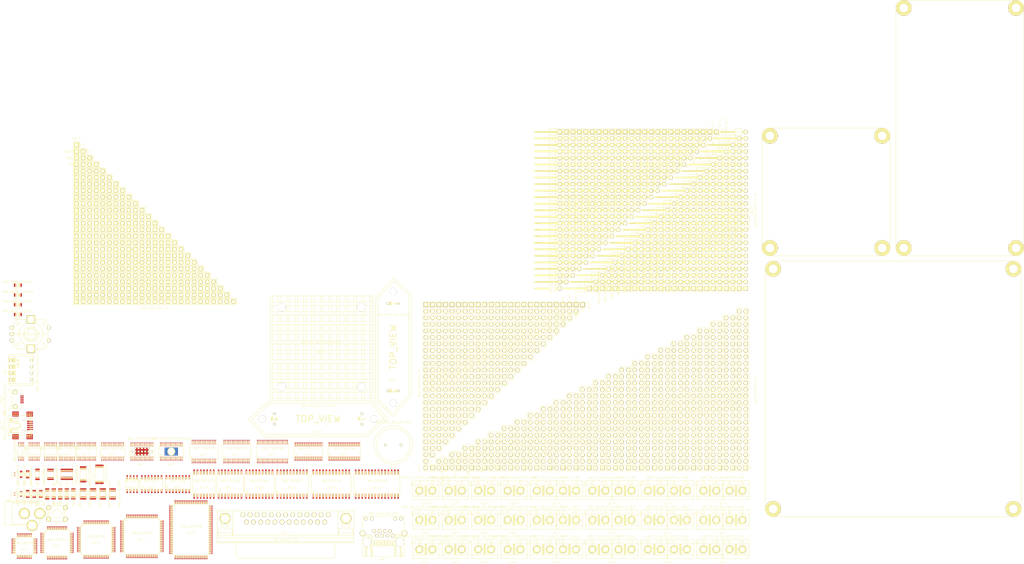
<source format=kicad_pcb>
(kicad_pcb (version 3) (host pcbnew "(2013-07-07 BZR 4022)-stable")
  (layers (15 F.Cu signal) (0 B.Cu signal) (18 B.Paste user) (19 F.Paste user) (20 B.SilkS user) (21 F.SilkS user) (22 B.Mask user) (23 F.Mask user) (28 Edge.Cuts user))
  (net 0 "")
  (net 1 /RST/NMI/SBWTDIO)
  (net 2 /RXD)
  (net 3 /R_ENCA)
  (net 4 /R_ENCB)
  (net 5 /R_SW+)
  (net 6 /TEST/SBWTCK)
  (net 7 /TXD)
  (net 8 GND)
  (module AB2_RJ45_RA_LEDS (layer F.Cu) (at 157.48 275.59)
    (fp_text reference AB2_RJ45_RA_LEDS (at 0 -8.89) (layer F.SilkS) (effects (font (size 0.8128 0.8128) (thickness 0.0762))))
    (fp_text value VAL** (at 0 8.89) (layer F.SilkS) (effects (font (size 0.8128 0.8128) (thickness 0.0762))))
    (pad 9 thru_hole circle (at -6.858 -6.858) (size 1.3716 1.3716) (drill 0.9144) (layers *.Cu *.Mask F.SilkS))
    (pad 10 thru_hole circle (at -4.572 -6.858) (size 1.3716 1.3716) (drill 0.9144) (layers *.Cu *.Mask F.SilkS))
    (pad 11 thru_hole circle (at 4.572 -6.858) (size 1.3716 1.3716) (drill 0.9144) (layers *.Cu *.Mask F.SilkS))
    (pad 12 thru_hole circle (at 6.858 -6.858) (size 1.3716 1.3716) (drill 0.9144) (layers *.Cu *.Mask F.SilkS))
    (pad 8 thru_hole circle (at -3.556 -2.032) (size 1.3716 1.3716) (drill 0.9144) (layers *.Cu *.Mask F.SilkS))
    (pad 6 thru_hole circle (at -1.524 -2.032) (size 1.3716 1.3716) (drill 0.9144) (layers *.Cu *.Mask F.SilkS))
    (pad 1 thru_hole circle (at 3.556 -0.254) (size 1.3716 1.3716) (drill 0.9144) (layers *.Cu *.Mask F.SilkS))
    (pad 2 thru_hole circle (at 2.54 -2.032) (size 1.3716 1.3716) (drill 0.9144) (layers *.Cu *.Mask F.SilkS))
    (pad 3 thru_hole circle (at 1.524 -0.254) (size 1.3716 1.3716) (drill 0.9144) (layers *.Cu *.Mask F.SilkS))
    (pad 4 thru_hole circle (at 0.508 -2.032) (size 1.3716 1.3716) (drill 0.9144) (layers *.Cu *.Mask F.SilkS))
    (pad 5 thru_hole circle (at -0.508 -0.254) (size 1.3716 1.3716) (drill 0.9144) (layers *.Cu *.Mask F.SilkS))
    (pad 7 thru_hole circle (at -2.54 -0.254) (size 1.3716 1.3716) (drill 0.9144) (layers *.Cu *.Mask F.SilkS))
    (pad 13 thru_hole circle (at -8.128 -1.143) (size 2.1844 2.1844) (drill 1.5748) (layers *.Cu *.Mask F.SilkS))
    (pad 13 thru_hole circle (at 8.128 -1.143) (size 2.1844 2.1844) (drill 1.5748) (layers *.Cu *.Mask F.SilkS))
    (pad "" thru_hole circle (at -6.35 2.286) (size 3.175 3.175) (drill 3.175) (layers *.Cu *.Mask F.SilkS))
    (pad "" thru_hole circle (at 6.35 2.286) (size 3.175 3.175) (drill 3.175) (layers *.Cu *.Mask F.SilkS))
  )
  (module AB2_DB25_F_RA (layer F.Cu) (at 119.38 278.13 180)
    (fp_text reference AB2_DB25_F_RA (at 0 1.27 180) (layer F.SilkS) (effects (font (size 0.8128 0.8128) (thickness 0.0762))))
    (fp_text value VAL** (at 0 3.81 180) (layer F.SilkS) (effects (font (size 0.8128 0.8128) (thickness 0.0762))))
    (pad 1 thru_hole circle (at 16.62 10.92 180) (size 1.8 1.8) (drill 1.2) (layers *.Cu *.Mask F.SilkS))
    (pad 2 thru_hole circle (at 13.85 10.92 180) (size 1.8 1.8) (drill 1.2) (layers *.Cu *.Mask F.SilkS))
    (pad 3 thru_hole circle (at 11.08 10.92 180) (size 1.8 1.8) (drill 1.2) (layers *.Cu *.Mask F.SilkS))
    (pad 4 thru_hole circle (at 8.31 10.92 180) (size 1.8 1.8) (drill 1.2) (layers *.Cu *.Mask F.SilkS))
    (pad 5 thru_hole circle (at 5.54 10.92 180) (size 1.8 1.8) (drill 1.2) (layers *.Cu *.Mask F.SilkS))
    (pad 6 thru_hole circle (at 2.77 10.92 180) (size 1.8 1.8) (drill 1.2) (layers *.Cu *.Mask F.SilkS))
    (pad 7 thru_hole circle (at 0 10.92 180) (size 1.8 1.8) (drill 1.2) (layers *.Cu *.Mask F.SilkS))
    (pad 8 thru_hole circle (at -2.77 10.92 180) (size 1.8 1.8) (drill 1.2) (layers *.Cu *.Mask F.SilkS))
    (pad 9 thru_hole circle (at -5.54 10.92 180) (size 1.8 1.8) (drill 1.2) (layers *.Cu *.Mask F.SilkS))
    (pad 10 thru_hole circle (at -8.31 10.92 180) (size 1.8 1.8) (drill 1.2) (layers *.Cu *.Mask F.SilkS))
    (pad 11 thru_hole circle (at -11.08 10.92 180) (size 1.8 1.8) (drill 1.2) (layers *.Cu *.Mask F.SilkS))
    (pad 12 thru_hole circle (at -13.85 10.92 180) (size 1.8 1.8) (drill 1.2) (layers *.Cu *.Mask F.SilkS))
    (pad 13 thru_hole circle (at -16.62 10.92 180) (size 1.8 1.8) (drill 1.2) (layers *.Cu *.Mask F.SilkS))
    (pad 14 thru_hole circle (at 15.235 8.08 180) (size 1.8 1.8) (drill 1.2) (layers *.Cu *.Mask F.SilkS))
    (pad 15 thru_hole circle (at 12.465 8.08 180) (size 1.8 1.8) (drill 1.2) (layers *.Cu *.Mask F.SilkS))
    (pad 16 thru_hole circle (at 9.695 8.08 180) (size 1.8 1.8) (drill 1.2) (layers *.Cu *.Mask F.SilkS))
    (pad 17 thru_hole circle (at 6.925 8.08 180) (size 1.8 1.8) (drill 1.2) (layers *.Cu *.Mask F.SilkS))
    (pad 18 thru_hole circle (at 4.155 8.08 180) (size 1.8 1.8) (drill 1.2) (layers *.Cu *.Mask F.SilkS))
    (pad 19 thru_hole circle (at 1.385 8.08 180) (size 1.8 1.8) (drill 1.2) (layers *.Cu *.Mask F.SilkS))
    (pad 20 thru_hole circle (at -1.385 8.08 180) (size 1.8 1.8) (drill 1.2) (layers *.Cu *.Mask F.SilkS))
    (pad 21 thru_hole circle (at -4.155 8.08 180) (size 1.8 1.8) (drill 1.2) (layers *.Cu *.Mask F.SilkS))
    (pad 22 thru_hole circle (at -6.925 8.08 180) (size 1.8 1.8) (drill 1.2) (layers *.Cu *.Mask F.SilkS))
    (pad 23 thru_hole circle (at -9.695 8.08 180) (size 1.8 1.8) (drill 1.2) (layers *.Cu *.Mask F.SilkS))
    (pad 24 thru_hole circle (at -12.465 8.08 180) (size 1.8 1.8) (drill 1.2) (layers *.Cu *.Mask F.SilkS))
    (pad 25 thru_hole circle (at -15.235 8.08 180) (size 1.8 1.8) (drill 1.2) (layers *.Cu *.Mask F.SilkS))
    (pad SH_G thru_hole circle (at -23.52 9.5 180) (size 4.18 4.18) (drill 3.18) (layers *.Cu *.Mask F.SilkS))
    (pad SH_G thru_hole circle (at 23.52 9.5 180) (size 4.18 4.18) (drill 3.18) (layers *.Cu *.Mask F.SilkS))
  )
  (module AB2_TB_02_RA_5.08MM_L-BLU (layer F.Cu) (at 173.99 269.24)
    (fp_text reference AB2_TB_02_RA_5.08MM_L-BLU (at 0 -5.08) (layer F.SilkS) (effects (font (size 0.8128 0.8128) (thickness 0.0762))))
    (fp_text value VAL** (at 0 5.08) (layer F.SilkS) (effects (font (size 0.8128 0.8128) (thickness 0.0762))))
    (fp_text user 2 (at 1.016 -3.048) (layer F.SilkS) (effects (font (size 0.8128 0.8128) (thickness 0.0762))))
    (fp_text user 1 (at -4.064 -3.048) (layer F.SilkS) (effects (font (size 0.8128 0.8128) (thickness 0.0762))))
    (pad 1 thru_hole circle (at -2.54 0) (size 2.794 2.794) (drill 1.778) (layers *.Cu *.Mask F.SilkS))
    (pad 2 thru_hole circle (at 2.54 0) (size 2.794 2.794) (drill 1.778) (layers *.Cu *.Mask F.SilkS))
  )
  (module AB2_TB_02_RA_5.08MM_L-BLK (layer F.Cu) (at 173.99 280.67)
    (fp_text reference AB2_TB_02_RA_5.08MM_L-BLK (at 0 -5.08) (layer F.SilkS) (effects (font (size 0.8128 0.8128) (thickness 0.0762))))
    (fp_text value VAL** (at 0 5.08) (layer F.SilkS) (effects (font (size 0.8128 0.8128) (thickness 0.0762))))
    (fp_text user 2 (at 1.016 -3.048) (layer F.SilkS) (effects (font (size 0.8128 0.8128) (thickness 0.0762))))
    (fp_text user 1 (at -4.064 -3.048) (layer F.SilkS) (effects (font (size 0.8128 0.8128) (thickness 0.0762))))
    (pad 1 thru_hole circle (at -2.54 0) (size 2.794 2.794) (drill 1.778) (layers *.Cu *.Mask F.SilkS))
    (pad 2 thru_hole circle (at 2.54 0) (size 2.794 2.794) (drill 1.778) (layers *.Cu *.Mask F.SilkS))
  )
  (module AB2_TB_02_RA_5.08MM_R-BLU (layer F.Cu) (at 185.42 269.24)
    (fp_text reference AB2_TB_02_RA_5.08MM_R-BLU (at 0 -5.08) (layer F.SilkS) (effects (font (size 0.8128 0.8128) (thickness 0.0762))))
    (fp_text value VAL** (at 0 5.08) (layer F.SilkS) (effects (font (size 0.8128 0.8128) (thickness 0.0762))))
    (fp_text user 1 (at 1.016 -3.048) (layer F.SilkS) (effects (font (size 0.8128 0.8128) (thickness 0.0762))))
    (fp_text user 2 (at -4.064 -3.048) (layer F.SilkS) (effects (font (size 0.8128 0.8128) (thickness 0.0762))))
    (pad 2 thru_hole circle (at -2.54 0) (size 2.794 2.794) (drill 1.778) (layers *.Cu *.Mask F.SilkS))
    (pad 1 thru_hole circle (at 2.54 0) (size 2.794 2.794) (drill 1.778) (layers *.Cu *.Mask F.SilkS))
  )
  (module AB2_TB_02_RA_5.08MM_R-BLK (layer F.Cu) (at 185.42 280.67)
    (fp_text reference AB2_TB_02_RA_5.08MM_R-BLK (at 0 -5.08) (layer F.SilkS) (effects (font (size 0.8128 0.8128) (thickness 0.0762))))
    (fp_text value VAL** (at 0 5.08) (layer F.SilkS) (effects (font (size 0.8128 0.8128) (thickness 0.0762))))
    (fp_text user 1 (at 1.016 -3.048) (layer F.SilkS) (effects (font (size 0.8128 0.8128) (thickness 0.0762))))
    (fp_text user 2 (at -4.064 -3.048) (layer F.SilkS) (effects (font (size 0.8128 0.8128) (thickness 0.0762))))
    (pad 2 thru_hole circle (at -2.54 0) (size 2.794 2.794) (drill 1.778) (layers *.Cu *.Mask F.SilkS))
    (pad 1 thru_hole circle (at 2.54 0) (size 2.794 2.794) (drill 1.778) (layers *.Cu *.Mask F.SilkS))
  )
  (module AB2_TB_04_RA_5.08MM_L-BLK (layer F.Cu) (at 224.79 280.67)
    (fp_text reference AB2_TB_04_RA_5.08MM_L-BLK (at 0 -5.08) (layer F.SilkS) (effects (font (size 0.8128 0.8128) (thickness 0.0762))))
    (fp_text value VAL** (at 0 5.08) (layer F.SilkS) (effects (font (size 0.8128 0.8128) (thickness 0.0762))))
    (fp_text user 3 (at 1.016 -3.048) (layer F.SilkS) (effects (font (size 0.8128 0.8128) (thickness 0.0762))))
    (fp_text user 4 (at 6.096 -3.048) (layer F.SilkS) (effects (font (size 0.8128 0.8128) (thickness 0.0762))))
    (fp_text user 2 (at -4.064 -3.048) (layer F.SilkS) (effects (font (size 0.8128 0.8128) (thickness 0.0762))))
    (fp_text user 1 (at -9.144 -3.048) (layer F.SilkS) (effects (font (size 0.8128 0.8128) (thickness 0.0762))))
    (pad 4 thru_hole circle (at 7.62 0) (size 2.794 2.794) (drill 1.778) (layers *.Cu *.Mask F.SilkS))
    (pad 3 thru_hole circle (at 2.54 0) (size 2.794 2.794) (drill 1.778) (layers *.Cu *.Mask F.SilkS))
    (pad 1 thru_hole circle (at -7.62 0) (size 2.794 2.794) (drill 1.778) (layers *.Cu *.Mask F.SilkS))
    (pad 2 thru_hole circle (at -2.54 0) (size 2.794 2.794) (drill 1.778) (layers *.Cu *.Mask F.SilkS))
  )
  (module AB2_TB_04_RA_5.08MM_L-BLU (layer F.Cu) (at 224.79 269.24)
    (fp_text reference AB2_TB_04_RA_5.08MM_L-BLU (at 0 -5.08) (layer F.SilkS) (effects (font (size 0.8128 0.8128) (thickness 0.0762))))
    (fp_text value VAL** (at 0 5.08) (layer F.SilkS) (effects (font (size 0.8128 0.8128) (thickness 0.0762))))
    (fp_text user 3 (at 1.016 -3.048) (layer F.SilkS) (effects (font (size 0.8128 0.8128) (thickness 0.0762))))
    (fp_text user 4 (at 6.096 -3.048) (layer F.SilkS) (effects (font (size 0.8128 0.8128) (thickness 0.0762))))
    (fp_text user 2 (at -4.064 -3.048) (layer F.SilkS) (effects (font (size 0.8128 0.8128) (thickness 0.0762))))
    (fp_text user 1 (at -9.144 -3.048) (layer F.SilkS) (effects (font (size 0.8128 0.8128) (thickness 0.0762))))
    (pad 4 thru_hole circle (at 7.62 0) (size 2.794 2.794) (drill 1.778) (layers *.Cu *.Mask F.SilkS))
    (pad 3 thru_hole circle (at 2.54 0) (size 2.794 2.794) (drill 1.778) (layers *.Cu *.Mask F.SilkS))
    (pad 1 thru_hole circle (at -7.62 0) (size 2.794 2.794) (drill 1.778) (layers *.Cu *.Mask F.SilkS))
    (pad 2 thru_hole circle (at -2.54 0) (size 2.794 2.794) (drill 1.778) (layers *.Cu *.Mask F.SilkS))
  )
  (module AB2_TB_04_RA_5.08MM_R-BLK (layer F.Cu) (at 246.38 280.67)
    (fp_text reference AB2_TB_04_RA_5.08MM_R-BLK (at 0 -5.08) (layer F.SilkS) (effects (font (size 0.8128 0.8128) (thickness 0.0762))))
    (fp_text value VAL** (at 0 5.08) (layer F.SilkS) (effects (font (size 0.8128 0.8128) (thickness 0.0762))))
    (fp_text user 2 (at 1.016 -3.048) (layer F.SilkS) (effects (font (size 0.8128 0.8128) (thickness 0.0762))))
    (fp_text user 1 (at 6.096 -3.048) (layer F.SilkS) (effects (font (size 0.8128 0.8128) (thickness 0.0762))))
    (fp_text user 3 (at -4.064 -3.048) (layer F.SilkS) (effects (font (size 0.8128 0.8128) (thickness 0.0762))))
    (fp_text user 4 (at -9.144 -3.048) (layer F.SilkS) (effects (font (size 0.8128 0.8128) (thickness 0.0762))))
    (pad 1 thru_hole circle (at 7.62 0) (size 2.794 2.794) (drill 1.778) (layers *.Cu *.Mask F.SilkS))
    (pad 2 thru_hole circle (at 2.54 0) (size 2.794 2.794) (drill 1.778) (layers *.Cu *.Mask F.SilkS))
    (pad 4 thru_hole circle (at -7.62 0) (size 2.794 2.794) (drill 1.778) (layers *.Cu *.Mask F.SilkS))
    (pad 3 thru_hole circle (at -2.54 0) (size 2.794 2.794) (drill 1.778) (layers *.Cu *.Mask F.SilkS))
  )
  (module AB2_TB_02_RA_5MM_L-BLU (layer F.Cu) (at 196.85 269.24)
    (fp_text reference AB2_TB_02_RA_5MM_L-BLU (at 0 -5.08) (layer F.SilkS) (effects (font (size 0.8128 0.8128) (thickness 0.0762))))
    (fp_text value VAL** (at 0 5.08) (layer F.SilkS) (effects (font (size 0.8128 0.8128) (thickness 0.0762))))
    (fp_text user 2 (at 1.016 -3.048) (layer F.SilkS) (effects (font (size 0.8128 0.8128) (thickness 0.0762))))
    (fp_text user 1 (at -4.064 -3.048) (layer F.SilkS) (effects (font (size 0.8128 0.8128) (thickness 0.0762))))
    (pad 1 thru_hole circle (at -2.5 0) (size 2.794 2.794) (drill 1.778) (layers *.Cu *.Mask F.SilkS))
    (pad 2 thru_hole circle (at 2.5 0) (size 2.794 2.794) (drill 1.778) (layers *.Cu *.Mask F.SilkS))
  )
  (module AB2_0805_C_60 (layer F.Cu) (at 19.05 259.08 270)
    (fp_text reference AB2_0805_C_60 (at 0 -1.27 270) (layer F.SilkS) (effects (font (size 0.8128 0.8128) (thickness 0.0762))))
    (fp_text value VAL** (at 0 1.27 270) (layer F.SilkS) (effects (font (size 0.8128 0.8128) (thickness 0.0762))))
    (pad 1 smd rect (at -1.1 0 270) (size 0.9 1.3) (layers F.Cu F.Paste F.Mask))
    (pad 2 smd rect (at 1.1 0 270) (size 0.9 1.3) (layers F.Cu F.Paste F.Mask))
  )
  (module AB2_0805_R (layer F.Cu) (at 19.05 251.46 270)
    (fp_text reference AB2_0805_R (at 0 -1.27 270) (layer F.SilkS) (effects (font (size 0.8128 0.8128) (thickness 0.0762))))
    (fp_text value VAL** (at 0 1.27 270) (layer F.SilkS) (effects (font (size 0.8128 0.8128) (thickness 0.0762))))
    (pad 1 smd rect (at -1.1 0 270) (size 0.9 1.3) (layers F.Cu F.Paste F.Mask))
    (pad 2 smd rect (at 1.1 0 270) (size 0.9 1.3) (layers F.Cu F.Paste F.Mask))
  )
  (module AB2_0805_C_125 (layer F.Cu) (at 24.13 259.08 270)
    (fp_text reference AB2_0805_C_125 (at 0 -1.27 270) (layer F.SilkS) (effects (font (size 0.8128 0.8128) (thickness 0.0762))))
    (fp_text value VAL** (at 0 1.27 270) (layer F.SilkS) (effects (font (size 0.8128 0.8128) (thickness 0.0762))))
    (pad 1 smd rect (at -1.1 0 270) (size 0.9 1.3) (layers F.Cu F.Paste F.Mask))
    (pad 2 smd rect (at 1.1 0 270) (size 0.9 1.3) (layers F.Cu F.Paste F.Mask))
  )
  (module AB2_0805_C_80 (layer F.Cu) (at 21.59 259.08 270)
    (fp_text reference AB2_0805_C_80 (at 0 -1.27 270) (layer F.SilkS) (effects (font (size 0.8128 0.8128) (thickness 0.0762))))
    (fp_text value VAL** (at 0 1.27 270) (layer F.SilkS) (effects (font (size 0.8128 0.8128) (thickness 0.0762))))
    (pad 1 smd rect (at -1.1 0 270) (size 0.9 1.3) (layers F.Cu F.Paste F.Mask))
    (pad 2 smd rect (at 1.1 0 270) (size 0.9 1.3) (layers F.Cu F.Paste F.Mask))
  )
  (module AB2_SO28_W (layer F.Cu) (at 154.94 255.27)
    (fp_text reference AB2_SO28_W (at 0 -1.27) (layer F.SilkS) (effects (font (size 0.8128 0.8128) (thickness 0.0762))))
    (fp_text value VAL** (at 0 1.27) (layer F.SilkS) (effects (font (size 0.8128 0.8128) (thickness 0.0762))))
    (pad 27 smd rect (at -6.985 -4.7) (size 0.6 2) (layers F.Cu F.Paste F.Mask))
    (pad 28 smd rect (at -8.255 -4.7) (size 0.6 2) (layers F.Cu F.Paste F.Mask))
    (pad 14 smd rect (at 8.255 4.7) (size 0.6 2) (layers F.Cu F.Paste F.Mask))
    (pad 13 smd rect (at 6.985 4.7) (size 0.6 2) (layers F.Cu F.Paste F.Mask))
    (pad 25 smd rect (at -4.445 -4.7) (size 0.6 2) (layers F.Cu F.Paste F.Mask))
    (pad 26 smd rect (at -5.715 -4.7) (size 0.6 2) (layers F.Cu F.Paste F.Mask))
    (pad 11 smd rect (at 4.445 4.7) (size 0.6 2) (layers F.Cu F.Paste F.Mask))
    (pad 12 smd rect (at 5.715 4.7) (size 0.6 2) (layers F.Cu F.Paste F.Mask))
    (pad 1 smd rect (at -8.255 4.7) (size 0.6 2) (layers F.Cu F.Paste F.Mask))
    (pad 10 smd rect (at 3.175 4.7) (size 0.6 2) (layers F.Cu F.Paste F.Mask))
    (pad 24 smd rect (at -3.175 -4.7) (size 0.6 2) (layers F.Cu F.Paste F.Mask))
    (pad 15 smd rect (at 8.255 -4.7) (size 0.6 2) (layers F.Cu F.Paste F.Mask))
    (pad 19 smd rect (at 3.175 -4.7) (size 0.6 2) (layers F.Cu F.Paste F.Mask))
    (pad 18 smd rect (at 4.445 -4.7) (size 0.6 2) (layers F.Cu F.Paste F.Mask))
    (pad 17 smd rect (at 5.715 -4.7) (size 0.6 2) (layers F.Cu F.Paste F.Mask))
    (pad 16 smd rect (at 6.985 -4.7) (size 0.6 2) (layers F.Cu F.Paste F.Mask))
    (pad 9 smd rect (at 1.905 4.7) (size 0.6 2) (layers F.Cu F.Paste F.Mask))
    (pad 8 smd rect (at 0.635 4.7) (size 0.6 2) (layers F.Cu F.Paste F.Mask))
    (pad 7 smd rect (at -0.635 4.7) (size 0.6 2) (layers F.Cu F.Paste F.Mask))
    (pad 6 smd rect (at -1.905 4.7) (size 0.6 2) (layers F.Cu F.Paste F.Mask))
    (pad 2 smd rect (at -6.985 4.7) (size 0.6 2) (layers F.Cu F.Paste F.Mask))
    (pad 3 smd rect (at -5.715 4.7) (size 0.6 2) (layers F.Cu F.Paste F.Mask))
    (pad 4 smd rect (at -4.445 4.7) (size 0.6 2) (layers F.Cu F.Paste F.Mask))
    (pad 5 smd rect (at -3.175 4.7) (size 0.6 2) (layers F.Cu F.Paste F.Mask))
    (pad 20 smd rect (at 1.905 -4.7) (size 0.6 2) (layers F.Cu F.Paste F.Mask))
    (pad 21 smd rect (at 0.635 -4.7) (size 0.6 2) (layers F.Cu F.Paste F.Mask))
    (pad 22 smd rect (at -0.635 -4.7) (size 0.6 2) (layers F.Cu F.Paste F.Mask))
    (pad 23 smd rect (at -1.905 -4.7) (size 0.6 2) (layers F.Cu F.Paste F.Mask))
  )
  (module AB2_SO24_W (layer F.Cu) (at 137.16 255.27)
    (fp_text reference AB2_SO24_W (at 0 -1.27) (layer F.SilkS) (effects (font (size 0.8128 0.8128) (thickness 0.0762))))
    (fp_text value VAL** (at 0 1.27) (layer F.SilkS) (effects (font (size 0.8128 0.8128) (thickness 0.0762))))
    (pad 23 smd rect (at -5.715 -4.7) (size 0.6 2) (layers F.Cu F.Paste F.Mask))
    (pad 24 smd rect (at -6.985 -4.7) (size 0.6 2) (layers F.Cu F.Paste F.Mask))
    (pad 11 smd rect (at 5.715 4.7) (size 0.6 2) (layers F.Cu F.Paste F.Mask))
    (pad 12 smd rect (at 6.985 4.7) (size 0.6 2) (layers F.Cu F.Paste F.Mask))
    (pad 1 smd rect (at -6.985 4.7) (size 0.6 2) (layers F.Cu F.Paste F.Mask))
    (pad 10 smd rect (at 4.445 4.7) (size 0.6 2) (layers F.Cu F.Paste F.Mask))
    (pad 22 smd rect (at -4.445 -4.7) (size 0.6 2) (layers F.Cu F.Paste F.Mask))
    (pad 13 smd rect (at 6.985 -4.7) (size 0.6 2) (layers F.Cu F.Paste F.Mask))
    (pad 17 smd rect (at 1.905 -4.7) (size 0.6 2) (layers F.Cu F.Paste F.Mask))
    (pad 16 smd rect (at 3.175 -4.7) (size 0.6 2) (layers F.Cu F.Paste F.Mask))
    (pad 15 smd rect (at 4.445 -4.7) (size 0.6 2) (layers F.Cu F.Paste F.Mask))
    (pad 14 smd rect (at 5.715 -4.7) (size 0.6 2) (layers F.Cu F.Paste F.Mask))
    (pad 9 smd rect (at 3.175 4.7) (size 0.6 2) (layers F.Cu F.Paste F.Mask))
    (pad 8 smd rect (at 1.905 4.7) (size 0.6 2) (layers F.Cu F.Paste F.Mask))
    (pad 7 smd rect (at 0.635 4.7) (size 0.6 2) (layers F.Cu F.Paste F.Mask))
    (pad 6 smd rect (at -0.635 4.7) (size 0.6 2) (layers F.Cu F.Paste F.Mask))
    (pad 2 smd rect (at -5.715 4.7) (size 0.6 2) (layers F.Cu F.Paste F.Mask))
    (pad 3 smd rect (at -4.445 4.7) (size 0.6 2) (layers F.Cu F.Paste F.Mask))
    (pad 4 smd rect (at -3.175 4.7) (size 0.6 2) (layers F.Cu F.Paste F.Mask))
    (pad 5 smd rect (at -1.905 4.7) (size 0.6 2) (layers F.Cu F.Paste F.Mask))
    (pad 18 smd rect (at 0.635 -4.7) (size 0.6 2) (layers F.Cu F.Paste F.Mask))
    (pad 19 smd rect (at -0.635 -4.7) (size 0.6 2) (layers F.Cu F.Paste F.Mask))
    (pad 20 smd rect (at -1.905 -4.7) (size 0.6 2) (layers F.Cu F.Paste F.Mask))
    (pad 21 smd rect (at -3.175 -4.7) (size 0.6 2) (layers F.Cu F.Paste F.Mask))
  )
  (module AB2_SO20_W (layer F.Cu) (at 121.92 255.27)
    (fp_text reference AB2_SO20_W (at 0 -1.27) (layer F.SilkS) (effects (font (size 0.8128 0.8128) (thickness 0.0762))))
    (fp_text value VAL** (at 0 1.27) (layer F.SilkS) (effects (font (size 0.8128 0.8128) (thickness 0.0762))))
    (pad 1 smd rect (at -5.715 4.7) (size 0.6 2) (layers F.Cu F.Paste F.Mask))
    (pad 10 smd rect (at 5.715 4.7) (size 0.6 2) (layers F.Cu F.Paste F.Mask))
    (pad 20 smd rect (at -5.715 -4.7) (size 0.6 2) (layers F.Cu F.Paste F.Mask))
    (pad 11 smd rect (at 5.715 -4.7) (size 0.6 2) (layers F.Cu F.Paste F.Mask))
    (pad 15 smd rect (at 0.635 -4.7) (size 0.6 2) (layers F.Cu F.Paste F.Mask))
    (pad 14 smd rect (at 1.905 -4.7) (size 0.6 2) (layers F.Cu F.Paste F.Mask))
    (pad 13 smd rect (at 3.175 -4.7) (size 0.6 2) (layers F.Cu F.Paste F.Mask))
    (pad 12 smd rect (at 4.445 -4.7) (size 0.6 2) (layers F.Cu F.Paste F.Mask))
    (pad 9 smd rect (at 4.445 4.7) (size 0.6 2) (layers F.Cu F.Paste F.Mask))
    (pad 8 smd rect (at 3.175 4.7) (size 0.6 2) (layers F.Cu F.Paste F.Mask))
    (pad 7 smd rect (at 1.905 4.7) (size 0.6 2) (layers F.Cu F.Paste F.Mask))
    (pad 6 smd rect (at 0.635 4.7) (size 0.6 2) (layers F.Cu F.Paste F.Mask))
    (pad 2 smd rect (at -4.445 4.7) (size 0.6 2) (layers F.Cu F.Paste F.Mask))
    (pad 3 smd rect (at -3.175 4.7) (size 0.6 2) (layers F.Cu F.Paste F.Mask))
    (pad 4 smd rect (at -1.905 4.7) (size 0.6 2) (layers F.Cu F.Paste F.Mask))
    (pad 5 smd rect (at -0.635 4.7) (size 0.6 2) (layers F.Cu F.Paste F.Mask))
    (pad 16 smd rect (at -0.635 -4.7) (size 0.6 2) (layers F.Cu F.Paste F.Mask))
    (pad 17 smd rect (at -1.905 -4.7) (size 0.6 2) (layers F.Cu F.Paste F.Mask))
    (pad 18 smd rect (at -3.175 -4.7) (size 0.6 2) (layers F.Cu F.Paste F.Mask))
    (pad 19 smd rect (at -4.445 -4.7) (size 0.6 2) (layers F.Cu F.Paste F.Mask))
  )
  (module AB2_SO18_W (layer F.Cu) (at 109.22 255.27)
    (fp_text reference AB2_SO18_W (at 0 -1.27) (layer F.SilkS) (effects (font (size 0.8128 0.8128) (thickness 0.0762))))
    (fp_text value VAL** (at 0 1.27) (layer F.SilkS) (effects (font (size 0.8128 0.8128) (thickness 0.0762))))
    (pad 10 smd rect (at 5.08 -4.7) (size 0.6 2) (layers F.Cu F.Paste F.Mask))
    (pad 9 smd rect (at 5.08 4.7) (size 0.6 2) (layers F.Cu F.Paste F.Mask))
    (pad 14 smd rect (at 0 -4.7) (size 0.6 2) (layers F.Cu F.Paste F.Mask))
    (pad 13 smd rect (at 1.27 -4.7) (size 0.6 2) (layers F.Cu F.Paste F.Mask))
    (pad 12 smd rect (at 2.54 -4.7) (size 0.6 2) (layers F.Cu F.Paste F.Mask))
    (pad 11 smd rect (at 3.81 -4.7) (size 0.6 2) (layers F.Cu F.Paste F.Mask))
    (pad 8 smd rect (at 3.81 4.7) (size 0.6 2) (layers F.Cu F.Paste F.Mask))
    (pad 7 smd rect (at 2.54 4.7) (size 0.6 2) (layers F.Cu F.Paste F.Mask))
    (pad 6 smd rect (at 1.27 4.7) (size 0.6 2) (layers F.Cu F.Paste F.Mask))
    (pad 5 smd rect (at 0 4.7) (size 0.6 2) (layers F.Cu F.Paste F.Mask))
    (pad 1 smd rect (at -5.08 4.7) (size 0.6 2) (layers F.Cu F.Paste F.Mask))
    (pad 2 smd rect (at -3.81 4.7) (size 0.6 2) (layers F.Cu F.Paste F.Mask))
    (pad 3 smd rect (at -2.54 4.7) (size 0.6 2) (layers F.Cu F.Paste F.Mask))
    (pad 4 smd rect (at -1.27 4.7) (size 0.6 2) (layers F.Cu F.Paste F.Mask))
    (pad 15 smd rect (at -1.27 -4.7) (size 0.6 2) (layers F.Cu F.Paste F.Mask))
    (pad 16 smd rect (at -2.54 -4.7) (size 0.6 2) (layers F.Cu F.Paste F.Mask))
    (pad 17 smd rect (at -3.81 -4.7) (size 0.6 2) (layers F.Cu F.Paste F.Mask))
    (pad 18 smd rect (at -5.08 -4.7) (size 0.6 2) (layers F.Cu F.Paste F.Mask))
  )
  (module AB2_SO14_W (layer F.Cu) (at 87.63 255.27)
    (fp_text reference AB2_SO14_W (at 0 -1.27) (layer F.SilkS) (effects (font (size 0.8128 0.8128) (thickness 0.0762))))
    (fp_text value VAL** (at 0 1.27) (layer F.SilkS) (effects (font (size 0.8128 0.8128) (thickness 0.0762))))
    (pad 8 smd rect (at 3.81 -4.7) (size 0.6 2) (layers F.Cu F.Paste F.Mask))
    (pad 9 smd rect (at 2.54 -4.7) (size 0.6 2) (layers F.Cu F.Paste F.Mask))
    (pad 10 smd rect (at 1.27 -4.7) (size 0.6 2) (layers F.Cu F.Paste F.Mask))
    (pad 11 smd rect (at 0 -4.7) (size 0.6 2) (layers F.Cu F.Paste F.Mask))
    (pad 12 smd rect (at -1.27 -4.7) (size 0.6 2) (layers F.Cu F.Paste F.Mask))
    (pad 13 smd rect (at -2.54 -4.7) (size 0.6 2) (layers F.Cu F.Paste F.Mask))
    (pad 14 smd rect (at -3.81 -4.7) (size 0.6 2) (layers F.Cu F.Paste F.Mask))
    (pad 7 smd rect (at 3.81 4.7) (size 0.6 2) (layers F.Cu F.Paste F.Mask))
    (pad 1 smd rect (at -3.81 4.7) (size 0.6 2) (layers F.Cu F.Paste F.Mask))
    (pad 6 smd rect (at 2.54 4.7) (size 0.6 2) (layers F.Cu F.Paste F.Mask))
    (pad 5 smd rect (at 1.27 4.7) (size 0.6 2) (layers F.Cu F.Paste F.Mask))
    (pad 4 smd rect (at 0 4.7) (size 0.6 2) (layers F.Cu F.Paste F.Mask))
    (pad 3 smd rect (at -1.27 4.7) (size 0.6 2) (layers F.Cu F.Paste F.Mask))
    (pad 2 smd rect (at -2.54 4.7) (size 0.6 2) (layers F.Cu F.Paste F.Mask))
  )
  (module AB2_2512_R (layer F.Cu) (at 46.99 251.46 270)
    (fp_text reference AB2_2512_R (at 0 -2.54 270) (layer F.SilkS) (effects (font (size 0.8128 0.8128) (thickness 0.0762))))
    (fp_text value VAL** (at 0 2.54 270) (layer F.SilkS) (effects (font (size 0.8128 0.8128) (thickness 0.0762))))
    (pad 1 smd rect (at -3.2 0 270) (size 1.2 3.2) (layers F.Cu F.Paste F.Mask))
    (pad 2 smd rect (at 3.2 0 270) (size 1.2 3.2) (layers F.Cu F.Paste F.Mask))
  )
  (module AB2_2010_R (layer F.Cu) (at 40.64 251.46 270)
    (fp_text reference AB2_2010_R (at 0 -2.54 270) (layer F.SilkS) (effects (font (size 0.8128 0.8128) (thickness 0.0762))))
    (fp_text value VAL** (at 0 2.54 270) (layer F.SilkS) (effects (font (size 0.8128 0.8128) (thickness 0.0762))))
    (pad 1 smd rect (at -2.55 0 270) (size 1.2 2.5) (layers F.Cu F.Paste F.Mask))
    (pad 2 smd rect (at 2.55 0 270) (size 1.2 2.5) (layers F.Cu F.Paste F.Mask))
  )
  (module AB2_1206_R (layer F.Cu) (at 22.86 251.46 270)
    (fp_text reference AB2_1206_R (at 0 -2.54 270) (layer F.SilkS) (effects (font (size 0.8128 0.8128) (thickness 0.0762))))
    (fp_text value VAL** (at 0 2.54 270) (layer F.SilkS) (effects (font (size 0.8128 0.8128) (thickness 0.0762))))
    (pad 1 smd rect (at -1.7 0 270) (size 1.1 1.7) (layers F.Cu F.Paste F.Mask))
    (pad 2 smd rect (at 1.7 0 270) (size 1.1 1.7) (layers F.Cu F.Paste F.Mask))
  )
  (module AB2_1210_R (layer F.Cu) (at 27.94 251.46 270)
    (fp_text reference AB2_1210_R (at 0 -2.54 270) (layer F.SilkS) (effects (font (size 0.8128 0.8128) (thickness 0.0762))))
    (fp_text value VAL** (at 0 2.54 270) (layer F.SilkS) (effects (font (size 0.8128 0.8128) (thickness 0.0762))))
    (pad 1 smd rect (at -1.65 0 270) (size 1.1 2.5) (layers F.Cu F.Paste F.Mask))
    (pad 2 smd rect (at 1.65 0 270) (size 1.1 2.5) (layers F.Cu F.Paste F.Mask))
  )
  (module AB2_1210_C_95 (layer F.Cu) (at 40.64 259.08 270)
    (fp_text reference AB2_1210_C_95 (at 0 -2.54 270) (layer F.SilkS) (effects (font (size 0.8128 0.8128) (thickness 0.0762))))
    (fp_text value VAL** (at 0 2.54 270) (layer F.SilkS) (effects (font (size 0.8128 0.8128) (thickness 0.0762))))
    (pad 1 smd rect (at -1.6 0 270) (size 1.2 2.5) (layers F.Cu F.Paste F.Mask))
    (pad 2 smd rect (at 1.6 0 270) (size 1.2 2.5) (layers F.Cu F.Paste F.Mask))
  )
  (module AB2_1210_C_125 (layer F.Cu) (at 44.45 259.08 270)
    (fp_text reference AB2_1210_C_125 (at 0 -2.54 270) (layer F.SilkS) (effects (font (size 0.8128 0.8128) (thickness 0.0762))))
    (fp_text value VAL** (at 0 2.54 270) (layer F.SilkS) (effects (font (size 0.8128 0.8128) (thickness 0.0762))))
    (pad 1 smd rect (at -1.6 0 270) (size 1.2 2.5) (layers F.Cu F.Paste F.Mask))
    (pad 2 smd rect (at 1.6 0 270) (size 1.2 2.5) (layers F.Cu F.Paste F.Mask))
  )
  (module AB2_1210_C_160 (layer F.Cu) (at 48.26 259.08 270)
    (fp_text reference AB2_1210_C_160 (at 0 -2.54 270) (layer F.SilkS) (effects (font (size 0.8128 0.8128) (thickness 0.0762))))
    (fp_text value VAL** (at 0 2.54 270) (layer F.SilkS) (effects (font (size 0.8128 0.8128) (thickness 0.0762))))
    (pad 1 smd rect (at -1.6 0 270) (size 1.2 2.5) (layers F.Cu F.Paste F.Mask))
    (pad 2 smd rect (at 1.6 0 270) (size 1.2 2.5) (layers F.Cu F.Paste F.Mask))
  )
  (module AB2_1210_C_200 (layer F.Cu) (at 52.07 259.08 270)
    (fp_text reference AB2_1210_C_200 (at 0 -2.54 270) (layer F.SilkS) (effects (font (size 0.8128 0.8128) (thickness 0.0762))))
    (fp_text value VAL** (at 0 2.54 270) (layer F.SilkS) (effects (font (size 0.8128 0.8128) (thickness 0.0762))))
    (pad 1 smd rect (at -1.6 0 270) (size 1.2 2.5) (layers F.Cu F.Paste F.Mask))
    (pad 2 smd rect (at 1.6 0 270) (size 1.2 2.5) (layers F.Cu F.Paste F.Mask))
  )
  (module AB2_1218_R (layer F.Cu) (at 34.29 251.46 270)
    (fp_text reference AB2_1218_R (at 0 -3.81 270) (layer F.SilkS) (effects (font (size 0.8128 0.8128) (thickness 0.0762))))
    (fp_text value VAL** (at 0 3.81 270) (layer F.SilkS) (effects (font (size 0.8128 0.8128) (thickness 0.0762))))
    (pad 1 smd rect (at -1.575 0 270) (size 1.25 4.8) (layers F.Cu F.Paste F.Mask))
    (pad 2 smd rect (at 1.575 0 270) (size 1.25 4.8) (layers F.Cu F.Paste F.Mask))
  )
  (module AB2_1206_C_160 (layer F.Cu) (at 36.83 259.08 270)
    (fp_text reference AB2_1206_C_160 (at 0 -2.54 270) (layer F.SilkS) (effects (font (size 0.8128 0.8128) (thickness 0.0762))))
    (fp_text value VAL** (at 0 2.54 270) (layer F.SilkS) (effects (font (size 0.8128 0.8128) (thickness 0.0762))))
    (pad 1 smd rect (at -1.6 0 270) (size 1.2 1.6) (layers F.Cu F.Paste F.Mask))
    (pad 2 smd rect (at 1.6 0 270) (size 1.2 1.6) (layers F.Cu F.Paste F.Mask))
  )
  (module AB2_1206_C_125 (layer F.Cu) (at 34.29 259.08 270)
    (fp_text reference AB2_1206_C_125 (at 0 -2.54 270) (layer F.SilkS) (effects (font (size 0.8128 0.8128) (thickness 0.0762))))
    (fp_text value VAL** (at 0 2.54 270) (layer F.SilkS) (effects (font (size 0.8128 0.8128) (thickness 0.0762))))
    (pad 1 smd rect (at -1.6 0 270) (size 1.2 1.6) (layers F.Cu F.Paste F.Mask))
    (pad 2 smd rect (at 1.6 0 270) (size 1.2 1.6) (layers F.Cu F.Paste F.Mask))
  )
  (module AB2_1206_C_115 (layer F.Cu) (at 31.75 259.08 270)
    (fp_text reference AB2_1206_C_115 (at 0 -2.54 270) (layer F.SilkS) (effects (font (size 0.8128 0.8128) (thickness 0.0762))))
    (fp_text value VAL** (at 0 2.54 270) (layer F.SilkS) (effects (font (size 0.8128 0.8128) (thickness 0.0762))))
    (pad 1 smd rect (at -1.6 0 270) (size 1.2 1.6) (layers F.Cu F.Paste F.Mask))
    (pad 2 smd rect (at 1.6 0 270) (size 1.2 1.6) (layers F.Cu F.Paste F.Mask))
  )
  (module AB2_1206_C_95 (layer F.Cu) (at 29.21 259.08 270)
    (fp_text reference AB2_1206_C_95 (at 0 -2.54 270) (layer F.SilkS) (effects (font (size 0.8128 0.8128) (thickness 0.0762))))
    (fp_text value VAL** (at 0 2.54 270) (layer F.SilkS) (effects (font (size 0.8128 0.8128) (thickness 0.0762))))
    (pad 1 smd rect (at -1.6 0 270) (size 1.2 1.6) (layers F.Cu F.Paste F.Mask))
    (pad 2 smd rect (at 1.6 0 270) (size 1.2 1.6) (layers F.Cu F.Paste F.Mask))
  )
  (module AB2_1206_C_80 (layer F.Cu) (at 26.67 259.08 270)
    (fp_text reference AB2_1206_C_80 (at 0 -2.54 270) (layer F.SilkS) (effects (font (size 0.8128 0.8128) (thickness 0.0762))))
    (fp_text value VAL** (at 0 2.54 270) (layer F.SilkS) (effects (font (size 0.8128 0.8128) (thickness 0.0762))))
    (pad 1 smd rect (at -1.6 0 270) (size 1.2 1.6) (layers F.Cu F.Paste F.Mask))
    (pad 2 smd rect (at 1.6 0 270) (size 1.2 1.6) (layers F.Cu F.Paste F.Mask))
  )
  (module AB2_0402_C_50 (layer F.Cu) (at 13.97 259.08 270)
    (fp_text reference AB2_0402_C_50 (at 0 -1.27 270) (layer F.SilkS) (effects (font (size 0.8128 0.8128) (thickness 0.0762))))
    (fp_text value VAL** (at 0 1.27 270) (layer F.SilkS) (effects (font (size 0.8128 0.8128) (thickness 0.0762))))
    (pad 1 smd rect (at -0.45 0 270) (size 0.4 0.6) (layers F.Cu F.Paste F.Mask))
    (pad 2 smd rect (at 0.45 0 270) (size 0.4 0.6) (layers F.Cu F.Paste F.Mask))
  )
  (module AB2_0402_R (layer F.Cu) (at 13.97 251.46 270)
    (fp_text reference AB2_0402_R (at 0 -1.27 270) (layer F.SilkS) (effects (font (size 0.8128 0.8128) (thickness 0.0762))))
    (fp_text value VAL** (at 0 1.27 270) (layer F.SilkS) (effects (font (size 0.8128 0.8128) (thickness 0.0762))))
    (pad 1 smd rect (at -0.45 0 270) (size 0.4 0.6) (layers F.Cu F.Paste F.Mask))
    (pad 2 smd rect (at 0.45 0 270) (size 0.4 0.6) (layers F.Cu F.Paste F.Mask))
  )
  (module AB2_0603_C_80 (layer F.Cu) (at 16.51 259.08 270)
    (fp_text reference AB2_0603_C_80 (at 0 -1.27 270) (layer F.SilkS) (effects (font (size 0.8128 0.8128) (thickness 0.0762))))
    (fp_text value VAL** (at 0 1.27 270) (layer F.SilkS) (effects (font (size 0.8128 0.8128) (thickness 0.0762))))
    (pad 1 smd rect (at -0.8 0 270) (size 0.6 0.8) (layers F.Cu F.Paste F.Mask))
    (pad 2 smd rect (at 0.8 0 270) (size 0.6 0.8) (layers F.Cu F.Paste F.Mask))
  )
  (module AB2_0603_R (layer F.Cu) (at 16.51 251.46 270)
    (fp_text reference AB2_0603_R (at 0 -1.27 270) (layer F.SilkS) (effects (font (size 0.8128 0.8128) (thickness 0.0762))))
    (fp_text value VAL** (at 0 1.27 270) (layer F.SilkS) (effects (font (size 0.8128 0.8128) (thickness 0.0762))))
    (pad 1 smd rect (at -0.95 0 270) (size 0.9 0.9) (layers F.Cu F.Paste F.Mask))
    (pad 2 smd rect (at 0.95 0 270) (size 0.9 0.9) (layers F.Cu F.Paste F.Mask))
  )
  (module AB2_LQFP128 (layer F.Cu) (at 82.55 273.05)
    (fp_text reference AB2_LQFP128 (at 0 -1.27) (layer F.SilkS) (effects (font (size 0.8128 0.8128) (thickness 0.0762))))
    (fp_text value VAL** (at 0 1.27) (layer F.SilkS) (effects (font (size 0.8128 0.8128) (thickness 0.0762))))
    (pad 128 smd rect (at -6.25 -10.8 90) (size 1.4 0.3) (layers F.Cu F.Paste F.Mask))
    (pad 87 smd rect (at 7.8 -1.75) (size 1.4 0.3) (layers F.Cu F.Paste F.Mask))
    (pad 88 smd rect (at 7.8 -2.25) (size 1.4 0.3) (layers F.Cu F.Paste F.Mask))
    (pad 89 smd rect (at 7.8 -2.75) (size 1.4 0.3) (layers F.Cu F.Paste F.Mask))
    (pad 90 smd rect (at 7.8 -3.25) (size 1.4 0.3) (layers F.Cu F.Paste F.Mask))
    (pad 91 smd rect (at 7.8 -3.75) (size 1.4 0.3) (layers F.Cu F.Paste F.Mask))
    (pad 92 smd rect (at 7.8 -4.25) (size 1.4 0.3) (layers F.Cu F.Paste F.Mask))
    (pad 93 smd rect (at 7.8 -4.75) (size 1.4 0.3) (layers F.Cu F.Paste F.Mask))
    (pad 94 smd rect (at 7.8 -5.25) (size 1.4 0.3) (layers F.Cu F.Paste F.Mask))
    (pad 95 smd rect (at 7.8 -5.75) (size 1.4 0.3) (layers F.Cu F.Paste F.Mask))
    (pad 96 smd rect (at 7.8 -6.25) (size 1.4 0.3) (layers F.Cu F.Paste F.Mask))
    (pad 97 smd rect (at 7.8 -6.75) (size 1.4 0.3) (layers F.Cu F.Paste F.Mask))
    (pad 98 smd rect (at 7.8 -7.25) (size 1.4 0.3) (layers F.Cu F.Paste F.Mask))
    (pad 100 smd rect (at 7.8 -8.25) (size 1.4 0.3) (layers F.Cu F.Paste F.Mask))
    (pad 101 smd rect (at 7.8 -8.75) (size 1.4 0.3) (layers F.Cu F.Paste F.Mask))
    (pad 102 smd rect (at 7.8 -9.25) (size 1.4 0.3) (layers F.Cu F.Paste F.Mask))
    (pad 99 smd rect (at 7.8 -7.75) (size 1.4 0.3) (layers F.Cu F.Paste F.Mask))
    (pad 86 smd rect (at 7.8 -1.25) (size 1.4 0.3) (layers F.Cu F.Paste F.Mask))
    (pad 85 smd rect (at 7.8 -0.75) (size 1.4 0.3) (layers F.Cu F.Paste F.Mask))
    (pad 84 smd rect (at 7.8 -0.25) (size 1.4 0.3) (layers F.Cu F.Paste F.Mask))
    (pad 65 smd rect (at 7.8 9.25) (size 1.4 0.3) (layers F.Cu F.Paste F.Mask))
    (pad 66 smd rect (at 7.8 8.75) (size 1.4 0.3) (layers F.Cu F.Paste F.Mask))
    (pad 67 smd rect (at 7.8 8.25) (size 1.4 0.3) (layers F.Cu F.Paste F.Mask))
    (pad 80 smd rect (at 7.8 1.75) (size 1.4 0.3) (layers F.Cu F.Paste F.Mask))
    (pad 83 smd rect (at 7.8 0.25) (size 1.4 0.3) (layers F.Cu F.Paste F.Mask))
    (pad 82 smd rect (at 7.8 0.75) (size 1.4 0.3) (layers F.Cu F.Paste F.Mask))
    (pad 81 smd rect (at 7.8 1.25) (size 1.4 0.3) (layers F.Cu F.Paste F.Mask))
    (pad 79 smd rect (at 7.8 2.25) (size 1.4 0.3) (layers F.Cu F.Paste F.Mask))
    (pad 78 smd rect (at 7.8 2.75) (size 1.4 0.3) (layers F.Cu F.Paste F.Mask))
    (pad 77 smd rect (at 7.8 3.25) (size 1.4 0.3) (layers F.Cu F.Paste F.Mask))
    (pad 76 smd rect (at 7.8 3.75) (size 1.4 0.3) (layers F.Cu F.Paste F.Mask))
    (pad 75 smd rect (at 7.8 4.25) (size 1.4 0.3) (layers F.Cu F.Paste F.Mask))
    (pad 74 smd rect (at 7.8 4.75) (size 1.4 0.3) (layers F.Cu F.Paste F.Mask))
    (pad 73 smd rect (at 7.8 5.25) (size 1.4 0.3) (layers F.Cu F.Paste F.Mask))
    (pad 72 smd rect (at 7.8 5.75) (size 1.4 0.3) (layers F.Cu F.Paste F.Mask))
    (pad 71 smd rect (at 7.8 6.25) (size 1.4 0.3) (layers F.Cu F.Paste F.Mask))
    (pad 70 smd rect (at 7.8 6.75) (size 1.4 0.3) (layers F.Cu F.Paste F.Mask))
    (pad 69 smd rect (at 7.8 7.25) (size 1.4 0.3) (layers F.Cu F.Paste F.Mask))
    (pad 68 smd rect (at 7.8 7.75) (size 1.4 0.3) (layers F.Cu F.Paste F.Mask))
    (pad 64 smd rect (at 6.25 10.8 90) (size 1.4 0.3) (layers F.Cu F.Paste F.Mask))
    (pad 35 smd rect (at -7.8 7.75) (size 1.4 0.3) (layers F.Cu F.Paste F.Mask))
    (pad 34 smd rect (at -7.8 7.25) (size 1.4 0.3) (layers F.Cu F.Paste F.Mask))
    (pad 33 smd rect (at -7.8 6.75) (size 1.4 0.3) (layers F.Cu F.Paste F.Mask))
    (pad 32 smd rect (at -7.8 6.25) (size 1.4 0.3) (layers F.Cu F.Paste F.Mask))
    (pad 31 smd rect (at -7.8 5.75) (size 1.4 0.3) (layers F.Cu F.Paste F.Mask))
    (pad 30 smd rect (at -7.8 5.25) (size 1.4 0.3) (layers F.Cu F.Paste F.Mask))
    (pad 29 smd rect (at -7.8 4.75) (size 1.4 0.3) (layers F.Cu F.Paste F.Mask))
    (pad 28 smd rect (at -7.8 4.25) (size 1.4 0.3) (layers F.Cu F.Paste F.Mask))
    (pad 27 smd rect (at -7.8 3.75) (size 1.4 0.3) (layers F.Cu F.Paste F.Mask))
    (pad 26 smd rect (at -7.8 3.25) (size 1.4 0.3) (layers F.Cu F.Paste F.Mask))
    (pad 25 smd rect (at -7.8 2.75) (size 1.4 0.3) (layers F.Cu F.Paste F.Mask))
    (pad 24 smd rect (at -7.8 2.25) (size 1.4 0.3) (layers F.Cu F.Paste F.Mask))
    (pad 22 smd rect (at -7.8 1.25) (size 1.4 0.3) (layers F.Cu F.Paste F.Mask))
    (pad 21 smd rect (at -7.8 0.75) (size 1.4 0.3) (layers F.Cu F.Paste F.Mask))
    (pad 20 smd rect (at -7.8 0.25) (size 1.4 0.3) (layers F.Cu F.Paste F.Mask))
    (pad 23 smd rect (at -7.8 1.75) (size 1.4 0.3) (layers F.Cu F.Paste F.Mask))
    (pad 36 smd rect (at -7.8 8.25) (size 1.4 0.3) (layers F.Cu F.Paste F.Mask))
    (pad 37 smd rect (at -7.8 8.75) (size 1.4 0.3) (layers F.Cu F.Paste F.Mask))
    (pad 38 smd rect (at -7.8 9.25) (size 1.4 0.3) (layers F.Cu F.Paste F.Mask))
    (pad 127 smd rect (at -5.75 -10.8 90) (size 1.4 0.3) (layers F.Cu F.Paste F.Mask))
    (pad 126 smd rect (at -5.25 -10.8 90) (size 1.4 0.3) (layers F.Cu F.Paste F.Mask))
    (pad 125 smd rect (at -4.75 -10.8 90) (size 1.4 0.3) (layers F.Cu F.Paste F.Mask))
    (pad 124 smd rect (at -4.25 -10.8 90) (size 1.4 0.3) (layers F.Cu F.Paste F.Mask))
    (pad 123 smd rect (at -3.75 -10.8 90) (size 1.4 0.3) (layers F.Cu F.Paste F.Mask))
    (pad 63 smd rect (at 5.75 10.8 90) (size 1.4 0.3) (layers F.Cu F.Paste F.Mask))
    (pad 62 smd rect (at 5.25 10.8 90) (size 1.4 0.3) (layers F.Cu F.Paste F.Mask))
    (pad 61 smd rect (at 4.75 10.8 90) (size 1.4 0.3) (layers F.Cu F.Paste F.Mask))
    (pad 60 smd rect (at 4.25 10.8 90) (size 1.4 0.3) (layers F.Cu F.Paste F.Mask))
    (pad 59 smd rect (at 3.75 10.8 90) (size 1.4 0.3) (layers F.Cu F.Paste F.Mask))
    (pad 122 smd rect (at -3.25 -10.8 90) (size 1.4 0.3) (layers F.Cu F.Paste F.Mask))
    (pad 121 smd rect (at -2.75 -10.8 90) (size 1.4 0.3) (layers F.Cu F.Paste F.Mask))
    (pad 120 smd rect (at -2.25 -10.8 90) (size 1.4 0.3) (layers F.Cu F.Paste F.Mask))
    (pad 119 smd rect (at -1.75 -10.8 90) (size 1.4 0.3) (layers F.Cu F.Paste F.Mask))
    (pad 58 smd rect (at 3.25 10.8 90) (size 1.4 0.3) (layers F.Cu F.Paste F.Mask))
    (pad 57 smd rect (at 2.75 10.8 90) (size 1.4 0.3) (layers F.Cu F.Paste F.Mask))
    (pad 56 smd rect (at 2.25 10.8 90) (size 1.4 0.3) (layers F.Cu F.Paste F.Mask))
    (pad 55 smd rect (at 1.75 10.8 90) (size 1.4 0.3) (layers F.Cu F.Paste F.Mask))
    (pad 19 smd rect (at -7.8 -0.25) (size 1.4 0.3) (layers F.Cu F.Paste F.Mask))
    (pad 18 smd rect (at -7.8 -0.75) (size 1.4 0.3) (layers F.Cu F.Paste F.Mask))
    (pad 17 smd rect (at -7.8 -1.25) (size 1.4 0.3) (layers F.Cu F.Paste F.Mask))
    (pad 115 smd rect (at 0.25 -10.8 90) (size 1.4 0.3) (layers F.Cu F.Paste F.Mask))
    (pad 118 smd rect (at -1.25 -10.8 90) (size 1.4 0.3) (layers F.Cu F.Paste F.Mask))
    (pad 117 smd rect (at -0.75 -10.8 90) (size 1.4 0.3) (layers F.Cu F.Paste F.Mask))
    (pad 116 smd rect (at -0.25 -10.8 90) (size 1.4 0.3) (layers F.Cu F.Paste F.Mask))
    (pad 114 smd rect (at 0.75 -10.8 90) (size 1.4 0.3) (layers F.Cu F.Paste F.Mask))
    (pad 113 smd rect (at 1.25 -10.8 90) (size 1.4 0.3) (layers F.Cu F.Paste F.Mask))
    (pad 112 smd rect (at 1.75 -10.8 90) (size 1.4 0.3) (layers F.Cu F.Paste F.Mask))
    (pad 111 smd rect (at 2.25 -10.8 90) (size 1.4 0.3) (layers F.Cu F.Paste F.Mask))
    (pad 110 smd rect (at 2.75 -10.8 90) (size 1.4 0.3) (layers F.Cu F.Paste F.Mask))
    (pad 109 smd rect (at 3.25 -10.8 90) (size 1.4 0.3) (layers F.Cu F.Paste F.Mask))
    (pad 108 smd rect (at 3.75 -10.8 90) (size 1.4 0.3) (layers F.Cu F.Paste F.Mask))
    (pad 107 smd rect (at 4.25 -10.8 90) (size 1.4 0.3) (layers F.Cu F.Paste F.Mask))
    (pad 106 smd rect (at 4.75 -10.8 90) (size 1.4 0.3) (layers F.Cu F.Paste F.Mask))
    (pad 105 smd rect (at 5.25 -10.8 90) (size 1.4 0.3) (layers F.Cu F.Paste F.Mask))
    (pad 104 smd rect (at 5.75 -10.8 90) (size 1.4 0.3) (layers F.Cu F.Paste F.Mask))
    (pad 103 smd rect (at 6.25 -10.8 90) (size 1.4 0.3) (layers F.Cu F.Paste F.Mask))
    (pad 54 smd rect (at 1.25 10.8 90) (size 1.4 0.3) (layers F.Cu F.Paste F.Mask))
    (pad 53 smd rect (at 0.75 10.8 90) (size 1.4 0.3) (layers F.Cu F.Paste F.Mask))
    (pad 52 smd rect (at 0.25 10.8 90) (size 1.4 0.3) (layers F.Cu F.Paste F.Mask))
    (pad 51 smd rect (at -0.25 10.8 90) (size 1.4 0.3) (layers F.Cu F.Paste F.Mask))
    (pad 50 smd rect (at -0.75 10.8 90) (size 1.4 0.3) (layers F.Cu F.Paste F.Mask))
    (pad 49 smd rect (at -1.25 10.8 90) (size 1.4 0.3) (layers F.Cu F.Paste F.Mask))
    (pad 48 smd rect (at -1.75 10.8 90) (size 1.4 0.3) (layers F.Cu F.Paste F.Mask))
    (pad 47 smd rect (at -2.25 10.8 90) (size 1.4 0.3) (layers F.Cu F.Paste F.Mask))
    (pad 46 smd rect (at -2.75 10.8 90) (size 1.4 0.3) (layers F.Cu F.Paste F.Mask))
    (pad 45 smd rect (at -3.25 10.8 90) (size 1.4 0.3) (layers F.Cu F.Paste F.Mask))
    (pad 44 smd rect (at -3.75 10.8 90) (size 1.4 0.3) (layers F.Cu F.Paste F.Mask))
    (pad 43 smd rect (at -4.25 10.8 90) (size 1.4 0.3) (layers F.Cu F.Paste F.Mask))
    (pad 41 smd rect (at -5.25 10.8 90) (size 1.4 0.3) (layers F.Cu F.Paste F.Mask))
    (pad 40 smd rect (at -5.75 10.8 90) (size 1.4 0.3) (layers F.Cu F.Paste F.Mask))
    (pad 39 smd rect (at -6.25 10.8 90) (size 1.4 0.3) (layers F.Cu F.Paste F.Mask))
    (pad 42 smd rect (at -4.75 10.8 90) (size 1.4 0.3) (layers F.Cu F.Paste F.Mask))
    (pad 4 smd rect (at -7.8 -7.75) (size 1.4 0.3) (layers F.Cu F.Paste F.Mask))
    (pad 1 smd rect (at -7.8 -9.25) (size 1.4 0.3) (layers F.Cu F.Paste F.Mask))
    (pad 2 smd rect (at -7.8 -8.75) (size 1.4 0.3) (layers F.Cu F.Paste F.Mask))
    (pad 3 smd rect (at -7.8 -8.25) (size 1.4 0.3) (layers F.Cu F.Paste F.Mask))
    (pad 5 smd rect (at -7.8 -7.25) (size 1.4 0.3) (layers F.Cu F.Paste F.Mask))
    (pad 6 smd rect (at -7.8 -6.75) (size 1.4 0.3) (layers F.Cu F.Paste F.Mask))
    (pad 7 smd rect (at -7.8 -6.25) (size 1.4 0.3) (layers F.Cu F.Paste F.Mask))
    (pad 8 smd rect (at -7.8 -5.75) (size 1.4 0.3) (layers F.Cu F.Paste F.Mask))
    (pad 9 smd rect (at -7.8 -5.25) (size 1.4 0.3) (layers F.Cu F.Paste F.Mask))
    (pad 10 smd rect (at -7.8 -4.75) (size 1.4 0.3) (layers F.Cu F.Paste F.Mask))
    (pad 11 smd rect (at -7.8 -4.25) (size 1.4 0.3) (layers F.Cu F.Paste F.Mask))
    (pad 12 smd rect (at -7.8 -3.75) (size 1.4 0.3) (layers F.Cu F.Paste F.Mask))
    (pad 13 smd rect (at -7.8 -3.25) (size 1.4 0.3) (layers F.Cu F.Paste F.Mask))
    (pad 14 smd rect (at -7.8 -2.75) (size 1.4 0.3) (layers F.Cu F.Paste F.Mask))
    (pad 15 smd rect (at -7.8 -2.25) (size 1.4 0.3) (layers F.Cu F.Paste F.Mask))
    (pad 16 smd rect (at -7.8 -1.75) (size 1.4 0.3) (layers F.Cu F.Paste F.Mask))
  )
  (module AB2_LQFP100 (layer F.Cu) (at 63.5 275.59)
    (fp_text reference AB2_LQFP100 (at 0 -1.27) (layer F.SilkS) (effects (font (size 0.8128 0.8128) (thickness 0.0762))))
    (fp_text value VAL** (at 0 1.27) (layer F.SilkS) (effects (font (size 0.8128 0.8128) (thickness 0.0762))))
    (pad 100 smd rect (at -6 -7.8 90) (size 1.4 0.3) (layers F.Cu F.Paste F.Mask))
    (pad 99 smd rect (at -5.5 -7.8 90) (size 1.4 0.3) (layers F.Cu F.Paste F.Mask))
    (pad 98 smd rect (at -5 -7.8 90) (size 1.4 0.3) (layers F.Cu F.Paste F.Mask))
    (pad 97 smd rect (at -4.5 -7.8 90) (size 1.4 0.3) (layers F.Cu F.Paste F.Mask))
    (pad 96 smd rect (at -4 -7.8 90) (size 1.4 0.3) (layers F.Cu F.Paste F.Mask))
    (pad 75 smd rect (at 7.8 -6 180) (size 1.4 0.3) (layers F.Cu F.Paste F.Mask))
    (pad 74 smd rect (at 7.8 -5.5 180) (size 1.4 0.3) (layers F.Cu F.Paste F.Mask))
    (pad 73 smd rect (at 7.8 -5 180) (size 1.4 0.3) (layers F.Cu F.Paste F.Mask))
    (pad 72 smd rect (at 7.8 -4.5 180) (size 1.4 0.3) (layers F.Cu F.Paste F.Mask))
    (pad 71 smd rect (at 7.8 -4 180) (size 1.4 0.3) (layers F.Cu F.Paste F.Mask))
    (pad 50 smd rect (at 6 7.8 90) (size 1.4 0.3) (layers F.Cu F.Paste F.Mask))
    (pad 49 smd rect (at 5.5 7.8 90) (size 1.4 0.3) (layers F.Cu F.Paste F.Mask))
    (pad 48 smd rect (at 5 7.8 90) (size 1.4 0.3) (layers F.Cu F.Paste F.Mask))
    (pad 47 smd rect (at 4.5 7.8 90) (size 1.4 0.3) (layers F.Cu F.Paste F.Mask))
    (pad 46 smd rect (at 4 7.8 90) (size 1.4 0.3) (layers F.Cu F.Paste F.Mask))
    (pad 25 smd rect (at -7.8 6) (size 1.4 0.3) (layers F.Cu F.Paste F.Mask))
    (pad 24 smd rect (at -7.8 5.5) (size 1.4 0.3) (layers F.Cu F.Paste F.Mask))
    (pad 23 smd rect (at -7.8 5) (size 1.4 0.3) (layers F.Cu F.Paste F.Mask))
    (pad 22 smd rect (at -7.8 4.5) (size 1.4 0.3) (layers F.Cu F.Paste F.Mask))
    (pad 21 smd rect (at -7.8 4) (size 1.4 0.3) (layers F.Cu F.Paste F.Mask))
    (pad 95 smd rect (at -3.5 -7.8 90) (size 1.4 0.3) (layers F.Cu F.Paste F.Mask))
    (pad 94 smd rect (at -3 -7.8 90) (size 1.4 0.3) (layers F.Cu F.Paste F.Mask))
    (pad 93 smd rect (at -2.5 -7.8 90) (size 1.4 0.3) (layers F.Cu F.Paste F.Mask))
    (pad 92 smd rect (at -2 -7.8 90) (size 1.4 0.3) (layers F.Cu F.Paste F.Mask))
    (pad 70 smd rect (at 7.8 -3.5 180) (size 1.4 0.3) (layers F.Cu F.Paste F.Mask))
    (pad 69 smd rect (at 7.8 -3 180) (size 1.4 0.3) (layers F.Cu F.Paste F.Mask))
    (pad 68 smd rect (at 7.8 -2.5 180) (size 1.4 0.3) (layers F.Cu F.Paste F.Mask))
    (pad 67 smd rect (at 7.8 -2 180) (size 1.4 0.3) (layers F.Cu F.Paste F.Mask))
    (pad 45 smd rect (at 3.5 7.8 90) (size 1.4 0.3) (layers F.Cu F.Paste F.Mask))
    (pad 44 smd rect (at 3 7.8 90) (size 1.4 0.3) (layers F.Cu F.Paste F.Mask))
    (pad 43 smd rect (at 2.5 7.8 90) (size 1.4 0.3) (layers F.Cu F.Paste F.Mask))
    (pad 42 smd rect (at 2 7.8 90) (size 1.4 0.3) (layers F.Cu F.Paste F.Mask))
    (pad 20 smd rect (at -7.8 3.5) (size 1.4 0.3) (layers F.Cu F.Paste F.Mask))
    (pad 19 smd rect (at -7.8 3) (size 1.4 0.3) (layers F.Cu F.Paste F.Mask))
    (pad 18 smd rect (at -7.8 2.5) (size 1.4 0.3) (layers F.Cu F.Paste F.Mask))
    (pad 17 smd rect (at -7.8 2) (size 1.4 0.3) (layers F.Cu F.Paste F.Mask))
    (pad 88 smd rect (at 0 -7.8 90) (size 1.4 0.3) (layers F.Cu F.Paste F.Mask))
    (pad 91 smd rect (at -1.5 -7.8 90) (size 1.4 0.3) (layers F.Cu F.Paste F.Mask))
    (pad 90 smd rect (at -1 -7.8 90) (size 1.4 0.3) (layers F.Cu F.Paste F.Mask))
    (pad 89 smd rect (at -0.5 -7.8 90) (size 1.4 0.3) (layers F.Cu F.Paste F.Mask))
    (pad 87 smd rect (at 0.5 -7.8 90) (size 1.4 0.3) (layers F.Cu F.Paste F.Mask))
    (pad 86 smd rect (at 1 -7.8 90) (size 1.4 0.3) (layers F.Cu F.Paste F.Mask))
    (pad 85 smd rect (at 1.5 -7.8 90) (size 1.4 0.3) (layers F.Cu F.Paste F.Mask))
    (pad 84 smd rect (at 2 -7.8 90) (size 1.4 0.3) (layers F.Cu F.Paste F.Mask))
    (pad 83 smd rect (at 2.5 -7.8 90) (size 1.4 0.3) (layers F.Cu F.Paste F.Mask))
    (pad 82 smd rect (at 3 -7.8 90) (size 1.4 0.3) (layers F.Cu F.Paste F.Mask))
    (pad 81 smd rect (at 3.5 -7.8 90) (size 1.4 0.3) (layers F.Cu F.Paste F.Mask))
    (pad 80 smd rect (at 4 -7.8 90) (size 1.4 0.3) (layers F.Cu F.Paste F.Mask))
    (pad 79 smd rect (at 4.5 -7.8 90) (size 1.4 0.3) (layers F.Cu F.Paste F.Mask))
    (pad 78 smd rect (at 5 -7.8 90) (size 1.4 0.3) (layers F.Cu F.Paste F.Mask))
    (pad 77 smd rect (at 5.5 -7.8 90) (size 1.4 0.3) (layers F.Cu F.Paste F.Mask))
    (pad 76 smd rect (at 6 -7.8 90) (size 1.4 0.3) (layers F.Cu F.Paste F.Mask))
    (pad 54 smd rect (at 7.8 4.5 180) (size 1.4 0.3) (layers F.Cu F.Paste F.Mask))
    (pad 51 smd rect (at 7.8 6 180) (size 1.4 0.3) (layers F.Cu F.Paste F.Mask))
    (pad 52 smd rect (at 7.8 5.5 180) (size 1.4 0.3) (layers F.Cu F.Paste F.Mask))
    (pad 53 smd rect (at 7.8 5 180) (size 1.4 0.3) (layers F.Cu F.Paste F.Mask))
    (pad 55 smd rect (at 7.8 4 180) (size 1.4 0.3) (layers F.Cu F.Paste F.Mask))
    (pad 56 smd rect (at 7.8 3.5 180) (size 1.4 0.3) (layers F.Cu F.Paste F.Mask))
    (pad 57 smd rect (at 7.8 3 180) (size 1.4 0.3) (layers F.Cu F.Paste F.Mask))
    (pad 58 smd rect (at 7.8 2.5 180) (size 1.4 0.3) (layers F.Cu F.Paste F.Mask))
    (pad 59 smd rect (at 7.8 2 180) (size 1.4 0.3) (layers F.Cu F.Paste F.Mask))
    (pad 60 smd rect (at 7.8 1.5 180) (size 1.4 0.3) (layers F.Cu F.Paste F.Mask))
    (pad 61 smd rect (at 7.8 1 180) (size 1.4 0.3) (layers F.Cu F.Paste F.Mask))
    (pad 62 smd rect (at 7.8 0.5 180) (size 1.4 0.3) (layers F.Cu F.Paste F.Mask))
    (pad 63 smd rect (at 7.8 0 180) (size 1.4 0.3) (layers F.Cu F.Paste F.Mask))
    (pad 64 smd rect (at 7.8 -0.5 180) (size 1.4 0.3) (layers F.Cu F.Paste F.Mask))
    (pad 65 smd rect (at 7.8 -1 180) (size 1.4 0.3) (layers F.Cu F.Paste F.Mask))
    (pad 66 smd rect (at 7.8 -1.5 180) (size 1.4 0.3) (layers F.Cu F.Paste F.Mask))
    (pad 41 smd rect (at 1.5 7.8 90) (size 1.4 0.3) (layers F.Cu F.Paste F.Mask))
    (pad 40 smd rect (at 1 7.8 90) (size 1.4 0.3) (layers F.Cu F.Paste F.Mask))
    (pad 39 smd rect (at 0.5 7.8 90) (size 1.4 0.3) (layers F.Cu F.Paste F.Mask))
    (pad 38 smd rect (at 0 7.8 90) (size 1.4 0.3) (layers F.Cu F.Paste F.Mask))
    (pad 37 smd rect (at -0.5 7.8 90) (size 1.4 0.3) (layers F.Cu F.Paste F.Mask))
    (pad 36 smd rect (at -1 7.8 90) (size 1.4 0.3) (layers F.Cu F.Paste F.Mask))
    (pad 35 smd rect (at -1.5 7.8 90) (size 1.4 0.3) (layers F.Cu F.Paste F.Mask))
    (pad 34 smd rect (at -2 7.8 90) (size 1.4 0.3) (layers F.Cu F.Paste F.Mask))
    (pad 33 smd rect (at -2.5 7.8 90) (size 1.4 0.3) (layers F.Cu F.Paste F.Mask))
    (pad 32 smd rect (at -3 7.8 90) (size 1.4 0.3) (layers F.Cu F.Paste F.Mask))
    (pad 31 smd rect (at -3.5 7.8 90) (size 1.4 0.3) (layers F.Cu F.Paste F.Mask))
    (pad 30 smd rect (at -4 7.8 90) (size 1.4 0.3) (layers F.Cu F.Paste F.Mask))
    (pad 28 smd rect (at -5 7.8 90) (size 1.4 0.3) (layers F.Cu F.Paste F.Mask))
    (pad 27 smd rect (at -5.5 7.8 90) (size 1.4 0.3) (layers F.Cu F.Paste F.Mask))
    (pad 26 smd rect (at -6 7.8 90) (size 1.4 0.3) (layers F.Cu F.Paste F.Mask))
    (pad 29 smd rect (at -4.5 7.8 90) (size 1.4 0.3) (layers F.Cu F.Paste F.Mask))
    (pad 4 smd rect (at -7.8 -4.5) (size 1.4 0.3) (layers F.Cu F.Paste F.Mask))
    (pad 1 smd rect (at -7.8 -6) (size 1.4 0.3) (layers F.Cu F.Paste F.Mask))
    (pad 2 smd rect (at -7.8 -5.5) (size 1.4 0.3) (layers F.Cu F.Paste F.Mask))
    (pad 3 smd rect (at -7.8 -5) (size 1.4 0.3) (layers F.Cu F.Paste F.Mask))
    (pad 5 smd rect (at -7.8 -4) (size 1.4 0.3) (layers F.Cu F.Paste F.Mask))
    (pad 6 smd rect (at -7.8 -3.5) (size 1.4 0.3) (layers F.Cu F.Paste F.Mask))
    (pad 7 smd rect (at -7.8 -3) (size 1.4 0.3) (layers F.Cu F.Paste F.Mask))
    (pad 8 smd rect (at -7.8 -2.5) (size 1.4 0.3) (layers F.Cu F.Paste F.Mask))
    (pad 9 smd rect (at -7.8 -2) (size 1.4 0.3) (layers F.Cu F.Paste F.Mask))
    (pad 10 smd rect (at -7.8 -1.5) (size 1.4 0.3) (layers F.Cu F.Paste F.Mask))
    (pad 11 smd rect (at -7.8 -1) (size 1.4 0.3) (layers F.Cu F.Paste F.Mask))
    (pad 12 smd rect (at -7.8 -0.5) (size 1.4 0.3) (layers F.Cu F.Paste F.Mask))
    (pad 13 smd rect (at -7.8 0) (size 1.4 0.3) (layers F.Cu F.Paste F.Mask))
    (pad 14 smd rect (at -7.8 0.5) (size 1.4 0.3) (layers F.Cu F.Paste F.Mask))
    (pad 15 smd rect (at -7.8 1) (size 1.4 0.3) (layers F.Cu F.Paste F.Mask))
    (pad 16 smd rect (at -7.8 1.5) (size 1.4 0.3) (layers F.Cu F.Paste F.Mask))
  )
  (module AB2_LQFP80 (layer F.Cu) (at 45.72 276.86)
    (fp_text reference AB2_LQFP80 (at 0 -1.27) (layer F.SilkS) (effects (font (size 0.8128 0.8128) (thickness 0.0762))))
    (fp_text value VAL** (at 0 1.27) (layer F.SilkS) (effects (font (size 0.8128 0.8128) (thickness 0.0762))))
    (pad 80 smd rect (at -4.75 -6.8 90) (size 1.4 0.3) (layers F.Cu F.Paste F.Mask))
    (pad 79 smd rect (at -4.25 -6.8 90) (size 1.4 0.3) (layers F.Cu F.Paste F.Mask))
    (pad 78 smd rect (at -3.75 -6.8 90) (size 1.4 0.3) (layers F.Cu F.Paste F.Mask))
    (pad 77 smd rect (at -3.25 -6.8 90) (size 1.4 0.3) (layers F.Cu F.Paste F.Mask))
    (pad 60 smd rect (at 6.8 -4.75 180) (size 1.4 0.3) (layers F.Cu F.Paste F.Mask))
    (pad 59 smd rect (at 6.8 -4.25 180) (size 1.4 0.3) (layers F.Cu F.Paste F.Mask))
    (pad 58 smd rect (at 6.8 -3.75 180) (size 1.4 0.3) (layers F.Cu F.Paste F.Mask))
    (pad 57 smd rect (at 6.8 -3.25 180) (size 1.4 0.3) (layers F.Cu F.Paste F.Mask))
    (pad 40 smd rect (at 4.75 6.8 90) (size 1.4 0.3) (layers F.Cu F.Paste F.Mask))
    (pad 39 smd rect (at 4.25 6.8 90) (size 1.4 0.3) (layers F.Cu F.Paste F.Mask))
    (pad 38 smd rect (at 3.75 6.8 90) (size 1.4 0.3) (layers F.Cu F.Paste F.Mask))
    (pad 37 smd rect (at 3.25 6.8 90) (size 1.4 0.3) (layers F.Cu F.Paste F.Mask))
    (pad 20 smd rect (at -6.8 4.75) (size 1.4 0.3) (layers F.Cu F.Paste F.Mask))
    (pad 19 smd rect (at -6.8 4.25) (size 1.4 0.3) (layers F.Cu F.Paste F.Mask))
    (pad 18 smd rect (at -6.8 3.75) (size 1.4 0.3) (layers F.Cu F.Paste F.Mask))
    (pad 17 smd rect (at -6.8 3.25) (size 1.4 0.3) (layers F.Cu F.Paste F.Mask))
    (pad 73 smd rect (at -1.25 -6.8 90) (size 1.4 0.3) (layers F.Cu F.Paste F.Mask))
    (pad 76 smd rect (at -2.75 -6.8 90) (size 1.4 0.3) (layers F.Cu F.Paste F.Mask))
    (pad 75 smd rect (at -2.25 -6.8 90) (size 1.4 0.3) (layers F.Cu F.Paste F.Mask))
    (pad 74 smd rect (at -1.75 -6.8 90) (size 1.4 0.3) (layers F.Cu F.Paste F.Mask))
    (pad 72 smd rect (at -0.75 -6.8 90) (size 1.4 0.3) (layers F.Cu F.Paste F.Mask))
    (pad 71 smd rect (at -0.25 -6.8 90) (size 1.4 0.3) (layers F.Cu F.Paste F.Mask))
    (pad 70 smd rect (at 0.25 -6.8 90) (size 1.4 0.3) (layers F.Cu F.Paste F.Mask))
    (pad 69 smd rect (at 0.75 -6.8 90) (size 1.4 0.3) (layers F.Cu F.Paste F.Mask))
    (pad 68 smd rect (at 1.25 -6.8 90) (size 1.4 0.3) (layers F.Cu F.Paste F.Mask))
    (pad 67 smd rect (at 1.75 -6.8 90) (size 1.4 0.3) (layers F.Cu F.Paste F.Mask))
    (pad 66 smd rect (at 2.25 -6.8 90) (size 1.4 0.3) (layers F.Cu F.Paste F.Mask))
    (pad 65 smd rect (at 2.75 -6.8 90) (size 1.4 0.3) (layers F.Cu F.Paste F.Mask))
    (pad 64 smd rect (at 3.25 -6.8 90) (size 1.4 0.3) (layers F.Cu F.Paste F.Mask))
    (pad 63 smd rect (at 3.75 -6.8 90) (size 1.4 0.3) (layers F.Cu F.Paste F.Mask))
    (pad 62 smd rect (at 4.25 -6.8 90) (size 1.4 0.3) (layers F.Cu F.Paste F.Mask))
    (pad 61 smd rect (at 4.75 -6.8 90) (size 1.4 0.3) (layers F.Cu F.Paste F.Mask))
    (pad 44 smd rect (at 6.8 3.25 180) (size 1.4 0.3) (layers F.Cu F.Paste F.Mask))
    (pad 41 smd rect (at 6.8 4.75 180) (size 1.4 0.3) (layers F.Cu F.Paste F.Mask))
    (pad 42 smd rect (at 6.8 4.25 180) (size 1.4 0.3) (layers F.Cu F.Paste F.Mask))
    (pad 43 smd rect (at 6.8 3.75 180) (size 1.4 0.3) (layers F.Cu F.Paste F.Mask))
    (pad 45 smd rect (at 6.8 2.75 180) (size 1.4 0.3) (layers F.Cu F.Paste F.Mask))
    (pad 46 smd rect (at 6.8 2.25 180) (size 1.4 0.3) (layers F.Cu F.Paste F.Mask))
    (pad 47 smd rect (at 6.8 1.75 180) (size 1.4 0.3) (layers F.Cu F.Paste F.Mask))
    (pad 48 smd rect (at 6.8 1.25 180) (size 1.4 0.3) (layers F.Cu F.Paste F.Mask))
    (pad 49 smd rect (at 6.8 0.75 180) (size 1.4 0.3) (layers F.Cu F.Paste F.Mask))
    (pad 50 smd rect (at 6.8 0.25 180) (size 1.4 0.3) (layers F.Cu F.Paste F.Mask))
    (pad 51 smd rect (at 6.8 -0.25 180) (size 1.4 0.3) (layers F.Cu F.Paste F.Mask))
    (pad 52 smd rect (at 6.8 -0.75 180) (size 1.4 0.3) (layers F.Cu F.Paste F.Mask))
    (pad 53 smd rect (at 6.8 -1.25 180) (size 1.4 0.3) (layers F.Cu F.Paste F.Mask))
    (pad 54 smd rect (at 6.8 -1.75 180) (size 1.4 0.3) (layers F.Cu F.Paste F.Mask))
    (pad 55 smd rect (at 6.8 -2.25 180) (size 1.4 0.3) (layers F.Cu F.Paste F.Mask))
    (pad 56 smd rect (at 6.8 -2.75 180) (size 1.4 0.3) (layers F.Cu F.Paste F.Mask))
    (pad 36 smd rect (at 2.75 6.8 90) (size 1.4 0.3) (layers F.Cu F.Paste F.Mask))
    (pad 35 smd rect (at 2.25 6.8 90) (size 1.4 0.3) (layers F.Cu F.Paste F.Mask))
    (pad 34 smd rect (at 1.75 6.8 90) (size 1.4 0.3) (layers F.Cu F.Paste F.Mask))
    (pad 33 smd rect (at 1.25 6.8 90) (size 1.4 0.3) (layers F.Cu F.Paste F.Mask))
    (pad 32 smd rect (at 0.75 6.8 90) (size 1.4 0.3) (layers F.Cu F.Paste F.Mask))
    (pad 31 smd rect (at 0.25 6.8 90) (size 1.4 0.3) (layers F.Cu F.Paste F.Mask))
    (pad 30 smd rect (at -0.25 6.8 90) (size 1.4 0.3) (layers F.Cu F.Paste F.Mask))
    (pad 29 smd rect (at -0.75 6.8 90) (size 1.4 0.3) (layers F.Cu F.Paste F.Mask))
    (pad 28 smd rect (at -1.25 6.8 90) (size 1.4 0.3) (layers F.Cu F.Paste F.Mask))
    (pad 27 smd rect (at -1.75 6.8 90) (size 1.4 0.3) (layers F.Cu F.Paste F.Mask))
    (pad 26 smd rect (at -2.25 6.8 90) (size 1.4 0.3) (layers F.Cu F.Paste F.Mask))
    (pad 25 smd rect (at -2.75 6.8 90) (size 1.4 0.3) (layers F.Cu F.Paste F.Mask))
    (pad 23 smd rect (at -3.75 6.8 90) (size 1.4 0.3) (layers F.Cu F.Paste F.Mask))
    (pad 22 smd rect (at -4.25 6.8 90) (size 1.4 0.3) (layers F.Cu F.Paste F.Mask))
    (pad 21 smd rect (at -4.75 6.8 90) (size 1.4 0.3) (layers F.Cu F.Paste F.Mask))
    (pad 24 smd rect (at -3.25 6.8 90) (size 1.4 0.3) (layers F.Cu F.Paste F.Mask))
    (pad 4 smd rect (at -6.8 -3.25) (size 1.4 0.3) (layers F.Cu F.Paste F.Mask))
    (pad 1 smd rect (at -6.8 -4.75) (size 1.4 0.3) (layers F.Cu F.Paste F.Mask))
    (pad 2 smd rect (at -6.8 -4.25) (size 1.4 0.3) (layers F.Cu F.Paste F.Mask))
    (pad 3 smd rect (at -6.8 -3.75) (size 1.4 0.3) (layers F.Cu F.Paste F.Mask))
    (pad 5 smd rect (at -6.8 -2.75) (size 1.4 0.3) (layers F.Cu F.Paste F.Mask))
    (pad 6 smd rect (at -6.8 -2.25) (size 1.4 0.3) (layers F.Cu F.Paste F.Mask))
    (pad 7 smd rect (at -6.8 -1.75) (size 1.4 0.3) (layers F.Cu F.Paste F.Mask))
    (pad 8 smd rect (at -6.8 -1.25) (size 1.4 0.3) (layers F.Cu F.Paste F.Mask))
    (pad 9 smd rect (at -6.8 -0.75) (size 1.4 0.3) (layers F.Cu F.Paste F.Mask))
    (pad 10 smd rect (at -6.8 -0.25) (size 1.4 0.3) (layers F.Cu F.Paste F.Mask))
    (pad 11 smd rect (at -6.8 0.25) (size 1.4 0.3) (layers F.Cu F.Paste F.Mask))
    (pad 12 smd rect (at -6.8 0.75) (size 1.4 0.3) (layers F.Cu F.Paste F.Mask))
    (pad 13 smd rect (at -6.8 1.25) (size 1.4 0.3) (layers F.Cu F.Paste F.Mask))
    (pad 14 smd rect (at -6.8 1.75) (size 1.4 0.3) (layers F.Cu F.Paste F.Mask))
    (pad 15 smd rect (at -6.8 2.25) (size 1.4 0.3) (layers F.Cu F.Paste F.Mask))
    (pad 16 smd rect (at -6.8 2.75) (size 1.4 0.3) (layers F.Cu F.Paste F.Mask))
  )
  (module AB2_LQFP64 (layer F.Cu) (at 30.48 278.13)
    (fp_text reference AB2_LQFP64 (at 0 -1.27) (layer F.SilkS) (effects (font (size 0.8128 0.8128) (thickness 0.0762))))
    (fp_text value VAL** (at 0 1.27) (layer F.SilkS) (effects (font (size 0.8128 0.8128) (thickness 0.0762))))
    (pad 61 smd rect (at -2.25 -5.8 90) (size 1.4 0.3) (layers F.Cu F.Paste F.Mask))
    (pad 64 smd rect (at -3.75 -5.8 90) (size 1.4 0.3) (layers F.Cu F.Paste F.Mask))
    (pad 63 smd rect (at -3.25 -5.8 90) (size 1.4 0.3) (layers F.Cu F.Paste F.Mask))
    (pad 62 smd rect (at -2.75 -5.8 90) (size 1.4 0.3) (layers F.Cu F.Paste F.Mask))
    (pad 60 smd rect (at -1.75 -5.8 90) (size 1.4 0.3) (layers F.Cu F.Paste F.Mask))
    (pad 59 smd rect (at -1.25 -5.8 90) (size 1.4 0.3) (layers F.Cu F.Paste F.Mask))
    (pad 58 smd rect (at -0.75 -5.8 90) (size 1.4 0.3) (layers F.Cu F.Paste F.Mask))
    (pad 57 smd rect (at -0.25 -5.8 90) (size 1.4 0.3) (layers F.Cu F.Paste F.Mask))
    (pad 56 smd rect (at 0.25 -5.8 90) (size 1.4 0.3) (layers F.Cu F.Paste F.Mask))
    (pad 55 smd rect (at 0.75 -5.8 90) (size 1.4 0.3) (layers F.Cu F.Paste F.Mask))
    (pad 54 smd rect (at 1.25 -5.8 90) (size 1.4 0.3) (layers F.Cu F.Paste F.Mask))
    (pad 53 smd rect (at 1.75 -5.8 90) (size 1.4 0.3) (layers F.Cu F.Paste F.Mask))
    (pad 52 smd rect (at 2.25 -5.8 90) (size 1.4 0.3) (layers F.Cu F.Paste F.Mask))
    (pad 51 smd rect (at 2.75 -5.8 90) (size 1.4 0.3) (layers F.Cu F.Paste F.Mask))
    (pad 50 smd rect (at 3.25 -5.8 90) (size 1.4 0.3) (layers F.Cu F.Paste F.Mask))
    (pad 49 smd rect (at 3.75 -5.8 90) (size 1.4 0.3) (layers F.Cu F.Paste F.Mask))
    (pad 36 smd rect (at 5.8 2.25 180) (size 1.4 0.3) (layers F.Cu F.Paste F.Mask))
    (pad 33 smd rect (at 5.8 3.75 180) (size 1.4 0.3) (layers F.Cu F.Paste F.Mask))
    (pad 34 smd rect (at 5.8 3.25 180) (size 1.4 0.3) (layers F.Cu F.Paste F.Mask))
    (pad 35 smd rect (at 5.8 2.75 180) (size 1.4 0.3) (layers F.Cu F.Paste F.Mask))
    (pad 37 smd rect (at 5.8 1.75 180) (size 1.4 0.3) (layers F.Cu F.Paste F.Mask))
    (pad 38 smd rect (at 5.8 1.25 180) (size 1.4 0.3) (layers F.Cu F.Paste F.Mask))
    (pad 39 smd rect (at 5.8 0.75 180) (size 1.4 0.3) (layers F.Cu F.Paste F.Mask))
    (pad 40 smd rect (at 5.8 0.25 180) (size 1.4 0.3) (layers F.Cu F.Paste F.Mask))
    (pad 41 smd rect (at 5.8 -0.25 180) (size 1.4 0.3) (layers F.Cu F.Paste F.Mask))
    (pad 42 smd rect (at 5.8 -0.75 180) (size 1.4 0.3) (layers F.Cu F.Paste F.Mask))
    (pad 43 smd rect (at 5.8 -1.25 180) (size 1.4 0.3) (layers F.Cu F.Paste F.Mask))
    (pad 44 smd rect (at 5.8 -1.75 180) (size 1.4 0.3) (layers F.Cu F.Paste F.Mask))
    (pad 45 smd rect (at 5.8 -2.25 180) (size 1.4 0.3) (layers F.Cu F.Paste F.Mask))
    (pad 46 smd rect (at 5.8 -2.75 180) (size 1.4 0.3) (layers F.Cu F.Paste F.Mask))
    (pad 47 smd rect (at 5.8 -3.25 180) (size 1.4 0.3) (layers F.Cu F.Paste F.Mask))
    (pad 48 smd rect (at 5.8 -3.75 180) (size 1.4 0.3) (layers F.Cu F.Paste F.Mask))
    (pad 32 smd rect (at 3.75 5.8 90) (size 1.4 0.3) (layers F.Cu F.Paste F.Mask))
    (pad 31 smd rect (at 3.25 5.8 90) (size 1.4 0.3) (layers F.Cu F.Paste F.Mask))
    (pad 30 smd rect (at 2.75 5.8 90) (size 1.4 0.3) (layers F.Cu F.Paste F.Mask))
    (pad 29 smd rect (at 2.25 5.8 90) (size 1.4 0.3) (layers F.Cu F.Paste F.Mask))
    (pad 28 smd rect (at 1.75 5.8 90) (size 1.4 0.3) (layers F.Cu F.Paste F.Mask))
    (pad 27 smd rect (at 1.25 5.8 90) (size 1.4 0.3) (layers F.Cu F.Paste F.Mask))
    (pad 26 smd rect (at 0.75 5.8 90) (size 1.4 0.3) (layers F.Cu F.Paste F.Mask))
    (pad 25 smd rect (at 0.25 5.8 90) (size 1.4 0.3) (layers F.Cu F.Paste F.Mask))
    (pad 24 smd rect (at -0.25 5.8 90) (size 1.4 0.3) (layers F.Cu F.Paste F.Mask))
    (pad 23 smd rect (at -0.75 5.8 90) (size 1.4 0.3) (layers F.Cu F.Paste F.Mask))
    (pad 22 smd rect (at -1.25 5.8 90) (size 1.4 0.3) (layers F.Cu F.Paste F.Mask))
    (pad 21 smd rect (at -1.75 5.8 90) (size 1.4 0.3) (layers F.Cu F.Paste F.Mask))
    (pad 19 smd rect (at -2.75 5.8 90) (size 1.4 0.3) (layers F.Cu F.Paste F.Mask))
    (pad 18 smd rect (at -3.25 5.8 90) (size 1.4 0.3) (layers F.Cu F.Paste F.Mask))
    (pad 17 smd rect (at -3.75 5.8 90) (size 1.4 0.3) (layers F.Cu F.Paste F.Mask))
    (pad 20 smd rect (at -2.25 5.8 90) (size 1.4 0.3) (layers F.Cu F.Paste F.Mask))
    (pad 4 smd rect (at -5.8 -2.25) (size 1.4 0.3) (layers F.Cu F.Paste F.Mask))
    (pad 1 smd rect (at -5.8 -3.75) (size 1.4 0.3) (layers F.Cu F.Paste F.Mask))
    (pad 2 smd rect (at -5.8 -3.25) (size 1.4 0.3) (layers F.Cu F.Paste F.Mask))
    (pad 3 smd rect (at -5.8 -2.75) (size 1.4 0.3) (layers F.Cu F.Paste F.Mask))
    (pad 5 smd rect (at -5.8 -1.75) (size 1.4 0.3) (layers F.Cu F.Paste F.Mask))
    (pad 6 smd rect (at -5.8 -1.25) (size 1.4 0.3) (layers F.Cu F.Paste F.Mask))
    (pad 7 smd rect (at -5.8 -0.75) (size 1.4 0.3) (layers F.Cu F.Paste F.Mask))
    (pad 8 smd rect (at -5.8 -0.25) (size 1.4 0.3) (layers F.Cu F.Paste F.Mask))
    (pad 9 smd rect (at -5.8 0.25) (size 1.4 0.3) (layers F.Cu F.Paste F.Mask))
    (pad 10 smd rect (at -5.8 0.75) (size 1.4 0.3) (layers F.Cu F.Paste F.Mask))
    (pad 11 smd rect (at -5.8 1.25) (size 1.4 0.3) (layers F.Cu F.Paste F.Mask))
    (pad 12 smd rect (at -5.8 1.75) (size 1.4 0.3) (layers F.Cu F.Paste F.Mask))
    (pad 13 smd rect (at -5.8 2.25) (size 1.4 0.3) (layers F.Cu F.Paste F.Mask))
    (pad 14 smd rect (at -5.8 2.75) (size 1.4 0.3) (layers F.Cu F.Paste F.Mask))
    (pad 15 smd rect (at -5.8 3.25) (size 1.4 0.3) (layers F.Cu F.Paste F.Mask))
    (pad 16 smd rect (at -5.8 3.75) (size 1.4 0.3) (layers F.Cu F.Paste F.Mask))
  )
  (module AB2_LQFP48 (layer F.Cu) (at 17.78 279.4)
    (fp_text reference AB2_LQFP48 (at 0 -1.27) (layer F.SilkS) (effects (font (size 0.8128 0.8128) (thickness 0.0762))))
    (fp_text value VAL** (at 0 1.27) (layer F.SilkS) (effects (font (size 0.8128 0.8128) (thickness 0.0762))))
    (pad 6 smd rect (at -4.3 -0.25) (size 1.4 0.3) (layers F.Cu F.Paste F.Mask))
    (pad 5 smd rect (at -4.3 -0.75) (size 1.4 0.3) (layers F.Cu F.Paste F.Mask))
    (pad 4 smd rect (at -4.3 -1.25) (size 1.4 0.3) (layers F.Cu F.Paste F.Mask))
    (pad 3 smd rect (at -4.3 -1.75) (size 1.4 0.3) (layers F.Cu F.Paste F.Mask))
    (pad 2 smd rect (at -4.3 -2.25) (size 1.4 0.3) (layers F.Cu F.Paste F.Mask))
    (pad 1 smd rect (at -4.3 -2.75) (size 1.4 0.3) (layers F.Cu F.Paste F.Mask))
    (pad 7 smd rect (at -4.3 0.25) (size 1.4 0.3) (layers F.Cu F.Paste F.Mask))
    (pad 8 smd rect (at -4.3 0.75) (size 1.4 0.3) (layers F.Cu F.Paste F.Mask))
    (pad 9 smd rect (at -4.3 1.25) (size 1.4 0.3) (layers F.Cu F.Paste F.Mask))
    (pad 10 smd rect (at -4.3 1.75) (size 1.4 0.3) (layers F.Cu F.Paste F.Mask))
    (pad 11 smd rect (at -4.3 2.25) (size 1.4 0.3) (layers F.Cu F.Paste F.Mask))
    (pad 12 smd rect (at -4.3 2.75) (size 1.4 0.3) (layers F.Cu F.Paste F.Mask))
    (pad 13 smd rect (at -2.75 4.3) (size 0.3 1.4) (layers F.Cu F.Paste F.Mask))
    (pad 14 smd rect (at -2.25 4.3) (size 0.3 1.4) (layers F.Cu F.Paste F.Mask))
    (pad 15 smd rect (at -1.75 4.3) (size 0.3 1.4) (layers F.Cu F.Paste F.Mask))
    (pad 16 smd rect (at -1.25 4.3) (size 0.3 1.4) (layers F.Cu F.Paste F.Mask))
    (pad 17 smd rect (at -0.75 4.3) (size 0.3 1.4) (layers F.Cu F.Paste F.Mask))
    (pad 18 smd rect (at -0.25 4.3) (size 0.3 1.4) (layers F.Cu F.Paste F.Mask))
    (pad 19 smd rect (at 0.25 4.3) (size 0.3 1.4) (layers F.Cu F.Paste F.Mask))
    (pad 20 smd rect (at 0.75 4.3) (size 0.3 1.4) (layers F.Cu F.Paste F.Mask))
    (pad 21 smd rect (at 1.25 4.3) (size 0.3 1.4) (layers F.Cu F.Paste F.Mask))
    (pad 22 smd rect (at 1.75 4.3) (size 0.3 1.4) (layers F.Cu F.Paste F.Mask))
    (pad 23 smd rect (at 2.25 4.3) (size 0.3 1.4) (layers F.Cu F.Paste F.Mask))
    (pad 24 smd rect (at 2.75 4.3) (size 0.3 1.4) (layers F.Cu F.Paste F.Mask))
    (pad 25 smd rect (at 4.3 2.75) (size 1.4 0.3) (layers F.Cu F.Paste F.Mask))
    (pad 26 smd rect (at 4.3 2.25) (size 1.4 0.3) (layers F.Cu F.Paste F.Mask))
    (pad 27 smd rect (at 4.3 1.75) (size 1.4 0.3) (layers F.Cu F.Paste F.Mask))
    (pad 28 smd rect (at 4.3 1.25) (size 1.4 0.3) (layers F.Cu F.Paste F.Mask))
    (pad 29 smd rect (at 4.3 0.75) (size 1.4 0.3) (layers F.Cu F.Paste F.Mask))
    (pad 30 smd rect (at 4.3 0.25) (size 1.4 0.3) (layers F.Cu F.Paste F.Mask))
    (pad 31 smd rect (at 4.3 -0.25) (size 1.4 0.3) (layers F.Cu F.Paste F.Mask))
    (pad 32 smd rect (at 4.3 -0.75) (size 1.4 0.3) (layers F.Cu F.Paste F.Mask))
    (pad 33 smd rect (at 4.3 -1.25) (size 1.4 0.3) (layers F.Cu F.Paste F.Mask))
    (pad 34 smd rect (at 4.3 -1.75) (size 1.4 0.3) (layers F.Cu F.Paste F.Mask))
    (pad 35 smd rect (at 4.3 -2.25) (size 1.4 0.3) (layers F.Cu F.Paste F.Mask))
    (pad 36 smd rect (at 4.3 -2.75) (size 1.4 0.3) (layers F.Cu F.Paste F.Mask))
    (pad 37 smd rect (at 2.75 -4.3) (size 0.3 1.4) (layers F.Cu F.Paste F.Mask))
    (pad 38 smd rect (at 2.25 -4.3) (size 0.3 1.4) (layers F.Cu F.Paste F.Mask))
    (pad 39 smd rect (at 1.75 -4.3) (size 0.3 1.4) (layers F.Cu F.Paste F.Mask))
    (pad 40 smd rect (at 1.25 -4.3) (size 0.3 1.4) (layers F.Cu F.Paste F.Mask))
    (pad 41 smd rect (at 0.75 -4.3) (size 0.3 1.4) (layers F.Cu F.Paste F.Mask))
    (pad 42 smd rect (at 0.25 -4.3) (size 0.3 1.4) (layers F.Cu F.Paste F.Mask))
    (pad 43 smd rect (at -0.25 -4.3) (size 0.3 1.4) (layers F.Cu F.Paste F.Mask))
    (pad 44 smd rect (at -0.75 -4.3) (size 0.3 1.4) (layers F.Cu F.Paste F.Mask))
    (pad 45 smd rect (at -1.25 -4.3) (size 0.3 1.4) (layers F.Cu F.Paste F.Mask))
    (pad 46 smd rect (at -1.75 -4.3) (size 0.3 1.4) (layers F.Cu F.Paste F.Mask))
    (pad 47 smd rect (at -2.25 -4.3) (size 0.3 1.4) (layers F.Cu F.Paste F.Mask))
    (pad 48 smd rect (at -2.75 -4.3) (size 0.3 1.4) (layers F.Cu F.Paste F.Mask))
  )
  (module AB2_PB_MOM_6MM_PTH_BLK (layer F.Cu) (at 30.48 266.7 180)
    (fp_text reference S1 (at 0 -3.81 180) (layer F.SilkS) (effects (font (size 0.8128 0.8128) (thickness 0.0762))))
    (fp_text value RESET (at 0 3.81 180) (layer F.SilkS) (effects (font (size 0.8128 0.8128) (thickness 0.0762))))
    (pad 1 thru_hole circle (at -3.2512 -2.2606 180) (size 1.8796 1.8796) (drill 1.016) (layers *.Cu *.Mask F.SilkS))
    (pad 1 thru_hole circle (at 3.2512 -2.2606 180) (size 1.8796 1.8796) (drill 1.016) (layers *.Cu *.Mask F.SilkS))
    (pad 2 thru_hole circle (at -3.2512 2.2606 180) (size 1.8796 1.8796) (drill 1.016) (layers *.Cu *.Mask F.SilkS))
    (pad 2 thru_hole circle (at 3.2512 2.2606 180) (size 1.8796 1.8796) (drill 1.016) (layers *.Cu *.Mask F.SilkS))
  )
  (module AB2_HDR_M22-2V (layer F.Cu) (at 281.94 222.25 90)
    (fp_text reference AB2_HDR_M22-2V (at 0 5.08 90) (layer F.SilkS) (effects (font (size 0.8128 0.8128) (thickness 0.0762))))
    (fp_text value VAL** (at 0.635 -3.81 90) (layer F.SilkS) (effects (font (size 0.8128 0.8128) (thickness 0.0762))))
    (pad 43 thru_hole circle (at 26.67 1.27 90) (size 1.6764 1.6764) (drill 1.016) (layers *.Cu *.Mask F.SilkS))
    (pad 44 thru_hole circle (at 26.67 -1.27 90) (size 1.6764 1.6764) (drill 1.016) (layers *.Cu *.Mask F.SilkS))
    (pad 42 thru_hole circle (at 24.13 -1.27 90) (size 1.6764 1.6764) (drill 1.016) (layers *.Cu *.Mask F.SilkS))
    (pad 41 thru_hole circle (at 24.13 1.27 90) (size 1.6764 1.6764) (drill 1.016) (layers *.Cu *.Mask F.SilkS))
    (pad 39 thru_hole circle (at 21.59 1.27 90) (size 1.6764 1.6764) (drill 1.016) (layers *.Cu *.Mask F.SilkS))
    (pad 40 thru_hole circle (at 21.59 -1.27 90) (size 1.6764 1.6764) (drill 1.016) (layers *.Cu *.Mask F.SilkS))
    (pad 38 thru_hole circle (at 19.05 -1.27 90) (size 1.6764 1.6764) (drill 1.016) (layers *.Cu *.Mask F.SilkS))
    (pad 37 thru_hole circle (at 19.05 1.27 90) (size 1.6764 1.6764) (drill 1.016) (layers *.Cu *.Mask F.SilkS))
    (pad 35 thru_hole circle (at 16.51 1.27 90) (size 1.6764 1.6764) (drill 1.016) (layers *.Cu *.Mask F.SilkS))
    (pad 36 thru_hole circle (at 16.51 -1.27 90) (size 1.6764 1.6764) (drill 1.016) (layers *.Cu *.Mask F.SilkS))
    (pad 34 thru_hole circle (at 13.97 -1.27 90) (size 1.6764 1.6764) (drill 1.016) (layers *.Cu *.Mask F.SilkS))
    (pad 33 thru_hole circle (at 13.97 1.27 90) (size 1.6764 1.6764) (drill 1.016) (layers *.Cu *.Mask F.SilkS))
    (pad 31 thru_hole circle (at 11.43 1.27 90) (size 1.6764 1.6764) (drill 1.016) (layers *.Cu *.Mask F.SilkS))
    (pad 32 thru_hole circle (at 11.43 -1.27 90) (size 1.6764 1.6764) (drill 1.016) (layers *.Cu *.Mask F.SilkS))
    (pad 30 thru_hole circle (at 8.89 -1.27 90) (size 1.6764 1.6764) (drill 1.016) (layers *.Cu *.Mask F.SilkS))
    (pad 29 thru_hole circle (at 8.89 1.27 90) (size 1.6764 1.6764) (drill 1.016) (layers *.Cu *.Mask F.SilkS))
    (pad 27 thru_hole circle (at 6.35 1.27 90) (size 1.6764 1.6764) (drill 1.016) (layers *.Cu *.Mask F.SilkS))
    (pad 28 thru_hole circle (at 6.35 -1.27 90) (size 1.6764 1.6764) (drill 1.016) (layers *.Cu *.Mask F.SilkS))
    (pad 26 thru_hole circle (at 3.81 -1.27 90) (size 1.6764 1.6764) (drill 1.016) (layers *.Cu *.Mask F.SilkS))
    (pad 25 thru_hole circle (at 3.81 1.27 90) (size 1.6764 1.6764) (drill 1.016) (layers *.Cu *.Mask F.SilkS))
    (pad 23 thru_hole circle (at 1.27 1.27 90) (size 1.6764 1.6764) (drill 1.016) (layers *.Cu *.Mask F.SilkS))
    (pad 24 thru_hole circle (at 1.27 -1.27 90) (size 1.6764 1.6764) (drill 1.016) (layers *.Cu *.Mask F.SilkS))
    (pad 22 thru_hole circle (at -1.27 -1.27 90) (size 1.6764 1.6764) (drill 1.016) (layers *.Cu *.Mask F.SilkS))
    (pad 21 thru_hole circle (at -1.27 1.27 90) (size 1.6764 1.6764) (drill 1.016) (layers *.Cu *.Mask F.SilkS))
    (pad 19 thru_hole circle (at -3.81 1.27 90) (size 1.6764 1.6764) (drill 1.016) (layers *.Cu *.Mask F.SilkS))
    (pad 20 thru_hole circle (at -3.81 -1.27 90) (size 1.6764 1.6764) (drill 1.016) (layers *.Cu *.Mask F.SilkS))
    (pad 18 thru_hole circle (at -6.35 -1.27 90) (size 1.6764 1.6764) (drill 1.016) (layers *.Cu *.Mask F.SilkS))
    (pad 17 thru_hole circle (at -6.35 1.27 90) (size 1.6764 1.6764) (drill 1.016) (layers *.Cu *.Mask F.SilkS))
    (pad 15 thru_hole circle (at -8.89 1.27 90) (size 1.6764 1.6764) (drill 1.016) (layers *.Cu *.Mask F.SilkS))
    (pad 16 thru_hole circle (at -8.89 -1.27 90) (size 1.6764 1.6764) (drill 1.016) (layers *.Cu *.Mask F.SilkS))
    (pad 14 thru_hole circle (at -11.43 -1.27 90) (size 1.6764 1.6764) (drill 1.016) (layers *.Cu *.Mask F.SilkS))
    (pad 13 thru_hole circle (at -11.43 1.27 90) (size 1.6764 1.6764) (drill 1.016) (layers *.Cu *.Mask F.SilkS))
    (pad 11 thru_hole circle (at -13.97 1.27 90) (size 1.6764 1.6764) (drill 1.016) (layers *.Cu *.Mask F.SilkS))
    (pad 12 thru_hole circle (at -13.97 -1.27 90) (size 1.6764 1.6764) (drill 1.016) (layers *.Cu *.Mask F.SilkS))
    (pad 10 thru_hole circle (at -16.51 -1.27 90) (size 1.6764 1.6764) (drill 1.016) (layers *.Cu *.Mask F.SilkS))
    (pad 9 thru_hole circle (at -16.51 1.27 90) (size 1.6764 1.6764) (drill 1.016) (layers *.Cu *.Mask F.SilkS))
    (pad 7 thru_hole circle (at -19.05 1.27 90) (size 1.6764 1.6764) (drill 1.016) (layers *.Cu *.Mask F.SilkS))
    (pad 8 thru_hole circle (at -19.05 -1.27 90) (size 1.6764 1.6764) (drill 1.016) (layers *.Cu *.Mask F.SilkS))
    (pad 6 thru_hole circle (at -21.59 -1.27 90) (size 1.6764 1.6764) (drill 1.016) (layers *.Cu *.Mask F.SilkS))
    (pad 5 thru_hole circle (at -21.59 1.27 90) (size 1.6764 1.6764) (drill 1.016) (layers *.Cu *.Mask F.SilkS))
    (pad 3 thru_hole circle (at -24.13 1.27 90) (size 1.6764 1.6764) (drill 1.016) (layers *.Cu *.Mask F.SilkS))
    (pad 4 thru_hole circle (at -24.13 -1.27 90) (size 1.6764 1.6764) (drill 1.016) (layers *.Cu *.Mask F.SilkS))
    (pad 2 thru_hole circle (at -26.67 -1.27 90) (size 1.6764 1.6764) (drill 1.016) (layers *.Cu *.Mask F.SilkS))
    (pad 1 thru_hole rect (at -26.67 1.27 90) (size 1.6764 1.6764) (drill 1.016) (layers *.Cu *.Mask F.SilkS))
  )
  (module AB2_HDR_M25-2V (layer F.Cu) (at 297.18 218.44 90)
    (fp_text reference AB2_HDR_M25-2V (at 0 5.08 90) (layer F.SilkS) (effects (font (size 0.8128 0.8128) (thickness 0.0762))))
    (fp_text value VAL** (at 0.635 -3.81 90) (layer F.SilkS) (effects (font (size 0.8128 0.8128) (thickness 0.0762))))
    (pad 50 thru_hole circle (at 30.48 -1.27 90) (size 1.6764 1.6764) (drill 1.016) (layers *.Cu *.Mask F.SilkS))
    (pad 49 thru_hole circle (at 30.48 1.27 90) (size 1.6764 1.6764) (drill 1.016) (layers *.Cu *.Mask F.SilkS))
    (pad 47 thru_hole circle (at 27.94 1.27 90) (size 1.6764 1.6764) (drill 1.016) (layers *.Cu *.Mask F.SilkS))
    (pad 48 thru_hole circle (at 27.94 -1.27 90) (size 1.6764 1.6764) (drill 1.016) (layers *.Cu *.Mask F.SilkS))
    (pad 46 thru_hole circle (at 25.4 -1.27 90) (size 1.6764 1.6764) (drill 1.016) (layers *.Cu *.Mask F.SilkS))
    (pad 45 thru_hole circle (at 25.4 1.27 90) (size 1.6764 1.6764) (drill 1.016) (layers *.Cu *.Mask F.SilkS))
    (pad 43 thru_hole circle (at 22.86 1.27 90) (size 1.6764 1.6764) (drill 1.016) (layers *.Cu *.Mask F.SilkS))
    (pad 44 thru_hole circle (at 22.86 -1.27 90) (size 1.6764 1.6764) (drill 1.016) (layers *.Cu *.Mask F.SilkS))
    (pad 42 thru_hole circle (at 20.32 -1.27 90) (size 1.6764 1.6764) (drill 1.016) (layers *.Cu *.Mask F.SilkS))
    (pad 41 thru_hole circle (at 20.32 1.27 90) (size 1.6764 1.6764) (drill 1.016) (layers *.Cu *.Mask F.SilkS))
    (pad 39 thru_hole circle (at 17.78 1.27 90) (size 1.6764 1.6764) (drill 1.016) (layers *.Cu *.Mask F.SilkS))
    (pad 40 thru_hole circle (at 17.78 -1.27 90) (size 1.6764 1.6764) (drill 1.016) (layers *.Cu *.Mask F.SilkS))
    (pad 38 thru_hole circle (at 15.24 -1.27 90) (size 1.6764 1.6764) (drill 1.016) (layers *.Cu *.Mask F.SilkS))
    (pad 37 thru_hole circle (at 15.24 1.27 90) (size 1.6764 1.6764) (drill 1.016) (layers *.Cu *.Mask F.SilkS))
    (pad 35 thru_hole circle (at 12.7 1.27 90) (size 1.6764 1.6764) (drill 1.016) (layers *.Cu *.Mask F.SilkS))
    (pad 36 thru_hole circle (at 12.7 -1.27 90) (size 1.6764 1.6764) (drill 1.016) (layers *.Cu *.Mask F.SilkS))
    (pad 34 thru_hole circle (at 10.16 -1.27 90) (size 1.6764 1.6764) (drill 1.016) (layers *.Cu *.Mask F.SilkS))
    (pad 33 thru_hole circle (at 10.16 1.27 90) (size 1.6764 1.6764) (drill 1.016) (layers *.Cu *.Mask F.SilkS))
    (pad 31 thru_hole circle (at 7.62 1.27 90) (size 1.6764 1.6764) (drill 1.016) (layers *.Cu *.Mask F.SilkS))
    (pad 32 thru_hole circle (at 7.62 -1.27 90) (size 1.6764 1.6764) (drill 1.016) (layers *.Cu *.Mask F.SilkS))
    (pad 30 thru_hole circle (at 5.08 -1.27 90) (size 1.6764 1.6764) (drill 1.016) (layers *.Cu *.Mask F.SilkS))
    (pad 29 thru_hole circle (at 5.08 1.27 90) (size 1.6764 1.6764) (drill 1.016) (layers *.Cu *.Mask F.SilkS))
    (pad 27 thru_hole circle (at 2.54 1.27 90) (size 1.6764 1.6764) (drill 1.016) (layers *.Cu *.Mask F.SilkS))
    (pad 28 thru_hole circle (at 2.54 -1.27 90) (size 1.6764 1.6764) (drill 1.016) (layers *.Cu *.Mask F.SilkS))
    (pad 26 thru_hole circle (at 0 -1.27 90) (size 1.6764 1.6764) (drill 1.016) (layers *.Cu *.Mask F.SilkS))
    (pad 25 thru_hole circle (at 0 1.27 90) (size 1.6764 1.6764) (drill 1.016) (layers *.Cu *.Mask F.SilkS))
    (pad 23 thru_hole circle (at -2.54 1.27 90) (size 1.6764 1.6764) (drill 1.016) (layers *.Cu *.Mask F.SilkS))
    (pad 24 thru_hole circle (at -2.54 -1.27 90) (size 1.6764 1.6764) (drill 1.016) (layers *.Cu *.Mask F.SilkS))
    (pad 22 thru_hole circle (at -5.08 -1.27 90) (size 1.6764 1.6764) (drill 1.016) (layers *.Cu *.Mask F.SilkS))
    (pad 21 thru_hole circle (at -5.08 1.27 90) (size 1.6764 1.6764) (drill 1.016) (layers *.Cu *.Mask F.SilkS))
    (pad 19 thru_hole circle (at -7.62 1.27 90) (size 1.6764 1.6764) (drill 1.016) (layers *.Cu *.Mask F.SilkS))
    (pad 20 thru_hole circle (at -7.62 -1.27 90) (size 1.6764 1.6764) (drill 1.016) (layers *.Cu *.Mask F.SilkS))
    (pad 18 thru_hole circle (at -10.16 -1.27 90) (size 1.6764 1.6764) (drill 1.016) (layers *.Cu *.Mask F.SilkS))
    (pad 17 thru_hole circle (at -10.16 1.27 90) (size 1.6764 1.6764) (drill 1.016) (layers *.Cu *.Mask F.SilkS))
    (pad 15 thru_hole circle (at -12.7 1.27 90) (size 1.6764 1.6764) (drill 1.016) (layers *.Cu *.Mask F.SilkS))
    (pad 16 thru_hole circle (at -12.7 -1.27 90) (size 1.6764 1.6764) (drill 1.016) (layers *.Cu *.Mask F.SilkS))
    (pad 14 thru_hole circle (at -15.24 -1.27 90) (size 1.6764 1.6764) (drill 1.016) (layers *.Cu *.Mask F.SilkS))
    (pad 13 thru_hole circle (at -15.24 1.27 90) (size 1.6764 1.6764) (drill 1.016) (layers *.Cu *.Mask F.SilkS))
    (pad 11 thru_hole circle (at -17.78 1.27 90) (size 1.6764 1.6764) (drill 1.016) (layers *.Cu *.Mask F.SilkS))
    (pad 12 thru_hole circle (at -17.78 -1.27 90) (size 1.6764 1.6764) (drill 1.016) (layers *.Cu *.Mask F.SilkS))
    (pad 10 thru_hole circle (at -20.32 -1.27 90) (size 1.6764 1.6764) (drill 1.016) (layers *.Cu *.Mask F.SilkS))
    (pad 9 thru_hole circle (at -20.32 1.27 90) (size 1.6764 1.6764) (drill 1.016) (layers *.Cu *.Mask F.SilkS))
    (pad 7 thru_hole circle (at -22.86 1.27 90) (size 1.6764 1.6764) (drill 1.016) (layers *.Cu *.Mask F.SilkS))
    (pad 8 thru_hole circle (at -22.86 -1.27 90) (size 1.6764 1.6764) (drill 1.016) (layers *.Cu *.Mask F.SilkS))
    (pad 6 thru_hole circle (at -25.4 -1.27 90) (size 1.6764 1.6764) (drill 1.016) (layers *.Cu *.Mask F.SilkS))
    (pad 5 thru_hole circle (at -25.4 1.27 90) (size 1.6764 1.6764) (drill 1.016) (layers *.Cu *.Mask F.SilkS))
    (pad 3 thru_hole circle (at -27.94 1.27 90) (size 1.6764 1.6764) (drill 1.016) (layers *.Cu *.Mask F.SilkS))
    (pad 4 thru_hole circle (at -27.94 -1.27 90) (size 1.6764 1.6764) (drill 1.016) (layers *.Cu *.Mask F.SilkS))
    (pad 2 thru_hole circle (at -30.48 -1.27 90) (size 1.6764 1.6764) (drill 1.016) (layers *.Cu *.Mask F.SilkS))
    (pad 1 thru_hole rect (at -30.48 1.27 90) (size 1.6764 1.6764) (drill 1.016) (layers *.Cu *.Mask F.SilkS))
  )
  (module AB2_HDR_M24-2V (layer F.Cu) (at 292.1 219.71 90)
    (fp_text reference AB2_HDR_M24-2V (at 0 5.08 90) (layer F.SilkS) (effects (font (size 0.8128 0.8128) (thickness 0.0762))))
    (fp_text value VAL** (at 0.635 -3.81 90) (layer F.SilkS) (effects (font (size 0.8128 0.8128) (thickness 0.0762))))
    (pad 47 thru_hole circle (at 29.21 1.27 90) (size 1.6764 1.6764) (drill 1.016) (layers *.Cu *.Mask F.SilkS))
    (pad 48 thru_hole circle (at 29.21 -1.27 90) (size 1.6764 1.6764) (drill 1.016) (layers *.Cu *.Mask F.SilkS))
    (pad 46 thru_hole circle (at 26.67 -1.27 90) (size 1.6764 1.6764) (drill 1.016) (layers *.Cu *.Mask F.SilkS))
    (pad 45 thru_hole circle (at 26.67 1.27 90) (size 1.6764 1.6764) (drill 1.016) (layers *.Cu *.Mask F.SilkS))
    (pad 43 thru_hole circle (at 24.13 1.27 90) (size 1.6764 1.6764) (drill 1.016) (layers *.Cu *.Mask F.SilkS))
    (pad 44 thru_hole circle (at 24.13 -1.27 90) (size 1.6764 1.6764) (drill 1.016) (layers *.Cu *.Mask F.SilkS))
    (pad 42 thru_hole circle (at 21.59 -1.27 90) (size 1.6764 1.6764) (drill 1.016) (layers *.Cu *.Mask F.SilkS))
    (pad 41 thru_hole circle (at 21.59 1.27 90) (size 1.6764 1.6764) (drill 1.016) (layers *.Cu *.Mask F.SilkS))
    (pad 39 thru_hole circle (at 19.05 1.27 90) (size 1.6764 1.6764) (drill 1.016) (layers *.Cu *.Mask F.SilkS))
    (pad 40 thru_hole circle (at 19.05 -1.27 90) (size 1.6764 1.6764) (drill 1.016) (layers *.Cu *.Mask F.SilkS))
    (pad 38 thru_hole circle (at 16.51 -1.27 90) (size 1.6764 1.6764) (drill 1.016) (layers *.Cu *.Mask F.SilkS))
    (pad 37 thru_hole circle (at 16.51 1.27 90) (size 1.6764 1.6764) (drill 1.016) (layers *.Cu *.Mask F.SilkS))
    (pad 35 thru_hole circle (at 13.97 1.27 90) (size 1.6764 1.6764) (drill 1.016) (layers *.Cu *.Mask F.SilkS))
    (pad 36 thru_hole circle (at 13.97 -1.27 90) (size 1.6764 1.6764) (drill 1.016) (layers *.Cu *.Mask F.SilkS))
    (pad 34 thru_hole circle (at 11.43 -1.27 90) (size 1.6764 1.6764) (drill 1.016) (layers *.Cu *.Mask F.SilkS))
    (pad 33 thru_hole circle (at 11.43 1.27 90) (size 1.6764 1.6764) (drill 1.016) (layers *.Cu *.Mask F.SilkS))
    (pad 31 thru_hole circle (at 8.89 1.27 90) (size 1.6764 1.6764) (drill 1.016) (layers *.Cu *.Mask F.SilkS))
    (pad 32 thru_hole circle (at 8.89 -1.27 90) (size 1.6764 1.6764) (drill 1.016) (layers *.Cu *.Mask F.SilkS))
    (pad 30 thru_hole circle (at 6.35 -1.27 90) (size 1.6764 1.6764) (drill 1.016) (layers *.Cu *.Mask F.SilkS))
    (pad 29 thru_hole circle (at 6.35 1.27 90) (size 1.6764 1.6764) (drill 1.016) (layers *.Cu *.Mask F.SilkS))
    (pad 27 thru_hole circle (at 3.81 1.27 90) (size 1.6764 1.6764) (drill 1.016) (layers *.Cu *.Mask F.SilkS))
    (pad 28 thru_hole circle (at 3.81 -1.27 90) (size 1.6764 1.6764) (drill 1.016) (layers *.Cu *.Mask F.SilkS))
    (pad 26 thru_hole circle (at 1.27 -1.27 90) (size 1.6764 1.6764) (drill 1.016) (layers *.Cu *.Mask F.SilkS))
    (pad 25 thru_hole circle (at 1.27 1.27 90) (size 1.6764 1.6764) (drill 1.016) (layers *.Cu *.Mask F.SilkS))
    (pad 23 thru_hole circle (at -1.27 1.27 90) (size 1.6764 1.6764) (drill 1.016) (layers *.Cu *.Mask F.SilkS))
    (pad 24 thru_hole circle (at -1.27 -1.27 90) (size 1.6764 1.6764) (drill 1.016) (layers *.Cu *.Mask F.SilkS))
    (pad 22 thru_hole circle (at -3.81 -1.27 90) (size 1.6764 1.6764) (drill 1.016) (layers *.Cu *.Mask F.SilkS))
    (pad 21 thru_hole circle (at -3.81 1.27 90) (size 1.6764 1.6764) (drill 1.016) (layers *.Cu *.Mask F.SilkS))
    (pad 19 thru_hole circle (at -6.35 1.27 90) (size 1.6764 1.6764) (drill 1.016) (layers *.Cu *.Mask F.SilkS))
    (pad 20 thru_hole circle (at -6.35 -1.27 90) (size 1.6764 1.6764) (drill 1.016) (layers *.Cu *.Mask F.SilkS))
    (pad 18 thru_hole circle (at -8.89 -1.27 90) (size 1.6764 1.6764) (drill 1.016) (layers *.Cu *.Mask F.SilkS))
    (pad 17 thru_hole circle (at -8.89 1.27 90) (size 1.6764 1.6764) (drill 1.016) (layers *.Cu *.Mask F.SilkS))
    (pad 15 thru_hole circle (at -11.43 1.27 90) (size 1.6764 1.6764) (drill 1.016) (layers *.Cu *.Mask F.SilkS))
    (pad 16 thru_hole circle (at -11.43 -1.27 90) (size 1.6764 1.6764) (drill 1.016) (layers *.Cu *.Mask F.SilkS))
    (pad 14 thru_hole circle (at -13.97 -1.27 90) (size 1.6764 1.6764) (drill 1.016) (layers *.Cu *.Mask F.SilkS))
    (pad 13 thru_hole circle (at -13.97 1.27 90) (size 1.6764 1.6764) (drill 1.016) (layers *.Cu *.Mask F.SilkS))
    (pad 11 thru_hole circle (at -16.51 1.27 90) (size 1.6764 1.6764) (drill 1.016) (layers *.Cu *.Mask F.SilkS))
    (pad 12 thru_hole circle (at -16.51 -1.27 90) (size 1.6764 1.6764) (drill 1.016) (layers *.Cu *.Mask F.SilkS))
    (pad 10 thru_hole circle (at -19.05 -1.27 90) (size 1.6764 1.6764) (drill 1.016) (layers *.Cu *.Mask F.SilkS))
    (pad 9 thru_hole circle (at -19.05 1.27 90) (size 1.6764 1.6764) (drill 1.016) (layers *.Cu *.Mask F.SilkS))
    (pad 7 thru_hole circle (at -21.59 1.27 90) (size 1.6764 1.6764) (drill 1.016) (layers *.Cu *.Mask F.SilkS))
    (pad 8 thru_hole circle (at -21.59 -1.27 90) (size 1.6764 1.6764) (drill 1.016) (layers *.Cu *.Mask F.SilkS))
    (pad 6 thru_hole circle (at -24.13 -1.27 90) (size 1.6764 1.6764) (drill 1.016) (layers *.Cu *.Mask F.SilkS))
    (pad 5 thru_hole circle (at -24.13 1.27 90) (size 1.6764 1.6764) (drill 1.016) (layers *.Cu *.Mask F.SilkS))
    (pad 3 thru_hole circle (at -26.67 1.27 90) (size 1.6764 1.6764) (drill 1.016) (layers *.Cu *.Mask F.SilkS))
    (pad 4 thru_hole circle (at -26.67 -1.27 90) (size 1.6764 1.6764) (drill 1.016) (layers *.Cu *.Mask F.SilkS))
    (pad 2 thru_hole circle (at -29.21 -1.27 90) (size 1.6764 1.6764) (drill 1.016) (layers *.Cu *.Mask F.SilkS))
    (pad 1 thru_hole rect (at -29.21 1.27 90) (size 1.6764 1.6764) (drill 1.016) (layers *.Cu *.Mask F.SilkS))
  )
  (module AB2_HDR_M23-2V (layer F.Cu) (at 287.02 220.98 90)
    (fp_text reference AB2_HDR_M23-2V (at 0 5.08 90) (layer F.SilkS) (effects (font (size 0.8128 0.8128) (thickness 0.0762))))
    (fp_text value VAL** (at 0.635 -3.81 90) (layer F.SilkS) (effects (font (size 0.8128 0.8128) (thickness 0.0762))))
    (pad 46 thru_hole circle (at 27.94 -1.27 90) (size 1.6764 1.6764) (drill 1.016) (layers *.Cu *.Mask F.SilkS))
    (pad 45 thru_hole circle (at 27.94 1.27 90) (size 1.6764 1.6764) (drill 1.016) (layers *.Cu *.Mask F.SilkS))
    (pad 43 thru_hole circle (at 25.4 1.27 90) (size 1.6764 1.6764) (drill 1.016) (layers *.Cu *.Mask F.SilkS))
    (pad 44 thru_hole circle (at 25.4 -1.27 90) (size 1.6764 1.6764) (drill 1.016) (layers *.Cu *.Mask F.SilkS))
    (pad 42 thru_hole circle (at 22.86 -1.27 90) (size 1.6764 1.6764) (drill 1.016) (layers *.Cu *.Mask F.SilkS))
    (pad 41 thru_hole circle (at 22.86 1.27 90) (size 1.6764 1.6764) (drill 1.016) (layers *.Cu *.Mask F.SilkS))
    (pad 39 thru_hole circle (at 20.32 1.27 90) (size 1.6764 1.6764) (drill 1.016) (layers *.Cu *.Mask F.SilkS))
    (pad 40 thru_hole circle (at 20.32 -1.27 90) (size 1.6764 1.6764) (drill 1.016) (layers *.Cu *.Mask F.SilkS))
    (pad 38 thru_hole circle (at 17.78 -1.27 90) (size 1.6764 1.6764) (drill 1.016) (layers *.Cu *.Mask F.SilkS))
    (pad 37 thru_hole circle (at 17.78 1.27 90) (size 1.6764 1.6764) (drill 1.016) (layers *.Cu *.Mask F.SilkS))
    (pad 35 thru_hole circle (at 15.24 1.27 90) (size 1.6764 1.6764) (drill 1.016) (layers *.Cu *.Mask F.SilkS))
    (pad 36 thru_hole circle (at 15.24 -1.27 90) (size 1.6764 1.6764) (drill 1.016) (layers *.Cu *.Mask F.SilkS))
    (pad 34 thru_hole circle (at 12.7 -1.27 90) (size 1.6764 1.6764) (drill 1.016) (layers *.Cu *.Mask F.SilkS))
    (pad 33 thru_hole circle (at 12.7 1.27 90) (size 1.6764 1.6764) (drill 1.016) (layers *.Cu *.Mask F.SilkS))
    (pad 31 thru_hole circle (at 10.16 1.27 90) (size 1.6764 1.6764) (drill 1.016) (layers *.Cu *.Mask F.SilkS))
    (pad 32 thru_hole circle (at 10.16 -1.27 90) (size 1.6764 1.6764) (drill 1.016) (layers *.Cu *.Mask F.SilkS))
    (pad 30 thru_hole circle (at 7.62 -1.27 90) (size 1.6764 1.6764) (drill 1.016) (layers *.Cu *.Mask F.SilkS))
    (pad 29 thru_hole circle (at 7.62 1.27 90) (size 1.6764 1.6764) (drill 1.016) (layers *.Cu *.Mask F.SilkS))
    (pad 27 thru_hole circle (at 5.08 1.27 90) (size 1.6764 1.6764) (drill 1.016) (layers *.Cu *.Mask F.SilkS))
    (pad 28 thru_hole circle (at 5.08 -1.27 90) (size 1.6764 1.6764) (drill 1.016) (layers *.Cu *.Mask F.SilkS))
    (pad 26 thru_hole circle (at 2.54 -1.27 90) (size 1.6764 1.6764) (drill 1.016) (layers *.Cu *.Mask F.SilkS))
    (pad 25 thru_hole circle (at 2.54 1.27 90) (size 1.6764 1.6764) (drill 1.016) (layers *.Cu *.Mask F.SilkS))
    (pad 23 thru_hole circle (at 0 1.27 90) (size 1.6764 1.6764) (drill 1.016) (layers *.Cu *.Mask F.SilkS))
    (pad 24 thru_hole circle (at 0 -1.27 90) (size 1.6764 1.6764) (drill 1.016) (layers *.Cu *.Mask F.SilkS))
    (pad 22 thru_hole circle (at -2.54 -1.27 90) (size 1.6764 1.6764) (drill 1.016) (layers *.Cu *.Mask F.SilkS))
    (pad 21 thru_hole circle (at -2.54 1.27 90) (size 1.6764 1.6764) (drill 1.016) (layers *.Cu *.Mask F.SilkS))
    (pad 19 thru_hole circle (at -5.08 1.27 90) (size 1.6764 1.6764) (drill 1.016) (layers *.Cu *.Mask F.SilkS))
    (pad 20 thru_hole circle (at -5.08 -1.27 90) (size 1.6764 1.6764) (drill 1.016) (layers *.Cu *.Mask F.SilkS))
    (pad 18 thru_hole circle (at -7.62 -1.27 90) (size 1.6764 1.6764) (drill 1.016) (layers *.Cu *.Mask F.SilkS))
    (pad 17 thru_hole circle (at -7.62 1.27 90) (size 1.6764 1.6764) (drill 1.016) (layers *.Cu *.Mask F.SilkS))
    (pad 15 thru_hole circle (at -10.16 1.27 90) (size 1.6764 1.6764) (drill 1.016) (layers *.Cu *.Mask F.SilkS))
    (pad 16 thru_hole circle (at -10.16 -1.27 90) (size 1.6764 1.6764) (drill 1.016) (layers *.Cu *.Mask F.SilkS))
    (pad 14 thru_hole circle (at -12.7 -1.27 90) (size 1.6764 1.6764) (drill 1.016) (layers *.Cu *.Mask F.SilkS))
    (pad 13 thru_hole circle (at -12.7 1.27 90) (size 1.6764 1.6764) (drill 1.016) (layers *.Cu *.Mask F.SilkS))
    (pad 11 thru_hole circle (at -15.24 1.27 90) (size 1.6764 1.6764) (drill 1.016) (layers *.Cu *.Mask F.SilkS))
    (pad 12 thru_hole circle (at -15.24 -1.27 90) (size 1.6764 1.6764) (drill 1.016) (layers *.Cu *.Mask F.SilkS))
    (pad 10 thru_hole circle (at -17.78 -1.27 90) (size 1.6764 1.6764) (drill 1.016) (layers *.Cu *.Mask F.SilkS))
    (pad 9 thru_hole circle (at -17.78 1.27 90) (size 1.6764 1.6764) (drill 1.016) (layers *.Cu *.Mask F.SilkS))
    (pad 7 thru_hole circle (at -20.32 1.27 90) (size 1.6764 1.6764) (drill 1.016) (layers *.Cu *.Mask F.SilkS))
    (pad 8 thru_hole circle (at -20.32 -1.27 90) (size 1.6764 1.6764) (drill 1.016) (layers *.Cu *.Mask F.SilkS))
    (pad 6 thru_hole circle (at -22.86 -1.27 90) (size 1.6764 1.6764) (drill 1.016) (layers *.Cu *.Mask F.SilkS))
    (pad 5 thru_hole circle (at -22.86 1.27 90) (size 1.6764 1.6764) (drill 1.016) (layers *.Cu *.Mask F.SilkS))
    (pad 3 thru_hole circle (at -25.4 1.27 90) (size 1.6764 1.6764) (drill 1.016) (layers *.Cu *.Mask F.SilkS))
    (pad 4 thru_hole circle (at -25.4 -1.27 90) (size 1.6764 1.6764) (drill 1.016) (layers *.Cu *.Mask F.SilkS))
    (pad 2 thru_hole circle (at -27.94 -1.27 90) (size 1.6764 1.6764) (drill 1.016) (layers *.Cu *.Mask F.SilkS))
    (pad 1 thru_hole rect (at -27.94 1.27 90) (size 1.6764 1.6764) (drill 1.016) (layers *.Cu *.Mask F.SilkS))
  )
  (module AB2_HDR_M21-2V (layer F.Cu) (at 276.86 223.52 90)
    (fp_text reference AB2_HDR_M21-2V (at 0 5.08 90) (layer F.SilkS) (effects (font (size 0.8128 0.8128) (thickness 0.0762))))
    (fp_text value VAL** (at 0.635 -3.81 90) (layer F.SilkS) (effects (font (size 0.8128 0.8128) (thickness 0.0762))))
    (pad 42 thru_hole circle (at 25.4 -1.27 90) (size 1.6764 1.6764) (drill 1.016) (layers *.Cu *.Mask F.SilkS))
    (pad 41 thru_hole circle (at 25.4 1.27 90) (size 1.6764 1.6764) (drill 1.016) (layers *.Cu *.Mask F.SilkS))
    (pad 39 thru_hole circle (at 22.86 1.27 90) (size 1.6764 1.6764) (drill 1.016) (layers *.Cu *.Mask F.SilkS))
    (pad 40 thru_hole circle (at 22.86 -1.27 90) (size 1.6764 1.6764) (drill 1.016) (layers *.Cu *.Mask F.SilkS))
    (pad 38 thru_hole circle (at 20.32 -1.27 90) (size 1.6764 1.6764) (drill 1.016) (layers *.Cu *.Mask F.SilkS))
    (pad 37 thru_hole circle (at 20.32 1.27 90) (size 1.6764 1.6764) (drill 1.016) (layers *.Cu *.Mask F.SilkS))
    (pad 35 thru_hole circle (at 17.78 1.27 90) (size 1.6764 1.6764) (drill 1.016) (layers *.Cu *.Mask F.SilkS))
    (pad 36 thru_hole circle (at 17.78 -1.27 90) (size 1.6764 1.6764) (drill 1.016) (layers *.Cu *.Mask F.SilkS))
    (pad 34 thru_hole circle (at 15.24 -1.27 90) (size 1.6764 1.6764) (drill 1.016) (layers *.Cu *.Mask F.SilkS))
    (pad 33 thru_hole circle (at 15.24 1.27 90) (size 1.6764 1.6764) (drill 1.016) (layers *.Cu *.Mask F.SilkS))
    (pad 31 thru_hole circle (at 12.7 1.27 90) (size 1.6764 1.6764) (drill 1.016) (layers *.Cu *.Mask F.SilkS))
    (pad 32 thru_hole circle (at 12.7 -1.27 90) (size 1.6764 1.6764) (drill 1.016) (layers *.Cu *.Mask F.SilkS))
    (pad 30 thru_hole circle (at 10.16 -1.27 90) (size 1.6764 1.6764) (drill 1.016) (layers *.Cu *.Mask F.SilkS))
    (pad 29 thru_hole circle (at 10.16 1.27 90) (size 1.6764 1.6764) (drill 1.016) (layers *.Cu *.Mask F.SilkS))
    (pad 27 thru_hole circle (at 7.62 1.27 90) (size 1.6764 1.6764) (drill 1.016) (layers *.Cu *.Mask F.SilkS))
    (pad 28 thru_hole circle (at 7.62 -1.27 90) (size 1.6764 1.6764) (drill 1.016) (layers *.Cu *.Mask F.SilkS))
    (pad 26 thru_hole circle (at 5.08 -1.27 90) (size 1.6764 1.6764) (drill 1.016) (layers *.Cu *.Mask F.SilkS))
    (pad 25 thru_hole circle (at 5.08 1.27 90) (size 1.6764 1.6764) (drill 1.016) (layers *.Cu *.Mask F.SilkS))
    (pad 23 thru_hole circle (at 2.54 1.27 90) (size 1.6764 1.6764) (drill 1.016) (layers *.Cu *.Mask F.SilkS))
    (pad 24 thru_hole circle (at 2.54 -1.27 90) (size 1.6764 1.6764) (drill 1.016) (layers *.Cu *.Mask F.SilkS))
    (pad 22 thru_hole circle (at 0 -1.27 90) (size 1.6764 1.6764) (drill 1.016) (layers *.Cu *.Mask F.SilkS))
    (pad 21 thru_hole circle (at 0 1.27 90) (size 1.6764 1.6764) (drill 1.016) (layers *.Cu *.Mask F.SilkS))
    (pad 19 thru_hole circle (at -2.54 1.27 90) (size 1.6764 1.6764) (drill 1.016) (layers *.Cu *.Mask F.SilkS))
    (pad 20 thru_hole circle (at -2.54 -1.27 90) (size 1.6764 1.6764) (drill 1.016) (layers *.Cu *.Mask F.SilkS))
    (pad 18 thru_hole circle (at -5.08 -1.27 90) (size 1.6764 1.6764) (drill 1.016) (layers *.Cu *.Mask F.SilkS))
    (pad 17 thru_hole circle (at -5.08 1.27 90) (size 1.6764 1.6764) (drill 1.016) (layers *.Cu *.Mask F.SilkS))
    (pad 15 thru_hole circle (at -7.62 1.27 90) (size 1.6764 1.6764) (drill 1.016) (layers *.Cu *.Mask F.SilkS))
    (pad 16 thru_hole circle (at -7.62 -1.27 90) (size 1.6764 1.6764) (drill 1.016) (layers *.Cu *.Mask F.SilkS))
    (pad 14 thru_hole circle (at -10.16 -1.27 90) (size 1.6764 1.6764) (drill 1.016) (layers *.Cu *.Mask F.SilkS))
    (pad 13 thru_hole circle (at -10.16 1.27 90) (size 1.6764 1.6764) (drill 1.016) (layers *.Cu *.Mask F.SilkS))
    (pad 11 thru_hole circle (at -12.7 1.27 90) (size 1.6764 1.6764) (drill 1.016) (layers *.Cu *.Mask F.SilkS))
    (pad 12 thru_hole circle (at -12.7 -1.27 90) (size 1.6764 1.6764) (drill 1.016) (layers *.Cu *.Mask F.SilkS))
    (pad 10 thru_hole circle (at -15.24 -1.27 90) (size 1.6764 1.6764) (drill 1.016) (layers *.Cu *.Mask F.SilkS))
    (pad 9 thru_hole circle (at -15.24 1.27 90) (size 1.6764 1.6764) (drill 1.016) (layers *.Cu *.Mask F.SilkS))
    (pad 7 thru_hole circle (at -17.78 1.27 90) (size 1.6764 1.6764) (drill 1.016) (layers *.Cu *.Mask F.SilkS))
    (pad 8 thru_hole circle (at -17.78 -1.27 90) (size 1.6764 1.6764) (drill 1.016) (layers *.Cu *.Mask F.SilkS))
    (pad 6 thru_hole circle (at -20.32 -1.27 90) (size 1.6764 1.6764) (drill 1.016) (layers *.Cu *.Mask F.SilkS))
    (pad 5 thru_hole circle (at -20.32 1.27 90) (size 1.6764 1.6764) (drill 1.016) (layers *.Cu *.Mask F.SilkS))
    (pad 3 thru_hole circle (at -22.86 1.27 90) (size 1.6764 1.6764) (drill 1.016) (layers *.Cu *.Mask F.SilkS))
    (pad 4 thru_hole circle (at -22.86 -1.27 90) (size 1.6764 1.6764) (drill 1.016) (layers *.Cu *.Mask F.SilkS))
    (pad 2 thru_hole circle (at -25.4 -1.27 90) (size 1.6764 1.6764) (drill 1.016) (layers *.Cu *.Mask F.SilkS))
    (pad 1 thru_hole rect (at -25.4 1.27 90) (size 1.6764 1.6764) (drill 1.016) (layers *.Cu *.Mask F.SilkS))
  )
  (module AB2_HDR_M20-2V (layer F.Cu) (at 271.78 224.79 90)
    (fp_text reference AB2_HDR_M20-2V (at 0 5.08 90) (layer F.SilkS) (effects (font (size 0.8128 0.8128) (thickness 0.0762))))
    (fp_text value VAL** (at 0.635 -3.81 90) (layer F.SilkS) (effects (font (size 0.8128 0.8128) (thickness 0.0762))))
    (pad 39 thru_hole circle (at 24.13 1.27 90) (size 1.6764 1.6764) (drill 1.016) (layers *.Cu *.Mask F.SilkS))
    (pad 40 thru_hole circle (at 24.13 -1.27 90) (size 1.6764 1.6764) (drill 1.016) (layers *.Cu *.Mask F.SilkS))
    (pad 38 thru_hole circle (at 21.59 -1.27 90) (size 1.6764 1.6764) (drill 1.016) (layers *.Cu *.Mask F.SilkS))
    (pad 37 thru_hole circle (at 21.59 1.27 90) (size 1.6764 1.6764) (drill 1.016) (layers *.Cu *.Mask F.SilkS))
    (pad 35 thru_hole circle (at 19.05 1.27 90) (size 1.6764 1.6764) (drill 1.016) (layers *.Cu *.Mask F.SilkS))
    (pad 36 thru_hole circle (at 19.05 -1.27 90) (size 1.6764 1.6764) (drill 1.016) (layers *.Cu *.Mask F.SilkS))
    (pad 34 thru_hole circle (at 16.51 -1.27 90) (size 1.6764 1.6764) (drill 1.016) (layers *.Cu *.Mask F.SilkS))
    (pad 33 thru_hole circle (at 16.51 1.27 90) (size 1.6764 1.6764) (drill 1.016) (layers *.Cu *.Mask F.SilkS))
    (pad 31 thru_hole circle (at 13.97 1.27 90) (size 1.6764 1.6764) (drill 1.016) (layers *.Cu *.Mask F.SilkS))
    (pad 32 thru_hole circle (at 13.97 -1.27 90) (size 1.6764 1.6764) (drill 1.016) (layers *.Cu *.Mask F.SilkS))
    (pad 30 thru_hole circle (at 11.43 -1.27 90) (size 1.6764 1.6764) (drill 1.016) (layers *.Cu *.Mask F.SilkS))
    (pad 29 thru_hole circle (at 11.43 1.27 90) (size 1.6764 1.6764) (drill 1.016) (layers *.Cu *.Mask F.SilkS))
    (pad 27 thru_hole circle (at 8.89 1.27 90) (size 1.6764 1.6764) (drill 1.016) (layers *.Cu *.Mask F.SilkS))
    (pad 28 thru_hole circle (at 8.89 -1.27 90) (size 1.6764 1.6764) (drill 1.016) (layers *.Cu *.Mask F.SilkS))
    (pad 26 thru_hole circle (at 6.35 -1.27 90) (size 1.6764 1.6764) (drill 1.016) (layers *.Cu *.Mask F.SilkS))
    (pad 25 thru_hole circle (at 6.35 1.27 90) (size 1.6764 1.6764) (drill 1.016) (layers *.Cu *.Mask F.SilkS))
    (pad 23 thru_hole circle (at 3.81 1.27 90) (size 1.6764 1.6764) (drill 1.016) (layers *.Cu *.Mask F.SilkS))
    (pad 24 thru_hole circle (at 3.81 -1.27 90) (size 1.6764 1.6764) (drill 1.016) (layers *.Cu *.Mask F.SilkS))
    (pad 22 thru_hole circle (at 1.27 -1.27 90) (size 1.6764 1.6764) (drill 1.016) (layers *.Cu *.Mask F.SilkS))
    (pad 21 thru_hole circle (at 1.27 1.27 90) (size 1.6764 1.6764) (drill 1.016) (layers *.Cu *.Mask F.SilkS))
    (pad 19 thru_hole circle (at -1.27 1.27 90) (size 1.6764 1.6764) (drill 1.016) (layers *.Cu *.Mask F.SilkS))
    (pad 20 thru_hole circle (at -1.27 -1.27 90) (size 1.6764 1.6764) (drill 1.016) (layers *.Cu *.Mask F.SilkS))
    (pad 18 thru_hole circle (at -3.81 -1.27 90) (size 1.6764 1.6764) (drill 1.016) (layers *.Cu *.Mask F.SilkS))
    (pad 17 thru_hole circle (at -3.81 1.27 90) (size 1.6764 1.6764) (drill 1.016) (layers *.Cu *.Mask F.SilkS))
    (pad 15 thru_hole circle (at -6.35 1.27 90) (size 1.6764 1.6764) (drill 1.016) (layers *.Cu *.Mask F.SilkS))
    (pad 16 thru_hole circle (at -6.35 -1.27 90) (size 1.6764 1.6764) (drill 1.016) (layers *.Cu *.Mask F.SilkS))
    (pad 14 thru_hole circle (at -8.89 -1.27 90) (size 1.6764 1.6764) (drill 1.016) (layers *.Cu *.Mask F.SilkS))
    (pad 13 thru_hole circle (at -8.89 1.27 90) (size 1.6764 1.6764) (drill 1.016) (layers *.Cu *.Mask F.SilkS))
    (pad 11 thru_hole circle (at -11.43 1.27 90) (size 1.6764 1.6764) (drill 1.016) (layers *.Cu *.Mask F.SilkS))
    (pad 12 thru_hole circle (at -11.43 -1.27 90) (size 1.6764 1.6764) (drill 1.016) (layers *.Cu *.Mask F.SilkS))
    (pad 10 thru_hole circle (at -13.97 -1.27 90) (size 1.6764 1.6764) (drill 1.016) (layers *.Cu *.Mask F.SilkS))
    (pad 9 thru_hole circle (at -13.97 1.27 90) (size 1.6764 1.6764) (drill 1.016) (layers *.Cu *.Mask F.SilkS))
    (pad 7 thru_hole circle (at -16.51 1.27 90) (size 1.6764 1.6764) (drill 1.016) (layers *.Cu *.Mask F.SilkS))
    (pad 8 thru_hole circle (at -16.51 -1.27 90) (size 1.6764 1.6764) (drill 1.016) (layers *.Cu *.Mask F.SilkS))
    (pad 6 thru_hole circle (at -19.05 -1.27 90) (size 1.6764 1.6764) (drill 1.016) (layers *.Cu *.Mask F.SilkS))
    (pad 5 thru_hole circle (at -19.05 1.27 90) (size 1.6764 1.6764) (drill 1.016) (layers *.Cu *.Mask F.SilkS))
    (pad 3 thru_hole circle (at -21.59 1.27 90) (size 1.6764 1.6764) (drill 1.016) (layers *.Cu *.Mask F.SilkS))
    (pad 4 thru_hole circle (at -21.59 -1.27 90) (size 1.6764 1.6764) (drill 1.016) (layers *.Cu *.Mask F.SilkS))
    (pad 2 thru_hole circle (at -24.13 -1.27 90) (size 1.6764 1.6764) (drill 1.016) (layers *.Cu *.Mask F.SilkS))
    (pad 1 thru_hole rect (at -24.13 1.27 90) (size 1.6764 1.6764) (drill 1.016) (layers *.Cu *.Mask F.SilkS))
  )
  (module AB2_HDR_M19-2V (layer F.Cu) (at 266.7 226.06 90)
    (fp_text reference AB2_HDR_M19-2V (at 0 5.08 90) (layer F.SilkS) (effects (font (size 0.8128 0.8128) (thickness 0.0762))))
    (fp_text value VAL** (at 0.635 -3.81 90) (layer F.SilkS) (effects (font (size 0.8128 0.8128) (thickness 0.0762))))
    (pad 38 thru_hole circle (at 22.86 -1.27 90) (size 1.6764 1.6764) (drill 1.016) (layers *.Cu *.Mask F.SilkS))
    (pad 37 thru_hole circle (at 22.86 1.27 90) (size 1.6764 1.6764) (drill 1.016) (layers *.Cu *.Mask F.SilkS))
    (pad 35 thru_hole circle (at 20.32 1.27 90) (size 1.6764 1.6764) (drill 1.016) (layers *.Cu *.Mask F.SilkS))
    (pad 36 thru_hole circle (at 20.32 -1.27 90) (size 1.6764 1.6764) (drill 1.016) (layers *.Cu *.Mask F.SilkS))
    (pad 34 thru_hole circle (at 17.78 -1.27 90) (size 1.6764 1.6764) (drill 1.016) (layers *.Cu *.Mask F.SilkS))
    (pad 33 thru_hole circle (at 17.78 1.27 90) (size 1.6764 1.6764) (drill 1.016) (layers *.Cu *.Mask F.SilkS))
    (pad 31 thru_hole circle (at 15.24 1.27 90) (size 1.6764 1.6764) (drill 1.016) (layers *.Cu *.Mask F.SilkS))
    (pad 32 thru_hole circle (at 15.24 -1.27 90) (size 1.6764 1.6764) (drill 1.016) (layers *.Cu *.Mask F.SilkS))
    (pad 30 thru_hole circle (at 12.7 -1.27 90) (size 1.6764 1.6764) (drill 1.016) (layers *.Cu *.Mask F.SilkS))
    (pad 29 thru_hole circle (at 12.7 1.27 90) (size 1.6764 1.6764) (drill 1.016) (layers *.Cu *.Mask F.SilkS))
    (pad 27 thru_hole circle (at 10.16 1.27 90) (size 1.6764 1.6764) (drill 1.016) (layers *.Cu *.Mask F.SilkS))
    (pad 28 thru_hole circle (at 10.16 -1.27 90) (size 1.6764 1.6764) (drill 1.016) (layers *.Cu *.Mask F.SilkS))
    (pad 26 thru_hole circle (at 7.62 -1.27 90) (size 1.6764 1.6764) (drill 1.016) (layers *.Cu *.Mask F.SilkS))
    (pad 25 thru_hole circle (at 7.62 1.27 90) (size 1.6764 1.6764) (drill 1.016) (layers *.Cu *.Mask F.SilkS))
    (pad 23 thru_hole circle (at 5.08 1.27 90) (size 1.6764 1.6764) (drill 1.016) (layers *.Cu *.Mask F.SilkS))
    (pad 24 thru_hole circle (at 5.08 -1.27 90) (size 1.6764 1.6764) (drill 1.016) (layers *.Cu *.Mask F.SilkS))
    (pad 22 thru_hole circle (at 2.54 -1.27 90) (size 1.6764 1.6764) (drill 1.016) (layers *.Cu *.Mask F.SilkS))
    (pad 21 thru_hole circle (at 2.54 1.27 90) (size 1.6764 1.6764) (drill 1.016) (layers *.Cu *.Mask F.SilkS))
    (pad 19 thru_hole circle (at 0 1.27 90) (size 1.6764 1.6764) (drill 1.016) (layers *.Cu *.Mask F.SilkS))
    (pad 20 thru_hole circle (at 0 -1.27 90) (size 1.6764 1.6764) (drill 1.016) (layers *.Cu *.Mask F.SilkS))
    (pad 18 thru_hole circle (at -2.54 -1.27 90) (size 1.6764 1.6764) (drill 1.016) (layers *.Cu *.Mask F.SilkS))
    (pad 17 thru_hole circle (at -2.54 1.27 90) (size 1.6764 1.6764) (drill 1.016) (layers *.Cu *.Mask F.SilkS))
    (pad 15 thru_hole circle (at -5.08 1.27 90) (size 1.6764 1.6764) (drill 1.016) (layers *.Cu *.Mask F.SilkS))
    (pad 16 thru_hole circle (at -5.08 -1.27 90) (size 1.6764 1.6764) (drill 1.016) (layers *.Cu *.Mask F.SilkS))
    (pad 14 thru_hole circle (at -7.62 -1.27 90) (size 1.6764 1.6764) (drill 1.016) (layers *.Cu *.Mask F.SilkS))
    (pad 13 thru_hole circle (at -7.62 1.27 90) (size 1.6764 1.6764) (drill 1.016) (layers *.Cu *.Mask F.SilkS))
    (pad 11 thru_hole circle (at -10.16 1.27 90) (size 1.6764 1.6764) (drill 1.016) (layers *.Cu *.Mask F.SilkS))
    (pad 12 thru_hole circle (at -10.16 -1.27 90) (size 1.6764 1.6764) (drill 1.016) (layers *.Cu *.Mask F.SilkS))
    (pad 10 thru_hole circle (at -12.7 -1.27 90) (size 1.6764 1.6764) (drill 1.016) (layers *.Cu *.Mask F.SilkS))
    (pad 9 thru_hole circle (at -12.7 1.27 90) (size 1.6764 1.6764) (drill 1.016) (layers *.Cu *.Mask F.SilkS))
    (pad 7 thru_hole circle (at -15.24 1.27 90) (size 1.6764 1.6764) (drill 1.016) (layers *.Cu *.Mask F.SilkS))
    (pad 8 thru_hole circle (at -15.24 -1.27 90) (size 1.6764 1.6764) (drill 1.016) (layers *.Cu *.Mask F.SilkS))
    (pad 6 thru_hole circle (at -17.78 -1.27 90) (size 1.6764 1.6764) (drill 1.016) (layers *.Cu *.Mask F.SilkS))
    (pad 5 thru_hole circle (at -17.78 1.27 90) (size 1.6764 1.6764) (drill 1.016) (layers *.Cu *.Mask F.SilkS))
    (pad 3 thru_hole circle (at -20.32 1.27 90) (size 1.6764 1.6764) (drill 1.016) (layers *.Cu *.Mask F.SilkS))
    (pad 4 thru_hole circle (at -20.32 -1.27 90) (size 1.6764 1.6764) (drill 1.016) (layers *.Cu *.Mask F.SilkS))
    (pad 2 thru_hole circle (at -22.86 -1.27 90) (size 1.6764 1.6764) (drill 1.016) (layers *.Cu *.Mask F.SilkS))
    (pad 1 thru_hole rect (at -22.86 1.27 90) (size 1.6764 1.6764) (drill 1.016) (layers *.Cu *.Mask F.SilkS))
  )
  (module AB2_HDR_M18-2V (layer F.Cu) (at 261.62 227.33 90)
    (fp_text reference AB2_HDR_M18-2V (at 0 5.08 90) (layer F.SilkS) (effects (font (size 0.8128 0.8128) (thickness 0.0762))))
    (fp_text value VAL** (at 0.635 -3.81 90) (layer F.SilkS) (effects (font (size 0.8128 0.8128) (thickness 0.0762))))
    (pad 35 thru_hole circle (at 21.59 1.27 90) (size 1.6764 1.6764) (drill 1.016) (layers *.Cu *.Mask F.SilkS))
    (pad 36 thru_hole circle (at 21.59 -1.27 90) (size 1.6764 1.6764) (drill 1.016) (layers *.Cu *.Mask F.SilkS))
    (pad 34 thru_hole circle (at 19.05 -1.27 90) (size 1.6764 1.6764) (drill 1.016) (layers *.Cu *.Mask F.SilkS))
    (pad 33 thru_hole circle (at 19.05 1.27 90) (size 1.6764 1.6764) (drill 1.016) (layers *.Cu *.Mask F.SilkS))
    (pad 31 thru_hole circle (at 16.51 1.27 90) (size 1.6764 1.6764) (drill 1.016) (layers *.Cu *.Mask F.SilkS))
    (pad 32 thru_hole circle (at 16.51 -1.27 90) (size 1.6764 1.6764) (drill 1.016) (layers *.Cu *.Mask F.SilkS))
    (pad 30 thru_hole circle (at 13.97 -1.27 90) (size 1.6764 1.6764) (drill 1.016) (layers *.Cu *.Mask F.SilkS))
    (pad 29 thru_hole circle (at 13.97 1.27 90) (size 1.6764 1.6764) (drill 1.016) (layers *.Cu *.Mask F.SilkS))
    (pad 27 thru_hole circle (at 11.43 1.27 90) (size 1.6764 1.6764) (drill 1.016) (layers *.Cu *.Mask F.SilkS))
    (pad 28 thru_hole circle (at 11.43 -1.27 90) (size 1.6764 1.6764) (drill 1.016) (layers *.Cu *.Mask F.SilkS))
    (pad 26 thru_hole circle (at 8.89 -1.27 90) (size 1.6764 1.6764) (drill 1.016) (layers *.Cu *.Mask F.SilkS))
    (pad 25 thru_hole circle (at 8.89 1.27 90) (size 1.6764 1.6764) (drill 1.016) (layers *.Cu *.Mask F.SilkS))
    (pad 23 thru_hole circle (at 6.35 1.27 90) (size 1.6764 1.6764) (drill 1.016) (layers *.Cu *.Mask F.SilkS))
    (pad 24 thru_hole circle (at 6.35 -1.27 90) (size 1.6764 1.6764) (drill 1.016) (layers *.Cu *.Mask F.SilkS))
    (pad 22 thru_hole circle (at 3.81 -1.27 90) (size 1.6764 1.6764) (drill 1.016) (layers *.Cu *.Mask F.SilkS))
    (pad 21 thru_hole circle (at 3.81 1.27 90) (size 1.6764 1.6764) (drill 1.016) (layers *.Cu *.Mask F.SilkS))
    (pad 19 thru_hole circle (at 1.27 1.27 90) (size 1.6764 1.6764) (drill 1.016) (layers *.Cu *.Mask F.SilkS))
    (pad 20 thru_hole circle (at 1.27 -1.27 90) (size 1.6764 1.6764) (drill 1.016) (layers *.Cu *.Mask F.SilkS))
    (pad 18 thru_hole circle (at -1.27 -1.27 90) (size 1.6764 1.6764) (drill 1.016) (layers *.Cu *.Mask F.SilkS))
    (pad 17 thru_hole circle (at -1.27 1.27 90) (size 1.6764 1.6764) (drill 1.016) (layers *.Cu *.Mask F.SilkS))
    (pad 15 thru_hole circle (at -3.81 1.27 90) (size 1.6764 1.6764) (drill 1.016) (layers *.Cu *.Mask F.SilkS))
    (pad 16 thru_hole circle (at -3.81 -1.27 90) (size 1.6764 1.6764) (drill 1.016) (layers *.Cu *.Mask F.SilkS))
    (pad 14 thru_hole circle (at -6.35 -1.27 90) (size 1.6764 1.6764) (drill 1.016) (layers *.Cu *.Mask F.SilkS))
    (pad 13 thru_hole circle (at -6.35 1.27 90) (size 1.6764 1.6764) (drill 1.016) (layers *.Cu *.Mask F.SilkS))
    (pad 11 thru_hole circle (at -8.89 1.27 90) (size 1.6764 1.6764) (drill 1.016) (layers *.Cu *.Mask F.SilkS))
    (pad 12 thru_hole circle (at -8.89 -1.27 90) (size 1.6764 1.6764) (drill 1.016) (layers *.Cu *.Mask F.SilkS))
    (pad 10 thru_hole circle (at -11.43 -1.27 90) (size 1.6764 1.6764) (drill 1.016) (layers *.Cu *.Mask F.SilkS))
    (pad 9 thru_hole circle (at -11.43 1.27 90) (size 1.6764 1.6764) (drill 1.016) (layers *.Cu *.Mask F.SilkS))
    (pad 7 thru_hole circle (at -13.97 1.27 90) (size 1.6764 1.6764) (drill 1.016) (layers *.Cu *.Mask F.SilkS))
    (pad 8 thru_hole circle (at -13.97 -1.27 90) (size 1.6764 1.6764) (drill 1.016) (layers *.Cu *.Mask F.SilkS))
    (pad 6 thru_hole circle (at -16.51 -1.27 90) (size 1.6764 1.6764) (drill 1.016) (layers *.Cu *.Mask F.SilkS))
    (pad 5 thru_hole circle (at -16.51 1.27 90) (size 1.6764 1.6764) (drill 1.016) (layers *.Cu *.Mask F.SilkS))
    (pad 3 thru_hole circle (at -19.05 1.27 90) (size 1.6764 1.6764) (drill 1.016) (layers *.Cu *.Mask F.SilkS))
    (pad 4 thru_hole circle (at -19.05 -1.27 90) (size 1.6764 1.6764) (drill 1.016) (layers *.Cu *.Mask F.SilkS))
    (pad 2 thru_hole circle (at -21.59 -1.27 90) (size 1.6764 1.6764) (drill 1.016) (layers *.Cu *.Mask F.SilkS))
    (pad 1 thru_hole rect (at -21.59 1.27 90) (size 1.6764 1.6764) (drill 1.016) (layers *.Cu *.Mask F.SilkS))
  )
  (module AB2_HDR_M17-2V (layer F.Cu) (at 256.54 228.6 90)
    (fp_text reference AB2_HDR_M17-2V (at 0 5.08 90) (layer F.SilkS) (effects (font (size 0.8128 0.8128) (thickness 0.0762))))
    (fp_text value VAL** (at 0.635 -3.81 90) (layer F.SilkS) (effects (font (size 0.8128 0.8128) (thickness 0.0762))))
    (pad 34 thru_hole circle (at 20.32 -1.27 90) (size 1.6764 1.6764) (drill 1.016) (layers *.Cu *.Mask F.SilkS))
    (pad 33 thru_hole circle (at 20.32 1.27 90) (size 1.6764 1.6764) (drill 1.016) (layers *.Cu *.Mask F.SilkS))
    (pad 31 thru_hole circle (at 17.78 1.27 90) (size 1.6764 1.6764) (drill 1.016) (layers *.Cu *.Mask F.SilkS))
    (pad 32 thru_hole circle (at 17.78 -1.27 90) (size 1.6764 1.6764) (drill 1.016) (layers *.Cu *.Mask F.SilkS))
    (pad 30 thru_hole circle (at 15.24 -1.27 90) (size 1.6764 1.6764) (drill 1.016) (layers *.Cu *.Mask F.SilkS))
    (pad 29 thru_hole circle (at 15.24 1.27 90) (size 1.6764 1.6764) (drill 1.016) (layers *.Cu *.Mask F.SilkS))
    (pad 27 thru_hole circle (at 12.7 1.27 90) (size 1.6764 1.6764) (drill 1.016) (layers *.Cu *.Mask F.SilkS))
    (pad 28 thru_hole circle (at 12.7 -1.27 90) (size 1.6764 1.6764) (drill 1.016) (layers *.Cu *.Mask F.SilkS))
    (pad 26 thru_hole circle (at 10.16 -1.27 90) (size 1.6764 1.6764) (drill 1.016) (layers *.Cu *.Mask F.SilkS))
    (pad 25 thru_hole circle (at 10.16 1.27 90) (size 1.6764 1.6764) (drill 1.016) (layers *.Cu *.Mask F.SilkS))
    (pad 23 thru_hole circle (at 7.62 1.27 90) (size 1.6764 1.6764) (drill 1.016) (layers *.Cu *.Mask F.SilkS))
    (pad 24 thru_hole circle (at 7.62 -1.27 90) (size 1.6764 1.6764) (drill 1.016) (layers *.Cu *.Mask F.SilkS))
    (pad 22 thru_hole circle (at 5.08 -1.27 90) (size 1.6764 1.6764) (drill 1.016) (layers *.Cu *.Mask F.SilkS))
    (pad 21 thru_hole circle (at 5.08 1.27 90) (size 1.6764 1.6764) (drill 1.016) (layers *.Cu *.Mask F.SilkS))
    (pad 19 thru_hole circle (at 2.54 1.27 90) (size 1.6764 1.6764) (drill 1.016) (layers *.Cu *.Mask F.SilkS))
    (pad 20 thru_hole circle (at 2.54 -1.27 90) (size 1.6764 1.6764) (drill 1.016) (layers *.Cu *.Mask F.SilkS))
    (pad 18 thru_hole circle (at 0 -1.27 90) (size 1.6764 1.6764) (drill 1.016) (layers *.Cu *.Mask F.SilkS))
    (pad 17 thru_hole circle (at 0 1.27 90) (size 1.6764 1.6764) (drill 1.016) (layers *.Cu *.Mask F.SilkS))
    (pad 15 thru_hole circle (at -2.54 1.27 90) (size 1.6764 1.6764) (drill 1.016) (layers *.Cu *.Mask F.SilkS))
    (pad 16 thru_hole circle (at -2.54 -1.27 90) (size 1.6764 1.6764) (drill 1.016) (layers *.Cu *.Mask F.SilkS))
    (pad 14 thru_hole circle (at -5.08 -1.27 90) (size 1.6764 1.6764) (drill 1.016) (layers *.Cu *.Mask F.SilkS))
    (pad 13 thru_hole circle (at -5.08 1.27 90) (size 1.6764 1.6764) (drill 1.016) (layers *.Cu *.Mask F.SilkS))
    (pad 11 thru_hole circle (at -7.62 1.27 90) (size 1.6764 1.6764) (drill 1.016) (layers *.Cu *.Mask F.SilkS))
    (pad 12 thru_hole circle (at -7.62 -1.27 90) (size 1.6764 1.6764) (drill 1.016) (layers *.Cu *.Mask F.SilkS))
    (pad 10 thru_hole circle (at -10.16 -1.27 90) (size 1.6764 1.6764) (drill 1.016) (layers *.Cu *.Mask F.SilkS))
    (pad 9 thru_hole circle (at -10.16 1.27 90) (size 1.6764 1.6764) (drill 1.016) (layers *.Cu *.Mask F.SilkS))
    (pad 7 thru_hole circle (at -12.7 1.27 90) (size 1.6764 1.6764) (drill 1.016) (layers *.Cu *.Mask F.SilkS))
    (pad 8 thru_hole circle (at -12.7 -1.27 90) (size 1.6764 1.6764) (drill 1.016) (layers *.Cu *.Mask F.SilkS))
    (pad 6 thru_hole circle (at -15.24 -1.27 90) (size 1.6764 1.6764) (drill 1.016) (layers *.Cu *.Mask F.SilkS))
    (pad 5 thru_hole circle (at -15.24 1.27 90) (size 1.6764 1.6764) (drill 1.016) (layers *.Cu *.Mask F.SilkS))
    (pad 3 thru_hole circle (at -17.78 1.27 90) (size 1.6764 1.6764) (drill 1.016) (layers *.Cu *.Mask F.SilkS))
    (pad 4 thru_hole circle (at -17.78 -1.27 90) (size 1.6764 1.6764) (drill 1.016) (layers *.Cu *.Mask F.SilkS))
    (pad 2 thru_hole circle (at -20.32 -1.27 90) (size 1.6764 1.6764) (drill 1.016) (layers *.Cu *.Mask F.SilkS))
    (pad 1 thru_hole rect (at -20.32 1.27 90) (size 1.6764 1.6764) (drill 1.016) (layers *.Cu *.Mask F.SilkS))
  )
  (module AB2_HDR_M16-2V (layer F.Cu) (at 251.46 229.87 90)
    (fp_text reference AB2_HDR_M16-2V (at 0 5.08 90) (layer F.SilkS) (effects (font (size 0.8128 0.8128) (thickness 0.0762))))
    (fp_text value VAL** (at 0.635 -3.81 90) (layer F.SilkS) (effects (font (size 0.8128 0.8128) (thickness 0.0762))))
    (pad 31 thru_hole circle (at 19.05 1.27 90) (size 1.6764 1.6764) (drill 1.016) (layers *.Cu *.Mask F.SilkS))
    (pad 32 thru_hole circle (at 19.05 -1.27 90) (size 1.6764 1.6764) (drill 1.016) (layers *.Cu *.Mask F.SilkS))
    (pad 30 thru_hole circle (at 16.51 -1.27 90) (size 1.6764 1.6764) (drill 1.016) (layers *.Cu *.Mask F.SilkS))
    (pad 29 thru_hole circle (at 16.51 1.27 90) (size 1.6764 1.6764) (drill 1.016) (layers *.Cu *.Mask F.SilkS))
    (pad 27 thru_hole circle (at 13.97 1.27 90) (size 1.6764 1.6764) (drill 1.016) (layers *.Cu *.Mask F.SilkS))
    (pad 28 thru_hole circle (at 13.97 -1.27 90) (size 1.6764 1.6764) (drill 1.016) (layers *.Cu *.Mask F.SilkS))
    (pad 26 thru_hole circle (at 11.43 -1.27 90) (size 1.6764 1.6764) (drill 1.016) (layers *.Cu *.Mask F.SilkS))
    (pad 25 thru_hole circle (at 11.43 1.27 90) (size 1.6764 1.6764) (drill 1.016) (layers *.Cu *.Mask F.SilkS))
    (pad 23 thru_hole circle (at 8.89 1.27 90) (size 1.6764 1.6764) (drill 1.016) (layers *.Cu *.Mask F.SilkS))
    (pad 24 thru_hole circle (at 8.89 -1.27 90) (size 1.6764 1.6764) (drill 1.016) (layers *.Cu *.Mask F.SilkS))
    (pad 22 thru_hole circle (at 6.35 -1.27 90) (size 1.6764 1.6764) (drill 1.016) (layers *.Cu *.Mask F.SilkS))
    (pad 21 thru_hole circle (at 6.35 1.27 90) (size 1.6764 1.6764) (drill 1.016) (layers *.Cu *.Mask F.SilkS))
    (pad 19 thru_hole circle (at 3.81 1.27 90) (size 1.6764 1.6764) (drill 1.016) (layers *.Cu *.Mask F.SilkS))
    (pad 20 thru_hole circle (at 3.81 -1.27 90) (size 1.6764 1.6764) (drill 1.016) (layers *.Cu *.Mask F.SilkS))
    (pad 18 thru_hole circle (at 1.27 -1.27 90) (size 1.6764 1.6764) (drill 1.016) (layers *.Cu *.Mask F.SilkS))
    (pad 17 thru_hole circle (at 1.27 1.27 90) (size 1.6764 1.6764) (drill 1.016) (layers *.Cu *.Mask F.SilkS))
    (pad 15 thru_hole circle (at -1.27 1.27 90) (size 1.6764 1.6764) (drill 1.016) (layers *.Cu *.Mask F.SilkS))
    (pad 16 thru_hole circle (at -1.27 -1.27 90) (size 1.6764 1.6764) (drill 1.016) (layers *.Cu *.Mask F.SilkS))
    (pad 14 thru_hole circle (at -3.81 -1.27 90) (size 1.6764 1.6764) (drill 1.016) (layers *.Cu *.Mask F.SilkS))
    (pad 13 thru_hole circle (at -3.81 1.27 90) (size 1.6764 1.6764) (drill 1.016) (layers *.Cu *.Mask F.SilkS))
    (pad 11 thru_hole circle (at -6.35 1.27 90) (size 1.6764 1.6764) (drill 1.016) (layers *.Cu *.Mask F.SilkS))
    (pad 12 thru_hole circle (at -6.35 -1.27 90) (size 1.6764 1.6764) (drill 1.016) (layers *.Cu *.Mask F.SilkS))
    (pad 10 thru_hole circle (at -8.89 -1.27 90) (size 1.6764 1.6764) (drill 1.016) (layers *.Cu *.Mask F.SilkS))
    (pad 9 thru_hole circle (at -8.89 1.27 90) (size 1.6764 1.6764) (drill 1.016) (layers *.Cu *.Mask F.SilkS))
    (pad 7 thru_hole circle (at -11.43 1.27 90) (size 1.6764 1.6764) (drill 1.016) (layers *.Cu *.Mask F.SilkS))
    (pad 8 thru_hole circle (at -11.43 -1.27 90) (size 1.6764 1.6764) (drill 1.016) (layers *.Cu *.Mask F.SilkS))
    (pad 6 thru_hole circle (at -13.97 -1.27 90) (size 1.6764 1.6764) (drill 1.016) (layers *.Cu *.Mask F.SilkS))
    (pad 5 thru_hole circle (at -13.97 1.27 90) (size 1.6764 1.6764) (drill 1.016) (layers *.Cu *.Mask F.SilkS))
    (pad 3 thru_hole circle (at -16.51 1.27 90) (size 1.6764 1.6764) (drill 1.016) (layers *.Cu *.Mask F.SilkS))
    (pad 4 thru_hole circle (at -16.51 -1.27 90) (size 1.6764 1.6764) (drill 1.016) (layers *.Cu *.Mask F.SilkS))
    (pad 2 thru_hole circle (at -19.05 -1.27 90) (size 1.6764 1.6764) (drill 1.016) (layers *.Cu *.Mask F.SilkS))
    (pad 1 thru_hole rect (at -19.05 1.27 90) (size 1.6764 1.6764) (drill 1.016) (layers *.Cu *.Mask F.SilkS))
  )
  (module AB2_HDR_M15-2V (layer F.Cu) (at 246.38 231.14 90)
    (fp_text reference AB2_HDR_M15-2V (at 0 5.08 90) (layer F.SilkS) (effects (font (size 0.8128 0.8128) (thickness 0.0762))))
    (fp_text value VAL** (at 0.635 -3.81 90) (layer F.SilkS) (effects (font (size 0.8128 0.8128) (thickness 0.0762))))
    (pad 30 thru_hole circle (at 17.78 -1.27 90) (size 1.6764 1.6764) (drill 1.016) (layers *.Cu *.Mask F.SilkS))
    (pad 29 thru_hole circle (at 17.78 1.27 90) (size 1.6764 1.6764) (drill 1.016) (layers *.Cu *.Mask F.SilkS))
    (pad 27 thru_hole circle (at 15.24 1.27 90) (size 1.6764 1.6764) (drill 1.016) (layers *.Cu *.Mask F.SilkS))
    (pad 28 thru_hole circle (at 15.24 -1.27 90) (size 1.6764 1.6764) (drill 1.016) (layers *.Cu *.Mask F.SilkS))
    (pad 26 thru_hole circle (at 12.7 -1.27 90) (size 1.6764 1.6764) (drill 1.016) (layers *.Cu *.Mask F.SilkS))
    (pad 25 thru_hole circle (at 12.7 1.27 90) (size 1.6764 1.6764) (drill 1.016) (layers *.Cu *.Mask F.SilkS))
    (pad 23 thru_hole circle (at 10.16 1.27 90) (size 1.6764 1.6764) (drill 1.016) (layers *.Cu *.Mask F.SilkS))
    (pad 24 thru_hole circle (at 10.16 -1.27 90) (size 1.6764 1.6764) (drill 1.016) (layers *.Cu *.Mask F.SilkS))
    (pad 22 thru_hole circle (at 7.62 -1.27 90) (size 1.6764 1.6764) (drill 1.016) (layers *.Cu *.Mask F.SilkS))
    (pad 21 thru_hole circle (at 7.62 1.27 90) (size 1.6764 1.6764) (drill 1.016) (layers *.Cu *.Mask F.SilkS))
    (pad 19 thru_hole circle (at 5.08 1.27 90) (size 1.6764 1.6764) (drill 1.016) (layers *.Cu *.Mask F.SilkS))
    (pad 20 thru_hole circle (at 5.08 -1.27 90) (size 1.6764 1.6764) (drill 1.016) (layers *.Cu *.Mask F.SilkS))
    (pad 18 thru_hole circle (at 2.54 -1.27 90) (size 1.6764 1.6764) (drill 1.016) (layers *.Cu *.Mask F.SilkS))
    (pad 17 thru_hole circle (at 2.54 1.27 90) (size 1.6764 1.6764) (drill 1.016) (layers *.Cu *.Mask F.SilkS))
    (pad 15 thru_hole circle (at 0 1.27 90) (size 1.6764 1.6764) (drill 1.016) (layers *.Cu *.Mask F.SilkS))
    (pad 16 thru_hole circle (at 0 -1.27 90) (size 1.6764 1.6764) (drill 1.016) (layers *.Cu *.Mask F.SilkS))
    (pad 14 thru_hole circle (at -2.54 -1.27 90) (size 1.6764 1.6764) (drill 1.016) (layers *.Cu *.Mask F.SilkS))
    (pad 13 thru_hole circle (at -2.54 1.27 90) (size 1.6764 1.6764) (drill 1.016) (layers *.Cu *.Mask F.SilkS))
    (pad 11 thru_hole circle (at -5.08 1.27 90) (size 1.6764 1.6764) (drill 1.016) (layers *.Cu *.Mask F.SilkS))
    (pad 12 thru_hole circle (at -5.08 -1.27 90) (size 1.6764 1.6764) (drill 1.016) (layers *.Cu *.Mask F.SilkS))
    (pad 10 thru_hole circle (at -7.62 -1.27 90) (size 1.6764 1.6764) (drill 1.016) (layers *.Cu *.Mask F.SilkS))
    (pad 9 thru_hole circle (at -7.62 1.27 90) (size 1.6764 1.6764) (drill 1.016) (layers *.Cu *.Mask F.SilkS))
    (pad 7 thru_hole circle (at -10.16 1.27 90) (size 1.6764 1.6764) (drill 1.016) (layers *.Cu *.Mask F.SilkS))
    (pad 8 thru_hole circle (at -10.16 -1.27 90) (size 1.6764 1.6764) (drill 1.016) (layers *.Cu *.Mask F.SilkS))
    (pad 6 thru_hole circle (at -12.7 -1.27 90) (size 1.6764 1.6764) (drill 1.016) (layers *.Cu *.Mask F.SilkS))
    (pad 5 thru_hole circle (at -12.7 1.27 90) (size 1.6764 1.6764) (drill 1.016) (layers *.Cu *.Mask F.SilkS))
    (pad 3 thru_hole circle (at -15.24 1.27 90) (size 1.6764 1.6764) (drill 1.016) (layers *.Cu *.Mask F.SilkS))
    (pad 4 thru_hole circle (at -15.24 -1.27 90) (size 1.6764 1.6764) (drill 1.016) (layers *.Cu *.Mask F.SilkS))
    (pad 2 thru_hole circle (at -17.78 -1.27 90) (size 1.6764 1.6764) (drill 1.016) (layers *.Cu *.Mask F.SilkS))
    (pad 1 thru_hole rect (at -17.78 1.27 90) (size 1.6764 1.6764) (drill 1.016) (layers *.Cu *.Mask F.SilkS))
  )
  (module AB2_HDR_M14-2V (layer F.Cu) (at 241.3 232.41 90)
    (fp_text reference AB2_HDR_M14-2V (at 0 5.08 90) (layer F.SilkS) (effects (font (size 0.8128 0.8128) (thickness 0.0762))))
    (fp_text value VAL** (at 0.635 -3.81 90) (layer F.SilkS) (effects (font (size 0.8128 0.8128) (thickness 0.0762))))
    (pad 27 thru_hole circle (at 16.51 1.27 90) (size 1.6764 1.6764) (drill 1.016) (layers *.Cu *.Mask F.SilkS))
    (pad 28 thru_hole circle (at 16.51 -1.27 90) (size 1.6764 1.6764) (drill 1.016) (layers *.Cu *.Mask F.SilkS))
    (pad 26 thru_hole circle (at 13.97 -1.27 90) (size 1.6764 1.6764) (drill 1.016) (layers *.Cu *.Mask F.SilkS))
    (pad 25 thru_hole circle (at 13.97 1.27 90) (size 1.6764 1.6764) (drill 1.016) (layers *.Cu *.Mask F.SilkS))
    (pad 23 thru_hole circle (at 11.43 1.27 90) (size 1.6764 1.6764) (drill 1.016) (layers *.Cu *.Mask F.SilkS))
    (pad 24 thru_hole circle (at 11.43 -1.27 90) (size 1.6764 1.6764) (drill 1.016) (layers *.Cu *.Mask F.SilkS))
    (pad 22 thru_hole circle (at 8.89 -1.27 90) (size 1.6764 1.6764) (drill 1.016) (layers *.Cu *.Mask F.SilkS))
    (pad 21 thru_hole circle (at 8.89 1.27 90) (size 1.6764 1.6764) (drill 1.016) (layers *.Cu *.Mask F.SilkS))
    (pad 19 thru_hole circle (at 6.35 1.27 90) (size 1.6764 1.6764) (drill 1.016) (layers *.Cu *.Mask F.SilkS))
    (pad 20 thru_hole circle (at 6.35 -1.27 90) (size 1.6764 1.6764) (drill 1.016) (layers *.Cu *.Mask F.SilkS))
    (pad 18 thru_hole circle (at 3.81 -1.27 90) (size 1.6764 1.6764) (drill 1.016) (layers *.Cu *.Mask F.SilkS))
    (pad 17 thru_hole circle (at 3.81 1.27 90) (size 1.6764 1.6764) (drill 1.016) (layers *.Cu *.Mask F.SilkS))
    (pad 15 thru_hole circle (at 1.27 1.27 90) (size 1.6764 1.6764) (drill 1.016) (layers *.Cu *.Mask F.SilkS))
    (pad 16 thru_hole circle (at 1.27 -1.27 90) (size 1.6764 1.6764) (drill 1.016) (layers *.Cu *.Mask F.SilkS))
    (pad 14 thru_hole circle (at -1.27 -1.27 90) (size 1.6764 1.6764) (drill 1.016) (layers *.Cu *.Mask F.SilkS))
    (pad 13 thru_hole circle (at -1.27 1.27 90) (size 1.6764 1.6764) (drill 1.016) (layers *.Cu *.Mask F.SilkS))
    (pad 11 thru_hole circle (at -3.81 1.27 90) (size 1.6764 1.6764) (drill 1.016) (layers *.Cu *.Mask F.SilkS))
    (pad 12 thru_hole circle (at -3.81 -1.27 90) (size 1.6764 1.6764) (drill 1.016) (layers *.Cu *.Mask F.SilkS))
    (pad 10 thru_hole circle (at -6.35 -1.27 90) (size 1.6764 1.6764) (drill 1.016) (layers *.Cu *.Mask F.SilkS))
    (pad 9 thru_hole circle (at -6.35 1.27 90) (size 1.6764 1.6764) (drill 1.016) (layers *.Cu *.Mask F.SilkS))
    (pad 7 thru_hole circle (at -8.89 1.27 90) (size 1.6764 1.6764) (drill 1.016) (layers *.Cu *.Mask F.SilkS))
    (pad 8 thru_hole circle (at -8.89 -1.27 90) (size 1.6764 1.6764) (drill 1.016) (layers *.Cu *.Mask F.SilkS))
    (pad 6 thru_hole circle (at -11.43 -1.27 90) (size 1.6764 1.6764) (drill 1.016) (layers *.Cu *.Mask F.SilkS))
    (pad 5 thru_hole circle (at -11.43 1.27 90) (size 1.6764 1.6764) (drill 1.016) (layers *.Cu *.Mask F.SilkS))
    (pad 3 thru_hole circle (at -13.97 1.27 90) (size 1.6764 1.6764) (drill 1.016) (layers *.Cu *.Mask F.SilkS))
    (pad 4 thru_hole circle (at -13.97 -1.27 90) (size 1.6764 1.6764) (drill 1.016) (layers *.Cu *.Mask F.SilkS))
    (pad 2 thru_hole circle (at -16.51 -1.27 90) (size 1.6764 1.6764) (drill 1.016) (layers *.Cu *.Mask F.SilkS))
    (pad 1 thru_hole rect (at -16.51 1.27 90) (size 1.6764 1.6764) (drill 1.016) (layers *.Cu *.Mask F.SilkS))
  )
  (module AB2_HDR_M13-2V (layer F.Cu) (at 236.22 233.68 90)
    (fp_text reference AB2_HDR_M13-2V (at 0 5.08 90) (layer F.SilkS) (effects (font (size 0.8128 0.8128) (thickness 0.0762))))
    (fp_text value VAL** (at 0.635 -3.81 90) (layer F.SilkS) (effects (font (size 0.8128 0.8128) (thickness 0.0762))))
    (pad 26 thru_hole circle (at 15.24 -1.27 90) (size 1.6764 1.6764) (drill 1.016) (layers *.Cu *.Mask F.SilkS))
    (pad 25 thru_hole circle (at 15.24 1.27 90) (size 1.6764 1.6764) (drill 1.016) (layers *.Cu *.Mask F.SilkS))
    (pad 23 thru_hole circle (at 12.7 1.27 90) (size 1.6764 1.6764) (drill 1.016) (layers *.Cu *.Mask F.SilkS))
    (pad 24 thru_hole circle (at 12.7 -1.27 90) (size 1.6764 1.6764) (drill 1.016) (layers *.Cu *.Mask F.SilkS))
    (pad 22 thru_hole circle (at 10.16 -1.27 90) (size 1.6764 1.6764) (drill 1.016) (layers *.Cu *.Mask F.SilkS))
    (pad 21 thru_hole circle (at 10.16 1.27 90) (size 1.6764 1.6764) (drill 1.016) (layers *.Cu *.Mask F.SilkS))
    (pad 19 thru_hole circle (at 7.62 1.27 90) (size 1.6764 1.6764) (drill 1.016) (layers *.Cu *.Mask F.SilkS))
    (pad 20 thru_hole circle (at 7.62 -1.27 90) (size 1.6764 1.6764) (drill 1.016) (layers *.Cu *.Mask F.SilkS))
    (pad 18 thru_hole circle (at 5.08 -1.27 90) (size 1.6764 1.6764) (drill 1.016) (layers *.Cu *.Mask F.SilkS))
    (pad 17 thru_hole circle (at 5.08 1.27 90) (size 1.6764 1.6764) (drill 1.016) (layers *.Cu *.Mask F.SilkS))
    (pad 15 thru_hole circle (at 2.54 1.27 90) (size 1.6764 1.6764) (drill 1.016) (layers *.Cu *.Mask F.SilkS))
    (pad 16 thru_hole circle (at 2.54 -1.27 90) (size 1.6764 1.6764) (drill 1.016) (layers *.Cu *.Mask F.SilkS))
    (pad 14 thru_hole circle (at 0 -1.27 90) (size 1.6764 1.6764) (drill 1.016) (layers *.Cu *.Mask F.SilkS))
    (pad 13 thru_hole circle (at 0 1.27 90) (size 1.6764 1.6764) (drill 1.016) (layers *.Cu *.Mask F.SilkS))
    (pad 11 thru_hole circle (at -2.54 1.27 90) (size 1.6764 1.6764) (drill 1.016) (layers *.Cu *.Mask F.SilkS))
    (pad 12 thru_hole circle (at -2.54 -1.27 90) (size 1.6764 1.6764) (drill 1.016) (layers *.Cu *.Mask F.SilkS))
    (pad 10 thru_hole circle (at -5.08 -1.27 90) (size 1.6764 1.6764) (drill 1.016) (layers *.Cu *.Mask F.SilkS))
    (pad 9 thru_hole circle (at -5.08 1.27 90) (size 1.6764 1.6764) (drill 1.016) (layers *.Cu *.Mask F.SilkS))
    (pad 7 thru_hole circle (at -7.62 1.27 90) (size 1.6764 1.6764) (drill 1.016) (layers *.Cu *.Mask F.SilkS))
    (pad 8 thru_hole circle (at -7.62 -1.27 90) (size 1.6764 1.6764) (drill 1.016) (layers *.Cu *.Mask F.SilkS))
    (pad 6 thru_hole circle (at -10.16 -1.27 90) (size 1.6764 1.6764) (drill 1.016) (layers *.Cu *.Mask F.SilkS))
    (pad 5 thru_hole circle (at -10.16 1.27 90) (size 1.6764 1.6764) (drill 1.016) (layers *.Cu *.Mask F.SilkS))
    (pad 3 thru_hole circle (at -12.7 1.27 90) (size 1.6764 1.6764) (drill 1.016) (layers *.Cu *.Mask F.SilkS))
    (pad 4 thru_hole circle (at -12.7 -1.27 90) (size 1.6764 1.6764) (drill 1.016) (layers *.Cu *.Mask F.SilkS))
    (pad 2 thru_hole circle (at -15.24 -1.27 90) (size 1.6764 1.6764) (drill 1.016) (layers *.Cu *.Mask F.SilkS))
    (pad 1 thru_hole rect (at -15.24 1.27 90) (size 1.6764 1.6764) (drill 1.016) (layers *.Cu *.Mask F.SilkS))
  )
  (module AB2_HDR_M12-2V (layer F.Cu) (at 231.14 234.95 90)
    (fp_text reference AB2_HDR_M12-2V (at 0 5.08 90) (layer F.SilkS) (effects (font (size 0.8128 0.8128) (thickness 0.0762))))
    (fp_text value VAL** (at 0.635 -3.81 90) (layer F.SilkS) (effects (font (size 0.8128 0.8128) (thickness 0.0762))))
    (pad 23 thru_hole circle (at 13.97 1.27 90) (size 1.6764 1.6764) (drill 1.016) (layers *.Cu *.Mask F.SilkS))
    (pad 24 thru_hole circle (at 13.97 -1.27 90) (size 1.6764 1.6764) (drill 1.016) (layers *.Cu *.Mask F.SilkS))
    (pad 22 thru_hole circle (at 11.43 -1.27 90) (size 1.6764 1.6764) (drill 1.016) (layers *.Cu *.Mask F.SilkS))
    (pad 21 thru_hole circle (at 11.43 1.27 90) (size 1.6764 1.6764) (drill 1.016) (layers *.Cu *.Mask F.SilkS))
    (pad 19 thru_hole circle (at 8.89 1.27 90) (size 1.6764 1.6764) (drill 1.016) (layers *.Cu *.Mask F.SilkS))
    (pad 20 thru_hole circle (at 8.89 -1.27 90) (size 1.6764 1.6764) (drill 1.016) (layers *.Cu *.Mask F.SilkS))
    (pad 18 thru_hole circle (at 6.35 -1.27 90) (size 1.6764 1.6764) (drill 1.016) (layers *.Cu *.Mask F.SilkS))
    (pad 17 thru_hole circle (at 6.35 1.27 90) (size 1.6764 1.6764) (drill 1.016) (layers *.Cu *.Mask F.SilkS))
    (pad 15 thru_hole circle (at 3.81 1.27 90) (size 1.6764 1.6764) (drill 1.016) (layers *.Cu *.Mask F.SilkS))
    (pad 16 thru_hole circle (at 3.81 -1.27 90) (size 1.6764 1.6764) (drill 1.016) (layers *.Cu *.Mask F.SilkS))
    (pad 14 thru_hole circle (at 1.27 -1.27 90) (size 1.6764 1.6764) (drill 1.016) (layers *.Cu *.Mask F.SilkS))
    (pad 13 thru_hole circle (at 1.27 1.27 90) (size 1.6764 1.6764) (drill 1.016) (layers *.Cu *.Mask F.SilkS))
    (pad 11 thru_hole circle (at -1.27 1.27 90) (size 1.6764 1.6764) (drill 1.016) (layers *.Cu *.Mask F.SilkS))
    (pad 12 thru_hole circle (at -1.27 -1.27 90) (size 1.6764 1.6764) (drill 1.016) (layers *.Cu *.Mask F.SilkS))
    (pad 10 thru_hole circle (at -3.81 -1.27 90) (size 1.6764 1.6764) (drill 1.016) (layers *.Cu *.Mask F.SilkS))
    (pad 9 thru_hole circle (at -3.81 1.27 90) (size 1.6764 1.6764) (drill 1.016) (layers *.Cu *.Mask F.SilkS))
    (pad 7 thru_hole circle (at -6.35 1.27 90) (size 1.6764 1.6764) (drill 1.016) (layers *.Cu *.Mask F.SilkS))
    (pad 8 thru_hole circle (at -6.35 -1.27 90) (size 1.6764 1.6764) (drill 1.016) (layers *.Cu *.Mask F.SilkS))
    (pad 6 thru_hole circle (at -8.89 -1.27 90) (size 1.6764 1.6764) (drill 1.016) (layers *.Cu *.Mask F.SilkS))
    (pad 5 thru_hole circle (at -8.89 1.27 90) (size 1.6764 1.6764) (drill 1.016) (layers *.Cu *.Mask F.SilkS))
    (pad 3 thru_hole circle (at -11.43 1.27 90) (size 1.6764 1.6764) (drill 1.016) (layers *.Cu *.Mask F.SilkS))
    (pad 4 thru_hole circle (at -11.43 -1.27 90) (size 1.6764 1.6764) (drill 1.016) (layers *.Cu *.Mask F.SilkS))
    (pad 2 thru_hole circle (at -13.97 -1.27 90) (size 1.6764 1.6764) (drill 1.016) (layers *.Cu *.Mask F.SilkS))
    (pad 1 thru_hole rect (at -13.97 1.27 90) (size 1.6764 1.6764) (drill 1.016) (layers *.Cu *.Mask F.SilkS))
  )
  (module AB2_HDR_M11-2V (layer F.Cu) (at 226.06 236.22 90)
    (fp_text reference AB2_HDR_M11-2V (at 0 5.08 90) (layer F.SilkS) (effects (font (size 0.8128 0.8128) (thickness 0.0762))))
    (fp_text value VAL** (at 0.635 -3.81 90) (layer F.SilkS) (effects (font (size 0.8128 0.8128) (thickness 0.0762))))
    (pad 22 thru_hole circle (at 12.7 -1.27 90) (size 1.6764 1.6764) (drill 1.016) (layers *.Cu *.Mask F.SilkS))
    (pad 21 thru_hole circle (at 12.7 1.27 90) (size 1.6764 1.6764) (drill 1.016) (layers *.Cu *.Mask F.SilkS))
    (pad 19 thru_hole circle (at 10.16 1.27 90) (size 1.6764 1.6764) (drill 1.016) (layers *.Cu *.Mask F.SilkS))
    (pad 20 thru_hole circle (at 10.16 -1.27 90) (size 1.6764 1.6764) (drill 1.016) (layers *.Cu *.Mask F.SilkS))
    (pad 18 thru_hole circle (at 7.62 -1.27 90) (size 1.6764 1.6764) (drill 1.016) (layers *.Cu *.Mask F.SilkS))
    (pad 17 thru_hole circle (at 7.62 1.27 90) (size 1.6764 1.6764) (drill 1.016) (layers *.Cu *.Mask F.SilkS))
    (pad 15 thru_hole circle (at 5.08 1.27 90) (size 1.6764 1.6764) (drill 1.016) (layers *.Cu *.Mask F.SilkS))
    (pad 16 thru_hole circle (at 5.08 -1.27 90) (size 1.6764 1.6764) (drill 1.016) (layers *.Cu *.Mask F.SilkS))
    (pad 14 thru_hole circle (at 2.54 -1.27 90) (size 1.6764 1.6764) (drill 1.016) (layers *.Cu *.Mask F.SilkS))
    (pad 13 thru_hole circle (at 2.54 1.27 90) (size 1.6764 1.6764) (drill 1.016) (layers *.Cu *.Mask F.SilkS))
    (pad 11 thru_hole circle (at 0 1.27 90) (size 1.6764 1.6764) (drill 1.016) (layers *.Cu *.Mask F.SilkS))
    (pad 12 thru_hole circle (at 0 -1.27 90) (size 1.6764 1.6764) (drill 1.016) (layers *.Cu *.Mask F.SilkS))
    (pad 10 thru_hole circle (at -2.54 -1.27 90) (size 1.6764 1.6764) (drill 1.016) (layers *.Cu *.Mask F.SilkS))
    (pad 9 thru_hole circle (at -2.54 1.27 90) (size 1.6764 1.6764) (drill 1.016) (layers *.Cu *.Mask F.SilkS))
    (pad 7 thru_hole circle (at -5.08 1.27 90) (size 1.6764 1.6764) (drill 1.016) (layers *.Cu *.Mask F.SilkS))
    (pad 8 thru_hole circle (at -5.08 -1.27 90) (size 1.6764 1.6764) (drill 1.016) (layers *.Cu *.Mask F.SilkS))
    (pad 6 thru_hole circle (at -7.62 -1.27 90) (size 1.6764 1.6764) (drill 1.016) (layers *.Cu *.Mask F.SilkS))
    (pad 5 thru_hole circle (at -7.62 1.27 90) (size 1.6764 1.6764) (drill 1.016) (layers *.Cu *.Mask F.SilkS))
    (pad 3 thru_hole circle (at -10.16 1.27 90) (size 1.6764 1.6764) (drill 1.016) (layers *.Cu *.Mask F.SilkS))
    (pad 4 thru_hole circle (at -10.16 -1.27 90) (size 1.6764 1.6764) (drill 1.016) (layers *.Cu *.Mask F.SilkS))
    (pad 2 thru_hole circle (at -12.7 -1.27 90) (size 1.6764 1.6764) (drill 1.016) (layers *.Cu *.Mask F.SilkS))
    (pad 1 thru_hole rect (at -12.7 1.27 90) (size 1.6764 1.6764) (drill 1.016) (layers *.Cu *.Mask F.SilkS))
  )
  (module AB2_HDR_M10-2V (layer F.Cu) (at 220.98 237.49 90)
    (fp_text reference AB2_HDR_M10-2V (at 0 5.08 90) (layer F.SilkS) (effects (font (size 0.8128 0.8128) (thickness 0.0762))))
    (fp_text value VAL** (at 0.635 -3.81 90) (layer F.SilkS) (effects (font (size 0.8128 0.8128) (thickness 0.0762))))
    (pad 19 thru_hole circle (at 11.43 1.27 90) (size 1.6764 1.6764) (drill 1.016) (layers *.Cu *.Mask F.SilkS))
    (pad 20 thru_hole circle (at 11.43 -1.27 90) (size 1.6764 1.6764) (drill 1.016) (layers *.Cu *.Mask F.SilkS))
    (pad 18 thru_hole circle (at 8.89 -1.27 90) (size 1.6764 1.6764) (drill 1.016) (layers *.Cu *.Mask F.SilkS))
    (pad 17 thru_hole circle (at 8.89 1.27 90) (size 1.6764 1.6764) (drill 1.016) (layers *.Cu *.Mask F.SilkS))
    (pad 15 thru_hole circle (at 6.35 1.27 90) (size 1.6764 1.6764) (drill 1.016) (layers *.Cu *.Mask F.SilkS))
    (pad 16 thru_hole circle (at 6.35 -1.27 90) (size 1.6764 1.6764) (drill 1.016) (layers *.Cu *.Mask F.SilkS))
    (pad 14 thru_hole circle (at 3.81 -1.27 90) (size 1.6764 1.6764) (drill 1.016) (layers *.Cu *.Mask F.SilkS))
    (pad 13 thru_hole circle (at 3.81 1.27 90) (size 1.6764 1.6764) (drill 1.016) (layers *.Cu *.Mask F.SilkS))
    (pad 11 thru_hole circle (at 1.27 1.27 90) (size 1.6764 1.6764) (drill 1.016) (layers *.Cu *.Mask F.SilkS))
    (pad 12 thru_hole circle (at 1.27 -1.27 90) (size 1.6764 1.6764) (drill 1.016) (layers *.Cu *.Mask F.SilkS))
    (pad 10 thru_hole circle (at -1.27 -1.27 90) (size 1.6764 1.6764) (drill 1.016) (layers *.Cu *.Mask F.SilkS))
    (pad 9 thru_hole circle (at -1.27 1.27 90) (size 1.6764 1.6764) (drill 1.016) (layers *.Cu *.Mask F.SilkS))
    (pad 7 thru_hole circle (at -3.81 1.27 90) (size 1.6764 1.6764) (drill 1.016) (layers *.Cu *.Mask F.SilkS))
    (pad 8 thru_hole circle (at -3.81 -1.27 90) (size 1.6764 1.6764) (drill 1.016) (layers *.Cu *.Mask F.SilkS))
    (pad 6 thru_hole circle (at -6.35 -1.27 90) (size 1.6764 1.6764) (drill 1.016) (layers *.Cu *.Mask F.SilkS))
    (pad 5 thru_hole circle (at -6.35 1.27 90) (size 1.6764 1.6764) (drill 1.016) (layers *.Cu *.Mask F.SilkS))
    (pad 3 thru_hole circle (at -8.89 1.27 90) (size 1.6764 1.6764) (drill 1.016) (layers *.Cu *.Mask F.SilkS))
    (pad 4 thru_hole circle (at -8.89 -1.27 90) (size 1.6764 1.6764) (drill 1.016) (layers *.Cu *.Mask F.SilkS))
    (pad 2 thru_hole circle (at -11.43 -1.27 90) (size 1.6764 1.6764) (drill 1.016) (layers *.Cu *.Mask F.SilkS))
    (pad 1 thru_hole rect (at -11.43 1.27 90) (size 1.6764 1.6764) (drill 1.016) (layers *.Cu *.Mask F.SilkS))
  )
  (module AB2_HDR_M09-2V (layer F.Cu) (at 215.9 238.76 90)
    (fp_text reference AB2_HDR_M09-2V (at 0 5.08 90) (layer F.SilkS) (effects (font (size 0.8128 0.8128) (thickness 0.0762))))
    (fp_text value VAL** (at 0.635 -3.81 90) (layer F.SilkS) (effects (font (size 0.8128 0.8128) (thickness 0.0762))))
    (pad 18 thru_hole circle (at 10.16 -1.27 90) (size 1.6764 1.6764) (drill 1.016) (layers *.Cu *.Mask F.SilkS))
    (pad 17 thru_hole circle (at 10.16 1.27 90) (size 1.6764 1.6764) (drill 1.016) (layers *.Cu *.Mask F.SilkS))
    (pad 15 thru_hole circle (at 7.62 1.27 90) (size 1.6764 1.6764) (drill 1.016) (layers *.Cu *.Mask F.SilkS))
    (pad 16 thru_hole circle (at 7.62 -1.27 90) (size 1.6764 1.6764) (drill 1.016) (layers *.Cu *.Mask F.SilkS))
    (pad 14 thru_hole circle (at 5.08 -1.27 90) (size 1.6764 1.6764) (drill 1.016) (layers *.Cu *.Mask F.SilkS))
    (pad 13 thru_hole circle (at 5.08 1.27 90) (size 1.6764 1.6764) (drill 1.016) (layers *.Cu *.Mask F.SilkS))
    (pad 11 thru_hole circle (at 2.54 1.27 90) (size 1.6764 1.6764) (drill 1.016) (layers *.Cu *.Mask F.SilkS))
    (pad 12 thru_hole circle (at 2.54 -1.27 90) (size 1.6764 1.6764) (drill 1.016) (layers *.Cu *.Mask F.SilkS))
    (pad 10 thru_hole circle (at 0 -1.27 90) (size 1.6764 1.6764) (drill 1.016) (layers *.Cu *.Mask F.SilkS))
    (pad 9 thru_hole circle (at 0 1.27 90) (size 1.6764 1.6764) (drill 1.016) (layers *.Cu *.Mask F.SilkS))
    (pad 7 thru_hole circle (at -2.54 1.27 90) (size 1.6764 1.6764) (drill 1.016) (layers *.Cu *.Mask F.SilkS))
    (pad 8 thru_hole circle (at -2.54 -1.27 90) (size 1.6764 1.6764) (drill 1.016) (layers *.Cu *.Mask F.SilkS))
    (pad 6 thru_hole circle (at -5.08 -1.27 90) (size 1.6764 1.6764) (drill 1.016) (layers *.Cu *.Mask F.SilkS))
    (pad 5 thru_hole circle (at -5.08 1.27 90) (size 1.6764 1.6764) (drill 1.016) (layers *.Cu *.Mask F.SilkS))
    (pad 3 thru_hole circle (at -7.62 1.27 90) (size 1.6764 1.6764) (drill 1.016) (layers *.Cu *.Mask F.SilkS))
    (pad 4 thru_hole circle (at -7.62 -1.27 90) (size 1.6764 1.6764) (drill 1.016) (layers *.Cu *.Mask F.SilkS))
    (pad 2 thru_hole circle (at -10.16 -1.27 90) (size 1.6764 1.6764) (drill 1.016) (layers *.Cu *.Mask F.SilkS))
    (pad 1 thru_hole rect (at -10.16 1.27 90) (size 1.6764 1.6764) (drill 1.016) (layers *.Cu *.Mask F.SilkS))
  )
  (module AB2_HDR_M08-2V (layer F.Cu) (at 210.82 240.03 90)
    (fp_text reference AB2_HDR_M08-2V (at 0 5.08 90) (layer F.SilkS) (effects (font (size 0.8128 0.8128) (thickness 0.0762))))
    (fp_text value VAL** (at 0.635 -3.81 90) (layer F.SilkS) (effects (font (size 0.8128 0.8128) (thickness 0.0762))))
    (pad 15 thru_hole circle (at 8.89 1.27 90) (size 1.6764 1.6764) (drill 1.016) (layers *.Cu *.Mask F.SilkS))
    (pad 16 thru_hole circle (at 8.89 -1.27 90) (size 1.6764 1.6764) (drill 1.016) (layers *.Cu *.Mask F.SilkS))
    (pad 14 thru_hole circle (at 6.35 -1.27 90) (size 1.6764 1.6764) (drill 1.016) (layers *.Cu *.Mask F.SilkS))
    (pad 13 thru_hole circle (at 6.35 1.27 90) (size 1.6764 1.6764) (drill 1.016) (layers *.Cu *.Mask F.SilkS))
    (pad 11 thru_hole circle (at 3.81 1.27 90) (size 1.6764 1.6764) (drill 1.016) (layers *.Cu *.Mask F.SilkS))
    (pad 12 thru_hole circle (at 3.81 -1.27 90) (size 1.6764 1.6764) (drill 1.016) (layers *.Cu *.Mask F.SilkS))
    (pad 10 thru_hole circle (at 1.27 -1.27 90) (size 1.6764 1.6764) (drill 1.016) (layers *.Cu *.Mask F.SilkS))
    (pad 9 thru_hole circle (at 1.27 1.27 90) (size 1.6764 1.6764) (drill 1.016) (layers *.Cu *.Mask F.SilkS))
    (pad 7 thru_hole circle (at -1.27 1.27 90) (size 1.6764 1.6764) (drill 1.016) (layers *.Cu *.Mask F.SilkS))
    (pad 8 thru_hole circle (at -1.27 -1.27 90) (size 1.6764 1.6764) (drill 1.016) (layers *.Cu *.Mask F.SilkS))
    (pad 6 thru_hole circle (at -3.81 -1.27 90) (size 1.6764 1.6764) (drill 1.016) (layers *.Cu *.Mask F.SilkS))
    (pad 5 thru_hole circle (at -3.81 1.27 90) (size 1.6764 1.6764) (drill 1.016) (layers *.Cu *.Mask F.SilkS))
    (pad 3 thru_hole circle (at -6.35 1.27 90) (size 1.6764 1.6764) (drill 1.016) (layers *.Cu *.Mask F.SilkS))
    (pad 4 thru_hole circle (at -6.35 -1.27 90) (size 1.6764 1.6764) (drill 1.016) (layers *.Cu *.Mask F.SilkS))
    (pad 2 thru_hole circle (at -8.89 -1.27 90) (size 1.6764 1.6764) (drill 1.016) (layers *.Cu *.Mask F.SilkS))
    (pad 1 thru_hole rect (at -8.89 1.27 90) (size 1.6764 1.6764) (drill 1.016) (layers *.Cu *.Mask F.SilkS))
  )
  (module AB2_HDR_M07-2V (layer F.Cu) (at 205.74 241.3 90)
    (fp_text reference AB2_HDR_M07-2V (at 0 5.08 90) (layer F.SilkS) (effects (font (size 0.8128 0.8128) (thickness 0.0762))))
    (fp_text value VAL** (at 0.635 -3.81 90) (layer F.SilkS) (effects (font (size 0.8128 0.8128) (thickness 0.0762))))
    (pad 14 thru_hole circle (at 7.62 -1.27 90) (size 1.6764 1.6764) (drill 1.016) (layers *.Cu *.Mask F.SilkS))
    (pad 13 thru_hole circle (at 7.62 1.27 90) (size 1.6764 1.6764) (drill 1.016) (layers *.Cu *.Mask F.SilkS))
    (pad 11 thru_hole circle (at 5.08 1.27 90) (size 1.6764 1.6764) (drill 1.016) (layers *.Cu *.Mask F.SilkS))
    (pad 12 thru_hole circle (at 5.08 -1.27 90) (size 1.6764 1.6764) (drill 1.016) (layers *.Cu *.Mask F.SilkS))
    (pad 10 thru_hole circle (at 2.54 -1.27 90) (size 1.6764 1.6764) (drill 1.016) (layers *.Cu *.Mask F.SilkS))
    (pad 9 thru_hole circle (at 2.54 1.27 90) (size 1.6764 1.6764) (drill 1.016) (layers *.Cu *.Mask F.SilkS))
    (pad 7 thru_hole circle (at 0 1.27 90) (size 1.6764 1.6764) (drill 1.016) (layers *.Cu *.Mask F.SilkS))
    (pad 8 thru_hole circle (at 0 -1.27 90) (size 1.6764 1.6764) (drill 1.016) (layers *.Cu *.Mask F.SilkS))
    (pad 6 thru_hole circle (at -2.54 -1.27 90) (size 1.6764 1.6764) (drill 1.016) (layers *.Cu *.Mask F.SilkS))
    (pad 5 thru_hole circle (at -2.54 1.27 90) (size 1.6764 1.6764) (drill 1.016) (layers *.Cu *.Mask F.SilkS))
    (pad 3 thru_hole circle (at -5.08 1.27 90) (size 1.6764 1.6764) (drill 1.016) (layers *.Cu *.Mask F.SilkS))
    (pad 4 thru_hole circle (at -5.08 -1.27 90) (size 1.6764 1.6764) (drill 1.016) (layers *.Cu *.Mask F.SilkS))
    (pad 2 thru_hole circle (at -7.62 -1.27 90) (size 1.6764 1.6764) (drill 1.016) (layers *.Cu *.Mask F.SilkS))
    (pad 1 thru_hole rect (at -7.62 1.27 90) (size 1.6764 1.6764) (drill 1.016) (layers *.Cu *.Mask F.SilkS))
  )
  (module AB2_HDR_M06-2V (layer F.Cu) (at 200.66 242.57 90)
    (fp_text reference AB2_HDR_M06-2V (at 0 5.08 90) (layer F.SilkS) (effects (font (size 0.8128 0.8128) (thickness 0.0762))))
    (fp_text value VAL** (at 0.635 -3.81 90) (layer F.SilkS) (effects (font (size 0.8128 0.8128) (thickness 0.0762))))
    (pad 11 thru_hole circle (at 6.35 1.27 90) (size 1.6764 1.6764) (drill 1.016) (layers *.Cu *.Mask F.SilkS))
    (pad 12 thru_hole circle (at 6.35 -1.27 90) (size 1.6764 1.6764) (drill 1.016) (layers *.Cu *.Mask F.SilkS))
    (pad 10 thru_hole circle (at 3.81 -1.27 90) (size 1.6764 1.6764) (drill 1.016) (layers *.Cu *.Mask F.SilkS))
    (pad 9 thru_hole circle (at 3.81 1.27 90) (size 1.6764 1.6764) (drill 1.016) (layers *.Cu *.Mask F.SilkS))
    (pad 7 thru_hole circle (at 1.27 1.27 90) (size 1.6764 1.6764) (drill 1.016) (layers *.Cu *.Mask F.SilkS))
    (pad 8 thru_hole circle (at 1.27 -1.27 90) (size 1.6764 1.6764) (drill 1.016) (layers *.Cu *.Mask F.SilkS))
    (pad 6 thru_hole circle (at -1.27 -1.27 90) (size 1.6764 1.6764) (drill 1.016) (layers *.Cu *.Mask F.SilkS))
    (pad 5 thru_hole circle (at -1.27 1.27 90) (size 1.6764 1.6764) (drill 1.016) (layers *.Cu *.Mask F.SilkS))
    (pad 3 thru_hole circle (at -3.81 1.27 90) (size 1.6764 1.6764) (drill 1.016) (layers *.Cu *.Mask F.SilkS))
    (pad 4 thru_hole circle (at -3.81 -1.27 90) (size 1.6764 1.6764) (drill 1.016) (layers *.Cu *.Mask F.SilkS))
    (pad 2 thru_hole circle (at -6.35 -1.27 90) (size 1.6764 1.6764) (drill 1.016) (layers *.Cu *.Mask F.SilkS))
    (pad 1 thru_hole rect (at -6.35 1.27 90) (size 1.6764 1.6764) (drill 1.016) (layers *.Cu *.Mask F.SilkS))
  )
  (module AB2_HDR_M05-2V (layer F.Cu) (at 195.58 243.84 90)
    (fp_text reference AB2_HDR_M05-2V (at 0 5.08 90) (layer F.SilkS) (effects (font (size 0.8128 0.8128) (thickness 0.0762))))
    (fp_text value VAL** (at 0.635 -3.81 90) (layer F.SilkS) (effects (font (size 0.8128 0.8128) (thickness 0.0762))))
    (pad 10 thru_hole circle (at 5.08 -1.27 90) (size 1.6764 1.6764) (drill 1.016) (layers *.Cu *.Mask F.SilkS))
    (pad 9 thru_hole circle (at 5.08 1.27 90) (size 1.6764 1.6764) (drill 1.016) (layers *.Cu *.Mask F.SilkS))
    (pad 7 thru_hole circle (at 2.54 1.27 90) (size 1.6764 1.6764) (drill 1.016) (layers *.Cu *.Mask F.SilkS))
    (pad 8 thru_hole circle (at 2.54 -1.27 90) (size 1.6764 1.6764) (drill 1.016) (layers *.Cu *.Mask F.SilkS))
    (pad 6 thru_hole circle (at 0 -1.27 90) (size 1.6764 1.6764) (drill 1.016) (layers *.Cu *.Mask F.SilkS))
    (pad 5 thru_hole circle (at 0 1.27 90) (size 1.6764 1.6764) (drill 1.016) (layers *.Cu *.Mask F.SilkS))
    (pad 3 thru_hole circle (at -2.54 1.27 90) (size 1.6764 1.6764) (drill 1.016) (layers *.Cu *.Mask F.SilkS))
    (pad 4 thru_hole circle (at -2.54 -1.27 90) (size 1.6764 1.6764) (drill 1.016) (layers *.Cu *.Mask F.SilkS))
    (pad 2 thru_hole circle (at -5.08 -1.27 90) (size 1.6764 1.6764) (drill 1.016) (layers *.Cu *.Mask F.SilkS))
    (pad 1 thru_hole rect (at -5.08 1.27 90) (size 1.6764 1.6764) (drill 1.016) (layers *.Cu *.Mask F.SilkS))
  )
  (module AB2_HDR_M04-2V (layer F.Cu) (at 190.5 245.11 90)
    (fp_text reference AB2_HDR_M04-2V (at 0 5.08 90) (layer F.SilkS) (effects (font (size 0.8128 0.8128) (thickness 0.0762))))
    (fp_text value VAL** (at 0.635 -3.81 90) (layer F.SilkS) (effects (font (size 0.8128 0.8128) (thickness 0.0762))))
    (pad 7 thru_hole circle (at 3.81 1.27 90) (size 1.6764 1.6764) (drill 1.016) (layers *.Cu *.Mask F.SilkS))
    (pad 8 thru_hole circle (at 3.81 -1.27 90) (size 1.6764 1.6764) (drill 1.016) (layers *.Cu *.Mask F.SilkS))
    (pad 6 thru_hole circle (at 1.27 -1.27 90) (size 1.6764 1.6764) (drill 1.016) (layers *.Cu *.Mask F.SilkS))
    (pad 5 thru_hole circle (at 1.27 1.27 90) (size 1.6764 1.6764) (drill 1.016) (layers *.Cu *.Mask F.SilkS))
    (pad 3 thru_hole circle (at -1.27 1.27 90) (size 1.6764 1.6764) (drill 1.016) (layers *.Cu *.Mask F.SilkS))
    (pad 4 thru_hole circle (at -1.27 -1.27 90) (size 1.6764 1.6764) (drill 1.016) (layers *.Cu *.Mask F.SilkS))
    (pad 2 thru_hole circle (at -3.81 -1.27 90) (size 1.6764 1.6764) (drill 1.016) (layers *.Cu *.Mask F.SilkS))
    (pad 1 thru_hole rect (at -3.81 1.27 90) (size 1.6764 1.6764) (drill 1.016) (layers *.Cu *.Mask F.SilkS))
  )
  (module AB2_HDR_M03-2V (layer F.Cu) (at 185.42 246.38 90)
    (fp_text reference AB2_HDR_M03-2V (at 0 5.08 90) (layer F.SilkS) (effects (font (size 0.8128 0.8128) (thickness 0.0762))))
    (fp_text value VAL** (at 0.635 -3.81 90) (layer F.SilkS) (effects (font (size 0.8128 0.8128) (thickness 0.0762))))
    (pad 6 thru_hole circle (at 2.54 -1.27 90) (size 1.6764 1.6764) (drill 1.016) (layers *.Cu *.Mask F.SilkS))
    (pad 5 thru_hole circle (at 2.54 1.27 90) (size 1.6764 1.6764) (drill 1.016) (layers *.Cu *.Mask F.SilkS))
    (pad 3 thru_hole circle (at 0 1.27 90) (size 1.6764 1.6764) (drill 1.016) (layers *.Cu *.Mask F.SilkS))
    (pad 4 thru_hole circle (at 0 -1.27 90) (size 1.6764 1.6764) (drill 1.016) (layers *.Cu *.Mask F.SilkS))
    (pad 2 thru_hole circle (at -2.54 -1.27 90) (size 1.6764 1.6764) (drill 1.016) (layers *.Cu *.Mask F.SilkS))
    (pad 1 thru_hole rect (at -2.54 1.27 90) (size 1.6764 1.6764) (drill 1.016) (layers *.Cu *.Mask F.SilkS))
  )
  (module AB2_HDR_M02-2V (layer F.Cu) (at 180.34 247.65 90)
    (fp_text reference AB2_HDR_M02-2V (at 0 5.08 90) (layer F.SilkS) (effects (font (size 0.8128 0.8128) (thickness 0.0762))))
    (fp_text value VAL** (at 0 -3.81 90) (layer F.SilkS) (effects (font (size 0.8128 0.8128) (thickness 0.0762))))
    (pad 3 thru_hole circle (at 1.27 1.27 90) (size 1.6764 1.6764) (drill 1.016) (layers *.Cu *.Mask F.SilkS))
    (pad 4 thru_hole circle (at 1.27 -1.27 90) (size 1.6764 1.6764) (drill 1.016) (layers *.Cu *.Mask F.SilkS))
    (pad 2 thru_hole circle (at -1.27 -1.27 90) (size 1.6764 1.6764) (drill 1.016) (layers *.Cu *.Mask F.SilkS))
    (pad 1 thru_hole rect (at -1.27 1.27 90) (size 1.6764 1.6764) (drill 1.016) (layers *.Cu *.Mask F.SilkS))
  )
  (module AB2_HDR_M01-2V (layer F.Cu) (at 175.26 248.92 90)
    (fp_text reference AB2_HDR_M01-2V (at 0 5.08 90) (layer F.SilkS) (effects (font (size 0.8128 0.8128) (thickness 0.0762))))
    (fp_text value VAL** (at 0 -3.81 90) (layer F.SilkS) (effects (font (size 0.8128 0.8128) (thickness 0.0762))))
    (pad 2 thru_hole circle (at 0 -1.27 90) (size 1.6764 1.6764) (drill 1.016) (layers *.Cu *.Mask F.SilkS))
    (pad 1 thru_hole rect (at 0 1.27 90) (size 1.6764 1.6764) (drill 1.016) (layers *.Cu *.Mask F.SilkS))
  )
  (module AB2_HDR_M25-1H-R (layer F.Cu) (at 298.45 148.59 90)
    (fp_text reference AB2_HDR_M25-1H-R (at 0 3.81 90) (layer F.SilkS) (effects (font (size 0.8128 0.8128) (thickness 0.0762))))
    (fp_text value VAL** (at 0 2.54 90) (layer F.SilkS) (effects (font (size 0.8128 0.8128) (thickness 0.0762))))
    (fp_text user 25 (at 30.48 -2.794 180) (layer F.SilkS) (effects (font (size 1.016 1.016) (thickness 0.0762))))
    (fp_text user 24 (at 27.94 -2.794 180) (layer F.SilkS) (effects (font (size 1.016 1.016) (thickness 0.0762))))
    (fp_text user 23 (at 25.4 -2.794 180) (layer F.SilkS) (effects (font (size 1.016 1.016) (thickness 0.0762))))
    (fp_text user 22 (at 22.86 -2.794 180) (layer F.SilkS) (effects (font (size 1.016 1.016) (thickness 0.0762))))
    (fp_text user 21 (at 20.32 -2.794 180) (layer F.SilkS) (effects (font (size 1.016 1.016) (thickness 0.0762))))
    (fp_text user 20 (at 17.78 -2.794 180) (layer F.SilkS) (effects (font (size 1.016 1.016) (thickness 0.0762))))
    (fp_text user 19 (at 15.24 -2.794 180) (layer F.SilkS) (effects (font (size 1.016 1.016) (thickness 0.0762))))
    (fp_text user 18 (at 12.7 -2.794 180) (layer F.SilkS) (effects (font (size 1.016 1.016) (thickness 0.0762))))
    (fp_text user 17 (at 10.16 -2.794 180) (layer F.SilkS) (effects (font (size 1.016 1.016) (thickness 0.0762))))
    (fp_text user 16 (at 7.62 -2.794 180) (layer F.SilkS) (effects (font (size 1.016 1.016) (thickness 0.0762))))
    (fp_text user 15 (at 5.08 -2.794 180) (layer F.SilkS) (effects (font (size 1.016 1.016) (thickness 0.0762))))
    (fp_text user 14 (at 2.54 -2.794 180) (layer F.SilkS) (effects (font (size 1.016 1.016) (thickness 0.0762))))
    (fp_text user 13 (at 0 -2.794 180) (layer F.SilkS) (effects (font (size 1.016 1.016) (thickness 0.0762))))
    (fp_text user 12 (at -2.54 -2.794 180) (layer F.SilkS) (effects (font (size 1.016 1.016) (thickness 0.0762))))
    (fp_text user 11 (at -5.08 -2.794 180) (layer F.SilkS) (effects (font (size 1.016 1.016) (thickness 0.0762))))
    (fp_text user 10 (at -7.62 -2.794 180) (layer F.SilkS) (effects (font (size 1.016 1.016) (thickness 0.0762))))
    (fp_text user 9 (at -10.16 -2.794 180) (layer F.SilkS) (effects (font (size 1.016 1.016) (thickness 0.0762))))
    (fp_text user 8 (at -12.7 -2.794 180) (layer F.SilkS) (effects (font (size 1.016 1.016) (thickness 0.0762))))
    (fp_text user 7 (at -15.24 -2.794 180) (layer F.SilkS) (effects (font (size 1.016 1.016) (thickness 0.0762))))
    (fp_text user 6 (at -17.78 -2.794 180) (layer F.SilkS) (effects (font (size 1.016 1.016) (thickness 0.0762))))
    (fp_text user 5 (at -20.32 -2.794 180) (layer F.SilkS) (effects (font (size 1.016 1.016) (thickness 0.0762))))
    (fp_text user 4 (at -22.86 -2.794 180) (layer F.SilkS) (effects (font (size 1.016 1.016) (thickness 0.0762))))
    (fp_text user 3 (at -25.4 -2.794 180) (layer F.SilkS) (effects (font (size 1.016 1.016) (thickness 0.0762))))
    (fp_text user 2 (at -27.94 -2.794 180) (layer F.SilkS) (effects (font (size 1.016 1.016) (thickness 0.0762))))
    (fp_text user 1 (at -30.48 -2.794 360) (layer F.SilkS) (effects (font (size 1.016 1.016) (thickness 0.0762))))
    (pad 25 thru_hole circle (at 30.48 0 90) (size 1.6764 1.6764) (drill 1.016) (layers *.Cu *.Mask F.SilkS))
    (pad 24 thru_hole circle (at 27.94 0 90) (size 1.6764 1.6764) (drill 1.016) (layers *.Cu *.Mask F.SilkS))
    (pad 23 thru_hole circle (at 25.4 0 90) (size 1.6764 1.6764) (drill 1.016) (layers *.Cu *.Mask F.SilkS))
    (pad 22 thru_hole circle (at 22.86 0 90) (size 1.6764 1.6764) (drill 1.016) (layers *.Cu *.Mask F.SilkS))
    (pad 21 thru_hole circle (at 20.32 0 90) (size 1.6764 1.6764) (drill 1.016) (layers *.Cu *.Mask F.SilkS))
    (pad 20 thru_hole circle (at 17.78 0 90) (size 1.6764 1.6764) (drill 1.016) (layers *.Cu *.Mask F.SilkS))
    (pad 19 thru_hole circle (at 15.24 0 90) (size 1.6764 1.6764) (drill 1.016) (layers *.Cu *.Mask F.SilkS))
    (pad 18 thru_hole circle (at 12.7 0 90) (size 1.6764 1.6764) (drill 1.016) (layers *.Cu *.Mask F.SilkS))
    (pad 17 thru_hole circle (at 10.16 0 90) (size 1.6764 1.6764) (drill 1.016) (layers *.Cu *.Mask F.SilkS))
    (pad 16 thru_hole circle (at 7.62 0 90) (size 1.6764 1.6764) (drill 1.016) (layers *.Cu *.Mask F.SilkS))
    (pad 15 thru_hole circle (at 5.08 0 90) (size 1.6764 1.6764) (drill 1.016) (layers *.Cu *.Mask F.SilkS))
    (pad 14 thru_hole circle (at 2.54 0 90) (size 1.6764 1.6764) (drill 1.016) (layers *.Cu *.Mask F.SilkS))
    (pad 13 thru_hole circle (at 0 0 90) (size 1.6764 1.6764) (drill 1.016) (layers *.Cu *.Mask F.SilkS))
    (pad 12 thru_hole circle (at -2.54 0 90) (size 1.6764 1.6764) (drill 1.016) (layers *.Cu *.Mask F.SilkS))
    (pad 11 thru_hole circle (at -5.08 0 90) (size 1.6764 1.6764) (drill 1.016) (layers *.Cu *.Mask F.SilkS))
    (pad 10 thru_hole circle (at -7.62 0 90) (size 1.6764 1.6764) (drill 1.016) (layers *.Cu *.Mask F.SilkS))
    (pad 9 thru_hole circle (at -10.16 0 90) (size 1.6764 1.6764) (drill 1.016) (layers *.Cu *.Mask F.SilkS))
    (pad 8 thru_hole circle (at -12.7 0 90) (size 1.6764 1.6764) (drill 1.016) (layers *.Cu *.Mask F.SilkS))
    (pad 7 thru_hole circle (at -15.24 0 90) (size 1.6764 1.6764) (drill 1.016) (layers *.Cu *.Mask F.SilkS))
    (pad 6 thru_hole circle (at -17.78 0 90) (size 1.6764 1.6764) (drill 1.016) (layers *.Cu *.Mask F.SilkS))
    (pad 5 thru_hole circle (at -20.32 0 90) (size 1.6764 1.6764) (drill 1.016) (layers *.Cu *.Mask F.SilkS))
    (pad 4 thru_hole circle (at -22.86 0 90) (size 1.6764 1.6764) (drill 1.016) (layers *.Cu *.Mask F.SilkS))
    (pad 3 thru_hole circle (at -25.4 0 90) (size 1.6764 1.6764) (drill 1.016) (layers *.Cu *.Mask F.SilkS))
    (pad 2 thru_hole circle (at -27.94 0 90) (size 1.6764 1.6764) (drill 1.016) (layers *.Cu *.Mask F.SilkS))
    (pad 1 thru_hole rect (at -30.48 0 90) (size 1.6764 1.6764) (drill 1.016) (layers *.Cu *.Mask F.SilkS))
  )
  (module AB2_HDR_M24-1H-R (layer F.Cu) (at 295.91 149.86 90)
    (fp_text reference AB2_HDR_M24-1H-R (at 0 3.81 90) (layer F.SilkS) (effects (font (size 0.8128 0.8128) (thickness 0.0762))))
    (fp_text value VAL** (at 0 2.54 90) (layer F.SilkS) (effects (font (size 0.8128 0.8128) (thickness 0.0762))))
    (fp_text user 24 (at 29.21 -2.794 180) (layer F.SilkS) (effects (font (size 1.016 1.016) (thickness 0.0762))))
    (fp_text user 23 (at 26.67 -2.794 180) (layer F.SilkS) (effects (font (size 1.016 1.016) (thickness 0.0762))))
    (fp_text user 22 (at 24.13 -2.794 180) (layer F.SilkS) (effects (font (size 1.016 1.016) (thickness 0.0762))))
    (fp_text user 21 (at 21.59 -2.794 180) (layer F.SilkS) (effects (font (size 1.016 1.016) (thickness 0.0762))))
    (fp_text user 20 (at 19.05 -2.794 180) (layer F.SilkS) (effects (font (size 1.016 1.016) (thickness 0.0762))))
    (fp_text user 19 (at 16.51 -2.794 180) (layer F.SilkS) (effects (font (size 1.016 1.016) (thickness 0.0762))))
    (fp_text user 18 (at 13.97 -2.794 180) (layer F.SilkS) (effects (font (size 1.016 1.016) (thickness 0.0762))))
    (fp_text user 17 (at 11.43 -2.794 180) (layer F.SilkS) (effects (font (size 1.016 1.016) (thickness 0.0762))))
    (fp_text user 16 (at 8.89 -2.794 180) (layer F.SilkS) (effects (font (size 1.016 1.016) (thickness 0.0762))))
    (fp_text user 15 (at 6.35 -2.794 180) (layer F.SilkS) (effects (font (size 1.016 1.016) (thickness 0.0762))))
    (fp_text user 14 (at 3.81 -2.794 180) (layer F.SilkS) (effects (font (size 1.016 1.016) (thickness 0.0762))))
    (fp_text user 13 (at 1.27 -2.794 180) (layer F.SilkS) (effects (font (size 1.016 1.016) (thickness 0.0762))))
    (fp_text user 12 (at -1.27 -2.794 180) (layer F.SilkS) (effects (font (size 1.016 1.016) (thickness 0.0762))))
    (fp_text user 11 (at -3.81 -2.794 180) (layer F.SilkS) (effects (font (size 1.016 1.016) (thickness 0.0762))))
    (fp_text user 10 (at -6.35 -2.794 180) (layer F.SilkS) (effects (font (size 1.016 1.016) (thickness 0.0762))))
    (fp_text user 9 (at -8.89 -2.794 180) (layer F.SilkS) (effects (font (size 1.016 1.016) (thickness 0.0762))))
    (fp_text user 8 (at -11.43 -2.794 180) (layer F.SilkS) (effects (font (size 1.016 1.016) (thickness 0.0762))))
    (fp_text user 7 (at -13.97 -2.794 180) (layer F.SilkS) (effects (font (size 1.016 1.016) (thickness 0.0762))))
    (fp_text user 6 (at -16.51 -2.794 180) (layer F.SilkS) (effects (font (size 1.016 1.016) (thickness 0.0762))))
    (fp_text user 5 (at -19.05 -2.794 180) (layer F.SilkS) (effects (font (size 1.016 1.016) (thickness 0.0762))))
    (fp_text user 4 (at -21.59 -2.794 180) (layer F.SilkS) (effects (font (size 1.016 1.016) (thickness 0.0762))))
    (fp_text user 3 (at -24.13 -2.794 180) (layer F.SilkS) (effects (font (size 1.016 1.016) (thickness 0.0762))))
    (fp_text user 2 (at -26.67 -2.794 180) (layer F.SilkS) (effects (font (size 1.016 1.016) (thickness 0.0762))))
    (fp_text user 1 (at -29.21 -2.794 360) (layer F.SilkS) (effects (font (size 1.016 1.016) (thickness 0.0762))))
    (pad 24 thru_hole circle (at 29.21 0 90) (size 1.6764 1.6764) (drill 1.016) (layers *.Cu *.Mask F.SilkS))
    (pad 23 thru_hole circle (at 26.67 0 90) (size 1.6764 1.6764) (drill 1.016) (layers *.Cu *.Mask F.SilkS))
    (pad 22 thru_hole circle (at 24.13 0 90) (size 1.6764 1.6764) (drill 1.016) (layers *.Cu *.Mask F.SilkS))
    (pad 21 thru_hole circle (at 21.59 0 90) (size 1.6764 1.6764) (drill 1.016) (layers *.Cu *.Mask F.SilkS))
    (pad 20 thru_hole circle (at 19.05 0 90) (size 1.6764 1.6764) (drill 1.016) (layers *.Cu *.Mask F.SilkS))
    (pad 19 thru_hole circle (at 16.51 0 90) (size 1.6764 1.6764) (drill 1.016) (layers *.Cu *.Mask F.SilkS))
    (pad 18 thru_hole circle (at 13.97 0 90) (size 1.6764 1.6764) (drill 1.016) (layers *.Cu *.Mask F.SilkS))
    (pad 17 thru_hole circle (at 11.43 0 90) (size 1.6764 1.6764) (drill 1.016) (layers *.Cu *.Mask F.SilkS))
    (pad 16 thru_hole circle (at 8.89 0 90) (size 1.6764 1.6764) (drill 1.016) (layers *.Cu *.Mask F.SilkS))
    (pad 15 thru_hole circle (at 6.35 0 90) (size 1.6764 1.6764) (drill 1.016) (layers *.Cu *.Mask F.SilkS))
    (pad 14 thru_hole circle (at 3.81 0 90) (size 1.6764 1.6764) (drill 1.016) (layers *.Cu *.Mask F.SilkS))
    (pad 13 thru_hole circle (at 1.27 0 90) (size 1.6764 1.6764) (drill 1.016) (layers *.Cu *.Mask F.SilkS))
    (pad 12 thru_hole circle (at -1.27 0 90) (size 1.6764 1.6764) (drill 1.016) (layers *.Cu *.Mask F.SilkS))
    (pad 11 thru_hole circle (at -3.81 0 90) (size 1.6764 1.6764) (drill 1.016) (layers *.Cu *.Mask F.SilkS))
    (pad 10 thru_hole circle (at -6.35 0 90) (size 1.6764 1.6764) (drill 1.016) (layers *.Cu *.Mask F.SilkS))
    (pad 9 thru_hole circle (at -8.89 0 90) (size 1.6764 1.6764) (drill 1.016) (layers *.Cu *.Mask F.SilkS))
    (pad 8 thru_hole circle (at -11.43 0 90) (size 1.6764 1.6764) (drill 1.016) (layers *.Cu *.Mask F.SilkS))
    (pad 7 thru_hole circle (at -13.97 0 90) (size 1.6764 1.6764) (drill 1.016) (layers *.Cu *.Mask F.SilkS))
    (pad 6 thru_hole circle (at -16.51 0 90) (size 1.6764 1.6764) (drill 1.016) (layers *.Cu *.Mask F.SilkS))
    (pad 5 thru_hole circle (at -19.05 0 90) (size 1.6764 1.6764) (drill 1.016) (layers *.Cu *.Mask F.SilkS))
    (pad 4 thru_hole circle (at -21.59 0 90) (size 1.6764 1.6764) (drill 1.016) (layers *.Cu *.Mask F.SilkS))
    (pad 3 thru_hole circle (at -24.13 0 90) (size 1.6764 1.6764) (drill 1.016) (layers *.Cu *.Mask F.SilkS))
    (pad 2 thru_hole circle (at -26.67 0 90) (size 1.6764 1.6764) (drill 1.016) (layers *.Cu *.Mask F.SilkS))
    (pad 1 thru_hole rect (at -29.21 0 90) (size 1.6764 1.6764) (drill 1.016) (layers *.Cu *.Mask F.SilkS))
  )
  (module AB2_HDR_M23-1H-R (layer F.Cu) (at 293.37 151.13 90)
    (fp_text reference AB2_HDR_M23-1H-R (at 0 3.81 90) (layer F.SilkS) (effects (font (size 0.8128 0.8128) (thickness 0.0762))))
    (fp_text value VAL** (at 0 2.54 90) (layer F.SilkS) (effects (font (size 0.8128 0.8128) (thickness 0.0762))))
    (fp_text user 23 (at 27.94 -2.794 180) (layer F.SilkS) (effects (font (size 1.016 1.016) (thickness 0.0762))))
    (fp_text user 22 (at 25.4 -2.794 180) (layer F.SilkS) (effects (font (size 1.016 1.016) (thickness 0.0762))))
    (fp_text user 21 (at 22.86 -2.794 180) (layer F.SilkS) (effects (font (size 1.016 1.016) (thickness 0.0762))))
    (fp_text user 20 (at 20.32 -2.794 180) (layer F.SilkS) (effects (font (size 1.016 1.016) (thickness 0.0762))))
    (fp_text user 19 (at 17.78 -2.794 180) (layer F.SilkS) (effects (font (size 1.016 1.016) (thickness 0.0762))))
    (fp_text user 18 (at 15.24 -2.794 180) (layer F.SilkS) (effects (font (size 1.016 1.016) (thickness 0.0762))))
    (fp_text user 17 (at 12.7 -2.794 180) (layer F.SilkS) (effects (font (size 1.016 1.016) (thickness 0.0762))))
    (fp_text user 16 (at 10.16 -2.794 180) (layer F.SilkS) (effects (font (size 1.016 1.016) (thickness 0.0762))))
    (fp_text user 15 (at 7.62 -2.794 180) (layer F.SilkS) (effects (font (size 1.016 1.016) (thickness 0.0762))))
    (fp_text user 14 (at 5.08 -2.794 180) (layer F.SilkS) (effects (font (size 1.016 1.016) (thickness 0.0762))))
    (fp_text user 13 (at 2.54 -2.794 180) (layer F.SilkS) (effects (font (size 1.016 1.016) (thickness 0.0762))))
    (fp_text user 12 (at 0 -2.794 180) (layer F.SilkS) (effects (font (size 1.016 1.016) (thickness 0.0762))))
    (fp_text user 11 (at -2.54 -2.794 180) (layer F.SilkS) (effects (font (size 1.016 1.016) (thickness 0.0762))))
    (fp_text user 10 (at -5.08 -2.794 180) (layer F.SilkS) (effects (font (size 1.016 1.016) (thickness 0.0762))))
    (fp_text user 9 (at -7.62 -2.794 180) (layer F.SilkS) (effects (font (size 1.016 1.016) (thickness 0.0762))))
    (fp_text user 8 (at -10.16 -2.794 180) (layer F.SilkS) (effects (font (size 1.016 1.016) (thickness 0.0762))))
    (fp_text user 7 (at -12.7 -2.794 180) (layer F.SilkS) (effects (font (size 1.016 1.016) (thickness 0.0762))))
    (fp_text user 6 (at -15.24 -2.794 180) (layer F.SilkS) (effects (font (size 1.016 1.016) (thickness 0.0762))))
    (fp_text user 5 (at -17.78 -2.794 180) (layer F.SilkS) (effects (font (size 1.016 1.016) (thickness 0.0762))))
    (fp_text user 4 (at -20.32 -2.794 180) (layer F.SilkS) (effects (font (size 1.016 1.016) (thickness 0.0762))))
    (fp_text user 3 (at -22.86 -2.794 180) (layer F.SilkS) (effects (font (size 1.016 1.016) (thickness 0.0762))))
    (fp_text user 2 (at -25.4 -2.794 180) (layer F.SilkS) (effects (font (size 1.016 1.016) (thickness 0.0762))))
    (fp_text user 1 (at -27.94 -2.794 360) (layer F.SilkS) (effects (font (size 1.016 1.016) (thickness 0.0762))))
    (pad 23 thru_hole circle (at 27.94 0 90) (size 1.6764 1.6764) (drill 1.016) (layers *.Cu *.Mask F.SilkS))
    (pad 22 thru_hole circle (at 25.4 0 90) (size 1.6764 1.6764) (drill 1.016) (layers *.Cu *.Mask F.SilkS))
    (pad 21 thru_hole circle (at 22.86 0 90) (size 1.6764 1.6764) (drill 1.016) (layers *.Cu *.Mask F.SilkS))
    (pad 20 thru_hole circle (at 20.32 0 90) (size 1.6764 1.6764) (drill 1.016) (layers *.Cu *.Mask F.SilkS))
    (pad 19 thru_hole circle (at 17.78 0 90) (size 1.6764 1.6764) (drill 1.016) (layers *.Cu *.Mask F.SilkS))
    (pad 18 thru_hole circle (at 15.24 0 90) (size 1.6764 1.6764) (drill 1.016) (layers *.Cu *.Mask F.SilkS))
    (pad 17 thru_hole circle (at 12.7 0 90) (size 1.6764 1.6764) (drill 1.016) (layers *.Cu *.Mask F.SilkS))
    (pad 16 thru_hole circle (at 10.16 0 90) (size 1.6764 1.6764) (drill 1.016) (layers *.Cu *.Mask F.SilkS))
    (pad 15 thru_hole circle (at 7.62 0 90) (size 1.6764 1.6764) (drill 1.016) (layers *.Cu *.Mask F.SilkS))
    (pad 14 thru_hole circle (at 5.08 0 90) (size 1.6764 1.6764) (drill 1.016) (layers *.Cu *.Mask F.SilkS))
    (pad 13 thru_hole circle (at 2.54 0 90) (size 1.6764 1.6764) (drill 1.016) (layers *.Cu *.Mask F.SilkS))
    (pad 12 thru_hole circle (at 0 0 90) (size 1.6764 1.6764) (drill 1.016) (layers *.Cu *.Mask F.SilkS))
    (pad 11 thru_hole circle (at -2.54 0 90) (size 1.6764 1.6764) (drill 1.016) (layers *.Cu *.Mask F.SilkS))
    (pad 10 thru_hole circle (at -5.08 0 90) (size 1.6764 1.6764) (drill 1.016) (layers *.Cu *.Mask F.SilkS))
    (pad 9 thru_hole circle (at -7.62 0 90) (size 1.6764 1.6764) (drill 1.016) (layers *.Cu *.Mask F.SilkS))
    (pad 8 thru_hole circle (at -10.16 0 90) (size 1.6764 1.6764) (drill 1.016) (layers *.Cu *.Mask F.SilkS))
    (pad 7 thru_hole circle (at -12.7 0 90) (size 1.6764 1.6764) (drill 1.016) (layers *.Cu *.Mask F.SilkS))
    (pad 6 thru_hole circle (at -15.24 0 90) (size 1.6764 1.6764) (drill 1.016) (layers *.Cu *.Mask F.SilkS))
    (pad 5 thru_hole circle (at -17.78 0 90) (size 1.6764 1.6764) (drill 1.016) (layers *.Cu *.Mask F.SilkS))
    (pad 4 thru_hole circle (at -20.32 0 90) (size 1.6764 1.6764) (drill 1.016) (layers *.Cu *.Mask F.SilkS))
    (pad 3 thru_hole circle (at -22.86 0 90) (size 1.6764 1.6764) (drill 1.016) (layers *.Cu *.Mask F.SilkS))
    (pad 2 thru_hole circle (at -25.4 0 90) (size 1.6764 1.6764) (drill 1.016) (layers *.Cu *.Mask F.SilkS))
    (pad 1 thru_hole rect (at -27.94 0 90) (size 1.6764 1.6764) (drill 1.016) (layers *.Cu *.Mask F.SilkS))
  )
  (module AB2_HDR_M22-1H-R (layer F.Cu) (at 290.83 152.4 90)
    (fp_text reference AB2_HDR_M22-1H-R (at 0 3.81 90) (layer F.SilkS) (effects (font (size 0.8128 0.8128) (thickness 0.0762))))
    (fp_text value VAL** (at 0 2.54 90) (layer F.SilkS) (effects (font (size 0.8128 0.8128) (thickness 0.0762))))
    (fp_text user 22 (at 26.67 -2.794 180) (layer F.SilkS) (effects (font (size 1.016 1.016) (thickness 0.0762))))
    (fp_text user 21 (at 24.13 -2.794 180) (layer F.SilkS) (effects (font (size 1.016 1.016) (thickness 0.0762))))
    (fp_text user 20 (at 21.59 -2.794 180) (layer F.SilkS) (effects (font (size 1.016 1.016) (thickness 0.0762))))
    (fp_text user 19 (at 19.05 -2.794 180) (layer F.SilkS) (effects (font (size 1.016 1.016) (thickness 0.0762))))
    (fp_text user 18 (at 16.51 -2.794 180) (layer F.SilkS) (effects (font (size 1.016 1.016) (thickness 0.0762))))
    (fp_text user 17 (at 13.97 -2.794 180) (layer F.SilkS) (effects (font (size 1.016 1.016) (thickness 0.0762))))
    (fp_text user 16 (at 11.43 -2.794 180) (layer F.SilkS) (effects (font (size 1.016 1.016) (thickness 0.0762))))
    (fp_text user 15 (at 8.89 -2.794 180) (layer F.SilkS) (effects (font (size 1.016 1.016) (thickness 0.0762))))
    (fp_text user 14 (at 6.35 -2.794 180) (layer F.SilkS) (effects (font (size 1.016 1.016) (thickness 0.0762))))
    (fp_text user 13 (at 3.81 -2.794 180) (layer F.SilkS) (effects (font (size 1.016 1.016) (thickness 0.0762))))
    (fp_text user 12 (at 1.27 -2.794 180) (layer F.SilkS) (effects (font (size 1.016 1.016) (thickness 0.0762))))
    (fp_text user 11 (at -1.27 -2.794 180) (layer F.SilkS) (effects (font (size 1.016 1.016) (thickness 0.0762))))
    (fp_text user 10 (at -3.81 -2.794 180) (layer F.SilkS) (effects (font (size 1.016 1.016) (thickness 0.0762))))
    (fp_text user 9 (at -6.35 -2.794 180) (layer F.SilkS) (effects (font (size 1.016 1.016) (thickness 0.0762))))
    (fp_text user 8 (at -8.89 -2.794 180) (layer F.SilkS) (effects (font (size 1.016 1.016) (thickness 0.0762))))
    (fp_text user 7 (at -11.43 -2.794 180) (layer F.SilkS) (effects (font (size 1.016 1.016) (thickness 0.0762))))
    (fp_text user 6 (at -13.97 -2.794 180) (layer F.SilkS) (effects (font (size 1.016 1.016) (thickness 0.0762))))
    (fp_text user 5 (at -16.51 -2.794 180) (layer F.SilkS) (effects (font (size 1.016 1.016) (thickness 0.0762))))
    (fp_text user 4 (at -19.05 -2.794 180) (layer F.SilkS) (effects (font (size 1.016 1.016) (thickness 0.0762))))
    (fp_text user 3 (at -21.59 -2.794 180) (layer F.SilkS) (effects (font (size 1.016 1.016) (thickness 0.0762))))
    (fp_text user 2 (at -24.13 -2.794 180) (layer F.SilkS) (effects (font (size 1.016 1.016) (thickness 0.0762))))
    (fp_text user 1 (at -26.67 -2.794 360) (layer F.SilkS) (effects (font (size 1.016 1.016) (thickness 0.0762))))
    (pad 22 thru_hole circle (at 26.67 0 90) (size 1.6764 1.6764) (drill 1.016) (layers *.Cu *.Mask F.SilkS))
    (pad 21 thru_hole circle (at 24.13 0 90) (size 1.6764 1.6764) (drill 1.016) (layers *.Cu *.Mask F.SilkS))
    (pad 20 thru_hole circle (at 21.59 0 90) (size 1.6764 1.6764) (drill 1.016) (layers *.Cu *.Mask F.SilkS))
    (pad 19 thru_hole circle (at 19.05 0 90) (size 1.6764 1.6764) (drill 1.016) (layers *.Cu *.Mask F.SilkS))
    (pad 18 thru_hole circle (at 16.51 0 90) (size 1.6764 1.6764) (drill 1.016) (layers *.Cu *.Mask F.SilkS))
    (pad 17 thru_hole circle (at 13.97 0 90) (size 1.6764 1.6764) (drill 1.016) (layers *.Cu *.Mask F.SilkS))
    (pad 16 thru_hole circle (at 11.43 0 90) (size 1.6764 1.6764) (drill 1.016) (layers *.Cu *.Mask F.SilkS))
    (pad 15 thru_hole circle (at 8.89 0 90) (size 1.6764 1.6764) (drill 1.016) (layers *.Cu *.Mask F.SilkS))
    (pad 14 thru_hole circle (at 6.35 0 90) (size 1.6764 1.6764) (drill 1.016) (layers *.Cu *.Mask F.SilkS))
    (pad 13 thru_hole circle (at 3.81 0 90) (size 1.6764 1.6764) (drill 1.016) (layers *.Cu *.Mask F.SilkS))
    (pad 12 thru_hole circle (at 1.27 0 90) (size 1.6764 1.6764) (drill 1.016) (layers *.Cu *.Mask F.SilkS))
    (pad 11 thru_hole circle (at -1.27 0 90) (size 1.6764 1.6764) (drill 1.016) (layers *.Cu *.Mask F.SilkS))
    (pad 10 thru_hole circle (at -3.81 0 90) (size 1.6764 1.6764) (drill 1.016) (layers *.Cu *.Mask F.SilkS))
    (pad 9 thru_hole circle (at -6.35 0 90) (size 1.6764 1.6764) (drill 1.016) (layers *.Cu *.Mask F.SilkS))
    (pad 8 thru_hole circle (at -8.89 0 90) (size 1.6764 1.6764) (drill 1.016) (layers *.Cu *.Mask F.SilkS))
    (pad 7 thru_hole circle (at -11.43 0 90) (size 1.6764 1.6764) (drill 1.016) (layers *.Cu *.Mask F.SilkS))
    (pad 6 thru_hole circle (at -13.97 0 90) (size 1.6764 1.6764) (drill 1.016) (layers *.Cu *.Mask F.SilkS))
    (pad 5 thru_hole circle (at -16.51 0 90) (size 1.6764 1.6764) (drill 1.016) (layers *.Cu *.Mask F.SilkS))
    (pad 4 thru_hole circle (at -19.05 0 90) (size 1.6764 1.6764) (drill 1.016) (layers *.Cu *.Mask F.SilkS))
    (pad 3 thru_hole circle (at -21.59 0 90) (size 1.6764 1.6764) (drill 1.016) (layers *.Cu *.Mask F.SilkS))
    (pad 2 thru_hole circle (at -24.13 0 90) (size 1.6764 1.6764) (drill 1.016) (layers *.Cu *.Mask F.SilkS))
    (pad 1 thru_hole rect (at -26.67 0 90) (size 1.6764 1.6764) (drill 1.016) (layers *.Cu *.Mask F.SilkS))
  )
  (module AB2_HDR_M21-1H-R (layer F.Cu) (at 288.29 153.67 90)
    (fp_text reference AB2_HDR_M21-1H-R (at 0 3.81 90) (layer F.SilkS) (effects (font (size 0.8128 0.8128) (thickness 0.0762))))
    (fp_text value VAL** (at 0 2.54 90) (layer F.SilkS) (effects (font (size 0.8128 0.8128) (thickness 0.0762))))
    (fp_text user 21 (at 25.4 -2.794 180) (layer F.SilkS) (effects (font (size 1.016 1.016) (thickness 0.0762))))
    (fp_text user 20 (at 22.86 -2.794 180) (layer F.SilkS) (effects (font (size 1.016 1.016) (thickness 0.0762))))
    (fp_text user 19 (at 20.32 -2.794 180) (layer F.SilkS) (effects (font (size 1.016 1.016) (thickness 0.0762))))
    (fp_text user 18 (at 17.78 -2.794 180) (layer F.SilkS) (effects (font (size 1.016 1.016) (thickness 0.0762))))
    (fp_text user 17 (at 15.24 -2.794 180) (layer F.SilkS) (effects (font (size 1.016 1.016) (thickness 0.0762))))
    (fp_text user 16 (at 12.7 -2.794 180) (layer F.SilkS) (effects (font (size 1.016 1.016) (thickness 0.0762))))
    (fp_text user 15 (at 10.16 -2.794 180) (layer F.SilkS) (effects (font (size 1.016 1.016) (thickness 0.0762))))
    (fp_text user 14 (at 7.62 -2.794 180) (layer F.SilkS) (effects (font (size 1.016 1.016) (thickness 0.0762))))
    (fp_text user 13 (at 5.08 -2.794 180) (layer F.SilkS) (effects (font (size 1.016 1.016) (thickness 0.0762))))
    (fp_text user 12 (at 2.54 -2.794 180) (layer F.SilkS) (effects (font (size 1.016 1.016) (thickness 0.0762))))
    (fp_text user 11 (at 0 -2.794 180) (layer F.SilkS) (effects (font (size 1.016 1.016) (thickness 0.0762))))
    (fp_text user 10 (at -2.54 -2.794 180) (layer F.SilkS) (effects (font (size 1.016 1.016) (thickness 0.0762))))
    (fp_text user 9 (at -5.08 -2.794 180) (layer F.SilkS) (effects (font (size 1.016 1.016) (thickness 0.0762))))
    (fp_text user 8 (at -7.62 -2.794 180) (layer F.SilkS) (effects (font (size 1.016 1.016) (thickness 0.0762))))
    (fp_text user 7 (at -10.16 -2.794 180) (layer F.SilkS) (effects (font (size 1.016 1.016) (thickness 0.0762))))
    (fp_text user 6 (at -12.7 -2.794 180) (layer F.SilkS) (effects (font (size 1.016 1.016) (thickness 0.0762))))
    (fp_text user 5 (at -15.24 -2.794 180) (layer F.SilkS) (effects (font (size 1.016 1.016) (thickness 0.0762))))
    (fp_text user 4 (at -17.78 -2.794 180) (layer F.SilkS) (effects (font (size 1.016 1.016) (thickness 0.0762))))
    (fp_text user 3 (at -20.32 -2.794 180) (layer F.SilkS) (effects (font (size 1.016 1.016) (thickness 0.0762))))
    (fp_text user 2 (at -22.86 -2.794 180) (layer F.SilkS) (effects (font (size 1.016 1.016) (thickness 0.0762))))
    (fp_text user 1 (at -25.4 -2.794 360) (layer F.SilkS) (effects (font (size 1.016 1.016) (thickness 0.0762))))
    (pad 21 thru_hole circle (at 25.4 0 90) (size 1.6764 1.6764) (drill 1.016) (layers *.Cu *.Mask F.SilkS))
    (pad 20 thru_hole circle (at 22.86 0 90) (size 1.6764 1.6764) (drill 1.016) (layers *.Cu *.Mask F.SilkS))
    (pad 19 thru_hole circle (at 20.32 0 90) (size 1.6764 1.6764) (drill 1.016) (layers *.Cu *.Mask F.SilkS))
    (pad 18 thru_hole circle (at 17.78 0 90) (size 1.6764 1.6764) (drill 1.016) (layers *.Cu *.Mask F.SilkS))
    (pad 17 thru_hole circle (at 15.24 0 90) (size 1.6764 1.6764) (drill 1.016) (layers *.Cu *.Mask F.SilkS))
    (pad 16 thru_hole circle (at 12.7 0 90) (size 1.6764 1.6764) (drill 1.016) (layers *.Cu *.Mask F.SilkS))
    (pad 15 thru_hole circle (at 10.16 0 90) (size 1.6764 1.6764) (drill 1.016) (layers *.Cu *.Mask F.SilkS))
    (pad 14 thru_hole circle (at 7.62 0 90) (size 1.6764 1.6764) (drill 1.016) (layers *.Cu *.Mask F.SilkS))
    (pad 13 thru_hole circle (at 5.08 0 90) (size 1.6764 1.6764) (drill 1.016) (layers *.Cu *.Mask F.SilkS))
    (pad 12 thru_hole circle (at 2.54 0 90) (size 1.6764 1.6764) (drill 1.016) (layers *.Cu *.Mask F.SilkS))
    (pad 11 thru_hole circle (at 0 0 90) (size 1.6764 1.6764) (drill 1.016) (layers *.Cu *.Mask F.SilkS))
    (pad 10 thru_hole circle (at -2.54 0 90) (size 1.6764 1.6764) (drill 1.016) (layers *.Cu *.Mask F.SilkS))
    (pad 9 thru_hole circle (at -5.08 0 90) (size 1.6764 1.6764) (drill 1.016) (layers *.Cu *.Mask F.SilkS))
    (pad 8 thru_hole circle (at -7.62 0 90) (size 1.6764 1.6764) (drill 1.016) (layers *.Cu *.Mask F.SilkS))
    (pad 7 thru_hole circle (at -10.16 0 90) (size 1.6764 1.6764) (drill 1.016) (layers *.Cu *.Mask F.SilkS))
    (pad 6 thru_hole circle (at -12.7 0 90) (size 1.6764 1.6764) (drill 1.016) (layers *.Cu *.Mask F.SilkS))
    (pad 5 thru_hole circle (at -15.24 0 90) (size 1.6764 1.6764) (drill 1.016) (layers *.Cu *.Mask F.SilkS))
    (pad 4 thru_hole circle (at -17.78 0 90) (size 1.6764 1.6764) (drill 1.016) (layers *.Cu *.Mask F.SilkS))
    (pad 3 thru_hole circle (at -20.32 0 90) (size 1.6764 1.6764) (drill 1.016) (layers *.Cu *.Mask F.SilkS))
    (pad 2 thru_hole circle (at -22.86 0 90) (size 1.6764 1.6764) (drill 1.016) (layers *.Cu *.Mask F.SilkS))
    (pad 1 thru_hole rect (at -25.4 0 90) (size 1.6764 1.6764) (drill 1.016) (layers *.Cu *.Mask F.SilkS))
  )
  (module AB2_HDR_M20-1H-R (layer F.Cu) (at 285.75 154.94 90)
    (fp_text reference AB2_HDR_M20-1H-R (at 0 3.81 90) (layer F.SilkS) (effects (font (size 0.8128 0.8128) (thickness 0.0762))))
    (fp_text value VAL** (at 0 2.54 90) (layer F.SilkS) (effects (font (size 0.8128 0.8128) (thickness 0.0762))))
    (fp_text user 20 (at 24.13 -2.794 180) (layer F.SilkS) (effects (font (size 1.016 1.016) (thickness 0.0762))))
    (fp_text user 19 (at 21.59 -2.794 180) (layer F.SilkS) (effects (font (size 1.016 1.016) (thickness 0.0762))))
    (fp_text user 18 (at 19.05 -2.794 180) (layer F.SilkS) (effects (font (size 1.016 1.016) (thickness 0.0762))))
    (fp_text user 17 (at 16.51 -2.794 180) (layer F.SilkS) (effects (font (size 1.016 1.016) (thickness 0.0762))))
    (fp_text user 16 (at 13.97 -2.794 180) (layer F.SilkS) (effects (font (size 1.016 1.016) (thickness 0.0762))))
    (fp_text user 15 (at 11.43 -2.794 180) (layer F.SilkS) (effects (font (size 1.016 1.016) (thickness 0.0762))))
    (fp_text user 14 (at 8.89 -2.794 180) (layer F.SilkS) (effects (font (size 1.016 1.016) (thickness 0.0762))))
    (fp_text user 13 (at 6.35 -2.794 180) (layer F.SilkS) (effects (font (size 1.016 1.016) (thickness 0.0762))))
    (fp_text user 12 (at 3.81 -2.794 180) (layer F.SilkS) (effects (font (size 1.016 1.016) (thickness 0.0762))))
    (fp_text user 11 (at 1.27 -2.794 180) (layer F.SilkS) (effects (font (size 1.016 1.016) (thickness 0.0762))))
    (fp_text user 10 (at -1.27 -2.794 180) (layer F.SilkS) (effects (font (size 1.016 1.016) (thickness 0.0762))))
    (fp_text user 9 (at -3.81 -2.794 180) (layer F.SilkS) (effects (font (size 1.016 1.016) (thickness 0.0762))))
    (fp_text user 8 (at -6.35 -2.794 180) (layer F.SilkS) (effects (font (size 1.016 1.016) (thickness 0.0762))))
    (fp_text user 7 (at -8.89 -2.794 180) (layer F.SilkS) (effects (font (size 1.016 1.016) (thickness 0.0762))))
    (fp_text user 6 (at -11.43 -2.794 180) (layer F.SilkS) (effects (font (size 1.016 1.016) (thickness 0.0762))))
    (fp_text user 5 (at -13.97 -2.794 180) (layer F.SilkS) (effects (font (size 1.016 1.016) (thickness 0.0762))))
    (fp_text user 4 (at -16.51 -2.794 180) (layer F.SilkS) (effects (font (size 1.016 1.016) (thickness 0.0762))))
    (fp_text user 3 (at -19.05 -2.794 180) (layer F.SilkS) (effects (font (size 1.016 1.016) (thickness 0.0762))))
    (fp_text user 2 (at -21.59 -2.794 180) (layer F.SilkS) (effects (font (size 1.016 1.016) (thickness 0.0762))))
    (fp_text user 1 (at -24.13 -2.794 360) (layer F.SilkS) (effects (font (size 1.016 1.016) (thickness 0.0762))))
    (pad 20 thru_hole circle (at 24.13 0 90) (size 1.6764 1.6764) (drill 1.016) (layers *.Cu *.Mask F.SilkS))
    (pad 19 thru_hole circle (at 21.59 0 90) (size 1.6764 1.6764) (drill 1.016) (layers *.Cu *.Mask F.SilkS))
    (pad 18 thru_hole circle (at 19.05 0 90) (size 1.6764 1.6764) (drill 1.016) (layers *.Cu *.Mask F.SilkS))
    (pad 17 thru_hole circle (at 16.51 0 90) (size 1.6764 1.6764) (drill 1.016) (layers *.Cu *.Mask F.SilkS))
    (pad 16 thru_hole circle (at 13.97 0 90) (size 1.6764 1.6764) (drill 1.016) (layers *.Cu *.Mask F.SilkS))
    (pad 15 thru_hole circle (at 11.43 0 90) (size 1.6764 1.6764) (drill 1.016) (layers *.Cu *.Mask F.SilkS))
    (pad 14 thru_hole circle (at 8.89 0 90) (size 1.6764 1.6764) (drill 1.016) (layers *.Cu *.Mask F.SilkS))
    (pad 13 thru_hole circle (at 6.35 0 90) (size 1.6764 1.6764) (drill 1.016) (layers *.Cu *.Mask F.SilkS))
    (pad 12 thru_hole circle (at 3.81 0 90) (size 1.6764 1.6764) (drill 1.016) (layers *.Cu *.Mask F.SilkS))
    (pad 11 thru_hole circle (at 1.27 0 90) (size 1.6764 1.6764) (drill 1.016) (layers *.Cu *.Mask F.SilkS))
    (pad 10 thru_hole circle (at -1.27 0 90) (size 1.6764 1.6764) (drill 1.016) (layers *.Cu *.Mask F.SilkS))
    (pad 9 thru_hole circle (at -3.81 0 90) (size 1.6764 1.6764) (drill 1.016) (layers *.Cu *.Mask F.SilkS))
    (pad 8 thru_hole circle (at -6.35 0 90) (size 1.6764 1.6764) (drill 1.016) (layers *.Cu *.Mask F.SilkS))
    (pad 7 thru_hole circle (at -8.89 0 90) (size 1.6764 1.6764) (drill 1.016) (layers *.Cu *.Mask F.SilkS))
    (pad 6 thru_hole circle (at -11.43 0 90) (size 1.6764 1.6764) (drill 1.016) (layers *.Cu *.Mask F.SilkS))
    (pad 5 thru_hole circle (at -13.97 0 90) (size 1.6764 1.6764) (drill 1.016) (layers *.Cu *.Mask F.SilkS))
    (pad 4 thru_hole circle (at -16.51 0 90) (size 1.6764 1.6764) (drill 1.016) (layers *.Cu *.Mask F.SilkS))
    (pad 3 thru_hole circle (at -19.05 0 90) (size 1.6764 1.6764) (drill 1.016) (layers *.Cu *.Mask F.SilkS))
    (pad 2 thru_hole circle (at -21.59 0 90) (size 1.6764 1.6764) (drill 1.016) (layers *.Cu *.Mask F.SilkS))
    (pad 1 thru_hole rect (at -24.13 0 90) (size 1.6764 1.6764) (drill 1.016) (layers *.Cu *.Mask F.SilkS))
  )
  (module AB2_HDR_M19-1H-R (layer F.Cu) (at 283.21 156.21 90)
    (fp_text reference AB2_HDR_M19-1H-R (at 0 3.81 90) (layer F.SilkS) (effects (font (size 0.8128 0.8128) (thickness 0.0762))))
    (fp_text value VAL** (at 0 2.54 90) (layer F.SilkS) (effects (font (size 0.8128 0.8128) (thickness 0.0762))))
    (fp_text user 19 (at 22.86 -2.794 180) (layer F.SilkS) (effects (font (size 1.016 1.016) (thickness 0.0762))))
    (fp_text user 18 (at 20.32 -2.794 180) (layer F.SilkS) (effects (font (size 1.016 1.016) (thickness 0.0762))))
    (fp_text user 17 (at 17.78 -2.794 180) (layer F.SilkS) (effects (font (size 1.016 1.016) (thickness 0.0762))))
    (fp_text user 16 (at 15.24 -2.794 180) (layer F.SilkS) (effects (font (size 1.016 1.016) (thickness 0.0762))))
    (fp_text user 15 (at 12.7 -2.794 180) (layer F.SilkS) (effects (font (size 1.016 1.016) (thickness 0.0762))))
    (fp_text user 14 (at 10.16 -2.794 180) (layer F.SilkS) (effects (font (size 1.016 1.016) (thickness 0.0762))))
    (fp_text user 13 (at 7.62 -2.794 180) (layer F.SilkS) (effects (font (size 1.016 1.016) (thickness 0.0762))))
    (fp_text user 12 (at 5.08 -2.794 180) (layer F.SilkS) (effects (font (size 1.016 1.016) (thickness 0.0762))))
    (fp_text user 11 (at 2.54 -2.794 180) (layer F.SilkS) (effects (font (size 1.016 1.016) (thickness 0.0762))))
    (fp_text user 10 (at 0 -2.794 180) (layer F.SilkS) (effects (font (size 1.016 1.016) (thickness 0.0762))))
    (fp_text user 9 (at -2.54 -2.794 180) (layer F.SilkS) (effects (font (size 1.016 1.016) (thickness 0.0762))))
    (fp_text user 8 (at -5.08 -2.794 180) (layer F.SilkS) (effects (font (size 1.016 1.016) (thickness 0.0762))))
    (fp_text user 7 (at -7.62 -2.794 180) (layer F.SilkS) (effects (font (size 1.016 1.016) (thickness 0.0762))))
    (fp_text user 6 (at -10.16 -2.794 180) (layer F.SilkS) (effects (font (size 1.016 1.016) (thickness 0.0762))))
    (fp_text user 5 (at -12.7 -2.794 180) (layer F.SilkS) (effects (font (size 1.016 1.016) (thickness 0.0762))))
    (fp_text user 4 (at -15.24 -2.794 180) (layer F.SilkS) (effects (font (size 1.016 1.016) (thickness 0.0762))))
    (fp_text user 3 (at -17.78 -2.794 180) (layer F.SilkS) (effects (font (size 1.016 1.016) (thickness 0.0762))))
    (fp_text user 2 (at -20.32 -2.794 180) (layer F.SilkS) (effects (font (size 1.016 1.016) (thickness 0.0762))))
    (fp_text user 1 (at -22.86 -2.794 360) (layer F.SilkS) (effects (font (size 1.016 1.016) (thickness 0.0762))))
    (pad 19 thru_hole circle (at 22.86 0 90) (size 1.6764 1.6764) (drill 1.016) (layers *.Cu *.Mask F.SilkS))
    (pad 18 thru_hole circle (at 20.32 0 90) (size 1.6764 1.6764) (drill 1.016) (layers *.Cu *.Mask F.SilkS))
    (pad 17 thru_hole circle (at 17.78 0 90) (size 1.6764 1.6764) (drill 1.016) (layers *.Cu *.Mask F.SilkS))
    (pad 16 thru_hole circle (at 15.24 0 90) (size 1.6764 1.6764) (drill 1.016) (layers *.Cu *.Mask F.SilkS))
    (pad 15 thru_hole circle (at 12.7 0 90) (size 1.6764 1.6764) (drill 1.016) (layers *.Cu *.Mask F.SilkS))
    (pad 14 thru_hole circle (at 10.16 0 90) (size 1.6764 1.6764) (drill 1.016) (layers *.Cu *.Mask F.SilkS))
    (pad 13 thru_hole circle (at 7.62 0 90) (size 1.6764 1.6764) (drill 1.016) (layers *.Cu *.Mask F.SilkS))
    (pad 12 thru_hole circle (at 5.08 0 90) (size 1.6764 1.6764) (drill 1.016) (layers *.Cu *.Mask F.SilkS))
    (pad 11 thru_hole circle (at 2.54 0 90) (size 1.6764 1.6764) (drill 1.016) (layers *.Cu *.Mask F.SilkS))
    (pad 10 thru_hole circle (at 0 0 90) (size 1.6764 1.6764) (drill 1.016) (layers *.Cu *.Mask F.SilkS))
    (pad 9 thru_hole circle (at -2.54 0 90) (size 1.6764 1.6764) (drill 1.016) (layers *.Cu *.Mask F.SilkS))
    (pad 8 thru_hole circle (at -5.08 0 90) (size 1.6764 1.6764) (drill 1.016) (layers *.Cu *.Mask F.SilkS))
    (pad 7 thru_hole circle (at -7.62 0 90) (size 1.6764 1.6764) (drill 1.016) (layers *.Cu *.Mask F.SilkS))
    (pad 6 thru_hole circle (at -10.16 0 90) (size 1.6764 1.6764) (drill 1.016) (layers *.Cu *.Mask F.SilkS))
    (pad 5 thru_hole circle (at -12.7 0 90) (size 1.6764 1.6764) (drill 1.016) (layers *.Cu *.Mask F.SilkS))
    (pad 4 thru_hole circle (at -15.24 0 90) (size 1.6764 1.6764) (drill 1.016) (layers *.Cu *.Mask F.SilkS))
    (pad 3 thru_hole circle (at -17.78 0 90) (size 1.6764 1.6764) (drill 1.016) (layers *.Cu *.Mask F.SilkS))
    (pad 2 thru_hole circle (at -20.32 0 90) (size 1.6764 1.6764) (drill 1.016) (layers *.Cu *.Mask F.SilkS))
    (pad 1 thru_hole rect (at -22.86 0 90) (size 1.6764 1.6764) (drill 1.016) (layers *.Cu *.Mask F.SilkS))
  )
  (module AB2_HDR_M18-1H-R (layer F.Cu) (at 280.67 157.48 90)
    (fp_text reference AB2_HDR_M18-1H-R (at 0 3.81 90) (layer F.SilkS) (effects (font (size 0.8128 0.8128) (thickness 0.0762))))
    (fp_text value VAL** (at 0 2.54 90) (layer F.SilkS) (effects (font (size 0.8128 0.8128) (thickness 0.0762))))
    (fp_text user 18 (at 21.59 -2.794 180) (layer F.SilkS) (effects (font (size 1.016 1.016) (thickness 0.0762))))
    (fp_text user 17 (at 19.05 -2.794 180) (layer F.SilkS) (effects (font (size 1.016 1.016) (thickness 0.0762))))
    (fp_text user 16 (at 16.51 -2.794 180) (layer F.SilkS) (effects (font (size 1.016 1.016) (thickness 0.0762))))
    (fp_text user 15 (at 13.97 -2.794 180) (layer F.SilkS) (effects (font (size 1.016 1.016) (thickness 0.0762))))
    (fp_text user 14 (at 11.43 -2.794 180) (layer F.SilkS) (effects (font (size 1.016 1.016) (thickness 0.0762))))
    (fp_text user 13 (at 8.89 -2.794 180) (layer F.SilkS) (effects (font (size 1.016 1.016) (thickness 0.0762))))
    (fp_text user 12 (at 6.35 -2.794 180) (layer F.SilkS) (effects (font (size 1.016 1.016) (thickness 0.0762))))
    (fp_text user 11 (at 3.81 -2.794 180) (layer F.SilkS) (effects (font (size 1.016 1.016) (thickness 0.0762))))
    (fp_text user 10 (at 1.27 -2.794 180) (layer F.SilkS) (effects (font (size 1.016 1.016) (thickness 0.0762))))
    (fp_text user 9 (at -1.27 -2.794 180) (layer F.SilkS) (effects (font (size 1.016 1.016) (thickness 0.0762))))
    (fp_text user 8 (at -3.81 -2.794 180) (layer F.SilkS) (effects (font (size 1.016 1.016) (thickness 0.0762))))
    (fp_text user 7 (at -6.35 -2.794 180) (layer F.SilkS) (effects (font (size 1.016 1.016) (thickness 0.0762))))
    (fp_text user 6 (at -8.89 -2.794 180) (layer F.SilkS) (effects (font (size 1.016 1.016) (thickness 0.0762))))
    (fp_text user 5 (at -11.43 -2.794 180) (layer F.SilkS) (effects (font (size 1.016 1.016) (thickness 0.0762))))
    (fp_text user 4 (at -13.97 -2.794 180) (layer F.SilkS) (effects (font (size 1.016 1.016) (thickness 0.0762))))
    (fp_text user 3 (at -16.51 -2.794 180) (layer F.SilkS) (effects (font (size 1.016 1.016) (thickness 0.0762))))
    (fp_text user 2 (at -19.05 -2.794 180) (layer F.SilkS) (effects (font (size 1.016 1.016) (thickness 0.0762))))
    (fp_text user 1 (at -21.59 -2.794 360) (layer F.SilkS) (effects (font (size 1.016 1.016) (thickness 0.0762))))
    (pad 18 thru_hole circle (at 21.59 0 90) (size 1.6764 1.6764) (drill 1.016) (layers *.Cu *.Mask F.SilkS))
    (pad 17 thru_hole circle (at 19.05 0 90) (size 1.6764 1.6764) (drill 1.016) (layers *.Cu *.Mask F.SilkS))
    (pad 16 thru_hole circle (at 16.51 0 90) (size 1.6764 1.6764) (drill 1.016) (layers *.Cu *.Mask F.SilkS))
    (pad 15 thru_hole circle (at 13.97 0 90) (size 1.6764 1.6764) (drill 1.016) (layers *.Cu *.Mask F.SilkS))
    (pad 14 thru_hole circle (at 11.43 0 90) (size 1.6764 1.6764) (drill 1.016) (layers *.Cu *.Mask F.SilkS))
    (pad 13 thru_hole circle (at 8.89 0 90) (size 1.6764 1.6764) (drill 1.016) (layers *.Cu *.Mask F.SilkS))
    (pad 12 thru_hole circle (at 6.35 0 90) (size 1.6764 1.6764) (drill 1.016) (layers *.Cu *.Mask F.SilkS))
    (pad 11 thru_hole circle (at 3.81 0 90) (size 1.6764 1.6764) (drill 1.016) (layers *.Cu *.Mask F.SilkS))
    (pad 10 thru_hole circle (at 1.27 0 90) (size 1.6764 1.6764) (drill 1.016) (layers *.Cu *.Mask F.SilkS))
    (pad 9 thru_hole circle (at -1.27 0 90) (size 1.6764 1.6764) (drill 1.016) (layers *.Cu *.Mask F.SilkS))
    (pad 8 thru_hole circle (at -3.81 0 90) (size 1.6764 1.6764) (drill 1.016) (layers *.Cu *.Mask F.SilkS))
    (pad 7 thru_hole circle (at -6.35 0 90) (size 1.6764 1.6764) (drill 1.016) (layers *.Cu *.Mask F.SilkS))
    (pad 6 thru_hole circle (at -8.89 0 90) (size 1.6764 1.6764) (drill 1.016) (layers *.Cu *.Mask F.SilkS))
    (pad 5 thru_hole circle (at -11.43 0 90) (size 1.6764 1.6764) (drill 1.016) (layers *.Cu *.Mask F.SilkS))
    (pad 4 thru_hole circle (at -13.97 0 90) (size 1.6764 1.6764) (drill 1.016) (layers *.Cu *.Mask F.SilkS))
    (pad 3 thru_hole circle (at -16.51 0 90) (size 1.6764 1.6764) (drill 1.016) (layers *.Cu *.Mask F.SilkS))
    (pad 2 thru_hole circle (at -19.05 0 90) (size 1.6764 1.6764) (drill 1.016) (layers *.Cu *.Mask F.SilkS))
    (pad 1 thru_hole rect (at -21.59 0 90) (size 1.6764 1.6764) (drill 1.016) (layers *.Cu *.Mask F.SilkS))
  )
  (module AB2_HDR_M17-1H-R (layer F.Cu) (at 278.13 158.75 90)
    (fp_text reference AB2_HDR_M17-1H-R (at 0 3.81 90) (layer F.SilkS) (effects (font (size 0.8128 0.8128) (thickness 0.0762))))
    (fp_text value VAL** (at 0 2.54 90) (layer F.SilkS) (effects (font (size 0.8128 0.8128) (thickness 0.0762))))
    (fp_text user 17 (at 20.32 -2.794 180) (layer F.SilkS) (effects (font (size 1.016 1.016) (thickness 0.0762))))
    (fp_text user 16 (at 17.78 -2.794 180) (layer F.SilkS) (effects (font (size 1.016 1.016) (thickness 0.0762))))
    (fp_text user 15 (at 15.24 -2.794 180) (layer F.SilkS) (effects (font (size 1.016 1.016) (thickness 0.0762))))
    (fp_text user 14 (at 12.7 -2.794 180) (layer F.SilkS) (effects (font (size 1.016 1.016) (thickness 0.0762))))
    (fp_text user 13 (at 10.16 -2.794 180) (layer F.SilkS) (effects (font (size 1.016 1.016) (thickness 0.0762))))
    (fp_text user 12 (at 7.62 -2.794 180) (layer F.SilkS) (effects (font (size 1.016 1.016) (thickness 0.0762))))
    (fp_text user 11 (at 5.08 -2.794 180) (layer F.SilkS) (effects (font (size 1.016 1.016) (thickness 0.0762))))
    (fp_text user 10 (at 2.54 -2.794 180) (layer F.SilkS) (effects (font (size 1.016 1.016) (thickness 0.0762))))
    (fp_text user 9 (at 0 -2.794 180) (layer F.SilkS) (effects (font (size 1.016 1.016) (thickness 0.0762))))
    (fp_text user 8 (at -2.54 -2.794 180) (layer F.SilkS) (effects (font (size 1.016 1.016) (thickness 0.0762))))
    (fp_text user 7 (at -5.08 -2.794 180) (layer F.SilkS) (effects (font (size 1.016 1.016) (thickness 0.0762))))
    (fp_text user 6 (at -7.62 -2.794 180) (layer F.SilkS) (effects (font (size 1.016 1.016) (thickness 0.0762))))
    (fp_text user 5 (at -10.16 -2.794 180) (layer F.SilkS) (effects (font (size 1.016 1.016) (thickness 0.0762))))
    (fp_text user 4 (at -12.7 -2.794 180) (layer F.SilkS) (effects (font (size 1.016 1.016) (thickness 0.0762))))
    (fp_text user 3 (at -15.24 -2.794 180) (layer F.SilkS) (effects (font (size 1.016 1.016) (thickness 0.0762))))
    (fp_text user 2 (at -17.78 -2.794 180) (layer F.SilkS) (effects (font (size 1.016 1.016) (thickness 0.0762))))
    (fp_text user 1 (at -20.32 -2.794 360) (layer F.SilkS) (effects (font (size 1.016 1.016) (thickness 0.0762))))
    (pad 17 thru_hole circle (at 20.32 0 90) (size 1.6764 1.6764) (drill 1.016) (layers *.Cu *.Mask F.SilkS))
    (pad 16 thru_hole circle (at 17.78 0 90) (size 1.6764 1.6764) (drill 1.016) (layers *.Cu *.Mask F.SilkS))
    (pad 15 thru_hole circle (at 15.24 0 90) (size 1.6764 1.6764) (drill 1.016) (layers *.Cu *.Mask F.SilkS))
    (pad 14 thru_hole circle (at 12.7 0 90) (size 1.6764 1.6764) (drill 1.016) (layers *.Cu *.Mask F.SilkS))
    (pad 13 thru_hole circle (at 10.16 0 90) (size 1.6764 1.6764) (drill 1.016) (layers *.Cu *.Mask F.SilkS))
    (pad 12 thru_hole circle (at 7.62 0 90) (size 1.6764 1.6764) (drill 1.016) (layers *.Cu *.Mask F.SilkS))
    (pad 11 thru_hole circle (at 5.08 0 90) (size 1.6764 1.6764) (drill 1.016) (layers *.Cu *.Mask F.SilkS))
    (pad 10 thru_hole circle (at 2.54 0 90) (size 1.6764 1.6764) (drill 1.016) (layers *.Cu *.Mask F.SilkS))
    (pad 9 thru_hole circle (at 0 0 90) (size 1.6764 1.6764) (drill 1.016) (layers *.Cu *.Mask F.SilkS))
    (pad 8 thru_hole circle (at -2.54 0 90) (size 1.6764 1.6764) (drill 1.016) (layers *.Cu *.Mask F.SilkS))
    (pad 7 thru_hole circle (at -5.08 0 90) (size 1.6764 1.6764) (drill 1.016) (layers *.Cu *.Mask F.SilkS))
    (pad 6 thru_hole circle (at -7.62 0 90) (size 1.6764 1.6764) (drill 1.016) (layers *.Cu *.Mask F.SilkS))
    (pad 5 thru_hole circle (at -10.16 0 90) (size 1.6764 1.6764) (drill 1.016) (layers *.Cu *.Mask F.SilkS))
    (pad 4 thru_hole circle (at -12.7 0 90) (size 1.6764 1.6764) (drill 1.016) (layers *.Cu *.Mask F.SilkS))
    (pad 3 thru_hole circle (at -15.24 0 90) (size 1.6764 1.6764) (drill 1.016) (layers *.Cu *.Mask F.SilkS))
    (pad 2 thru_hole circle (at -17.78 0 90) (size 1.6764 1.6764) (drill 1.016) (layers *.Cu *.Mask F.SilkS))
    (pad 1 thru_hole rect (at -20.32 0 90) (size 1.6764 1.6764) (drill 1.016) (layers *.Cu *.Mask F.SilkS))
  )
  (module AB2_HDR_M16-1H-R (layer F.Cu) (at 275.59 160.02 90)
    (fp_text reference AB2_HDR_M16-1H-R (at 0 3.81 90) (layer F.SilkS) (effects (font (size 0.8128 0.8128) (thickness 0.0762))))
    (fp_text value VAL** (at 0 2.54 90) (layer F.SilkS) (effects (font (size 0.8128 0.8128) (thickness 0.0762))))
    (fp_text user 16 (at 19.05 -2.794 180) (layer F.SilkS) (effects (font (size 1.016 1.016) (thickness 0.0762))))
    (fp_text user 15 (at 16.51 -2.794 180) (layer F.SilkS) (effects (font (size 1.016 1.016) (thickness 0.0762))))
    (fp_text user 14 (at 13.97 -2.794 180) (layer F.SilkS) (effects (font (size 1.016 1.016) (thickness 0.0762))))
    (fp_text user 13 (at 11.43 -2.794 180) (layer F.SilkS) (effects (font (size 1.016 1.016) (thickness 0.0762))))
    (fp_text user 12 (at 8.89 -2.794 180) (layer F.SilkS) (effects (font (size 1.016 1.016) (thickness 0.0762))))
    (fp_text user 11 (at 6.35 -2.794 180) (layer F.SilkS) (effects (font (size 1.016 1.016) (thickness 0.0762))))
    (fp_text user 10 (at 3.81 -2.794 180) (layer F.SilkS) (effects (font (size 1.016 1.016) (thickness 0.0762))))
    (fp_text user 9 (at 1.27 -2.794 180) (layer F.SilkS) (effects (font (size 1.016 1.016) (thickness 0.0762))))
    (fp_text user 8 (at -1.27 -2.794 180) (layer F.SilkS) (effects (font (size 1.016 1.016) (thickness 0.0762))))
    (fp_text user 7 (at -3.81 -2.794 180) (layer F.SilkS) (effects (font (size 1.016 1.016) (thickness 0.0762))))
    (fp_text user 6 (at -6.35 -2.794 180) (layer F.SilkS) (effects (font (size 1.016 1.016) (thickness 0.0762))))
    (fp_text user 5 (at -8.89 -2.794 180) (layer F.SilkS) (effects (font (size 1.016 1.016) (thickness 0.0762))))
    (fp_text user 4 (at -11.43 -2.794 180) (layer F.SilkS) (effects (font (size 1.016 1.016) (thickness 0.0762))))
    (fp_text user 3 (at -13.97 -2.794 180) (layer F.SilkS) (effects (font (size 1.016 1.016) (thickness 0.0762))))
    (fp_text user 2 (at -16.51 -2.794 180) (layer F.SilkS) (effects (font (size 1.016 1.016) (thickness 0.0762))))
    (fp_text user 1 (at -19.05 -2.794 360) (layer F.SilkS) (effects (font (size 1.016 1.016) (thickness 0.0762))))
    (pad 16 thru_hole circle (at 19.05 0 90) (size 1.6764 1.6764) (drill 1.016) (layers *.Cu *.Mask F.SilkS))
    (pad 15 thru_hole circle (at 16.51 0 90) (size 1.6764 1.6764) (drill 1.016) (layers *.Cu *.Mask F.SilkS))
    (pad 14 thru_hole circle (at 13.97 0 90) (size 1.6764 1.6764) (drill 1.016) (layers *.Cu *.Mask F.SilkS))
    (pad 13 thru_hole circle (at 11.43 0 90) (size 1.6764 1.6764) (drill 1.016) (layers *.Cu *.Mask F.SilkS))
    (pad 12 thru_hole circle (at 8.89 0 90) (size 1.6764 1.6764) (drill 1.016) (layers *.Cu *.Mask F.SilkS))
    (pad 11 thru_hole circle (at 6.35 0 90) (size 1.6764 1.6764) (drill 1.016) (layers *.Cu *.Mask F.SilkS))
    (pad 10 thru_hole circle (at 3.81 0 90) (size 1.6764 1.6764) (drill 1.016) (layers *.Cu *.Mask F.SilkS))
    (pad 9 thru_hole circle (at 1.27 0 90) (size 1.6764 1.6764) (drill 1.016) (layers *.Cu *.Mask F.SilkS))
    (pad 8 thru_hole circle (at -1.27 0 90) (size 1.6764 1.6764) (drill 1.016) (layers *.Cu *.Mask F.SilkS))
    (pad 7 thru_hole circle (at -3.81 0 90) (size 1.6764 1.6764) (drill 1.016) (layers *.Cu *.Mask F.SilkS))
    (pad 6 thru_hole circle (at -6.35 0 90) (size 1.6764 1.6764) (drill 1.016) (layers *.Cu *.Mask F.SilkS))
    (pad 5 thru_hole circle (at -8.89 0 90) (size 1.6764 1.6764) (drill 1.016) (layers *.Cu *.Mask F.SilkS))
    (pad 4 thru_hole circle (at -11.43 0 90) (size 1.6764 1.6764) (drill 1.016) (layers *.Cu *.Mask F.SilkS))
    (pad 3 thru_hole circle (at -13.97 0 90) (size 1.6764 1.6764) (drill 1.016) (layers *.Cu *.Mask F.SilkS))
    (pad 2 thru_hole circle (at -16.51 0 90) (size 1.6764 1.6764) (drill 1.016) (layers *.Cu *.Mask F.SilkS))
    (pad 1 thru_hole rect (at -19.05 0 90) (size 1.6764 1.6764) (drill 1.016) (layers *.Cu *.Mask F.SilkS))
  )
  (module AB2_HDR_M15-1H-R (layer F.Cu) (at 273.05 161.29 90)
    (fp_text reference AB2_HDR_M15-1H-R (at 0 3.81 90) (layer F.SilkS) (effects (font (size 0.8128 0.8128) (thickness 0.0762))))
    (fp_text value VAL** (at 0 2.54 90) (layer F.SilkS) (effects (font (size 0.8128 0.8128) (thickness 0.0762))))
    (fp_text user 15 (at 17.78 -2.794 180) (layer F.SilkS) (effects (font (size 1.016 1.016) (thickness 0.0762))))
    (fp_text user 14 (at 15.24 -2.794 180) (layer F.SilkS) (effects (font (size 1.016 1.016) (thickness 0.0762))))
    (fp_text user 13 (at 12.7 -2.794 180) (layer F.SilkS) (effects (font (size 1.016 1.016) (thickness 0.0762))))
    (fp_text user 12 (at 10.16 -2.794 180) (layer F.SilkS) (effects (font (size 1.016 1.016) (thickness 0.0762))))
    (fp_text user 11 (at 7.62 -2.794 180) (layer F.SilkS) (effects (font (size 1.016 1.016) (thickness 0.0762))))
    (fp_text user 10 (at 5.08 -2.794 180) (layer F.SilkS) (effects (font (size 1.016 1.016) (thickness 0.0762))))
    (fp_text user 9 (at 2.54 -2.794 180) (layer F.SilkS) (effects (font (size 1.016 1.016) (thickness 0.0762))))
    (fp_text user 8 (at 0 -2.794 180) (layer F.SilkS) (effects (font (size 1.016 1.016) (thickness 0.0762))))
    (fp_text user 7 (at -2.54 -2.794 180) (layer F.SilkS) (effects (font (size 1.016 1.016) (thickness 0.0762))))
    (fp_text user 6 (at -5.08 -2.794 180) (layer F.SilkS) (effects (font (size 1.016 1.016) (thickness 0.0762))))
    (fp_text user 5 (at -7.62 -2.794 180) (layer F.SilkS) (effects (font (size 1.016 1.016) (thickness 0.0762))))
    (fp_text user 4 (at -10.16 -2.794 180) (layer F.SilkS) (effects (font (size 1.016 1.016) (thickness 0.0762))))
    (fp_text user 3 (at -12.7 -2.794 180) (layer F.SilkS) (effects (font (size 1.016 1.016) (thickness 0.0762))))
    (fp_text user 2 (at -15.24 -2.794 180) (layer F.SilkS) (effects (font (size 1.016 1.016) (thickness 0.0762))))
    (fp_text user 1 (at -17.78 -2.794 360) (layer F.SilkS) (effects (font (size 1.016 1.016) (thickness 0.0762))))
    (pad 15 thru_hole circle (at 17.78 0 90) (size 1.6764 1.6764) (drill 1.016) (layers *.Cu *.Mask F.SilkS))
    (pad 14 thru_hole circle (at 15.24 0 90) (size 1.6764 1.6764) (drill 1.016) (layers *.Cu *.Mask F.SilkS))
    (pad 13 thru_hole circle (at 12.7 0 90) (size 1.6764 1.6764) (drill 1.016) (layers *.Cu *.Mask F.SilkS))
    (pad 12 thru_hole circle (at 10.16 0 90) (size 1.6764 1.6764) (drill 1.016) (layers *.Cu *.Mask F.SilkS))
    (pad 11 thru_hole circle (at 7.62 0 90) (size 1.6764 1.6764) (drill 1.016) (layers *.Cu *.Mask F.SilkS))
    (pad 10 thru_hole circle (at 5.08 0 90) (size 1.6764 1.6764) (drill 1.016) (layers *.Cu *.Mask F.SilkS))
    (pad 9 thru_hole circle (at 2.54 0 90) (size 1.6764 1.6764) (drill 1.016) (layers *.Cu *.Mask F.SilkS))
    (pad 8 thru_hole circle (at 0 0 90) (size 1.6764 1.6764) (drill 1.016) (layers *.Cu *.Mask F.SilkS))
    (pad 7 thru_hole circle (at -2.54 0 90) (size 1.6764 1.6764) (drill 1.016) (layers *.Cu *.Mask F.SilkS))
    (pad 6 thru_hole circle (at -5.08 0 90) (size 1.6764 1.6764) (drill 1.016) (layers *.Cu *.Mask F.SilkS))
    (pad 5 thru_hole circle (at -7.62 0 90) (size 1.6764 1.6764) (drill 1.016) (layers *.Cu *.Mask F.SilkS))
    (pad 4 thru_hole circle (at -10.16 0 90) (size 1.6764 1.6764) (drill 1.016) (layers *.Cu *.Mask F.SilkS))
    (pad 3 thru_hole circle (at -12.7 0 90) (size 1.6764 1.6764) (drill 1.016) (layers *.Cu *.Mask F.SilkS))
    (pad 2 thru_hole circle (at -15.24 0 90) (size 1.6764 1.6764) (drill 1.016) (layers *.Cu *.Mask F.SilkS))
    (pad 1 thru_hole rect (at -17.78 0 90) (size 1.6764 1.6764) (drill 1.016) (layers *.Cu *.Mask F.SilkS))
  )
  (module AB2_HDR_M14-1H-R (layer F.Cu) (at 270.51 162.56 90)
    (fp_text reference AB2_HDR_M14-1H-R (at 0 3.81 90) (layer F.SilkS) (effects (font (size 0.8128 0.8128) (thickness 0.0762))))
    (fp_text value VAL** (at 0 2.54 90) (layer F.SilkS) (effects (font (size 0.8128 0.8128) (thickness 0.0762))))
    (fp_text user 14 (at 16.51 -2.794 180) (layer F.SilkS) (effects (font (size 1.016 1.016) (thickness 0.0762))))
    (fp_text user 13 (at 13.97 -2.794 180) (layer F.SilkS) (effects (font (size 1.016 1.016) (thickness 0.0762))))
    (fp_text user 12 (at 11.43 -2.794 180) (layer F.SilkS) (effects (font (size 1.016 1.016) (thickness 0.0762))))
    (fp_text user 11 (at 8.89 -2.794 180) (layer F.SilkS) (effects (font (size 1.016 1.016) (thickness 0.0762))))
    (fp_text user 10 (at 6.35 -2.794 180) (layer F.SilkS) (effects (font (size 1.016 1.016) (thickness 0.0762))))
    (fp_text user 9 (at 3.81 -2.794 180) (layer F.SilkS) (effects (font (size 1.016 1.016) (thickness 0.0762))))
    (fp_text user 8 (at 1.27 -2.794 180) (layer F.SilkS) (effects (font (size 1.016 1.016) (thickness 0.0762))))
    (fp_text user 7 (at -1.27 -2.794 180) (layer F.SilkS) (effects (font (size 1.016 1.016) (thickness 0.0762))))
    (fp_text user 6 (at -3.81 -2.794 180) (layer F.SilkS) (effects (font (size 1.016 1.016) (thickness 0.0762))))
    (fp_text user 5 (at -6.35 -2.794 180) (layer F.SilkS) (effects (font (size 1.016 1.016) (thickness 0.0762))))
    (fp_text user 4 (at -8.89 -2.794 180) (layer F.SilkS) (effects (font (size 1.016 1.016) (thickness 0.0762))))
    (fp_text user 3 (at -11.43 -2.794 180) (layer F.SilkS) (effects (font (size 1.016 1.016) (thickness 0.0762))))
    (fp_text user 2 (at -13.97 -2.794 180) (layer F.SilkS) (effects (font (size 1.016 1.016) (thickness 0.0762))))
    (fp_text user 1 (at -16.51 -2.794 360) (layer F.SilkS) (effects (font (size 1.016 1.016) (thickness 0.0762))))
    (pad 14 thru_hole circle (at 16.51 0 90) (size 1.6764 1.6764) (drill 1.016) (layers *.Cu *.Mask F.SilkS))
    (pad 13 thru_hole circle (at 13.97 0 90) (size 1.6764 1.6764) (drill 1.016) (layers *.Cu *.Mask F.SilkS))
    (pad 12 thru_hole circle (at 11.43 0 90) (size 1.6764 1.6764) (drill 1.016) (layers *.Cu *.Mask F.SilkS))
    (pad 11 thru_hole circle (at 8.89 0 90) (size 1.6764 1.6764) (drill 1.016) (layers *.Cu *.Mask F.SilkS))
    (pad 10 thru_hole circle (at 6.35 0 90) (size 1.6764 1.6764) (drill 1.016) (layers *.Cu *.Mask F.SilkS))
    (pad 9 thru_hole circle (at 3.81 0 90) (size 1.6764 1.6764) (drill 1.016) (layers *.Cu *.Mask F.SilkS))
    (pad 8 thru_hole circle (at 1.27 0 90) (size 1.6764 1.6764) (drill 1.016) (layers *.Cu *.Mask F.SilkS))
    (pad 7 thru_hole circle (at -1.27 0 90) (size 1.6764 1.6764) (drill 1.016) (layers *.Cu *.Mask F.SilkS))
    (pad 6 thru_hole circle (at -3.81 0 90) (size 1.6764 1.6764) (drill 1.016) (layers *.Cu *.Mask F.SilkS))
    (pad 5 thru_hole circle (at -6.35 0 90) (size 1.6764 1.6764) (drill 1.016) (layers *.Cu *.Mask F.SilkS))
    (pad 4 thru_hole circle (at -8.89 0 90) (size 1.6764 1.6764) (drill 1.016) (layers *.Cu *.Mask F.SilkS))
    (pad 3 thru_hole circle (at -11.43 0 90) (size 1.6764 1.6764) (drill 1.016) (layers *.Cu *.Mask F.SilkS))
    (pad 2 thru_hole circle (at -13.97 0 90) (size 1.6764 1.6764) (drill 1.016) (layers *.Cu *.Mask F.SilkS))
    (pad 1 thru_hole rect (at -16.51 0 90) (size 1.6764 1.6764) (drill 1.016) (layers *.Cu *.Mask F.SilkS))
  )
  (module AB2_HDR_M13-1H-R (layer F.Cu) (at 267.97 163.83 90)
    (fp_text reference AB2_HDR_M13-1H-R (at 0 3.81 90) (layer F.SilkS) (effects (font (size 0.8128 0.8128) (thickness 0.0762))))
    (fp_text value VAL** (at 0 2.54 90) (layer F.SilkS) (effects (font (size 0.8128 0.8128) (thickness 0.0762))))
    (fp_text user 13 (at 15.24 -2.794 180) (layer F.SilkS) (effects (font (size 1.016 1.016) (thickness 0.0762))))
    (fp_text user 12 (at 12.7 -2.794 180) (layer F.SilkS) (effects (font (size 1.016 1.016) (thickness 0.0762))))
    (fp_text user 11 (at 10.16 -2.794 180) (layer F.SilkS) (effects (font (size 1.016 1.016) (thickness 0.0762))))
    (fp_text user 10 (at 7.62 -2.794 180) (layer F.SilkS) (effects (font (size 1.016 1.016) (thickness 0.0762))))
    (fp_text user 9 (at 5.08 -2.794 180) (layer F.SilkS) (effects (font (size 1.016 1.016) (thickness 0.0762))))
    (fp_text user 8 (at 2.54 -2.794 180) (layer F.SilkS) (effects (font (size 1.016 1.016) (thickness 0.0762))))
    (fp_text user 7 (at 0 -2.794 180) (layer F.SilkS) (effects (font (size 1.016 1.016) (thickness 0.0762))))
    (fp_text user 6 (at -2.54 -2.794 180) (layer F.SilkS) (effects (font (size 1.016 1.016) (thickness 0.0762))))
    (fp_text user 5 (at -5.08 -2.794 180) (layer F.SilkS) (effects (font (size 1.016 1.016) (thickness 0.0762))))
    (fp_text user 4 (at -7.62 -2.794 180) (layer F.SilkS) (effects (font (size 1.016 1.016) (thickness 0.0762))))
    (fp_text user 3 (at -10.16 -2.794 180) (layer F.SilkS) (effects (font (size 1.016 1.016) (thickness 0.0762))))
    (fp_text user 2 (at -12.7 -2.794 180) (layer F.SilkS) (effects (font (size 1.016 1.016) (thickness 0.0762))))
    (fp_text user 1 (at -15.24 -2.794 360) (layer F.SilkS) (effects (font (size 1.016 1.016) (thickness 0.0762))))
    (pad 13 thru_hole circle (at 15.24 0 90) (size 1.6764 1.6764) (drill 1.016) (layers *.Cu *.Mask F.SilkS))
    (pad 12 thru_hole circle (at 12.7 0 90) (size 1.6764 1.6764) (drill 1.016) (layers *.Cu *.Mask F.SilkS))
    (pad 11 thru_hole circle (at 10.16 0 90) (size 1.6764 1.6764) (drill 1.016) (layers *.Cu *.Mask F.SilkS))
    (pad 10 thru_hole circle (at 7.62 0 90) (size 1.6764 1.6764) (drill 1.016) (layers *.Cu *.Mask F.SilkS))
    (pad 9 thru_hole circle (at 5.08 0 90) (size 1.6764 1.6764) (drill 1.016) (layers *.Cu *.Mask F.SilkS))
    (pad 8 thru_hole circle (at 2.54 0 90) (size 1.6764 1.6764) (drill 1.016) (layers *.Cu *.Mask F.SilkS))
    (pad 7 thru_hole circle (at 0 0 90) (size 1.6764 1.6764) (drill 1.016) (layers *.Cu *.Mask F.SilkS))
    (pad 6 thru_hole circle (at -2.54 0 90) (size 1.6764 1.6764) (drill 1.016) (layers *.Cu *.Mask F.SilkS))
    (pad 5 thru_hole circle (at -5.08 0 90) (size 1.6764 1.6764) (drill 1.016) (layers *.Cu *.Mask F.SilkS))
    (pad 4 thru_hole circle (at -7.62 0 90) (size 1.6764 1.6764) (drill 1.016) (layers *.Cu *.Mask F.SilkS))
    (pad 3 thru_hole circle (at -10.16 0 90) (size 1.6764 1.6764) (drill 1.016) (layers *.Cu *.Mask F.SilkS))
    (pad 2 thru_hole circle (at -12.7 0 90) (size 1.6764 1.6764) (drill 1.016) (layers *.Cu *.Mask F.SilkS))
    (pad 1 thru_hole rect (at -15.24 0 90) (size 1.6764 1.6764) (drill 1.016) (layers *.Cu *.Mask F.SilkS))
  )
  (module AB2_HDR_M12-1H-R (layer F.Cu) (at 265.43 165.1 90)
    (fp_text reference AB2_HDR_M12-1H-R (at 0 3.81 90) (layer F.SilkS) (effects (font (size 0.8128 0.8128) (thickness 0.0762))))
    (fp_text value VAL** (at 0 2.54 90) (layer F.SilkS) (effects (font (size 0.8128 0.8128) (thickness 0.0762))))
    (fp_text user 12 (at 13.97 -2.794 180) (layer F.SilkS) (effects (font (size 1.016 1.016) (thickness 0.0762))))
    (fp_text user 11 (at 11.43 -2.794 180) (layer F.SilkS) (effects (font (size 1.016 1.016) (thickness 0.0762))))
    (fp_text user 10 (at 8.89 -2.794 180) (layer F.SilkS) (effects (font (size 1.016 1.016) (thickness 0.0762))))
    (fp_text user 9 (at 6.35 -2.794 180) (layer F.SilkS) (effects (font (size 1.016 1.016) (thickness 0.0762))))
    (fp_text user 8 (at 3.81 -2.794 180) (layer F.SilkS) (effects (font (size 1.016 1.016) (thickness 0.0762))))
    (fp_text user 7 (at 1.27 -2.794 180) (layer F.SilkS) (effects (font (size 1.016 1.016) (thickness 0.0762))))
    (fp_text user 6 (at -1.27 -2.794 180) (layer F.SilkS) (effects (font (size 1.016 1.016) (thickness 0.0762))))
    (fp_text user 5 (at -3.81 -2.794 180) (layer F.SilkS) (effects (font (size 1.016 1.016) (thickness 0.0762))))
    (fp_text user 4 (at -6.35 -2.794 180) (layer F.SilkS) (effects (font (size 1.016 1.016) (thickness 0.0762))))
    (fp_text user 3 (at -8.89 -2.794 180) (layer F.SilkS) (effects (font (size 1.016 1.016) (thickness 0.0762))))
    (fp_text user 2 (at -11.43 -2.794 180) (layer F.SilkS) (effects (font (size 1.016 1.016) (thickness 0.0762))))
    (fp_text user 1 (at -13.97 -2.794 360) (layer F.SilkS) (effects (font (size 1.016 1.016) (thickness 0.0762))))
    (pad 12 thru_hole circle (at 13.97 0 90) (size 1.6764 1.6764) (drill 1.016) (layers *.Cu *.Mask F.SilkS))
    (pad 11 thru_hole circle (at 11.43 0 90) (size 1.6764 1.6764) (drill 1.016) (layers *.Cu *.Mask F.SilkS))
    (pad 10 thru_hole circle (at 8.89 0 90) (size 1.6764 1.6764) (drill 1.016) (layers *.Cu *.Mask F.SilkS))
    (pad 9 thru_hole circle (at 6.35 0 90) (size 1.6764 1.6764) (drill 1.016) (layers *.Cu *.Mask F.SilkS))
    (pad 8 thru_hole circle (at 3.81 0 90) (size 1.6764 1.6764) (drill 1.016) (layers *.Cu *.Mask F.SilkS))
    (pad 7 thru_hole circle (at 1.27 0 90) (size 1.6764 1.6764) (drill 1.016) (layers *.Cu *.Mask F.SilkS))
    (pad 6 thru_hole circle (at -1.27 0 90) (size 1.6764 1.6764) (drill 1.016) (layers *.Cu *.Mask F.SilkS))
    (pad 5 thru_hole circle (at -3.81 0 90) (size 1.6764 1.6764) (drill 1.016) (layers *.Cu *.Mask F.SilkS))
    (pad 4 thru_hole circle (at -6.35 0 90) (size 1.6764 1.6764) (drill 1.016) (layers *.Cu *.Mask F.SilkS))
    (pad 3 thru_hole circle (at -8.89 0 90) (size 1.6764 1.6764) (drill 1.016) (layers *.Cu *.Mask F.SilkS))
    (pad 2 thru_hole circle (at -11.43 0 90) (size 1.6764 1.6764) (drill 1.016) (layers *.Cu *.Mask F.SilkS))
    (pad 1 thru_hole rect (at -13.97 0 90) (size 1.6764 1.6764) (drill 1.016) (layers *.Cu *.Mask F.SilkS))
  )
  (module AB2_HDR_M11-1H-R (layer F.Cu) (at 262.89 166.37 90)
    (fp_text reference AB2_HDR_M11-1H-R (at 0 3.81 90) (layer F.SilkS) (effects (font (size 0.8128 0.8128) (thickness 0.0762))))
    (fp_text value VAL** (at 0 2.54 90) (layer F.SilkS) (effects (font (size 0.8128 0.8128) (thickness 0.0762))))
    (fp_text user 11 (at 12.7 -2.794 180) (layer F.SilkS) (effects (font (size 1.016 1.016) (thickness 0.0762))))
    (fp_text user 10 (at 10.16 -2.794 180) (layer F.SilkS) (effects (font (size 1.016 1.016) (thickness 0.0762))))
    (fp_text user 9 (at 7.62 -2.794 180) (layer F.SilkS) (effects (font (size 1.016 1.016) (thickness 0.0762))))
    (fp_text user 8 (at 5.08 -2.794 180) (layer F.SilkS) (effects (font (size 1.016 1.016) (thickness 0.0762))))
    (fp_text user 7 (at 2.54 -2.794 180) (layer F.SilkS) (effects (font (size 1.016 1.016) (thickness 0.0762))))
    (fp_text user 6 (at 0 -2.794 180) (layer F.SilkS) (effects (font (size 1.016 1.016) (thickness 0.0762))))
    (fp_text user 5 (at -2.54 -2.794 180) (layer F.SilkS) (effects (font (size 1.016 1.016) (thickness 0.0762))))
    (fp_text user 4 (at -5.08 -2.794 180) (layer F.SilkS) (effects (font (size 1.016 1.016) (thickness 0.0762))))
    (fp_text user 3 (at -7.62 -2.794 180) (layer F.SilkS) (effects (font (size 1.016 1.016) (thickness 0.0762))))
    (fp_text user 2 (at -10.16 -2.794 180) (layer F.SilkS) (effects (font (size 1.016 1.016) (thickness 0.0762))))
    (fp_text user 1 (at -12.7 -2.794 360) (layer F.SilkS) (effects (font (size 1.016 1.016) (thickness 0.0762))))
    (pad 11 thru_hole circle (at 12.7 0 90) (size 1.6764 1.6764) (drill 1.016) (layers *.Cu *.Mask F.SilkS))
    (pad 10 thru_hole circle (at 10.16 0 90) (size 1.6764 1.6764) (drill 1.016) (layers *.Cu *.Mask F.SilkS))
    (pad 9 thru_hole circle (at 7.62 0 90) (size 1.6764 1.6764) (drill 1.016) (layers *.Cu *.Mask F.SilkS))
    (pad 8 thru_hole circle (at 5.08 0 90) (size 1.6764 1.6764) (drill 1.016) (layers *.Cu *.Mask F.SilkS))
    (pad 7 thru_hole circle (at 2.54 0 90) (size 1.6764 1.6764) (drill 1.016) (layers *.Cu *.Mask F.SilkS))
    (pad 6 thru_hole circle (at 0 0 90) (size 1.6764 1.6764) (drill 1.016) (layers *.Cu *.Mask F.SilkS))
    (pad 5 thru_hole circle (at -2.54 0 90) (size 1.6764 1.6764) (drill 1.016) (layers *.Cu *.Mask F.SilkS))
    (pad 4 thru_hole circle (at -5.08 0 90) (size 1.6764 1.6764) (drill 1.016) (layers *.Cu *.Mask F.SilkS))
    (pad 3 thru_hole circle (at -7.62 0 90) (size 1.6764 1.6764) (drill 1.016) (layers *.Cu *.Mask F.SilkS))
    (pad 2 thru_hole circle (at -10.16 0 90) (size 1.6764 1.6764) (drill 1.016) (layers *.Cu *.Mask F.SilkS))
    (pad 1 thru_hole rect (at -12.7 0 90) (size 1.6764 1.6764) (drill 1.016) (layers *.Cu *.Mask F.SilkS))
  )
  (module AB2_HDR_M10-1H-R (layer F.Cu) (at 260.35 167.64 90)
    (fp_text reference AB2_HDR_M10-1H-R (at 0 3.81 90) (layer F.SilkS) (effects (font (size 0.8128 0.8128) (thickness 0.0762))))
    (fp_text value VAL** (at 0 2.54 90) (layer F.SilkS) (effects (font (size 0.8128 0.8128) (thickness 0.0762))))
    (fp_text user 10 (at 11.43 -2.794 180) (layer F.SilkS) (effects (font (size 1.016 1.016) (thickness 0.0762))))
    (fp_text user 9 (at 8.89 -2.794 180) (layer F.SilkS) (effects (font (size 1.016 1.016) (thickness 0.0762))))
    (fp_text user 8 (at 6.35 -2.794 180) (layer F.SilkS) (effects (font (size 1.016 1.016) (thickness 0.0762))))
    (fp_text user 7 (at 3.81 -2.794 180) (layer F.SilkS) (effects (font (size 1.016 1.016) (thickness 0.0762))))
    (fp_text user 6 (at 1.27 -2.794 180) (layer F.SilkS) (effects (font (size 1.016 1.016) (thickness 0.0762))))
    (fp_text user 5 (at -1.27 -2.794 180) (layer F.SilkS) (effects (font (size 1.016 1.016) (thickness 0.0762))))
    (fp_text user 4 (at -3.81 -2.794 180) (layer F.SilkS) (effects (font (size 1.016 1.016) (thickness 0.0762))))
    (fp_text user 3 (at -6.35 -2.794 180) (layer F.SilkS) (effects (font (size 1.016 1.016) (thickness 0.0762))))
    (fp_text user 2 (at -8.89 -2.794 180) (layer F.SilkS) (effects (font (size 1.016 1.016) (thickness 0.0762))))
    (fp_text user 1 (at -11.43 -2.794 360) (layer F.SilkS) (effects (font (size 1.016 1.016) (thickness 0.0762))))
    (pad 10 thru_hole circle (at 11.43 0 90) (size 1.6764 1.6764) (drill 1.016) (layers *.Cu *.Mask F.SilkS))
    (pad 9 thru_hole circle (at 8.89 0 90) (size 1.6764 1.6764) (drill 1.016) (layers *.Cu *.Mask F.SilkS))
    (pad 8 thru_hole circle (at 6.35 0 90) (size 1.6764 1.6764) (drill 1.016) (layers *.Cu *.Mask F.SilkS))
    (pad 7 thru_hole circle (at 3.81 0 90) (size 1.6764 1.6764) (drill 1.016) (layers *.Cu *.Mask F.SilkS))
    (pad 6 thru_hole circle (at 1.27 0 90) (size 1.6764 1.6764) (drill 1.016) (layers *.Cu *.Mask F.SilkS))
    (pad 5 thru_hole circle (at -1.27 0 90) (size 1.6764 1.6764) (drill 1.016) (layers *.Cu *.Mask F.SilkS))
    (pad 4 thru_hole circle (at -3.81 0 90) (size 1.6764 1.6764) (drill 1.016) (layers *.Cu *.Mask F.SilkS))
    (pad 3 thru_hole circle (at -6.35 0 90) (size 1.6764 1.6764) (drill 1.016) (layers *.Cu *.Mask F.SilkS))
    (pad 2 thru_hole circle (at -8.89 0 90) (size 1.6764 1.6764) (drill 1.016) (layers *.Cu *.Mask F.SilkS))
    (pad 1 thru_hole rect (at -11.43 0 90) (size 1.6764 1.6764) (drill 1.016) (layers *.Cu *.Mask F.SilkS))
  )
  (module AB2_HDR_M09-1H-R (layer F.Cu) (at 257.81 168.91 90)
    (fp_text reference AB2_HDR_M09-1H-R (at 0 3.81 90) (layer F.SilkS) (effects (font (size 0.8128 0.8128) (thickness 0.0762))))
    (fp_text value VAL** (at 0 2.54 90) (layer F.SilkS) (effects (font (size 0.8128 0.8128) (thickness 0.0762))))
    (fp_text user 9 (at 10.16 -2.794 180) (layer F.SilkS) (effects (font (size 1.016 1.016) (thickness 0.0762))))
    (fp_text user 8 (at 7.62 -2.794 180) (layer F.SilkS) (effects (font (size 1.016 1.016) (thickness 0.0762))))
    (fp_text user 7 (at 5.08 -2.794 180) (layer F.SilkS) (effects (font (size 1.016 1.016) (thickness 0.0762))))
    (fp_text user 6 (at 2.54 -2.794 180) (layer F.SilkS) (effects (font (size 1.016 1.016) (thickness 0.0762))))
    (fp_text user 5 (at 0 -2.794 180) (layer F.SilkS) (effects (font (size 1.016 1.016) (thickness 0.0762))))
    (fp_text user 4 (at -2.54 -2.794 180) (layer F.SilkS) (effects (font (size 1.016 1.016) (thickness 0.0762))))
    (fp_text user 3 (at -5.08 -2.794 180) (layer F.SilkS) (effects (font (size 1.016 1.016) (thickness 0.0762))))
    (fp_text user 2 (at -7.62 -2.794 180) (layer F.SilkS) (effects (font (size 1.016 1.016) (thickness 0.0762))))
    (fp_text user 1 (at -10.16 -2.794 360) (layer F.SilkS) (effects (font (size 1.016 1.016) (thickness 0.0762))))
    (pad 9 thru_hole circle (at 10.16 0 90) (size 1.6764 1.6764) (drill 1.016) (layers *.Cu *.Mask F.SilkS))
    (pad 8 thru_hole circle (at 7.62 0 90) (size 1.6764 1.6764) (drill 1.016) (layers *.Cu *.Mask F.SilkS))
    (pad 7 thru_hole circle (at 5.08 0 90) (size 1.6764 1.6764) (drill 1.016) (layers *.Cu *.Mask F.SilkS))
    (pad 6 thru_hole circle (at 2.54 0 90) (size 1.6764 1.6764) (drill 1.016) (layers *.Cu *.Mask F.SilkS))
    (pad 5 thru_hole circle (at 0 0 90) (size 1.6764 1.6764) (drill 1.016) (layers *.Cu *.Mask F.SilkS))
    (pad 4 thru_hole circle (at -2.54 0 90) (size 1.6764 1.6764) (drill 1.016) (layers *.Cu *.Mask F.SilkS))
    (pad 3 thru_hole circle (at -5.08 0 90) (size 1.6764 1.6764) (drill 1.016) (layers *.Cu *.Mask F.SilkS))
    (pad 2 thru_hole circle (at -7.62 0 90) (size 1.6764 1.6764) (drill 1.016) (layers *.Cu *.Mask F.SilkS))
    (pad 1 thru_hole rect (at -10.16 0 90) (size 1.6764 1.6764) (drill 1.016) (layers *.Cu *.Mask F.SilkS))
  )
  (module AB2_HDR_M08-1H-R (layer F.Cu) (at 255.27 170.18 90)
    (fp_text reference AB2_HDR_M08-1H-R (at 0 3.81 90) (layer F.SilkS) (effects (font (size 0.8128 0.8128) (thickness 0.0762))))
    (fp_text value VAL** (at 0 2.54 90) (layer F.SilkS) (effects (font (size 0.8128 0.8128) (thickness 0.0762))))
    (fp_text user 8 (at 8.89 -2.794 180) (layer F.SilkS) (effects (font (size 1.016 1.016) (thickness 0.0762))))
    (fp_text user 7 (at 6.35 -2.794 180) (layer F.SilkS) (effects (font (size 1.016 1.016) (thickness 0.0762))))
    (fp_text user 6 (at 3.81 -2.794 180) (layer F.SilkS) (effects (font (size 1.016 1.016) (thickness 0.0762))))
    (fp_text user 5 (at 1.27 -2.794 180) (layer F.SilkS) (effects (font (size 1.016 1.016) (thickness 0.0762))))
    (fp_text user 4 (at -1.27 -2.794 180) (layer F.SilkS) (effects (font (size 1.016 1.016) (thickness 0.0762))))
    (fp_text user 3 (at -3.81 -2.794 180) (layer F.SilkS) (effects (font (size 1.016 1.016) (thickness 0.0762))))
    (fp_text user 2 (at -6.35 -2.794 180) (layer F.SilkS) (effects (font (size 1.016 1.016) (thickness 0.0762))))
    (fp_text user 1 (at -8.89 -2.794 360) (layer F.SilkS) (effects (font (size 1.016 1.016) (thickness 0.0762))))
    (pad 8 thru_hole circle (at 8.89 0 90) (size 1.6764 1.6764) (drill 1.016) (layers *.Cu *.Mask F.SilkS))
    (pad 7 thru_hole circle (at 6.35 0 90) (size 1.6764 1.6764) (drill 1.016) (layers *.Cu *.Mask F.SilkS))
    (pad 6 thru_hole circle (at 3.81 0 90) (size 1.6764 1.6764) (drill 1.016) (layers *.Cu *.Mask F.SilkS))
    (pad 5 thru_hole circle (at 1.27 0 90) (size 1.6764 1.6764) (drill 1.016) (layers *.Cu *.Mask F.SilkS))
    (pad 4 thru_hole circle (at -1.27 0 90) (size 1.6764 1.6764) (drill 1.016) (layers *.Cu *.Mask F.SilkS))
    (pad 3 thru_hole circle (at -3.81 0 90) (size 1.6764 1.6764) (drill 1.016) (layers *.Cu *.Mask F.SilkS))
    (pad 2 thru_hole circle (at -6.35 0 90) (size 1.6764 1.6764) (drill 1.016) (layers *.Cu *.Mask F.SilkS))
    (pad 1 thru_hole rect (at -8.89 0 90) (size 1.6764 1.6764) (drill 1.016) (layers *.Cu *.Mask F.SilkS))
  )
  (module AB2_HDR_M07-1H-R (layer F.Cu) (at 252.73 171.45 90)
    (fp_text reference AB2_HDR_M07-1H-R (at 0 3.81 90) (layer F.SilkS) (effects (font (size 0.8128 0.8128) (thickness 0.0762))))
    (fp_text value VAL** (at 0 2.54 90) (layer F.SilkS) (effects (font (size 0.8128 0.8128) (thickness 0.0762))))
    (fp_text user 7 (at 7.62 -2.794 180) (layer F.SilkS) (effects (font (size 1.016 1.016) (thickness 0.0762))))
    (fp_text user 6 (at 5.08 -2.794 180) (layer F.SilkS) (effects (font (size 1.016 1.016) (thickness 0.0762))))
    (fp_text user 5 (at 2.54 -2.794 180) (layer F.SilkS) (effects (font (size 1.016 1.016) (thickness 0.0762))))
    (fp_text user 4 (at 0 -2.794 180) (layer F.SilkS) (effects (font (size 1.016 1.016) (thickness 0.0762))))
    (fp_text user 3 (at -2.54 -2.794 180) (layer F.SilkS) (effects (font (size 1.016 1.016) (thickness 0.0762))))
    (fp_text user 2 (at -5.08 -2.794 180) (layer F.SilkS) (effects (font (size 1.016 1.016) (thickness 0.0762))))
    (fp_text user 1 (at -7.62 -2.794 360) (layer F.SilkS) (effects (font (size 1.016 1.016) (thickness 0.0762))))
    (pad 7 thru_hole circle (at 7.62 0 90) (size 1.6764 1.6764) (drill 1.016) (layers *.Cu *.Mask F.SilkS))
    (pad 6 thru_hole circle (at 5.08 0 90) (size 1.6764 1.6764) (drill 1.016) (layers *.Cu *.Mask F.SilkS))
    (pad 5 thru_hole circle (at 2.54 0 90) (size 1.6764 1.6764) (drill 1.016) (layers *.Cu *.Mask F.SilkS))
    (pad 4 thru_hole circle (at 0 0 90) (size 1.6764 1.6764) (drill 1.016) (layers *.Cu *.Mask F.SilkS))
    (pad 3 thru_hole circle (at -2.54 0 90) (size 1.6764 1.6764) (drill 1.016) (layers *.Cu *.Mask F.SilkS))
    (pad 2 thru_hole circle (at -5.08 0 90) (size 1.6764 1.6764) (drill 1.016) (layers *.Cu *.Mask F.SilkS))
    (pad 1 thru_hole rect (at -7.62 0 90) (size 1.6764 1.6764) (drill 1.016) (layers *.Cu *.Mask F.SilkS))
  )
  (module AB2_HDR_M06-1H-R (layer F.Cu) (at 250.19 172.72 90)
    (fp_text reference AB2_HDR_M06-1H-R (at 0 3.81 90) (layer F.SilkS) (effects (font (size 0.8128 0.8128) (thickness 0.0762))))
    (fp_text value VAL** (at 0 2.54 90) (layer F.SilkS) (effects (font (size 0.8128 0.8128) (thickness 0.0762))))
    (fp_text user 6 (at 6.35 -2.794 180) (layer F.SilkS) (effects (font (size 1.016 1.016) (thickness 0.0762))))
    (fp_text user 5 (at 3.81 -2.794 180) (layer F.SilkS) (effects (font (size 1.016 1.016) (thickness 0.0762))))
    (fp_text user 4 (at 1.27 -2.794 180) (layer F.SilkS) (effects (font (size 1.016 1.016) (thickness 0.0762))))
    (fp_text user 3 (at -1.27 -2.794 180) (layer F.SilkS) (effects (font (size 1.016 1.016) (thickness 0.0762))))
    (fp_text user 2 (at -3.81 -2.794 180) (layer F.SilkS) (effects (font (size 1.016 1.016) (thickness 0.0762))))
    (fp_text user 1 (at -6.35 -2.794 360) (layer F.SilkS) (effects (font (size 1.016 1.016) (thickness 0.0762))))
    (pad 6 thru_hole circle (at 6.35 0 90) (size 1.6764 1.6764) (drill 1.016) (layers *.Cu *.Mask F.SilkS))
    (pad 5 thru_hole circle (at 3.81 0 90) (size 1.6764 1.6764) (drill 1.016) (layers *.Cu *.Mask F.SilkS))
    (pad 4 thru_hole circle (at 1.27 0 90) (size 1.6764 1.6764) (drill 1.016) (layers *.Cu *.Mask F.SilkS))
    (pad 3 thru_hole circle (at -1.27 0 90) (size 1.6764 1.6764) (drill 1.016) (layers *.Cu *.Mask F.SilkS))
    (pad 2 thru_hole circle (at -3.81 0 90) (size 1.6764 1.6764) (drill 1.016) (layers *.Cu *.Mask F.SilkS))
    (pad 1 thru_hole rect (at -6.35 0 90) (size 1.6764 1.6764) (drill 1.016) (layers *.Cu *.Mask F.SilkS))
  )
  (module AB2_HDR_M05-1H-R (layer F.Cu) (at 247.65 173.99 90)
    (fp_text reference AB2_HDR_M05-1H-R (at 0 3.81 90) (layer F.SilkS) (effects (font (size 0.8128 0.8128) (thickness 0.0762))))
    (fp_text value VAL** (at 0 2.54 90) (layer F.SilkS) (effects (font (size 0.8128 0.8128) (thickness 0.0762))))
    (fp_text user 5 (at 5.08 -2.794 180) (layer F.SilkS) (effects (font (size 1.016 1.016) (thickness 0.0762))))
    (fp_text user 4 (at 2.54 -2.794 180) (layer F.SilkS) (effects (font (size 1.016 1.016) (thickness 0.0762))))
    (fp_text user 3 (at 0 -2.794 180) (layer F.SilkS) (effects (font (size 1.016 1.016) (thickness 0.0762))))
    (fp_text user 2 (at -2.54 -2.794 180) (layer F.SilkS) (effects (font (size 1.016 1.016) (thickness 0.0762))))
    (fp_text user 1 (at -5.08 -2.794 360) (layer F.SilkS) (effects (font (size 1.016 1.016) (thickness 0.0762))))
    (pad 5 thru_hole circle (at 5.08 0 90) (size 1.6764 1.6764) (drill 1.016) (layers *.Cu *.Mask F.SilkS))
    (pad 4 thru_hole circle (at 2.54 0 90) (size 1.6764 1.6764) (drill 1.016) (layers *.Cu *.Mask F.SilkS))
    (pad 3 thru_hole circle (at 0 0 90) (size 1.6764 1.6764) (drill 1.016) (layers *.Cu *.Mask F.SilkS))
    (pad 2 thru_hole circle (at -2.54 0 90) (size 1.6764 1.6764) (drill 1.016) (layers *.Cu *.Mask F.SilkS))
    (pad 1 thru_hole rect (at -5.08 0 90) (size 1.6764 1.6764) (drill 1.016) (layers *.Cu *.Mask F.SilkS))
  )
  (module AB2_HDR_M04-1H-R (layer F.Cu) (at 245.11 175.26 90)
    (fp_text reference AB2_HDR_M04-1H-R (at 0 3.81 90) (layer F.SilkS) (effects (font (size 0.8128 0.8128) (thickness 0.0762))))
    (fp_text value VAL** (at 0 2.54 90) (layer F.SilkS) (effects (font (size 0.8128 0.8128) (thickness 0.0762))))
    (fp_text user 4 (at 3.81 -2.794 180) (layer F.SilkS) (effects (font (size 1.016 1.016) (thickness 0.0762))))
    (fp_text user 3 (at 1.27 -2.794 180) (layer F.SilkS) (effects (font (size 1.016 1.016) (thickness 0.0762))))
    (fp_text user 2 (at -1.27 -2.794 180) (layer F.SilkS) (effects (font (size 1.016 1.016) (thickness 0.0762))))
    (fp_text user 1 (at -3.81 -2.794 360) (layer F.SilkS) (effects (font (size 1.016 1.016) (thickness 0.0762))))
    (pad 4 thru_hole circle (at 3.81 0 90) (size 1.6764 1.6764) (drill 1.016) (layers *.Cu *.Mask F.SilkS))
    (pad 3 thru_hole circle (at 1.27 0 90) (size 1.6764 1.6764) (drill 1.016) (layers *.Cu *.Mask F.SilkS))
    (pad 2 thru_hole circle (at -1.27 0 90) (size 1.6764 1.6764) (drill 1.016) (layers *.Cu *.Mask F.SilkS))
    (pad 1 thru_hole rect (at -3.81 0 90) (size 1.6764 1.6764) (drill 1.016) (layers *.Cu *.Mask F.SilkS))
  )
  (module AB2_HDR_M03-1H-R (layer F.Cu) (at 242.57 176.53 90)
    (fp_text reference AB2_HDR_M03-1H-R (at 0 3.81 90) (layer F.SilkS) (effects (font (size 0.8128 0.8128) (thickness 0.0762))))
    (fp_text value VAL** (at 0 2.54 90) (layer F.SilkS) (effects (font (size 0.8128 0.8128) (thickness 0.0762))))
    (fp_text user 3 (at 2.54 -2.794 180) (layer F.SilkS) (effects (font (size 1.016 1.016) (thickness 0.0762))))
    (fp_text user 2 (at 0 -2.794 180) (layer F.SilkS) (effects (font (size 1.016 1.016) (thickness 0.0762))))
    (fp_text user 1 (at -2.54 -2.794 360) (layer F.SilkS) (effects (font (size 1.016 1.016) (thickness 0.0762))))
    (pad 3 thru_hole circle (at 2.54 0 90) (size 1.6764 1.6764) (drill 1.016) (layers *.Cu *.Mask F.SilkS))
    (pad 2 thru_hole circle (at 0 0 90) (size 1.6764 1.6764) (drill 1.016) (layers *.Cu *.Mask F.SilkS))
    (pad 1 thru_hole rect (at -2.54 0 90) (size 1.6764 1.6764) (drill 1.016) (layers *.Cu *.Mask F.SilkS))
  )
  (module AB2_HDR_M02-1H-R (layer F.Cu) (at 240.03 177.8 90)
    (fp_text reference AB2_HDR_M02-1H-R (at 0 3.81 90) (layer F.SilkS) (effects (font (size 0.8128 0.8128) (thickness 0.0762))))
    (fp_text value VAL** (at 0 2.54 90) (layer F.SilkS) (effects (font (size 0.8128 0.8128) (thickness 0.0762))))
    (fp_text user 2 (at 1.27 -2.794 180) (layer F.SilkS) (effects (font (size 1.016 1.016) (thickness 0.0762))))
    (fp_text user 1 (at -1.27 -2.794 360) (layer F.SilkS) (effects (font (size 1.016 1.016) (thickness 0.0762))))
    (pad 2 thru_hole circle (at 1.27 0 90) (size 1.6764 1.6764) (drill 1.016) (layers *.Cu *.Mask F.SilkS))
    (pad 1 thru_hole rect (at -1.27 0 90) (size 1.6764 1.6764) (drill 1.016) (layers *.Cu *.Mask F.SilkS))
  )
  (module AB2_HDR_M01-1H-R (layer F.Cu) (at 237.49 179.07 90)
    (fp_text reference AB2_HDR_M01-1H-R (at 0 3.81 90) (layer F.SilkS) (effects (font (size 0.8128 0.8128) (thickness 0.0762))))
    (fp_text value VAL** (at 0 2.54 90) (layer F.SilkS) (effects (font (size 0.8128 0.8128) (thickness 0.0762))))
    (fp_text user 1 (at 0 -2.794 360) (layer F.SilkS) (effects (font (size 1.016 1.016) (thickness 0.0762))))
    (pad 1 thru_hole rect (at 0 0 90) (size 1.6764 1.6764) (drill 1.016) (layers *.Cu *.Mask F.SilkS))
  )
  (module AB2_HDR_M25-1H-L (layer F.Cu) (at 226.06 148.59 270)
    (fp_text reference AB2_HDR_M25-1H-L (at 0 -3.81 270) (layer F.SilkS) (effects (font (size 0.8128 0.8128) (thickness 0.0762))))
    (fp_text value VAL** (at 0 -2.54 270) (layer F.SilkS) (effects (font (size 0.8128 0.8128) (thickness 0.0762))))
    (fp_text user 25 (at 30.48 2.794 360) (layer F.SilkS) (effects (font (size 1.016 1.016) (thickness 0.0762))))
    (fp_text user 24 (at 27.94 2.794 360) (layer F.SilkS) (effects (font (size 1.016 1.016) (thickness 0.0762))))
    (fp_text user 23 (at 25.4 2.794 360) (layer F.SilkS) (effects (font (size 1.016 1.016) (thickness 0.0762))))
    (fp_text user 22 (at 22.86 2.794 360) (layer F.SilkS) (effects (font (size 1.016 1.016) (thickness 0.0762))))
    (fp_text user 21 (at 20.32 2.794 360) (layer F.SilkS) (effects (font (size 1.016 1.016) (thickness 0.0762))))
    (fp_text user 20 (at 17.78 2.794 360) (layer F.SilkS) (effects (font (size 1.016 1.016) (thickness 0.0762))))
    (fp_text user 19 (at 15.24 2.794 360) (layer F.SilkS) (effects (font (size 1.016 1.016) (thickness 0.0762))))
    (fp_text user 18 (at 12.7 2.794 360) (layer F.SilkS) (effects (font (size 1.016 1.016) (thickness 0.0762))))
    (fp_text user 17 (at 10.16 2.794 360) (layer F.SilkS) (effects (font (size 1.016 1.016) (thickness 0.0762))))
    (fp_text user 16 (at 7.62 2.794 360) (layer F.SilkS) (effects (font (size 1.016 1.016) (thickness 0.0762))))
    (fp_text user 15 (at 5.08 2.794 360) (layer F.SilkS) (effects (font (size 1.016 1.016) (thickness 0.0762))))
    (fp_text user 14 (at 2.54 2.794 360) (layer F.SilkS) (effects (font (size 1.016 1.016) (thickness 0.0762))))
    (fp_text user 13 (at 0 2.794 360) (layer F.SilkS) (effects (font (size 1.016 1.016) (thickness 0.0762))))
    (fp_text user 12 (at -2.54 2.794 360) (layer F.SilkS) (effects (font (size 1.016 1.016) (thickness 0.0762))))
    (fp_text user 11 (at -5.08 2.794 360) (layer F.SilkS) (effects (font (size 1.016 1.016) (thickness 0.0762))))
    (fp_text user 10 (at -7.62 2.794 360) (layer F.SilkS) (effects (font (size 1.016 1.016) (thickness 0.0762))))
    (fp_text user 9 (at -10.16 2.794 360) (layer F.SilkS) (effects (font (size 1.016 1.016) (thickness 0.0762))))
    (fp_text user 8 (at -12.7 2.794 360) (layer F.SilkS) (effects (font (size 1.016 1.016) (thickness 0.0762))))
    (fp_text user 7 (at -15.24 2.794 360) (layer F.SilkS) (effects (font (size 1.016 1.016) (thickness 0.0762))))
    (fp_text user 6 (at -17.78 2.794 360) (layer F.SilkS) (effects (font (size 1.016 1.016) (thickness 0.0762))))
    (fp_text user 5 (at -20.32 2.794 360) (layer F.SilkS) (effects (font (size 1.016 1.016) (thickness 0.0762))))
    (fp_text user 4 (at -22.86 2.794 360) (layer F.SilkS) (effects (font (size 1.016 1.016) (thickness 0.0762))))
    (fp_text user 3 (at -25.4 2.794 360) (layer F.SilkS) (effects (font (size 1.016 1.016) (thickness 0.0762))))
    (fp_text user 2 (at -27.94 2.794 360) (layer F.SilkS) (effects (font (size 1.016 1.016) (thickness 0.0762))))
    (fp_text user 1 (at -30.48 2.794 360) (layer F.SilkS) (effects (font (size 1.016 1.016) (thickness 0.0762))))
    (pad 25 thru_hole circle (at 30.48 0 270) (size 1.6764 1.6764) (drill 1.016) (layers *.Cu *.Mask F.SilkS))
    (pad 24 thru_hole circle (at 27.94 0 270) (size 1.6764 1.6764) (drill 1.016) (layers *.Cu *.Mask F.SilkS))
    (pad 23 thru_hole circle (at 25.4 0 270) (size 1.6764 1.6764) (drill 1.016) (layers *.Cu *.Mask F.SilkS))
    (pad 22 thru_hole circle (at 22.86 0 270) (size 1.6764 1.6764) (drill 1.016) (layers *.Cu *.Mask F.SilkS))
    (pad 21 thru_hole circle (at 20.32 0 270) (size 1.6764 1.6764) (drill 1.016) (layers *.Cu *.Mask F.SilkS))
    (pad 20 thru_hole circle (at 17.78 0 270) (size 1.6764 1.6764) (drill 1.016) (layers *.Cu *.Mask F.SilkS))
    (pad 19 thru_hole circle (at 15.24 0 270) (size 1.6764 1.6764) (drill 1.016) (layers *.Cu *.Mask F.SilkS))
    (pad 18 thru_hole circle (at 12.7 0 270) (size 1.6764 1.6764) (drill 1.016) (layers *.Cu *.Mask F.SilkS))
    (pad 17 thru_hole circle (at 10.16 0 270) (size 1.6764 1.6764) (drill 1.016) (layers *.Cu *.Mask F.SilkS))
    (pad 16 thru_hole circle (at 7.62 0 270) (size 1.6764 1.6764) (drill 1.016) (layers *.Cu *.Mask F.SilkS))
    (pad 15 thru_hole circle (at 5.08 0 270) (size 1.6764 1.6764) (drill 1.016) (layers *.Cu *.Mask F.SilkS))
    (pad 14 thru_hole circle (at 2.54 0 270) (size 1.6764 1.6764) (drill 1.016) (layers *.Cu *.Mask F.SilkS))
    (pad 13 thru_hole circle (at 0 0 270) (size 1.6764 1.6764) (drill 1.016) (layers *.Cu *.Mask F.SilkS))
    (pad 12 thru_hole circle (at -2.54 0 270) (size 1.6764 1.6764) (drill 1.016) (layers *.Cu *.Mask F.SilkS))
    (pad 10 thru_hole circle (at -7.62 0 270) (size 1.6764 1.6764) (drill 1.016) (layers *.Cu *.Mask F.SilkS))
    (pad 9 thru_hole circle (at -10.16 0 270) (size 1.6764 1.6764) (drill 1.016) (layers *.Cu *.Mask F.SilkS))
    (pad 8 thru_hole circle (at -12.7 0 270) (size 1.6764 1.6764) (drill 1.016) (layers *.Cu *.Mask F.SilkS))
    (pad 7 thru_hole circle (at -15.24 0 270) (size 1.6764 1.6764) (drill 1.016) (layers *.Cu *.Mask F.SilkS))
    (pad 6 thru_hole circle (at -17.78 0 270) (size 1.6764 1.6764) (drill 1.016) (layers *.Cu *.Mask F.SilkS))
    (pad 5 thru_hole circle (at -20.32 0 270) (size 1.6764 1.6764) (drill 1.016) (layers *.Cu *.Mask F.SilkS))
    (pad 4 thru_hole circle (at -22.86 0 270) (size 1.6764 1.6764) (drill 1.016) (layers *.Cu *.Mask F.SilkS))
    (pad 3 thru_hole circle (at -25.4 0 270) (size 1.6764 1.6764) (drill 1.016) (layers *.Cu *.Mask F.SilkS))
    (pad 2 thru_hole circle (at -27.94 0 270) (size 1.6764 1.6764) (drill 1.016) (layers *.Cu *.Mask F.SilkS))
    (pad 1 thru_hole rect (at -30.48 0 270) (size 1.6764 1.6764) (drill 1.016) (layers *.Cu *.Mask F.SilkS))
    (pad 11 thru_hole circle (at -5.08 0 270) (size 1.6764 1.6764) (drill 1.016) (layers *.Cu *.Mask F.SilkS))
  )
  (module AB2_HDR_M24-1H-L (layer F.Cu) (at 228.6 147.32 270)
    (fp_text reference AB2_HDR_M24-1H-L (at 0 -3.81 270) (layer F.SilkS) (effects (font (size 0.8128 0.8128) (thickness 0.0762))))
    (fp_text value VAL** (at 0 -2.54 270) (layer F.SilkS) (effects (font (size 0.8128 0.8128) (thickness 0.0762))))
    (fp_text user 24 (at 29.21 2.794 360) (layer F.SilkS) (effects (font (size 1.016 1.016) (thickness 0.0762))))
    (fp_text user 23 (at 26.67 2.794 360) (layer F.SilkS) (effects (font (size 1.016 1.016) (thickness 0.0762))))
    (fp_text user 22 (at 24.13 2.794 360) (layer F.SilkS) (effects (font (size 1.016 1.016) (thickness 0.0762))))
    (fp_text user 21 (at 21.59 2.794 360) (layer F.SilkS) (effects (font (size 1.016 1.016) (thickness 0.0762))))
    (fp_text user 20 (at 19.05 2.794 360) (layer F.SilkS) (effects (font (size 1.016 1.016) (thickness 0.0762))))
    (fp_text user 19 (at 16.51 2.794 360) (layer F.SilkS) (effects (font (size 1.016 1.016) (thickness 0.0762))))
    (fp_text user 18 (at 13.97 2.794 360) (layer F.SilkS) (effects (font (size 1.016 1.016) (thickness 0.0762))))
    (fp_text user 17 (at 11.43 2.794 360) (layer F.SilkS) (effects (font (size 1.016 1.016) (thickness 0.0762))))
    (fp_text user 16 (at 8.89 2.794 360) (layer F.SilkS) (effects (font (size 1.016 1.016) (thickness 0.0762))))
    (fp_text user 15 (at 6.35 2.794 360) (layer F.SilkS) (effects (font (size 1.016 1.016) (thickness 0.0762))))
    (fp_text user 14 (at 3.81 2.794 360) (layer F.SilkS) (effects (font (size 1.016 1.016) (thickness 0.0762))))
    (fp_text user 13 (at 1.27 2.794 360) (layer F.SilkS) (effects (font (size 1.016 1.016) (thickness 0.0762))))
    (fp_text user 12 (at -1.27 2.794 360) (layer F.SilkS) (effects (font (size 1.016 1.016) (thickness 0.0762))))
    (fp_text user 11 (at -3.81 2.794 360) (layer F.SilkS) (effects (font (size 1.016 1.016) (thickness 0.0762))))
    (fp_text user 10 (at -6.35 2.794 360) (layer F.SilkS) (effects (font (size 1.016 1.016) (thickness 0.0762))))
    (fp_text user 9 (at -8.89 2.794 360) (layer F.SilkS) (effects (font (size 1.016 1.016) (thickness 0.0762))))
    (fp_text user 8 (at -11.43 2.794 360) (layer F.SilkS) (effects (font (size 1.016 1.016) (thickness 0.0762))))
    (fp_text user 7 (at -13.97 2.794 360) (layer F.SilkS) (effects (font (size 1.016 1.016) (thickness 0.0762))))
    (fp_text user 6 (at -16.51 2.794 360) (layer F.SilkS) (effects (font (size 1.016 1.016) (thickness 0.0762))))
    (fp_text user 5 (at -19.05 2.794 360) (layer F.SilkS) (effects (font (size 1.016 1.016) (thickness 0.0762))))
    (fp_text user 4 (at -21.59 2.794 360) (layer F.SilkS) (effects (font (size 1.016 1.016) (thickness 0.0762))))
    (fp_text user 3 (at -24.13 2.794 360) (layer F.SilkS) (effects (font (size 1.016 1.016) (thickness 0.0762))))
    (fp_text user 2 (at -26.67 2.794 360) (layer F.SilkS) (effects (font (size 1.016 1.016) (thickness 0.0762))))
    (fp_text user 1 (at -29.21 2.794 360) (layer F.SilkS) (effects (font (size 1.016 1.016) (thickness 0.0762))))
    (pad 24 thru_hole circle (at 29.21 0 270) (size 1.6764 1.6764) (drill 1.016) (layers *.Cu *.Mask F.SilkS))
    (pad 23 thru_hole circle (at 26.67 0 270) (size 1.6764 1.6764) (drill 1.016) (layers *.Cu *.Mask F.SilkS))
    (pad 22 thru_hole circle (at 24.13 0 270) (size 1.6764 1.6764) (drill 1.016) (layers *.Cu *.Mask F.SilkS))
    (pad 21 thru_hole circle (at 21.59 0 270) (size 1.6764 1.6764) (drill 1.016) (layers *.Cu *.Mask F.SilkS))
    (pad 20 thru_hole circle (at 19.05 0 270) (size 1.6764 1.6764) (drill 1.016) (layers *.Cu *.Mask F.SilkS))
    (pad 19 thru_hole circle (at 16.51 0 270) (size 1.6764 1.6764) (drill 1.016) (layers *.Cu *.Mask F.SilkS))
    (pad 18 thru_hole circle (at 13.97 0 270) (size 1.6764 1.6764) (drill 1.016) (layers *.Cu *.Mask F.SilkS))
    (pad 17 thru_hole circle (at 11.43 0 270) (size 1.6764 1.6764) (drill 1.016) (layers *.Cu *.Mask F.SilkS))
    (pad 16 thru_hole circle (at 8.89 0 270) (size 1.6764 1.6764) (drill 1.016) (layers *.Cu *.Mask F.SilkS))
    (pad 15 thru_hole circle (at 6.35 0 270) (size 1.6764 1.6764) (drill 1.016) (layers *.Cu *.Mask F.SilkS))
    (pad 14 thru_hole circle (at 3.81 0 270) (size 1.6764 1.6764) (drill 1.016) (layers *.Cu *.Mask F.SilkS))
    (pad 13 thru_hole circle (at 1.27 0 270) (size 1.6764 1.6764) (drill 1.016) (layers *.Cu *.Mask F.SilkS))
    (pad 12 thru_hole circle (at -1.27 0 270) (size 1.6764 1.6764) (drill 1.016) (layers *.Cu *.Mask F.SilkS))
    (pad 10 thru_hole circle (at -6.35 0 270) (size 1.6764 1.6764) (drill 1.016) (layers *.Cu *.Mask F.SilkS))
    (pad 9 thru_hole circle (at -8.89 0 270) (size 1.6764 1.6764) (drill 1.016) (layers *.Cu *.Mask F.SilkS))
    (pad 8 thru_hole circle (at -11.43 0 270) (size 1.6764 1.6764) (drill 1.016) (layers *.Cu *.Mask F.SilkS))
    (pad 7 thru_hole circle (at -13.97 0 270) (size 1.6764 1.6764) (drill 1.016) (layers *.Cu *.Mask F.SilkS))
    (pad 6 thru_hole circle (at -16.51 0 270) (size 1.6764 1.6764) (drill 1.016) (layers *.Cu *.Mask F.SilkS))
    (pad 5 thru_hole circle (at -19.05 0 270) (size 1.6764 1.6764) (drill 1.016) (layers *.Cu *.Mask F.SilkS))
    (pad 4 thru_hole circle (at -21.59 0 270) (size 1.6764 1.6764) (drill 1.016) (layers *.Cu *.Mask F.SilkS))
    (pad 3 thru_hole circle (at -24.13 0 270) (size 1.6764 1.6764) (drill 1.016) (layers *.Cu *.Mask F.SilkS))
    (pad 2 thru_hole circle (at -26.67 0 270) (size 1.6764 1.6764) (drill 1.016) (layers *.Cu *.Mask F.SilkS))
    (pad 1 thru_hole rect (at -29.21 0 270) (size 1.6764 1.6764) (drill 1.016) (layers *.Cu *.Mask F.SilkS))
    (pad 11 thru_hole circle (at -3.81 0 270) (size 1.6764 1.6764) (drill 1.016) (layers *.Cu *.Mask F.SilkS))
  )
  (module AB2_HDR_M23-1H-L (layer F.Cu) (at 231.14 146.05 270)
    (fp_text reference AB2_HDR_M23-1H-L (at 0 -3.81 270) (layer F.SilkS) (effects (font (size 0.8128 0.8128) (thickness 0.0762))))
    (fp_text value VAL** (at 0 -2.54 270) (layer F.SilkS) (effects (font (size 0.8128 0.8128) (thickness 0.0762))))
    (fp_text user 23 (at 27.94 2.794 360) (layer F.SilkS) (effects (font (size 1.016 1.016) (thickness 0.0762))))
    (fp_text user 22 (at 25.4 2.794 360) (layer F.SilkS) (effects (font (size 1.016 1.016) (thickness 0.0762))))
    (fp_text user 21 (at 22.86 2.794 360) (layer F.SilkS) (effects (font (size 1.016 1.016) (thickness 0.0762))))
    (fp_text user 20 (at 20.32 2.794 360) (layer F.SilkS) (effects (font (size 1.016 1.016) (thickness 0.0762))))
    (fp_text user 19 (at 17.78 2.794 360) (layer F.SilkS) (effects (font (size 1.016 1.016) (thickness 0.0762))))
    (fp_text user 18 (at 15.24 2.794 360) (layer F.SilkS) (effects (font (size 1.016 1.016) (thickness 0.0762))))
    (fp_text user 17 (at 12.7 2.794 360) (layer F.SilkS) (effects (font (size 1.016 1.016) (thickness 0.0762))))
    (fp_text user 16 (at 10.16 2.794 360) (layer F.SilkS) (effects (font (size 1.016 1.016) (thickness 0.0762))))
    (fp_text user 15 (at 7.62 2.794 360) (layer F.SilkS) (effects (font (size 1.016 1.016) (thickness 0.0762))))
    (fp_text user 14 (at 5.08 2.794 360) (layer F.SilkS) (effects (font (size 1.016 1.016) (thickness 0.0762))))
    (fp_text user 13 (at 2.54 2.794 360) (layer F.SilkS) (effects (font (size 1.016 1.016) (thickness 0.0762))))
    (fp_text user 12 (at 0 2.794 360) (layer F.SilkS) (effects (font (size 1.016 1.016) (thickness 0.0762))))
    (fp_text user 11 (at -2.54 2.794 360) (layer F.SilkS) (effects (font (size 1.016 1.016) (thickness 0.0762))))
    (fp_text user 10 (at -5.08 2.794 360) (layer F.SilkS) (effects (font (size 1.016 1.016) (thickness 0.0762))))
    (fp_text user 9 (at -7.62 2.794 360) (layer F.SilkS) (effects (font (size 1.016 1.016) (thickness 0.0762))))
    (fp_text user 8 (at -10.16 2.794 360) (layer F.SilkS) (effects (font (size 1.016 1.016) (thickness 0.0762))))
    (fp_text user 7 (at -12.7 2.794 360) (layer F.SilkS) (effects (font (size 1.016 1.016) (thickness 0.0762))))
    (fp_text user 6 (at -15.24 2.794 360) (layer F.SilkS) (effects (font (size 1.016 1.016) (thickness 0.0762))))
    (fp_text user 5 (at -17.78 2.794 360) (layer F.SilkS) (effects (font (size 1.016 1.016) (thickness 0.0762))))
    (fp_text user 4 (at -20.32 2.794 360) (layer F.SilkS) (effects (font (size 1.016 1.016) (thickness 0.0762))))
    (fp_text user 3 (at -22.86 2.794 360) (layer F.SilkS) (effects (font (size 1.016 1.016) (thickness 0.0762))))
    (fp_text user 2 (at -25.4 2.794 360) (layer F.SilkS) (effects (font (size 1.016 1.016) (thickness 0.0762))))
    (fp_text user 1 (at -27.94 2.794 360) (layer F.SilkS) (effects (font (size 1.016 1.016) (thickness 0.0762))))
    (pad 23 thru_hole circle (at 27.94 0 270) (size 1.6764 1.6764) (drill 1.016) (layers *.Cu *.Mask F.SilkS))
    (pad 22 thru_hole circle (at 25.4 0 270) (size 1.6764 1.6764) (drill 1.016) (layers *.Cu *.Mask F.SilkS))
    (pad 21 thru_hole circle (at 22.86 0 270) (size 1.6764 1.6764) (drill 1.016) (layers *.Cu *.Mask F.SilkS))
    (pad 20 thru_hole circle (at 20.32 0 270) (size 1.6764 1.6764) (drill 1.016) (layers *.Cu *.Mask F.SilkS))
    (pad 19 thru_hole circle (at 17.78 0 270) (size 1.6764 1.6764) (drill 1.016) (layers *.Cu *.Mask F.SilkS))
    (pad 18 thru_hole circle (at 15.24 0 270) (size 1.6764 1.6764) (drill 1.016) (layers *.Cu *.Mask F.SilkS))
    (pad 17 thru_hole circle (at 12.7 0 270) (size 1.6764 1.6764) (drill 1.016) (layers *.Cu *.Mask F.SilkS))
    (pad 16 thru_hole circle (at 10.16 0 270) (size 1.6764 1.6764) (drill 1.016) (layers *.Cu *.Mask F.SilkS))
    (pad 15 thru_hole circle (at 7.62 0 270) (size 1.6764 1.6764) (drill 1.016) (layers *.Cu *.Mask F.SilkS))
    (pad 14 thru_hole circle (at 5.08 0 270) (size 1.6764 1.6764) (drill 1.016) (layers *.Cu *.Mask F.SilkS))
    (pad 13 thru_hole circle (at 2.54 0 270) (size 1.6764 1.6764) (drill 1.016) (layers *.Cu *.Mask F.SilkS))
    (pad 12 thru_hole circle (at 0 0 270) (size 1.6764 1.6764) (drill 1.016) (layers *.Cu *.Mask F.SilkS))
    (pad 10 thru_hole circle (at -5.08 0 270) (size 1.6764 1.6764) (drill 1.016) (layers *.Cu *.Mask F.SilkS))
    (pad 9 thru_hole circle (at -7.62 0 270) (size 1.6764 1.6764) (drill 1.016) (layers *.Cu *.Mask F.SilkS))
    (pad 8 thru_hole circle (at -10.16 0 270) (size 1.6764 1.6764) (drill 1.016) (layers *.Cu *.Mask F.SilkS))
    (pad 7 thru_hole circle (at -12.7 0 270) (size 1.6764 1.6764) (drill 1.016) (layers *.Cu *.Mask F.SilkS))
    (pad 6 thru_hole circle (at -15.24 0 270) (size 1.6764 1.6764) (drill 1.016) (layers *.Cu *.Mask F.SilkS))
    (pad 5 thru_hole circle (at -17.78 0 270) (size 1.6764 1.6764) (drill 1.016) (layers *.Cu *.Mask F.SilkS))
    (pad 4 thru_hole circle (at -20.32 0 270) (size 1.6764 1.6764) (drill 1.016) (layers *.Cu *.Mask F.SilkS))
    (pad 3 thru_hole circle (at -22.86 0 270) (size 1.6764 1.6764) (drill 1.016) (layers *.Cu *.Mask F.SilkS))
    (pad 2 thru_hole circle (at -25.4 0 270) (size 1.6764 1.6764) (drill 1.016) (layers *.Cu *.Mask F.SilkS))
    (pad 1 thru_hole rect (at -27.94 0 270) (size 1.6764 1.6764) (drill 1.016) (layers *.Cu *.Mask F.SilkS))
    (pad 11 thru_hole circle (at -2.54 0 270) (size 1.6764 1.6764) (drill 1.016) (layers *.Cu *.Mask F.SilkS))
  )
  (module AB2_HDR_M22-1H-L (layer F.Cu) (at 233.68 144.78 270)
    (fp_text reference AB2_HDR_M22-1H-L (at 0 -3.81 270) (layer F.SilkS) (effects (font (size 0.8128 0.8128) (thickness 0.0762))))
    (fp_text value VAL** (at 0 -2.54 270) (layer F.SilkS) (effects (font (size 0.8128 0.8128) (thickness 0.0762))))
    (fp_text user 22 (at 26.67 2.794 360) (layer F.SilkS) (effects (font (size 1.016 1.016) (thickness 0.0762))))
    (fp_text user 21 (at 24.13 2.794 360) (layer F.SilkS) (effects (font (size 1.016 1.016) (thickness 0.0762))))
    (fp_text user 20 (at 21.59 2.794 360) (layer F.SilkS) (effects (font (size 1.016 1.016) (thickness 0.0762))))
    (fp_text user 19 (at 19.05 2.794 360) (layer F.SilkS) (effects (font (size 1.016 1.016) (thickness 0.0762))))
    (fp_text user 18 (at 16.51 2.794 360) (layer F.SilkS) (effects (font (size 1.016 1.016) (thickness 0.0762))))
    (fp_text user 17 (at 13.97 2.794 360) (layer F.SilkS) (effects (font (size 1.016 1.016) (thickness 0.0762))))
    (fp_text user 16 (at 11.43 2.794 360) (layer F.SilkS) (effects (font (size 1.016 1.016) (thickness 0.0762))))
    (fp_text user 15 (at 8.89 2.794 360) (layer F.SilkS) (effects (font (size 1.016 1.016) (thickness 0.0762))))
    (fp_text user 14 (at 6.35 2.794 360) (layer F.SilkS) (effects (font (size 1.016 1.016) (thickness 0.0762))))
    (fp_text user 13 (at 3.81 2.794 360) (layer F.SilkS) (effects (font (size 1.016 1.016) (thickness 0.0762))))
    (fp_text user 12 (at 1.27 2.794 360) (layer F.SilkS) (effects (font (size 1.016 1.016) (thickness 0.0762))))
    (fp_text user 11 (at -1.27 2.794 360) (layer F.SilkS) (effects (font (size 1.016 1.016) (thickness 0.0762))))
    (fp_text user 10 (at -3.81 2.794 360) (layer F.SilkS) (effects (font (size 1.016 1.016) (thickness 0.0762))))
    (fp_text user 9 (at -6.35 2.794 360) (layer F.SilkS) (effects (font (size 1.016 1.016) (thickness 0.0762))))
    (fp_text user 8 (at -8.89 2.794 360) (layer F.SilkS) (effects (font (size 1.016 1.016) (thickness 0.0762))))
    (fp_text user 7 (at -11.43 2.794 360) (layer F.SilkS) (effects (font (size 1.016 1.016) (thickness 0.0762))))
    (fp_text user 6 (at -13.97 2.794 360) (layer F.SilkS) (effects (font (size 1.016 1.016) (thickness 0.0762))))
    (fp_text user 5 (at -16.51 2.794 360) (layer F.SilkS) (effects (font (size 1.016 1.016) (thickness 0.0762))))
    (fp_text user 4 (at -19.05 2.794 360) (layer F.SilkS) (effects (font (size 1.016 1.016) (thickness 0.0762))))
    (fp_text user 3 (at -21.59 2.794 360) (layer F.SilkS) (effects (font (size 1.016 1.016) (thickness 0.0762))))
    (fp_text user 2 (at -24.13 2.794 360) (layer F.SilkS) (effects (font (size 1.016 1.016) (thickness 0.0762))))
    (fp_text user 1 (at -26.67 2.794 360) (layer F.SilkS) (effects (font (size 1.016 1.016) (thickness 0.0762))))
    (pad 22 thru_hole circle (at 26.67 0 270) (size 1.6764 1.6764) (drill 1.016) (layers *.Cu *.Mask F.SilkS))
    (pad 21 thru_hole circle (at 24.13 0 270) (size 1.6764 1.6764) (drill 1.016) (layers *.Cu *.Mask F.SilkS))
    (pad 20 thru_hole circle (at 21.59 0 270) (size 1.6764 1.6764) (drill 1.016) (layers *.Cu *.Mask F.SilkS))
    (pad 19 thru_hole circle (at 19.05 0 270) (size 1.6764 1.6764) (drill 1.016) (layers *.Cu *.Mask F.SilkS))
    (pad 18 thru_hole circle (at 16.51 0 270) (size 1.6764 1.6764) (drill 1.016) (layers *.Cu *.Mask F.SilkS))
    (pad 17 thru_hole circle (at 13.97 0 270) (size 1.6764 1.6764) (drill 1.016) (layers *.Cu *.Mask F.SilkS))
    (pad 16 thru_hole circle (at 11.43 0 270) (size 1.6764 1.6764) (drill 1.016) (layers *.Cu *.Mask F.SilkS))
    (pad 15 thru_hole circle (at 8.89 0 270) (size 1.6764 1.6764) (drill 1.016) (layers *.Cu *.Mask F.SilkS))
    (pad 14 thru_hole circle (at 6.35 0 270) (size 1.6764 1.6764) (drill 1.016) (layers *.Cu *.Mask F.SilkS))
    (pad 13 thru_hole circle (at 3.81 0 270) (size 1.6764 1.6764) (drill 1.016) (layers *.Cu *.Mask F.SilkS))
    (pad 12 thru_hole circle (at 1.27 0 270) (size 1.6764 1.6764) (drill 1.016) (layers *.Cu *.Mask F.SilkS))
    (pad 10 thru_hole circle (at -3.81 0 270) (size 1.6764 1.6764) (drill 1.016) (layers *.Cu *.Mask F.SilkS))
    (pad 9 thru_hole circle (at -6.35 0 270) (size 1.6764 1.6764) (drill 1.016) (layers *.Cu *.Mask F.SilkS))
    (pad 8 thru_hole circle (at -8.89 0 270) (size 1.6764 1.6764) (drill 1.016) (layers *.Cu *.Mask F.SilkS))
    (pad 7 thru_hole circle (at -11.43 0 270) (size 1.6764 1.6764) (drill 1.016) (layers *.Cu *.Mask F.SilkS))
    (pad 6 thru_hole circle (at -13.97 0 270) (size 1.6764 1.6764) (drill 1.016) (layers *.Cu *.Mask F.SilkS))
    (pad 5 thru_hole circle (at -16.51 0 270) (size 1.6764 1.6764) (drill 1.016) (layers *.Cu *.Mask F.SilkS))
    (pad 4 thru_hole circle (at -19.05 0 270) (size 1.6764 1.6764) (drill 1.016) (layers *.Cu *.Mask F.SilkS))
    (pad 3 thru_hole circle (at -21.59 0 270) (size 1.6764 1.6764) (drill 1.016) (layers *.Cu *.Mask F.SilkS))
    (pad 2 thru_hole circle (at -24.13 0 270) (size 1.6764 1.6764) (drill 1.016) (layers *.Cu *.Mask F.SilkS))
    (pad 1 thru_hole rect (at -26.67 0 270) (size 1.6764 1.6764) (drill 1.016) (layers *.Cu *.Mask F.SilkS))
    (pad 11 thru_hole circle (at -1.27 0 270) (size 1.6764 1.6764) (drill 1.016) (layers *.Cu *.Mask F.SilkS))
  )
  (module AB2_HDR_M21-1H-L (layer F.Cu) (at 236.22 143.51 270)
    (fp_text reference AB2_HDR_M21-1H-L (at 0 -3.81 270) (layer F.SilkS) (effects (font (size 0.8128 0.8128) (thickness 0.0762))))
    (fp_text value VAL** (at 0 -2.54 270) (layer F.SilkS) (effects (font (size 0.8128 0.8128) (thickness 0.0762))))
    (fp_text user 21 (at 25.4 2.794 360) (layer F.SilkS) (effects (font (size 1.016 1.016) (thickness 0.0762))))
    (fp_text user 20 (at 22.86 2.794 360) (layer F.SilkS) (effects (font (size 1.016 1.016) (thickness 0.0762))))
    (fp_text user 19 (at 20.32 2.794 360) (layer F.SilkS) (effects (font (size 1.016 1.016) (thickness 0.0762))))
    (fp_text user 18 (at 17.78 2.794 360) (layer F.SilkS) (effects (font (size 1.016 1.016) (thickness 0.0762))))
    (fp_text user 17 (at 15.24 2.794 360) (layer F.SilkS) (effects (font (size 1.016 1.016) (thickness 0.0762))))
    (fp_text user 16 (at 12.7 2.794 360) (layer F.SilkS) (effects (font (size 1.016 1.016) (thickness 0.0762))))
    (fp_text user 15 (at 10.16 2.794 360) (layer F.SilkS) (effects (font (size 1.016 1.016) (thickness 0.0762))))
    (fp_text user 14 (at 7.62 2.794 360) (layer F.SilkS) (effects (font (size 1.016 1.016) (thickness 0.0762))))
    (fp_text user 13 (at 5.08 2.794 360) (layer F.SilkS) (effects (font (size 1.016 1.016) (thickness 0.0762))))
    (fp_text user 12 (at 2.54 2.794 360) (layer F.SilkS) (effects (font (size 1.016 1.016) (thickness 0.0762))))
    (fp_text user 11 (at 0 2.794 360) (layer F.SilkS) (effects (font (size 1.016 1.016) (thickness 0.0762))))
    (fp_text user 10 (at -2.54 2.794 360) (layer F.SilkS) (effects (font (size 1.016 1.016) (thickness 0.0762))))
    (fp_text user 9 (at -5.08 2.794 360) (layer F.SilkS) (effects (font (size 1.016 1.016) (thickness 0.0762))))
    (fp_text user 8 (at -7.62 2.794 360) (layer F.SilkS) (effects (font (size 1.016 1.016) (thickness 0.0762))))
    (fp_text user 7 (at -10.16 2.794 360) (layer F.SilkS) (effects (font (size 1.016 1.016) (thickness 0.0762))))
    (fp_text user 6 (at -12.7 2.794 360) (layer F.SilkS) (effects (font (size 1.016 1.016) (thickness 0.0762))))
    (fp_text user 5 (at -15.24 2.794 360) (layer F.SilkS) (effects (font (size 1.016 1.016) (thickness 0.0762))))
    (fp_text user 4 (at -17.78 2.794 360) (layer F.SilkS) (effects (font (size 1.016 1.016) (thickness 0.0762))))
    (fp_text user 3 (at -20.32 2.794 360) (layer F.SilkS) (effects (font (size 1.016 1.016) (thickness 0.0762))))
    (fp_text user 2 (at -22.86 2.794 360) (layer F.SilkS) (effects (font (size 1.016 1.016) (thickness 0.0762))))
    (fp_text user 1 (at -25.4 2.794 360) (layer F.SilkS) (effects (font (size 1.016 1.016) (thickness 0.0762))))
    (pad 21 thru_hole circle (at 25.4 0 270) (size 1.6764 1.6764) (drill 1.016) (layers *.Cu *.Mask F.SilkS))
    (pad 20 thru_hole circle (at 22.86 0 270) (size 1.6764 1.6764) (drill 1.016) (layers *.Cu *.Mask F.SilkS))
    (pad 19 thru_hole circle (at 20.32 0 270) (size 1.6764 1.6764) (drill 1.016) (layers *.Cu *.Mask F.SilkS))
    (pad 18 thru_hole circle (at 17.78 0 270) (size 1.6764 1.6764) (drill 1.016) (layers *.Cu *.Mask F.SilkS))
    (pad 17 thru_hole circle (at 15.24 0 270) (size 1.6764 1.6764) (drill 1.016) (layers *.Cu *.Mask F.SilkS))
    (pad 16 thru_hole circle (at 12.7 0 270) (size 1.6764 1.6764) (drill 1.016) (layers *.Cu *.Mask F.SilkS))
    (pad 15 thru_hole circle (at 10.16 0 270) (size 1.6764 1.6764) (drill 1.016) (layers *.Cu *.Mask F.SilkS))
    (pad 14 thru_hole circle (at 7.62 0 270) (size 1.6764 1.6764) (drill 1.016) (layers *.Cu *.Mask F.SilkS))
    (pad 13 thru_hole circle (at 5.08 0 270) (size 1.6764 1.6764) (drill 1.016) (layers *.Cu *.Mask F.SilkS))
    (pad 12 thru_hole circle (at 2.54 0 270) (size 1.6764 1.6764) (drill 1.016) (layers *.Cu *.Mask F.SilkS))
    (pad 10 thru_hole circle (at -2.54 0 270) (size 1.6764 1.6764) (drill 1.016) (layers *.Cu *.Mask F.SilkS))
    (pad 9 thru_hole circle (at -5.08 0 270) (size 1.6764 1.6764) (drill 1.016) (layers *.Cu *.Mask F.SilkS))
    (pad 8 thru_hole circle (at -7.62 0 270) (size 1.6764 1.6764) (drill 1.016) (layers *.Cu *.Mask F.SilkS))
    (pad 7 thru_hole circle (at -10.16 0 270) (size 1.6764 1.6764) (drill 1.016) (layers *.Cu *.Mask F.SilkS))
    (pad 6 thru_hole circle (at -12.7 0 270) (size 1.6764 1.6764) (drill 1.016) (layers *.Cu *.Mask F.SilkS))
    (pad 5 thru_hole circle (at -15.24 0 270) (size 1.6764 1.6764) (drill 1.016) (layers *.Cu *.Mask F.SilkS))
    (pad 4 thru_hole circle (at -17.78 0 270) (size 1.6764 1.6764) (drill 1.016) (layers *.Cu *.Mask F.SilkS))
    (pad 3 thru_hole circle (at -20.32 0 270) (size 1.6764 1.6764) (drill 1.016) (layers *.Cu *.Mask F.SilkS))
    (pad 2 thru_hole circle (at -22.86 0 270) (size 1.6764 1.6764) (drill 1.016) (layers *.Cu *.Mask F.SilkS))
    (pad 1 thru_hole rect (at -25.4 0 270) (size 1.6764 1.6764) (drill 1.016) (layers *.Cu *.Mask F.SilkS))
    (pad 11 thru_hole circle (at 0 0 270) (size 1.6764 1.6764) (drill 1.016) (layers *.Cu *.Mask F.SilkS))
  )
  (module AB2_HDR_M20-1H-L (layer F.Cu) (at 238.76 142.24 270)
    (fp_text reference AB2_HDR_M20-1H-L (at 0 -3.81 270) (layer F.SilkS) (effects (font (size 0.8128 0.8128) (thickness 0.0762))))
    (fp_text value VAL** (at 0 -2.54 270) (layer F.SilkS) (effects (font (size 0.8128 0.8128) (thickness 0.0762))))
    (fp_text user 20 (at 24.13 2.794 360) (layer F.SilkS) (effects (font (size 1.016 1.016) (thickness 0.0762))))
    (fp_text user 19 (at 21.59 2.794 360) (layer F.SilkS) (effects (font (size 1.016 1.016) (thickness 0.0762))))
    (fp_text user 18 (at 19.05 2.794 360) (layer F.SilkS) (effects (font (size 1.016 1.016) (thickness 0.0762))))
    (fp_text user 17 (at 16.51 2.794 360) (layer F.SilkS) (effects (font (size 1.016 1.016) (thickness 0.0762))))
    (fp_text user 16 (at 13.97 2.794 360) (layer F.SilkS) (effects (font (size 1.016 1.016) (thickness 0.0762))))
    (fp_text user 15 (at 11.43 2.794 360) (layer F.SilkS) (effects (font (size 1.016 1.016) (thickness 0.0762))))
    (fp_text user 14 (at 8.89 2.794 360) (layer F.SilkS) (effects (font (size 1.016 1.016) (thickness 0.0762))))
    (fp_text user 13 (at 6.35 2.794 360) (layer F.SilkS) (effects (font (size 1.016 1.016) (thickness 0.0762))))
    (fp_text user 12 (at 3.81 2.794 360) (layer F.SilkS) (effects (font (size 1.016 1.016) (thickness 0.0762))))
    (fp_text user 11 (at 1.27 2.794 360) (layer F.SilkS) (effects (font (size 1.016 1.016) (thickness 0.0762))))
    (fp_text user 10 (at -1.27 2.794 360) (layer F.SilkS) (effects (font (size 1.016 1.016) (thickness 0.0762))))
    (fp_text user 9 (at -3.81 2.794 360) (layer F.SilkS) (effects (font (size 1.016 1.016) (thickness 0.0762))))
    (fp_text user 8 (at -6.35 2.794 360) (layer F.SilkS) (effects (font (size 1.016 1.016) (thickness 0.0762))))
    (fp_text user 7 (at -8.89 2.794 360) (layer F.SilkS) (effects (font (size 1.016 1.016) (thickness 0.0762))))
    (fp_text user 6 (at -11.43 2.794 360) (layer F.SilkS) (effects (font (size 1.016 1.016) (thickness 0.0762))))
    (fp_text user 5 (at -13.97 2.794 360) (layer F.SilkS) (effects (font (size 1.016 1.016) (thickness 0.0762))))
    (fp_text user 4 (at -16.51 2.794 360) (layer F.SilkS) (effects (font (size 1.016 1.016) (thickness 0.0762))))
    (fp_text user 3 (at -19.05 2.794 360) (layer F.SilkS) (effects (font (size 1.016 1.016) (thickness 0.0762))))
    (fp_text user 2 (at -21.59 2.794 360) (layer F.SilkS) (effects (font (size 1.016 1.016) (thickness 0.0762))))
    (fp_text user 1 (at -24.13 2.794 360) (layer F.SilkS) (effects (font (size 1.016 1.016) (thickness 0.0762))))
    (pad 20 thru_hole circle (at 24.13 0 270) (size 1.6764 1.6764) (drill 1.016) (layers *.Cu *.Mask F.SilkS))
    (pad 19 thru_hole circle (at 21.59 0 270) (size 1.6764 1.6764) (drill 1.016) (layers *.Cu *.Mask F.SilkS))
    (pad 18 thru_hole circle (at 19.05 0 270) (size 1.6764 1.6764) (drill 1.016) (layers *.Cu *.Mask F.SilkS))
    (pad 17 thru_hole circle (at 16.51 0 270) (size 1.6764 1.6764) (drill 1.016) (layers *.Cu *.Mask F.SilkS))
    (pad 16 thru_hole circle (at 13.97 0 270) (size 1.6764 1.6764) (drill 1.016) (layers *.Cu *.Mask F.SilkS))
    (pad 15 thru_hole circle (at 11.43 0 270) (size 1.6764 1.6764) (drill 1.016) (layers *.Cu *.Mask F.SilkS))
    (pad 14 thru_hole circle (at 8.89 0 270) (size 1.6764 1.6764) (drill 1.016) (layers *.Cu *.Mask F.SilkS))
    (pad 13 thru_hole circle (at 6.35 0 270) (size 1.6764 1.6764) (drill 1.016) (layers *.Cu *.Mask F.SilkS))
    (pad 12 thru_hole circle (at 3.81 0 270) (size 1.6764 1.6764) (drill 1.016) (layers *.Cu *.Mask F.SilkS))
    (pad 10 thru_hole circle (at -1.27 0 270) (size 1.6764 1.6764) (drill 1.016) (layers *.Cu *.Mask F.SilkS))
    (pad 9 thru_hole circle (at -3.81 0 270) (size 1.6764 1.6764) (drill 1.016) (layers *.Cu *.Mask F.SilkS))
    (pad 8 thru_hole circle (at -6.35 0 270) (size 1.6764 1.6764) (drill 1.016) (layers *.Cu *.Mask F.SilkS))
    (pad 7 thru_hole circle (at -8.89 0 270) (size 1.6764 1.6764) (drill 1.016) (layers *.Cu *.Mask F.SilkS))
    (pad 6 thru_hole circle (at -11.43 0 270) (size 1.6764 1.6764) (drill 1.016) (layers *.Cu *.Mask F.SilkS))
    (pad 5 thru_hole circle (at -13.97 0 270) (size 1.6764 1.6764) (drill 1.016) (layers *.Cu *.Mask F.SilkS))
    (pad 4 thru_hole circle (at -16.51 0 270) (size 1.6764 1.6764) (drill 1.016) (layers *.Cu *.Mask F.SilkS))
    (pad 3 thru_hole circle (at -19.05 0 270) (size 1.6764 1.6764) (drill 1.016) (layers *.Cu *.Mask F.SilkS))
    (pad 2 thru_hole circle (at -21.59 0 270) (size 1.6764 1.6764) (drill 1.016) (layers *.Cu *.Mask F.SilkS))
    (pad 1 thru_hole rect (at -24.13 0 270) (size 1.6764 1.6764) (drill 1.016) (layers *.Cu *.Mask F.SilkS))
    (pad 11 thru_hole circle (at 1.27 0 270) (size 1.6764 1.6764) (drill 1.016) (layers *.Cu *.Mask F.SilkS))
  )
  (module AB2_HDR_M19-1H-L (layer F.Cu) (at 241.3 140.97 270)
    (fp_text reference AB2_HDR_M19-1H-L (at 0 -3.81 270) (layer F.SilkS) (effects (font (size 0.8128 0.8128) (thickness 0.0762))))
    (fp_text value VAL** (at 0 -2.54 270) (layer F.SilkS) (effects (font (size 0.8128 0.8128) (thickness 0.0762))))
    (fp_text user 19 (at 22.86 2.794 360) (layer F.SilkS) (effects (font (size 1.016 1.016) (thickness 0.0762))))
    (fp_text user 18 (at 20.32 2.794 360) (layer F.SilkS) (effects (font (size 1.016 1.016) (thickness 0.0762))))
    (fp_text user 17 (at 17.78 2.794 360) (layer F.SilkS) (effects (font (size 1.016 1.016) (thickness 0.0762))))
    (fp_text user 16 (at 15.24 2.794 360) (layer F.SilkS) (effects (font (size 1.016 1.016) (thickness 0.0762))))
    (fp_text user 15 (at 12.7 2.794 360) (layer F.SilkS) (effects (font (size 1.016 1.016) (thickness 0.0762))))
    (fp_text user 14 (at 10.16 2.794 360) (layer F.SilkS) (effects (font (size 1.016 1.016) (thickness 0.0762))))
    (fp_text user 13 (at 7.62 2.794 360) (layer F.SilkS) (effects (font (size 1.016 1.016) (thickness 0.0762))))
    (fp_text user 12 (at 5.08 2.794 360) (layer F.SilkS) (effects (font (size 1.016 1.016) (thickness 0.0762))))
    (fp_text user 11 (at 2.54 2.794 360) (layer F.SilkS) (effects (font (size 1.016 1.016) (thickness 0.0762))))
    (fp_text user 10 (at 0 2.794 360) (layer F.SilkS) (effects (font (size 1.016 1.016) (thickness 0.0762))))
    (fp_text user 9 (at -2.54 2.794 360) (layer F.SilkS) (effects (font (size 1.016 1.016) (thickness 0.0762))))
    (fp_text user 8 (at -5.08 2.794 360) (layer F.SilkS) (effects (font (size 1.016 1.016) (thickness 0.0762))))
    (fp_text user 7 (at -7.62 2.794 360) (layer F.SilkS) (effects (font (size 1.016 1.016) (thickness 0.0762))))
    (fp_text user 6 (at -10.16 2.794 360) (layer F.SilkS) (effects (font (size 1.016 1.016) (thickness 0.0762))))
    (fp_text user 5 (at -12.7 2.794 360) (layer F.SilkS) (effects (font (size 1.016 1.016) (thickness 0.0762))))
    (fp_text user 4 (at -15.24 2.794 360) (layer F.SilkS) (effects (font (size 1.016 1.016) (thickness 0.0762))))
    (fp_text user 3 (at -17.78 2.794 360) (layer F.SilkS) (effects (font (size 1.016 1.016) (thickness 0.0762))))
    (fp_text user 2 (at -20.32 2.794 360) (layer F.SilkS) (effects (font (size 1.016 1.016) (thickness 0.0762))))
    (fp_text user 1 (at -22.86 2.794 360) (layer F.SilkS) (effects (font (size 1.016 1.016) (thickness 0.0762))))
    (pad 19 thru_hole circle (at 22.86 0 270) (size 1.6764 1.6764) (drill 1.016) (layers *.Cu *.Mask F.SilkS))
    (pad 18 thru_hole circle (at 20.32 0 270) (size 1.6764 1.6764) (drill 1.016) (layers *.Cu *.Mask F.SilkS))
    (pad 17 thru_hole circle (at 17.78 0 270) (size 1.6764 1.6764) (drill 1.016) (layers *.Cu *.Mask F.SilkS))
    (pad 16 thru_hole circle (at 15.24 0 270) (size 1.6764 1.6764) (drill 1.016) (layers *.Cu *.Mask F.SilkS))
    (pad 15 thru_hole circle (at 12.7 0 270) (size 1.6764 1.6764) (drill 1.016) (layers *.Cu *.Mask F.SilkS))
    (pad 14 thru_hole circle (at 10.16 0 270) (size 1.6764 1.6764) (drill 1.016) (layers *.Cu *.Mask F.SilkS))
    (pad 13 thru_hole circle (at 7.62 0 270) (size 1.6764 1.6764) (drill 1.016) (layers *.Cu *.Mask F.SilkS))
    (pad 12 thru_hole circle (at 5.08 0 270) (size 1.6764 1.6764) (drill 1.016) (layers *.Cu *.Mask F.SilkS))
    (pad 10 thru_hole circle (at 0 0 270) (size 1.6764 1.6764) (drill 1.016) (layers *.Cu *.Mask F.SilkS))
    (pad 9 thru_hole circle (at -2.54 0 270) (size 1.6764 1.6764) (drill 1.016) (layers *.Cu *.Mask F.SilkS))
    (pad 8 thru_hole circle (at -5.08 0 270) (size 1.6764 1.6764) (drill 1.016) (layers *.Cu *.Mask F.SilkS))
    (pad 7 thru_hole circle (at -7.62 0 270) (size 1.6764 1.6764) (drill 1.016) (layers *.Cu *.Mask F.SilkS))
    (pad 6 thru_hole circle (at -10.16 0 270) (size 1.6764 1.6764) (drill 1.016) (layers *.Cu *.Mask F.SilkS))
    (pad 5 thru_hole circle (at -12.7 0 270) (size 1.6764 1.6764) (drill 1.016) (layers *.Cu *.Mask F.SilkS))
    (pad 4 thru_hole circle (at -15.24 0 270) (size 1.6764 1.6764) (drill 1.016) (layers *.Cu *.Mask F.SilkS))
    (pad 3 thru_hole circle (at -17.78 0 270) (size 1.6764 1.6764) (drill 1.016) (layers *.Cu *.Mask F.SilkS))
    (pad 2 thru_hole circle (at -20.32 0 270) (size 1.6764 1.6764) (drill 1.016) (layers *.Cu *.Mask F.SilkS))
    (pad 1 thru_hole rect (at -22.86 0 270) (size 1.6764 1.6764) (drill 1.016) (layers *.Cu *.Mask F.SilkS))
    (pad 11 thru_hole circle (at 2.54 0 270) (size 1.6764 1.6764) (drill 1.016) (layers *.Cu *.Mask F.SilkS))
  )
  (module AB2_HDR_M18-1H-L (layer F.Cu) (at 243.84 139.7 270)
    (fp_text reference AB2_HDR_M18-1H-L (at 0 -3.81 270) (layer F.SilkS) (effects (font (size 0.8128 0.8128) (thickness 0.0762))))
    (fp_text value VAL** (at 0 -2.54 270) (layer F.SilkS) (effects (font (size 0.8128 0.8128) (thickness 0.0762))))
    (fp_text user 18 (at 21.59 2.794 360) (layer F.SilkS) (effects (font (size 1.016 1.016) (thickness 0.0762))))
    (fp_text user 17 (at 19.05 2.794 360) (layer F.SilkS) (effects (font (size 1.016 1.016) (thickness 0.0762))))
    (fp_text user 16 (at 16.51 2.794 360) (layer F.SilkS) (effects (font (size 1.016 1.016) (thickness 0.0762))))
    (fp_text user 15 (at 13.97 2.794 360) (layer F.SilkS) (effects (font (size 1.016 1.016) (thickness 0.0762))))
    (fp_text user 14 (at 11.43 2.794 360) (layer F.SilkS) (effects (font (size 1.016 1.016) (thickness 0.0762))))
    (fp_text user 13 (at 8.89 2.794 360) (layer F.SilkS) (effects (font (size 1.016 1.016) (thickness 0.0762))))
    (fp_text user 12 (at 6.35 2.794 360) (layer F.SilkS) (effects (font (size 1.016 1.016) (thickness 0.0762))))
    (fp_text user 11 (at 3.81 2.794 360) (layer F.SilkS) (effects (font (size 1.016 1.016) (thickness 0.0762))))
    (fp_text user 10 (at 1.27 2.794 360) (layer F.SilkS) (effects (font (size 1.016 1.016) (thickness 0.0762))))
    (fp_text user 9 (at -1.27 2.794 360) (layer F.SilkS) (effects (font (size 1.016 1.016) (thickness 0.0762))))
    (fp_text user 8 (at -3.81 2.794 360) (layer F.SilkS) (effects (font (size 1.016 1.016) (thickness 0.0762))))
    (fp_text user 7 (at -6.35 2.794 360) (layer F.SilkS) (effects (font (size 1.016 1.016) (thickness 0.0762))))
    (fp_text user 6 (at -8.89 2.794 360) (layer F.SilkS) (effects (font (size 1.016 1.016) (thickness 0.0762))))
    (fp_text user 5 (at -11.43 2.794 360) (layer F.SilkS) (effects (font (size 1.016 1.016) (thickness 0.0762))))
    (fp_text user 4 (at -13.97 2.794 360) (layer F.SilkS) (effects (font (size 1.016 1.016) (thickness 0.0762))))
    (fp_text user 3 (at -16.51 2.794 360) (layer F.SilkS) (effects (font (size 1.016 1.016) (thickness 0.0762))))
    (fp_text user 2 (at -19.05 2.794 360) (layer F.SilkS) (effects (font (size 1.016 1.016) (thickness 0.0762))))
    (fp_text user 1 (at -21.59 2.794 360) (layer F.SilkS) (effects (font (size 1.016 1.016) (thickness 0.0762))))
    (pad 18 thru_hole circle (at 21.59 0 270) (size 1.6764 1.6764) (drill 1.016) (layers *.Cu *.Mask F.SilkS))
    (pad 17 thru_hole circle (at 19.05 0 270) (size 1.6764 1.6764) (drill 1.016) (layers *.Cu *.Mask F.SilkS))
    (pad 16 thru_hole circle (at 16.51 0 270) (size 1.6764 1.6764) (drill 1.016) (layers *.Cu *.Mask F.SilkS))
    (pad 15 thru_hole circle (at 13.97 0 270) (size 1.6764 1.6764) (drill 1.016) (layers *.Cu *.Mask F.SilkS))
    (pad 14 thru_hole circle (at 11.43 0 270) (size 1.6764 1.6764) (drill 1.016) (layers *.Cu *.Mask F.SilkS))
    (pad 13 thru_hole circle (at 8.89 0 270) (size 1.6764 1.6764) (drill 1.016) (layers *.Cu *.Mask F.SilkS))
    (pad 12 thru_hole circle (at 6.35 0 270) (size 1.6764 1.6764) (drill 1.016) (layers *.Cu *.Mask F.SilkS))
    (pad 10 thru_hole circle (at 1.27 0 270) (size 1.6764 1.6764) (drill 1.016) (layers *.Cu *.Mask F.SilkS))
    (pad 9 thru_hole circle (at -1.27 0 270) (size 1.6764 1.6764) (drill 1.016) (layers *.Cu *.Mask F.SilkS))
    (pad 8 thru_hole circle (at -3.81 0 270) (size 1.6764 1.6764) (drill 1.016) (layers *.Cu *.Mask F.SilkS))
    (pad 7 thru_hole circle (at -6.35 0 270) (size 1.6764 1.6764) (drill 1.016) (layers *.Cu *.Mask F.SilkS))
    (pad 6 thru_hole circle (at -8.89 0 270) (size 1.6764 1.6764) (drill 1.016) (layers *.Cu *.Mask F.SilkS))
    (pad 5 thru_hole circle (at -11.43 0 270) (size 1.6764 1.6764) (drill 1.016) (layers *.Cu *.Mask F.SilkS))
    (pad 4 thru_hole circle (at -13.97 0 270) (size 1.6764 1.6764) (drill 1.016) (layers *.Cu *.Mask F.SilkS))
    (pad 3 thru_hole circle (at -16.51 0 270) (size 1.6764 1.6764) (drill 1.016) (layers *.Cu *.Mask F.SilkS))
    (pad 2 thru_hole circle (at -19.05 0 270) (size 1.6764 1.6764) (drill 1.016) (layers *.Cu *.Mask F.SilkS))
    (pad 1 thru_hole rect (at -21.59 0 270) (size 1.6764 1.6764) (drill 1.016) (layers *.Cu *.Mask F.SilkS))
    (pad 11 thru_hole circle (at 3.81 0 270) (size 1.6764 1.6764) (drill 1.016) (layers *.Cu *.Mask F.SilkS))
  )
  (module AB2_HDR_M17-1H-L (layer F.Cu) (at 246.38 138.43 270)
    (fp_text reference AB2_HDR_M17-1H-L (at 0 -3.81 270) (layer F.SilkS) (effects (font (size 0.8128 0.8128) (thickness 0.0762))))
    (fp_text value VAL** (at 0 -2.54 270) (layer F.SilkS) (effects (font (size 0.8128 0.8128) (thickness 0.0762))))
    (fp_text user 17 (at 20.32 2.794 360) (layer F.SilkS) (effects (font (size 1.016 1.016) (thickness 0.0762))))
    (fp_text user 16 (at 17.78 2.794 360) (layer F.SilkS) (effects (font (size 1.016 1.016) (thickness 0.0762))))
    (fp_text user 15 (at 15.24 2.794 360) (layer F.SilkS) (effects (font (size 1.016 1.016) (thickness 0.0762))))
    (fp_text user 14 (at 12.7 2.794 360) (layer F.SilkS) (effects (font (size 1.016 1.016) (thickness 0.0762))))
    (fp_text user 13 (at 10.16 2.794 360) (layer F.SilkS) (effects (font (size 1.016 1.016) (thickness 0.0762))))
    (fp_text user 12 (at 7.62 2.794 360) (layer F.SilkS) (effects (font (size 1.016 1.016) (thickness 0.0762))))
    (fp_text user 11 (at 5.08 2.794 360) (layer F.SilkS) (effects (font (size 1.016 1.016) (thickness 0.0762))))
    (fp_text user 10 (at 2.54 2.794 360) (layer F.SilkS) (effects (font (size 1.016 1.016) (thickness 0.0762))))
    (fp_text user 9 (at 0 2.794 360) (layer F.SilkS) (effects (font (size 1.016 1.016) (thickness 0.0762))))
    (fp_text user 8 (at -2.54 2.794 360) (layer F.SilkS) (effects (font (size 1.016 1.016) (thickness 0.0762))))
    (fp_text user 7 (at -5.08 2.794 360) (layer F.SilkS) (effects (font (size 1.016 1.016) (thickness 0.0762))))
    (fp_text user 6 (at -7.62 2.794 360) (layer F.SilkS) (effects (font (size 1.016 1.016) (thickness 0.0762))))
    (fp_text user 5 (at -10.16 2.794 360) (layer F.SilkS) (effects (font (size 1.016 1.016) (thickness 0.0762))))
    (fp_text user 4 (at -12.7 2.794 360) (layer F.SilkS) (effects (font (size 1.016 1.016) (thickness 0.0762))))
    (fp_text user 3 (at -15.24 2.794 360) (layer F.SilkS) (effects (font (size 1.016 1.016) (thickness 0.0762))))
    (fp_text user 2 (at -17.78 2.794 360) (layer F.SilkS) (effects (font (size 1.016 1.016) (thickness 0.0762))))
    (fp_text user 1 (at -20.32 2.794 360) (layer F.SilkS) (effects (font (size 1.016 1.016) (thickness 0.0762))))
    (pad 17 thru_hole circle (at 20.32 0 270) (size 1.6764 1.6764) (drill 1.016) (layers *.Cu *.Mask F.SilkS))
    (pad 16 thru_hole circle (at 17.78 0 270) (size 1.6764 1.6764) (drill 1.016) (layers *.Cu *.Mask F.SilkS))
    (pad 15 thru_hole circle (at 15.24 0 270) (size 1.6764 1.6764) (drill 1.016) (layers *.Cu *.Mask F.SilkS))
    (pad 14 thru_hole circle (at 12.7 0 270) (size 1.6764 1.6764) (drill 1.016) (layers *.Cu *.Mask F.SilkS))
    (pad 13 thru_hole circle (at 10.16 0 270) (size 1.6764 1.6764) (drill 1.016) (layers *.Cu *.Mask F.SilkS))
    (pad 12 thru_hole circle (at 7.62 0 270) (size 1.6764 1.6764) (drill 1.016) (layers *.Cu *.Mask F.SilkS))
    (pad 10 thru_hole circle (at 2.54 0 270) (size 1.6764 1.6764) (drill 1.016) (layers *.Cu *.Mask F.SilkS))
    (pad 9 thru_hole circle (at 0 0 270) (size 1.6764 1.6764) (drill 1.016) (layers *.Cu *.Mask F.SilkS))
    (pad 8 thru_hole circle (at -2.54 0 270) (size 1.6764 1.6764) (drill 1.016) (layers *.Cu *.Mask F.SilkS))
    (pad 7 thru_hole circle (at -5.08 0 270) (size 1.6764 1.6764) (drill 1.016) (layers *.Cu *.Mask F.SilkS))
    (pad 6 thru_hole circle (at -7.62 0 270) (size 1.6764 1.6764) (drill 1.016) (layers *.Cu *.Mask F.SilkS))
    (pad 5 thru_hole circle (at -10.16 0 270) (size 1.6764 1.6764) (drill 1.016) (layers *.Cu *.Mask F.SilkS))
    (pad 4 thru_hole circle (at -12.7 0 270) (size 1.6764 1.6764) (drill 1.016) (layers *.Cu *.Mask F.SilkS))
    (pad 3 thru_hole circle (at -15.24 0 270) (size 1.6764 1.6764) (drill 1.016) (layers *.Cu *.Mask F.SilkS))
    (pad 2 thru_hole circle (at -17.78 0 270) (size 1.6764 1.6764) (drill 1.016) (layers *.Cu *.Mask F.SilkS))
    (pad 1 thru_hole rect (at -20.32 0 270) (size 1.6764 1.6764) (drill 1.016) (layers *.Cu *.Mask F.SilkS))
    (pad 11 thru_hole circle (at 5.08 0 270) (size 1.6764 1.6764) (drill 1.016) (layers *.Cu *.Mask F.SilkS))
  )
  (module AB2_HDR_M16-1H-L (layer F.Cu) (at 248.92 137.16 270)
    (fp_text reference AB2_HDR_M16-1H-L (at 0 -3.81 270) (layer F.SilkS) (effects (font (size 0.8128 0.8128) (thickness 0.0762))))
    (fp_text value VAL** (at 0 -2.54 270) (layer F.SilkS) (effects (font (size 0.8128 0.8128) (thickness 0.0762))))
    (fp_text user 16 (at 19.05 2.794 360) (layer F.SilkS) (effects (font (size 1.016 1.016) (thickness 0.0762))))
    (fp_text user 15 (at 16.51 2.794 360) (layer F.SilkS) (effects (font (size 1.016 1.016) (thickness 0.0762))))
    (fp_text user 14 (at 13.97 2.794 360) (layer F.SilkS) (effects (font (size 1.016 1.016) (thickness 0.0762))))
    (fp_text user 13 (at 11.43 2.794 360) (layer F.SilkS) (effects (font (size 1.016 1.016) (thickness 0.0762))))
    (fp_text user 12 (at 8.89 2.794 360) (layer F.SilkS) (effects (font (size 1.016 1.016) (thickness 0.0762))))
    (fp_text user 11 (at 6.35 2.794 360) (layer F.SilkS) (effects (font (size 1.016 1.016) (thickness 0.0762))))
    (fp_text user 10 (at 3.81 2.794 360) (layer F.SilkS) (effects (font (size 1.016 1.016) (thickness 0.0762))))
    (fp_text user 9 (at 1.27 2.794 360) (layer F.SilkS) (effects (font (size 1.016 1.016) (thickness 0.0762))))
    (fp_text user 8 (at -1.27 2.794 360) (layer F.SilkS) (effects (font (size 1.016 1.016) (thickness 0.0762))))
    (fp_text user 7 (at -3.81 2.794 360) (layer F.SilkS) (effects (font (size 1.016 1.016) (thickness 0.0762))))
    (fp_text user 6 (at -6.35 2.794 360) (layer F.SilkS) (effects (font (size 1.016 1.016) (thickness 0.0762))))
    (fp_text user 5 (at -8.89 2.794 360) (layer F.SilkS) (effects (font (size 1.016 1.016) (thickness 0.0762))))
    (fp_text user 4 (at -11.43 2.794 360) (layer F.SilkS) (effects (font (size 1.016 1.016) (thickness 0.0762))))
    (fp_text user 3 (at -13.97 2.794 360) (layer F.SilkS) (effects (font (size 1.016 1.016) (thickness 0.0762))))
    (fp_text user 2 (at -16.51 2.794 360) (layer F.SilkS) (effects (font (size 1.016 1.016) (thickness 0.0762))))
    (fp_text user 1 (at -19.05 2.794 360) (layer F.SilkS) (effects (font (size 1.016 1.016) (thickness 0.0762))))
    (pad 16 thru_hole circle (at 19.05 0 270) (size 1.6764 1.6764) (drill 1.016) (layers *.Cu *.Mask F.SilkS))
    (pad 15 thru_hole circle (at 16.51 0 270) (size 1.6764 1.6764) (drill 1.016) (layers *.Cu *.Mask F.SilkS))
    (pad 14 thru_hole circle (at 13.97 0 270) (size 1.6764 1.6764) (drill 1.016) (layers *.Cu *.Mask F.SilkS))
    (pad 13 thru_hole circle (at 11.43 0 270) (size 1.6764 1.6764) (drill 1.016) (layers *.Cu *.Mask F.SilkS))
    (pad 12 thru_hole circle (at 8.89 0 270) (size 1.6764 1.6764) (drill 1.016) (layers *.Cu *.Mask F.SilkS))
    (pad 10 thru_hole circle (at 3.81 0 270) (size 1.6764 1.6764) (drill 1.016) (layers *.Cu *.Mask F.SilkS))
    (pad 9 thru_hole circle (at 1.27 0 270) (size 1.6764 1.6764) (drill 1.016) (layers *.Cu *.Mask F.SilkS))
    (pad 8 thru_hole circle (at -1.27 0 270) (size 1.6764 1.6764) (drill 1.016) (layers *.Cu *.Mask F.SilkS))
    (pad 7 thru_hole circle (at -3.81 0 270) (size 1.6764 1.6764) (drill 1.016) (layers *.Cu *.Mask F.SilkS))
    (pad 6 thru_hole circle (at -6.35 0 270) (size 1.6764 1.6764) (drill 1.016) (layers *.Cu *.Mask F.SilkS))
    (pad 5 thru_hole circle (at -8.89 0 270) (size 1.6764 1.6764) (drill 1.016) (layers *.Cu *.Mask F.SilkS))
    (pad 4 thru_hole circle (at -11.43 0 270) (size 1.6764 1.6764) (drill 1.016) (layers *.Cu *.Mask F.SilkS))
    (pad 3 thru_hole circle (at -13.97 0 270) (size 1.6764 1.6764) (drill 1.016) (layers *.Cu *.Mask F.SilkS))
    (pad 2 thru_hole circle (at -16.51 0 270) (size 1.6764 1.6764) (drill 1.016) (layers *.Cu *.Mask F.SilkS))
    (pad 1 thru_hole rect (at -19.05 0 270) (size 1.6764 1.6764) (drill 1.016) (layers *.Cu *.Mask F.SilkS))
    (pad 11 thru_hole circle (at 6.35 0 270) (size 1.6764 1.6764) (drill 1.016) (layers *.Cu *.Mask F.SilkS))
  )
  (module AB2_HDR_M15-1H-L (layer F.Cu) (at 251.46 135.89 270)
    (fp_text reference AB2_HDR_M15-1H-L (at 0 -3.81 270) (layer F.SilkS) (effects (font (size 0.8128 0.8128) (thickness 0.0762))))
    (fp_text value VAL** (at 0 -2.54 270) (layer F.SilkS) (effects (font (size 0.8128 0.8128) (thickness 0.0762))))
    (fp_text user 15 (at 17.78 2.794 360) (layer F.SilkS) (effects (font (size 1.016 1.016) (thickness 0.0762))))
    (fp_text user 14 (at 15.24 2.794 360) (layer F.SilkS) (effects (font (size 1.016 1.016) (thickness 0.0762))))
    (fp_text user 13 (at 12.7 2.794 360) (layer F.SilkS) (effects (font (size 1.016 1.016) (thickness 0.0762))))
    (fp_text user 12 (at 10.16 2.794 360) (layer F.SilkS) (effects (font (size 1.016 1.016) (thickness 0.0762))))
    (fp_text user 11 (at 7.62 2.794 360) (layer F.SilkS) (effects (font (size 1.016 1.016) (thickness 0.0762))))
    (fp_text user 10 (at 5.08 2.794 360) (layer F.SilkS) (effects (font (size 1.016 1.016) (thickness 0.0762))))
    (fp_text user 9 (at 2.54 2.794 360) (layer F.SilkS) (effects (font (size 1.016 1.016) (thickness 0.0762))))
    (fp_text user 8 (at 0 2.794 360) (layer F.SilkS) (effects (font (size 1.016 1.016) (thickness 0.0762))))
    (fp_text user 7 (at -2.54 2.794 360) (layer F.SilkS) (effects (font (size 1.016 1.016) (thickness 0.0762))))
    (fp_text user 6 (at -5.08 2.794 360) (layer F.SilkS) (effects (font (size 1.016 1.016) (thickness 0.0762))))
    (fp_text user 5 (at -7.62 2.794 360) (layer F.SilkS) (effects (font (size 1.016 1.016) (thickness 0.0762))))
    (fp_text user 4 (at -10.16 2.794 360) (layer F.SilkS) (effects (font (size 1.016 1.016) (thickness 0.0762))))
    (fp_text user 3 (at -12.7 2.794 360) (layer F.SilkS) (effects (font (size 1.016 1.016) (thickness 0.0762))))
    (fp_text user 2 (at -15.24 2.794 360) (layer F.SilkS) (effects (font (size 1.016 1.016) (thickness 0.0762))))
    (fp_text user 1 (at -17.78 2.794 360) (layer F.SilkS) (effects (font (size 1.016 1.016) (thickness 0.0762))))
    (pad 15 thru_hole circle (at 17.78 0 270) (size 1.6764 1.6764) (drill 1.016) (layers *.Cu *.Mask F.SilkS))
    (pad 14 thru_hole circle (at 15.24 0 270) (size 1.6764 1.6764) (drill 1.016) (layers *.Cu *.Mask F.SilkS))
    (pad 13 thru_hole circle (at 12.7 0 270) (size 1.6764 1.6764) (drill 1.016) (layers *.Cu *.Mask F.SilkS))
    (pad 12 thru_hole circle (at 10.16 0 270) (size 1.6764 1.6764) (drill 1.016) (layers *.Cu *.Mask F.SilkS))
    (pad 10 thru_hole circle (at 5.08 0 270) (size 1.6764 1.6764) (drill 1.016) (layers *.Cu *.Mask F.SilkS))
    (pad 9 thru_hole circle (at 2.54 0 270) (size 1.6764 1.6764) (drill 1.016) (layers *.Cu *.Mask F.SilkS))
    (pad 8 thru_hole circle (at 0 0 270) (size 1.6764 1.6764) (drill 1.016) (layers *.Cu *.Mask F.SilkS))
    (pad 7 thru_hole circle (at -2.54 0 270) (size 1.6764 1.6764) (drill 1.016) (layers *.Cu *.Mask F.SilkS))
    (pad 6 thru_hole circle (at -5.08 0 270) (size 1.6764 1.6764) (drill 1.016) (layers *.Cu *.Mask F.SilkS))
    (pad 5 thru_hole circle (at -7.62 0 270) (size 1.6764 1.6764) (drill 1.016) (layers *.Cu *.Mask F.SilkS))
    (pad 4 thru_hole circle (at -10.16 0 270) (size 1.6764 1.6764) (drill 1.016) (layers *.Cu *.Mask F.SilkS))
    (pad 3 thru_hole circle (at -12.7 0 270) (size 1.6764 1.6764) (drill 1.016) (layers *.Cu *.Mask F.SilkS))
    (pad 2 thru_hole circle (at -15.24 0 270) (size 1.6764 1.6764) (drill 1.016) (layers *.Cu *.Mask F.SilkS))
    (pad 1 thru_hole rect (at -17.78 0 270) (size 1.6764 1.6764) (drill 1.016) (layers *.Cu *.Mask F.SilkS))
    (pad 11 thru_hole circle (at 7.62 0 270) (size 1.6764 1.6764) (drill 1.016) (layers *.Cu *.Mask F.SilkS))
  )
  (module AB2_HDR_M14-1H-L (layer F.Cu) (at 254 134.62 270)
    (fp_text reference AB2_HDR_M14-1H-L (at 0 -3.81 270) (layer F.SilkS) (effects (font (size 0.8128 0.8128) (thickness 0.0762))))
    (fp_text value VAL** (at 0 -2.54 270) (layer F.SilkS) (effects (font (size 0.8128 0.8128) (thickness 0.0762))))
    (fp_text user 14 (at 16.51 2.794 360) (layer F.SilkS) (effects (font (size 1.016 1.016) (thickness 0.0762))))
    (fp_text user 13 (at 13.97 2.794 360) (layer F.SilkS) (effects (font (size 1.016 1.016) (thickness 0.0762))))
    (fp_text user 12 (at 11.43 2.794 360) (layer F.SilkS) (effects (font (size 1.016 1.016) (thickness 0.0762))))
    (fp_text user 11 (at 8.89 2.794 360) (layer F.SilkS) (effects (font (size 1.016 1.016) (thickness 0.0762))))
    (fp_text user 10 (at 6.35 2.794 360) (layer F.SilkS) (effects (font (size 1.016 1.016) (thickness 0.0762))))
    (fp_text user 9 (at 3.81 2.794 360) (layer F.SilkS) (effects (font (size 1.016 1.016) (thickness 0.0762))))
    (fp_text user 8 (at 1.27 2.794 360) (layer F.SilkS) (effects (font (size 1.016 1.016) (thickness 0.0762))))
    (fp_text user 7 (at -1.27 2.794 360) (layer F.SilkS) (effects (font (size 1.016 1.016) (thickness 0.0762))))
    (fp_text user 6 (at -3.81 2.794 360) (layer F.SilkS) (effects (font (size 1.016 1.016) (thickness 0.0762))))
    (fp_text user 5 (at -6.35 2.794 360) (layer F.SilkS) (effects (font (size 1.016 1.016) (thickness 0.0762))))
    (fp_text user 4 (at -8.89 2.794 360) (layer F.SilkS) (effects (font (size 1.016 1.016) (thickness 0.0762))))
    (fp_text user 3 (at -11.43 2.794 360) (layer F.SilkS) (effects (font (size 1.016 1.016) (thickness 0.0762))))
    (fp_text user 2 (at -13.97 2.794 360) (layer F.SilkS) (effects (font (size 1.016 1.016) (thickness 0.0762))))
    (fp_text user 1 (at -16.51 2.794 360) (layer F.SilkS) (effects (font (size 1.016 1.016) (thickness 0.0762))))
    (pad 14 thru_hole circle (at 16.51 0 270) (size 1.6764 1.6764) (drill 1.016) (layers *.Cu *.Mask F.SilkS))
    (pad 13 thru_hole circle (at 13.97 0 270) (size 1.6764 1.6764) (drill 1.016) (layers *.Cu *.Mask F.SilkS))
    (pad 12 thru_hole circle (at 11.43 0 270) (size 1.6764 1.6764) (drill 1.016) (layers *.Cu *.Mask F.SilkS))
    (pad 10 thru_hole circle (at 6.35 0 270) (size 1.6764 1.6764) (drill 1.016) (layers *.Cu *.Mask F.SilkS))
    (pad 9 thru_hole circle (at 3.81 0 270) (size 1.6764 1.6764) (drill 1.016) (layers *.Cu *.Mask F.SilkS))
    (pad 8 thru_hole circle (at 1.27 0 270) (size 1.6764 1.6764) (drill 1.016) (layers *.Cu *.Mask F.SilkS))
    (pad 7 thru_hole circle (at -1.27 0 270) (size 1.6764 1.6764) (drill 1.016) (layers *.Cu *.Mask F.SilkS))
    (pad 6 thru_hole circle (at -3.81 0 270) (size 1.6764 1.6764) (drill 1.016) (layers *.Cu *.Mask F.SilkS))
    (pad 5 thru_hole circle (at -6.35 0 270) (size 1.6764 1.6764) (drill 1.016) (layers *.Cu *.Mask F.SilkS))
    (pad 4 thru_hole circle (at -8.89 0 270) (size 1.6764 1.6764) (drill 1.016) (layers *.Cu *.Mask F.SilkS))
    (pad 3 thru_hole circle (at -11.43 0 270) (size 1.6764 1.6764) (drill 1.016) (layers *.Cu *.Mask F.SilkS))
    (pad 2 thru_hole circle (at -13.97 0 270) (size 1.6764 1.6764) (drill 1.016) (layers *.Cu *.Mask F.SilkS))
    (pad 1 thru_hole rect (at -16.51 0 270) (size 1.6764 1.6764) (drill 1.016) (layers *.Cu *.Mask F.SilkS))
    (pad 11 thru_hole circle (at 8.89 0 270) (size 1.6764 1.6764) (drill 1.016) (layers *.Cu *.Mask F.SilkS))
  )
  (module AB2_HDR_M13-1H-L (layer F.Cu) (at 256.54 133.35 270)
    (fp_text reference AB2_HDR_M13-1H-L (at 0 -3.81 270) (layer F.SilkS) (effects (font (size 0.8128 0.8128) (thickness 0.0762))))
    (fp_text value VAL** (at 0 -2.54 270) (layer F.SilkS) (effects (font (size 0.8128 0.8128) (thickness 0.0762))))
    (fp_text user 13 (at 15.24 2.794 360) (layer F.SilkS) (effects (font (size 1.016 1.016) (thickness 0.0762))))
    (fp_text user 12 (at 12.7 2.794 360) (layer F.SilkS) (effects (font (size 1.016 1.016) (thickness 0.0762))))
    (fp_text user 11 (at 10.16 2.794 360) (layer F.SilkS) (effects (font (size 1.016 1.016) (thickness 0.0762))))
    (fp_text user 10 (at 7.62 2.794 360) (layer F.SilkS) (effects (font (size 1.016 1.016) (thickness 0.0762))))
    (fp_text user 9 (at 5.08 2.794 360) (layer F.SilkS) (effects (font (size 1.016 1.016) (thickness 0.0762))))
    (fp_text user 8 (at 2.54 2.794 360) (layer F.SilkS) (effects (font (size 1.016 1.016) (thickness 0.0762))))
    (fp_text user 7 (at 0 2.794 360) (layer F.SilkS) (effects (font (size 1.016 1.016) (thickness 0.0762))))
    (fp_text user 6 (at -2.54 2.794 360) (layer F.SilkS) (effects (font (size 1.016 1.016) (thickness 0.0762))))
    (fp_text user 5 (at -5.08 2.794 360) (layer F.SilkS) (effects (font (size 1.016 1.016) (thickness 0.0762))))
    (fp_text user 4 (at -7.62 2.794 360) (layer F.SilkS) (effects (font (size 1.016 1.016) (thickness 0.0762))))
    (fp_text user 3 (at -10.16 2.794 360) (layer F.SilkS) (effects (font (size 1.016 1.016) (thickness 0.0762))))
    (fp_text user 2 (at -12.7 2.794 360) (layer F.SilkS) (effects (font (size 1.016 1.016) (thickness 0.0762))))
    (fp_text user 1 (at -15.24 2.794 360) (layer F.SilkS) (effects (font (size 1.016 1.016) (thickness 0.0762))))
    (pad 13 thru_hole circle (at 15.24 0 270) (size 1.6764 1.6764) (drill 1.016) (layers *.Cu *.Mask F.SilkS))
    (pad 12 thru_hole circle (at 12.7 0 270) (size 1.6764 1.6764) (drill 1.016) (layers *.Cu *.Mask F.SilkS))
    (pad 10 thru_hole circle (at 7.62 0 270) (size 1.6764 1.6764) (drill 1.016) (layers *.Cu *.Mask F.SilkS))
    (pad 9 thru_hole circle (at 5.08 0 270) (size 1.6764 1.6764) (drill 1.016) (layers *.Cu *.Mask F.SilkS))
    (pad 8 thru_hole circle (at 2.54 0 270) (size 1.6764 1.6764) (drill 1.016) (layers *.Cu *.Mask F.SilkS))
    (pad 7 thru_hole circle (at 0 0 270) (size 1.6764 1.6764) (drill 1.016) (layers *.Cu *.Mask F.SilkS))
    (pad 6 thru_hole circle (at -2.54 0 270) (size 1.6764 1.6764) (drill 1.016) (layers *.Cu *.Mask F.SilkS))
    (pad 5 thru_hole circle (at -5.08 0 270) (size 1.6764 1.6764) (drill 1.016) (layers *.Cu *.Mask F.SilkS))
    (pad 4 thru_hole circle (at -7.62 0 270) (size 1.6764 1.6764) (drill 1.016) (layers *.Cu *.Mask F.SilkS))
    (pad 3 thru_hole circle (at -10.16 0 270) (size 1.6764 1.6764) (drill 1.016) (layers *.Cu *.Mask F.SilkS))
    (pad 2 thru_hole circle (at -12.7 0 270) (size 1.6764 1.6764) (drill 1.016) (layers *.Cu *.Mask F.SilkS))
    (pad 1 thru_hole rect (at -15.24 0 270) (size 1.6764 1.6764) (drill 1.016) (layers *.Cu *.Mask F.SilkS))
    (pad 11 thru_hole circle (at 10.16 0 270) (size 1.6764 1.6764) (drill 1.016) (layers *.Cu *.Mask F.SilkS))
  )
  (module AB2_HDR_M12-1H-L (layer F.Cu) (at 259.08 132.08 270)
    (fp_text reference AB2_HDR_M12-1H-L (at 0 -3.81 270) (layer F.SilkS) (effects (font (size 0.8128 0.8128) (thickness 0.0762))))
    (fp_text value VAL** (at 0 -2.54 270) (layer F.SilkS) (effects (font (size 0.8128 0.8128) (thickness 0.0762))))
    (fp_text user 12 (at 13.97 2.794 360) (layer F.SilkS) (effects (font (size 1.016 1.016) (thickness 0.0762))))
    (fp_text user 11 (at 11.43 2.794 360) (layer F.SilkS) (effects (font (size 1.016 1.016) (thickness 0.0762))))
    (fp_text user 10 (at 8.89 2.794 360) (layer F.SilkS) (effects (font (size 1.016 1.016) (thickness 0.0762))))
    (fp_text user 9 (at 6.35 2.794 360) (layer F.SilkS) (effects (font (size 1.016 1.016) (thickness 0.0762))))
    (fp_text user 8 (at 3.81 2.794 360) (layer F.SilkS) (effects (font (size 1.016 1.016) (thickness 0.0762))))
    (fp_text user 7 (at 1.27 2.794 360) (layer F.SilkS) (effects (font (size 1.016 1.016) (thickness 0.0762))))
    (fp_text user 6 (at -1.27 2.794 360) (layer F.SilkS) (effects (font (size 1.016 1.016) (thickness 0.0762))))
    (fp_text user 5 (at -3.81 2.794 360) (layer F.SilkS) (effects (font (size 1.016 1.016) (thickness 0.0762))))
    (fp_text user 4 (at -6.35 2.794 360) (layer F.SilkS) (effects (font (size 1.016 1.016) (thickness 0.0762))))
    (fp_text user 3 (at -8.89 2.794 360) (layer F.SilkS) (effects (font (size 1.016 1.016) (thickness 0.0762))))
    (fp_text user 2 (at -11.43 2.794 360) (layer F.SilkS) (effects (font (size 1.016 1.016) (thickness 0.0762))))
    (fp_text user 1 (at -13.97 2.794 360) (layer F.SilkS) (effects (font (size 1.016 1.016) (thickness 0.0762))))
    (pad 12 thru_hole circle (at 13.97 0 270) (size 1.6764 1.6764) (drill 1.016) (layers *.Cu *.Mask F.SilkS))
    (pad 10 thru_hole circle (at 8.89 0 270) (size 1.6764 1.6764) (drill 1.016) (layers *.Cu *.Mask F.SilkS))
    (pad 9 thru_hole circle (at 6.35 0 270) (size 1.6764 1.6764) (drill 1.016) (layers *.Cu *.Mask F.SilkS))
    (pad 8 thru_hole circle (at 3.81 0 270) (size 1.6764 1.6764) (drill 1.016) (layers *.Cu *.Mask F.SilkS))
    (pad 7 thru_hole circle (at 1.27 0 270) (size 1.6764 1.6764) (drill 1.016) (layers *.Cu *.Mask F.SilkS))
    (pad 6 thru_hole circle (at -1.27 0 270) (size 1.6764 1.6764) (drill 1.016) (layers *.Cu *.Mask F.SilkS))
    (pad 5 thru_hole circle (at -3.81 0 270) (size 1.6764 1.6764) (drill 1.016) (layers *.Cu *.Mask F.SilkS))
    (pad 4 thru_hole circle (at -6.35 0 270) (size 1.6764 1.6764) (drill 1.016) (layers *.Cu *.Mask F.SilkS))
    (pad 3 thru_hole circle (at -8.89 0 270) (size 1.6764 1.6764) (drill 1.016) (layers *.Cu *.Mask F.SilkS))
    (pad 2 thru_hole circle (at -11.43 0 270) (size 1.6764 1.6764) (drill 1.016) (layers *.Cu *.Mask F.SilkS))
    (pad 1 thru_hole rect (at -13.97 0 270) (size 1.6764 1.6764) (drill 1.016) (layers *.Cu *.Mask F.SilkS))
    (pad 11 thru_hole circle (at 11.43 0 270) (size 1.6764 1.6764) (drill 1.016) (layers *.Cu *.Mask F.SilkS))
  )
  (module AB2_HDR_M11-1H-L (layer F.Cu) (at 261.62 130.81 270)
    (fp_text reference AB2_HDR_M11-1H-L (at 0 -3.81 270) (layer F.SilkS) (effects (font (size 0.8128 0.8128) (thickness 0.0762))))
    (fp_text value VAL** (at 0 -2.54 270) (layer F.SilkS) (effects (font (size 0.8128 0.8128) (thickness 0.0762))))
    (fp_text user 11 (at 12.7 2.794 360) (layer F.SilkS) (effects (font (size 1.016 1.016) (thickness 0.0762))))
    (fp_text user 10 (at 10.16 2.794 360) (layer F.SilkS) (effects (font (size 1.016 1.016) (thickness 0.0762))))
    (fp_text user 9 (at 7.62 2.794 360) (layer F.SilkS) (effects (font (size 1.016 1.016) (thickness 0.0762))))
    (fp_text user 8 (at 5.08 2.794 360) (layer F.SilkS) (effects (font (size 1.016 1.016) (thickness 0.0762))))
    (fp_text user 7 (at 2.54 2.794 360) (layer F.SilkS) (effects (font (size 1.016 1.016) (thickness 0.0762))))
    (fp_text user 6 (at 0 2.794 360) (layer F.SilkS) (effects (font (size 1.016 1.016) (thickness 0.0762))))
    (fp_text user 5 (at -2.54 2.794 360) (layer F.SilkS) (effects (font (size 1.016 1.016) (thickness 0.0762))))
    (fp_text user 4 (at -5.08 2.794 360) (layer F.SilkS) (effects (font (size 1.016 1.016) (thickness 0.0762))))
    (fp_text user 3 (at -7.62 2.794 360) (layer F.SilkS) (effects (font (size 1.016 1.016) (thickness 0.0762))))
    (fp_text user 2 (at -10.16 2.794 360) (layer F.SilkS) (effects (font (size 1.016 1.016) (thickness 0.0762))))
    (fp_text user 1 (at -12.7 2.794 360) (layer F.SilkS) (effects (font (size 1.016 1.016) (thickness 0.0762))))
    (pad 11 thru_hole circle (at 12.7 0 270) (size 1.6764 1.6764) (drill 1.016) (layers *.Cu *.Mask F.SilkS))
    (pad 10 thru_hole circle (at 10.16 0 270) (size 1.6764 1.6764) (drill 1.016) (layers *.Cu *.Mask F.SilkS))
    (pad 9 thru_hole circle (at 7.62 0 270) (size 1.6764 1.6764) (drill 1.016) (layers *.Cu *.Mask F.SilkS))
    (pad 8 thru_hole circle (at 5.08 0 270) (size 1.6764 1.6764) (drill 1.016) (layers *.Cu *.Mask F.SilkS))
    (pad 7 thru_hole circle (at 2.54 0 270) (size 1.6764 1.6764) (drill 1.016) (layers *.Cu *.Mask F.SilkS))
    (pad 6 thru_hole circle (at 0 0 270) (size 1.6764 1.6764) (drill 1.016) (layers *.Cu *.Mask F.SilkS))
    (pad 5 thru_hole circle (at -2.54 0 270) (size 1.6764 1.6764) (drill 1.016) (layers *.Cu *.Mask F.SilkS))
    (pad 4 thru_hole circle (at -5.08 0 270) (size 1.6764 1.6764) (drill 1.016) (layers *.Cu *.Mask F.SilkS))
    (pad 3 thru_hole circle (at -7.62 0 270) (size 1.6764 1.6764) (drill 1.016) (layers *.Cu *.Mask F.SilkS))
    (pad 2 thru_hole circle (at -10.16 0 270) (size 1.6764 1.6764) (drill 1.016) (layers *.Cu *.Mask F.SilkS))
    (pad 1 thru_hole rect (at -12.7 0 270) (size 1.6764 1.6764) (drill 1.016) (layers *.Cu *.Mask F.SilkS))
  )
  (module AB2_HDR_M10-1H-L (layer F.Cu) (at 264.16 129.54 270)
    (fp_text reference AB2_HDR_M10-1H-L (at 0 -3.81 270) (layer F.SilkS) (effects (font (size 0.8128 0.8128) (thickness 0.0762))))
    (fp_text value VAL** (at 0 -2.54 270) (layer F.SilkS) (effects (font (size 0.8128 0.8128) (thickness 0.0762))))
    (fp_text user 10 (at 11.43 2.794 360) (layer F.SilkS) (effects (font (size 1.016 1.016) (thickness 0.0762))))
    (fp_text user 9 (at 8.89 2.794 360) (layer F.SilkS) (effects (font (size 1.016 1.016) (thickness 0.0762))))
    (fp_text user 8 (at 6.35 2.794 360) (layer F.SilkS) (effects (font (size 1.016 1.016) (thickness 0.0762))))
    (fp_text user 7 (at 3.81 2.794 360) (layer F.SilkS) (effects (font (size 1.016 1.016) (thickness 0.0762))))
    (fp_text user 6 (at 1.27 2.794 360) (layer F.SilkS) (effects (font (size 1.016 1.016) (thickness 0.0762))))
    (fp_text user 5 (at -1.27 2.794 360) (layer F.SilkS) (effects (font (size 1.016 1.016) (thickness 0.0762))))
    (fp_text user 4 (at -3.81 2.794 360) (layer F.SilkS) (effects (font (size 1.016 1.016) (thickness 0.0762))))
    (fp_text user 3 (at -6.35 2.794 360) (layer F.SilkS) (effects (font (size 1.016 1.016) (thickness 0.0762))))
    (fp_text user 2 (at -8.89 2.794 360) (layer F.SilkS) (effects (font (size 1.016 1.016) (thickness 0.0762))))
    (fp_text user 1 (at -11.43 2.794 360) (layer F.SilkS) (effects (font (size 1.016 1.016) (thickness 0.0762))))
    (pad 10 thru_hole circle (at 11.43 0 270) (size 1.6764 1.6764) (drill 1.016) (layers *.Cu *.Mask F.SilkS))
    (pad 9 thru_hole circle (at 8.89 0 270) (size 1.6764 1.6764) (drill 1.016) (layers *.Cu *.Mask F.SilkS))
    (pad 8 thru_hole circle (at 6.35 0 270) (size 1.6764 1.6764) (drill 1.016) (layers *.Cu *.Mask F.SilkS))
    (pad 7 thru_hole circle (at 3.81 0 270) (size 1.6764 1.6764) (drill 1.016) (layers *.Cu *.Mask F.SilkS))
    (pad 6 thru_hole circle (at 1.27 0 270) (size 1.6764 1.6764) (drill 1.016) (layers *.Cu *.Mask F.SilkS))
    (pad 5 thru_hole circle (at -1.27 0 270) (size 1.6764 1.6764) (drill 1.016) (layers *.Cu *.Mask F.SilkS))
    (pad 4 thru_hole circle (at -3.81 0 270) (size 1.6764 1.6764) (drill 1.016) (layers *.Cu *.Mask F.SilkS))
    (pad 3 thru_hole circle (at -6.35 0 270) (size 1.6764 1.6764) (drill 1.016) (layers *.Cu *.Mask F.SilkS))
    (pad 2 thru_hole circle (at -8.89 0 270) (size 1.6764 1.6764) (drill 1.016) (layers *.Cu *.Mask F.SilkS))
    (pad 1 thru_hole rect (at -11.43 0 270) (size 1.6764 1.6764) (drill 1.016) (layers *.Cu *.Mask F.SilkS))
  )
  (module AB2_HDR_M09-1H-L (layer F.Cu) (at 266.7 128.27 270)
    (fp_text reference AB2_HDR_M09-1H-L (at 0 -3.81 270) (layer F.SilkS) (effects (font (size 0.8128 0.8128) (thickness 0.0762))))
    (fp_text value VAL** (at 0 -2.54 270) (layer F.SilkS) (effects (font (size 0.8128 0.8128) (thickness 0.0762))))
    (fp_text user 9 (at 10.16 2.794 360) (layer F.SilkS) (effects (font (size 1.016 1.016) (thickness 0.0762))))
    (fp_text user 8 (at 7.62 2.794 360) (layer F.SilkS) (effects (font (size 1.016 1.016) (thickness 0.0762))))
    (fp_text user 7 (at 5.08 2.794 360) (layer F.SilkS) (effects (font (size 1.016 1.016) (thickness 0.0762))))
    (fp_text user 6 (at 2.54 2.794 360) (layer F.SilkS) (effects (font (size 1.016 1.016) (thickness 0.0762))))
    (fp_text user 5 (at 0 2.794 360) (layer F.SilkS) (effects (font (size 1.016 1.016) (thickness 0.0762))))
    (fp_text user 4 (at -2.54 2.794 360) (layer F.SilkS) (effects (font (size 1.016 1.016) (thickness 0.0762))))
    (fp_text user 3 (at -5.08 2.794 360) (layer F.SilkS) (effects (font (size 1.016 1.016) (thickness 0.0762))))
    (fp_text user 2 (at -7.62 2.794 360) (layer F.SilkS) (effects (font (size 1.016 1.016) (thickness 0.0762))))
    (fp_text user 1 (at -10.16 2.794 360) (layer F.SilkS) (effects (font (size 1.016 1.016) (thickness 0.0762))))
    (pad 9 thru_hole circle (at 10.16 0 270) (size 1.6764 1.6764) (drill 1.016) (layers *.Cu *.Mask F.SilkS))
    (pad 8 thru_hole circle (at 7.62 0 270) (size 1.6764 1.6764) (drill 1.016) (layers *.Cu *.Mask F.SilkS))
    (pad 7 thru_hole circle (at 5.08 0 270) (size 1.6764 1.6764) (drill 1.016) (layers *.Cu *.Mask F.SilkS))
    (pad 6 thru_hole circle (at 2.54 0 270) (size 1.6764 1.6764) (drill 1.016) (layers *.Cu *.Mask F.SilkS))
    (pad 5 thru_hole circle (at 0 0 270) (size 1.6764 1.6764) (drill 1.016) (layers *.Cu *.Mask F.SilkS))
    (pad 4 thru_hole circle (at -2.54 0 270) (size 1.6764 1.6764) (drill 1.016) (layers *.Cu *.Mask F.SilkS))
    (pad 3 thru_hole circle (at -5.08 0 270) (size 1.6764 1.6764) (drill 1.016) (layers *.Cu *.Mask F.SilkS))
    (pad 2 thru_hole circle (at -7.62 0 270) (size 1.6764 1.6764) (drill 1.016) (layers *.Cu *.Mask F.SilkS))
    (pad 1 thru_hole rect (at -10.16 0 270) (size 1.6764 1.6764) (drill 1.016) (layers *.Cu *.Mask F.SilkS))
  )
  (module AB2_HDR_M08-1H-L (layer F.Cu) (at 269.24 127 270)
    (fp_text reference AB2_HDR_M08-1H-L (at 0 -3.81 270) (layer F.SilkS) (effects (font (size 0.8128 0.8128) (thickness 0.0762))))
    (fp_text value VAL** (at 0 -2.54 270) (layer F.SilkS) (effects (font (size 0.8128 0.8128) (thickness 0.0762))))
    (fp_text user 8 (at 8.89 2.794 360) (layer F.SilkS) (effects (font (size 1.016 1.016) (thickness 0.0762))))
    (fp_text user 7 (at 6.35 2.794 360) (layer F.SilkS) (effects (font (size 1.016 1.016) (thickness 0.0762))))
    (fp_text user 6 (at 3.81 2.794 360) (layer F.SilkS) (effects (font (size 1.016 1.016) (thickness 0.0762))))
    (fp_text user 5 (at 1.27 2.794 360) (layer F.SilkS) (effects (font (size 1.016 1.016) (thickness 0.0762))))
    (fp_text user 4 (at -1.27 2.794 360) (layer F.SilkS) (effects (font (size 1.016 1.016) (thickness 0.0762))))
    (fp_text user 3 (at -3.81 2.794 360) (layer F.SilkS) (effects (font (size 1.016 1.016) (thickness 0.0762))))
    (fp_text user 2 (at -6.35 2.794 360) (layer F.SilkS) (effects (font (size 1.016 1.016) (thickness 0.0762))))
    (fp_text user 1 (at -8.89 2.794 360) (layer F.SilkS) (effects (font (size 1.016 1.016) (thickness 0.0762))))
    (pad 8 thru_hole circle (at 8.89 0 270) (size 1.6764 1.6764) (drill 1.016) (layers *.Cu *.Mask F.SilkS))
    (pad 7 thru_hole circle (at 6.35 0 270) (size 1.6764 1.6764) (drill 1.016) (layers *.Cu *.Mask F.SilkS))
    (pad 6 thru_hole circle (at 3.81 0 270) (size 1.6764 1.6764) (drill 1.016) (layers *.Cu *.Mask F.SilkS))
    (pad 5 thru_hole circle (at 1.27 0 270) (size 1.6764 1.6764) (drill 1.016) (layers *.Cu *.Mask F.SilkS))
    (pad 4 thru_hole circle (at -1.27 0 270) (size 1.6764 1.6764) (drill 1.016) (layers *.Cu *.Mask F.SilkS))
    (pad 3 thru_hole circle (at -3.81 0 270) (size 1.6764 1.6764) (drill 1.016) (layers *.Cu *.Mask F.SilkS))
    (pad 2 thru_hole circle (at -6.35 0 270) (size 1.6764 1.6764) (drill 1.016) (layers *.Cu *.Mask F.SilkS))
    (pad 1 thru_hole rect (at -8.89 0 270) (size 1.6764 1.6764) (drill 1.016) (layers *.Cu *.Mask F.SilkS))
  )
  (module AB2_HDR_M06-1H-L (layer F.Cu) (at 274.32 124.46 270)
    (fp_text reference AB2_HDR_M06-1H-L (at 0 -3.81 270) (layer F.SilkS) (effects (font (size 0.8128 0.8128) (thickness 0.0762))))
    (fp_text value VAL** (at 0 -2.54 270) (layer F.SilkS) (effects (font (size 0.8128 0.8128) (thickness 0.0762))))
    (fp_text user 6 (at 6.35 2.794 360) (layer F.SilkS) (effects (font (size 1.016 1.016) (thickness 0.0762))))
    (fp_text user 5 (at 3.81 2.794 360) (layer F.SilkS) (effects (font (size 1.016 1.016) (thickness 0.0762))))
    (fp_text user 4 (at 1.27 2.794 360) (layer F.SilkS) (effects (font (size 1.016 1.016) (thickness 0.0762))))
    (fp_text user 3 (at -1.27 2.794 360) (layer F.SilkS) (effects (font (size 1.016 1.016) (thickness 0.0762))))
    (fp_text user 2 (at -3.81 2.794 360) (layer F.SilkS) (effects (font (size 1.016 1.016) (thickness 0.0762))))
    (fp_text user 1 (at -6.35 2.794 360) (layer F.SilkS) (effects (font (size 1.016 1.016) (thickness 0.0762))))
    (pad 6 thru_hole circle (at 6.35 0 270) (size 1.6764 1.6764) (drill 1.016) (layers *.Cu *.Mask F.SilkS))
    (pad 5 thru_hole circle (at 3.81 0 270) (size 1.6764 1.6764) (drill 1.016) (layers *.Cu *.Mask F.SilkS))
    (pad 4 thru_hole circle (at 1.27 0 270) (size 1.6764 1.6764) (drill 1.016) (layers *.Cu *.Mask F.SilkS))
    (pad 3 thru_hole circle (at -1.27 0 270) (size 1.6764 1.6764) (drill 1.016) (layers *.Cu *.Mask F.SilkS))
    (pad 2 thru_hole circle (at -3.81 0 270) (size 1.6764 1.6764) (drill 1.016) (layers *.Cu *.Mask F.SilkS))
    (pad 1 thru_hole rect (at -6.35 0 270) (size 1.6764 1.6764) (drill 1.016) (layers *.Cu *.Mask F.SilkS))
  )
  (module AB2_HDR_M07-1H-L (layer F.Cu) (at 271.78 125.73 270)
    (fp_text reference AB2_HDR_M07-1H-L (at 0 -3.81 270) (layer F.SilkS) (effects (font (size 0.8128 0.8128) (thickness 0.0762))))
    (fp_text value VAL** (at 0 -2.54 270) (layer F.SilkS) (effects (font (size 0.8128 0.8128) (thickness 0.0762))))
    (fp_text user 7 (at 7.62 2.794 360) (layer F.SilkS) (effects (font (size 1.016 1.016) (thickness 0.0762))))
    (fp_text user 6 (at 5.08 2.794 360) (layer F.SilkS) (effects (font (size 1.016 1.016) (thickness 0.0762))))
    (fp_text user 5 (at 2.54 2.794 360) (layer F.SilkS) (effects (font (size 1.016 1.016) (thickness 0.0762))))
    (fp_text user 4 (at 0 2.794 360) (layer F.SilkS) (effects (font (size 1.016 1.016) (thickness 0.0762))))
    (fp_text user 3 (at -2.54 2.794 360) (layer F.SilkS) (effects (font (size 1.016 1.016) (thickness 0.0762))))
    (fp_text user 2 (at -5.08 2.794 360) (layer F.SilkS) (effects (font (size 1.016 1.016) (thickness 0.0762))))
    (fp_text user 1 (at -7.62 2.794 360) (layer F.SilkS) (effects (font (size 1.016 1.016) (thickness 0.0762))))
    (pad 7 thru_hole circle (at 7.62 0 270) (size 1.6764 1.6764) (drill 1.016) (layers *.Cu *.Mask F.SilkS))
    (pad 6 thru_hole circle (at 5.08 0 270) (size 1.6764 1.6764) (drill 1.016) (layers *.Cu *.Mask F.SilkS))
    (pad 5 thru_hole circle (at 2.54 0 270) (size 1.6764 1.6764) (drill 1.016) (layers *.Cu *.Mask F.SilkS))
    (pad 4 thru_hole circle (at 0 0 270) (size 1.6764 1.6764) (drill 1.016) (layers *.Cu *.Mask F.SilkS))
    (pad 3 thru_hole circle (at -2.54 0 270) (size 1.6764 1.6764) (drill 1.016) (layers *.Cu *.Mask F.SilkS))
    (pad 2 thru_hole circle (at -5.08 0 270) (size 1.6764 1.6764) (drill 1.016) (layers *.Cu *.Mask F.SilkS))
    (pad 1 thru_hole rect (at -7.62 0 270) (size 1.6764 1.6764) (drill 1.016) (layers *.Cu *.Mask F.SilkS))
  )
  (module AB2_HDR_M05-1H-L (layer F.Cu) (at 276.86 123.19 270)
    (fp_text reference AB2_HDR_M05-1H-L (at 0 -3.81 270) (layer F.SilkS) (effects (font (size 0.8128 0.8128) (thickness 0.0762))))
    (fp_text value VAL** (at 0 -2.54 270) (layer F.SilkS) (effects (font (size 0.8128 0.8128) (thickness 0.0762))))
    (fp_text user 5 (at 5.08 2.794 360) (layer F.SilkS) (effects (font (size 1.016 1.016) (thickness 0.0762))))
    (fp_text user 4 (at 2.54 2.794 360) (layer F.SilkS) (effects (font (size 1.016 1.016) (thickness 0.0762))))
    (fp_text user 3 (at 0 2.794 360) (layer F.SilkS) (effects (font (size 1.016 1.016) (thickness 0.0762))))
    (fp_text user 2 (at -2.54 2.794 360) (layer F.SilkS) (effects (font (size 1.016 1.016) (thickness 0.0762))))
    (fp_text user 1 (at -5.08 2.794 360) (layer F.SilkS) (effects (font (size 1.016 1.016) (thickness 0.0762))))
    (pad 5 thru_hole circle (at 5.08 0 270) (size 1.6764 1.6764) (drill 1.016) (layers *.Cu *.Mask F.SilkS))
    (pad 4 thru_hole circle (at 2.54 0 270) (size 1.6764 1.6764) (drill 1.016) (layers *.Cu *.Mask F.SilkS))
    (pad 3 thru_hole circle (at 0 0 270) (size 1.6764 1.6764) (drill 1.016) (layers *.Cu *.Mask F.SilkS))
    (pad 2 thru_hole circle (at -2.54 0 270) (size 1.6764 1.6764) (drill 1.016) (layers *.Cu *.Mask F.SilkS))
    (pad 1 thru_hole rect (at -5.08 0 270) (size 1.6764 1.6764) (drill 1.016) (layers *.Cu *.Mask F.SilkS))
  )
  (module AB2_HDR_M04-1H-L (layer F.Cu) (at 279.4 121.92 270)
    (fp_text reference AB2_HDR_M04-1H-L (at 0 -3.81 270) (layer F.SilkS) (effects (font (size 0.8128 0.8128) (thickness 0.0762))))
    (fp_text value VAL** (at 0 -2.54 270) (layer F.SilkS) (effects (font (size 0.8128 0.8128) (thickness 0.0762))))
    (fp_text user 4 (at 3.81 2.794 360) (layer F.SilkS) (effects (font (size 1.016 1.016) (thickness 0.0762))))
    (fp_text user 3 (at 1.27 2.794 360) (layer F.SilkS) (effects (font (size 1.016 1.016) (thickness 0.0762))))
    (fp_text user 2 (at -1.27 2.794 360) (layer F.SilkS) (effects (font (size 1.016 1.016) (thickness 0.0762))))
    (fp_text user 1 (at -3.81 2.794 360) (layer F.SilkS) (effects (font (size 1.016 1.016) (thickness 0.0762))))
    (pad 4 thru_hole circle (at 3.81 0 270) (size 1.6764 1.6764) (drill 1.016) (layers *.Cu *.Mask F.SilkS))
    (pad 3 thru_hole circle (at 1.27 0 270) (size 1.6764 1.6764) (drill 1.016) (layers *.Cu *.Mask F.SilkS))
    (pad 2 thru_hole circle (at -1.27 0 270) (size 1.6764 1.6764) (drill 1.016) (layers *.Cu *.Mask F.SilkS))
    (pad 1 thru_hole rect (at -3.81 0 270) (size 1.6764 1.6764) (drill 1.016) (layers *.Cu *.Mask F.SilkS))
  )
  (module AB2_HDR_M03-1H-L (layer F.Cu) (at 281.94 120.65 270)
    (fp_text reference AB2_HDR_M03-1H-L (at 0 -3.81 270) (layer F.SilkS) (effects (font (size 0.8128 0.8128) (thickness 0.0762))))
    (fp_text value VAL** (at 0 -2.54 270) (layer F.SilkS) (effects (font (size 0.8128 0.8128) (thickness 0.0762))))
    (fp_text user 3 (at 2.54 2.794 360) (layer F.SilkS) (effects (font (size 1.016 1.016) (thickness 0.0762))))
    (fp_text user 2 (at 0 2.794 360) (layer F.SilkS) (effects (font (size 1.016 1.016) (thickness 0.0762))))
    (fp_text user 1 (at -2.54 2.794 360) (layer F.SilkS) (effects (font (size 1.016 1.016) (thickness 0.0762))))
    (pad 3 thru_hole circle (at 2.54 0 270) (size 1.6764 1.6764) (drill 1.016) (layers *.Cu *.Mask F.SilkS))
    (pad 2 thru_hole circle (at 0 0 270) (size 1.6764 1.6764) (drill 1.016) (layers *.Cu *.Mask F.SilkS))
    (pad 1 thru_hole rect (at -2.54 0 270) (size 1.6764 1.6764) (drill 1.016) (layers *.Cu *.Mask F.SilkS))
  )
  (module AB2_HDR_M02-1H-L (layer F.Cu) (at 284.48 119.38 270)
    (fp_text reference AB2_HDR_M02-1H-L (at 0 -3.81 270) (layer F.SilkS) (effects (font (size 0.8128 0.8128) (thickness 0.0762))))
    (fp_text value VAL** (at 0 -2.54 270) (layer F.SilkS) (effects (font (size 0.8128 0.8128) (thickness 0.0762))))
    (fp_text user 2 (at 1.27 2.794 360) (layer F.SilkS) (effects (font (size 1.016 1.016) (thickness 0.0762))))
    (fp_text user 1 (at -1.27 2.794 360) (layer F.SilkS) (effects (font (size 1.016 1.016) (thickness 0.0762))))
    (pad 2 thru_hole circle (at 1.27 0 270) (size 1.6764 1.6764) (drill 1.016) (layers *.Cu *.Mask F.SilkS))
    (pad 1 thru_hole rect (at -1.27 0 270) (size 1.6764 1.6764) (drill 1.016) (layers *.Cu *.Mask F.SilkS))
  )
  (module AB2_HDR_M01-1H-L (layer F.Cu) (at 287.02 118.11 270)
    (fp_text reference AB2_HDR_M01-1H-L (at 0 -3.81 270) (layer F.SilkS) (effects (font (size 0.8128 0.8128) (thickness 0.0762))))
    (fp_text value VAL** (at 0 -2.54 270) (layer F.SilkS) (effects (font (size 0.8128 0.8128) (thickness 0.0762))))
    (fp_text user 1 (at 0 2.794 360) (layer F.SilkS) (effects (font (size 1.016 1.016) (thickness 0.0762))))
    (pad 1 thru_hole rect (at 0 0 270) (size 1.6764 1.6764) (drill 1.016) (layers *.Cu *.Mask F.SilkS))
  )
  (module AB2_HDR_M12-1V (layer F.Cu) (at 207.01 199.39 270)
    (fp_text reference AB2_HDR_M12-1V (at 0 2.54 270) (layer F.SilkS) (effects (font (size 0.8128 0.8128) (thickness 0.0762))))
    (fp_text value VAL** (at 0 -2.54 270) (layer F.SilkS) (effects (font (size 0.8128 0.8128) (thickness 0.0762))))
    (pad 1 thru_hole rect (at -13.97 0 270) (size 1.6764 1.6764) (drill 1.016) (layers *.Cu *.Mask F.SilkS))
    (pad 2 thru_hole circle (at -11.43 0 270) (size 1.6764 1.6764) (drill 1.016) (layers *.Cu *.Mask F.SilkS))
    (pad 3 thru_hole circle (at -8.89 0 270) (size 1.6764 1.6764) (drill 1.016) (layers *.Cu *.Mask F.SilkS))
    (pad 4 thru_hole circle (at -6.35 0 270) (size 1.6764 1.6764) (drill 1.016) (layers *.Cu *.Mask F.SilkS))
    (pad 5 thru_hole circle (at -3.81 0 270) (size 1.6764 1.6764) (drill 1.016) (layers *.Cu *.Mask F.SilkS))
    (pad 6 thru_hole circle (at -1.27 0 270) (size 1.6764 1.6764) (drill 1.016) (layers *.Cu *.Mask F.SilkS))
    (pad 7 thru_hole circle (at 1.27 0 270) (size 1.6764 1.6764) (drill 1.016) (layers *.Cu *.Mask F.SilkS))
    (pad 8 thru_hole circle (at 3.81 0 270) (size 1.6764 1.6764) (drill 1.016) (layers *.Cu *.Mask F.SilkS))
    (pad 9 thru_hole circle (at 6.35 0 270) (size 1.6764 1.6764) (drill 1.016) (layers *.Cu *.Mask F.SilkS))
    (pad 10 thru_hole circle (at 8.89 0 270) (size 1.6764 1.6764) (drill 1.016) (layers *.Cu *.Mask F.SilkS))
    (pad 11 thru_hole circle (at 11.43 0 270) (size 1.6764 1.6764) (drill 1.016) (layers *.Cu *.Mask F.SilkS))
    (pad 12 thru_hole circle (at 13.97 0 270) (size 1.6764 1.6764) (drill 1.016) (layers *.Cu *.Mask F.SilkS))
  )
  (module AB2_HDR_M25-1V (layer F.Cu) (at 173.99 215.9 270)
    (fp_text reference AB2_HDR_M25-1V (at 0 2.54 270) (layer F.SilkS) (effects (font (size 0.8128 0.8128) (thickness 0.0762))))
    (fp_text value VAL** (at 0 -2.54 270) (layer F.SilkS) (effects (font (size 0.8128 0.8128) (thickness 0.0762))))
    (pad 1 thru_hole rect (at -30.48 0 270) (size 1.6764 1.6764) (drill 1.016) (layers *.Cu *.Mask F.SilkS))
    (pad 2 thru_hole circle (at -27.94 0 270) (size 1.6764 1.6764) (drill 1.016) (layers *.Cu *.Mask F.SilkS))
    (pad 3 thru_hole circle (at -25.4 0 270) (size 1.6764 1.6764) (drill 1.016) (layers *.Cu *.Mask F.SilkS))
    (pad 4 thru_hole circle (at -22.86 0 270) (size 1.6764 1.6764) (drill 1.016) (layers *.Cu *.Mask F.SilkS))
    (pad 5 thru_hole circle (at -20.32 0 270) (size 1.6764 1.6764) (drill 1.016) (layers *.Cu *.Mask F.SilkS))
    (pad 6 thru_hole circle (at -17.78 0 270) (size 1.6764 1.6764) (drill 1.016) (layers *.Cu *.Mask F.SilkS))
    (pad 7 thru_hole circle (at -15.24 0 270) (size 1.6764 1.6764) (drill 1.016) (layers *.Cu *.Mask F.SilkS))
    (pad 8 thru_hole circle (at -12.7 0 270) (size 1.6764 1.6764) (drill 1.016) (layers *.Cu *.Mask F.SilkS))
    (pad 9 thru_hole circle (at -10.16 0 270) (size 1.6764 1.6764) (drill 1.016) (layers *.Cu *.Mask F.SilkS))
    (pad 10 thru_hole circle (at -7.62 0 270) (size 1.6764 1.6764) (drill 1.016) (layers *.Cu *.Mask F.SilkS))
    (pad 11 thru_hole circle (at -5.08 0 270) (size 1.6764 1.6764) (drill 1.016) (layers *.Cu *.Mask F.SilkS))
    (pad 12 thru_hole circle (at -2.54 0 270) (size 1.6764 1.6764) (drill 1.016) (layers *.Cu *.Mask F.SilkS))
    (pad 13 thru_hole circle (at 0 0 270) (size 1.6764 1.6764) (drill 1.016) (layers *.Cu *.Mask F.SilkS))
    (pad 14 thru_hole circle (at 2.54 0 270) (size 1.6764 1.6764) (drill 1.016) (layers *.Cu *.Mask F.SilkS))
    (pad 15 thru_hole circle (at 5.08 0 270) (size 1.6764 1.6764) (drill 1.016) (layers *.Cu *.Mask F.SilkS))
    (pad 16 thru_hole circle (at 7.62 0 270) (size 1.6764 1.6764) (drill 1.016) (layers *.Cu *.Mask F.SilkS))
    (pad 17 thru_hole circle (at 10.16 0 270) (size 1.6764 1.6764) (drill 1.016) (layers *.Cu *.Mask F.SilkS))
    (pad 18 thru_hole circle (at 12.7 0 270) (size 1.6764 1.6764) (drill 1.016) (layers *.Cu *.Mask F.SilkS))
    (pad 19 thru_hole circle (at 15.24 0 270) (size 1.6764 1.6764) (drill 1.016) (layers *.Cu *.Mask F.SilkS))
    (pad 20 thru_hole circle (at 17.78 0 270) (size 1.6764 1.6764) (drill 1.016) (layers *.Cu *.Mask F.SilkS))
    (pad 21 thru_hole circle (at 20.32 0 270) (size 1.6764 1.6764) (drill 1.016) (layers *.Cu *.Mask F.SilkS))
    (pad 22 thru_hole circle (at 22.86 0 270) (size 1.6764 1.6764) (drill 1.016) (layers *.Cu *.Mask F.SilkS))
    (pad 23 thru_hole circle (at 25.4 0 270) (size 1.6764 1.6764) (drill 1.016) (layers *.Cu *.Mask F.SilkS))
    (pad 24 thru_hole circle (at 27.94 0 270) (size 1.6764 1.6764) (drill 1.016) (layers *.Cu *.Mask F.SilkS))
    (pad 25 thru_hole circle (at 30.48 0 270) (size 1.6764 1.6764) (drill 1.016) (layers *.Cu *.Mask F.SilkS))
  )
  (module AB2_HDR_M24-1V (layer F.Cu) (at 176.53 214.63 270)
    (fp_text reference AB2_HDR_M24-1V (at 0 2.54 270) (layer F.SilkS) (effects (font (size 0.8128 0.8128) (thickness 0.0762))))
    (fp_text value VAL** (at 0 -2.54 270) (layer F.SilkS) (effects (font (size 0.8128 0.8128) (thickness 0.0762))))
    (pad 1 thru_hole rect (at -29.21 0 270) (size 1.6764 1.6764) (drill 1.016) (layers *.Cu *.Mask F.SilkS))
    (pad 2 thru_hole circle (at -26.67 0 270) (size 1.6764 1.6764) (drill 1.016) (layers *.Cu *.Mask F.SilkS))
    (pad 3 thru_hole circle (at -24.13 0 270) (size 1.6764 1.6764) (drill 1.016) (layers *.Cu *.Mask F.SilkS))
    (pad 4 thru_hole circle (at -21.59 0 270) (size 1.6764 1.6764) (drill 1.016) (layers *.Cu *.Mask F.SilkS))
    (pad 5 thru_hole circle (at -19.05 0 270) (size 1.6764 1.6764) (drill 1.016) (layers *.Cu *.Mask F.SilkS))
    (pad 6 thru_hole circle (at -16.51 0 270) (size 1.6764 1.6764) (drill 1.016) (layers *.Cu *.Mask F.SilkS))
    (pad 7 thru_hole circle (at -13.97 0 270) (size 1.6764 1.6764) (drill 1.016) (layers *.Cu *.Mask F.SilkS))
    (pad 8 thru_hole circle (at -11.43 0 270) (size 1.6764 1.6764) (drill 1.016) (layers *.Cu *.Mask F.SilkS))
    (pad 9 thru_hole circle (at -8.89 0 270) (size 1.6764 1.6764) (drill 1.016) (layers *.Cu *.Mask F.SilkS))
    (pad 10 thru_hole circle (at -6.35 0 270) (size 1.6764 1.6764) (drill 1.016) (layers *.Cu *.Mask F.SilkS))
    (pad 11 thru_hole circle (at -3.81 0 270) (size 1.6764 1.6764) (drill 1.016) (layers *.Cu *.Mask F.SilkS))
    (pad 12 thru_hole circle (at -1.27 0 270) (size 1.6764 1.6764) (drill 1.016) (layers *.Cu *.Mask F.SilkS))
    (pad 13 thru_hole circle (at 1.27 0 270) (size 1.6764 1.6764) (drill 1.016) (layers *.Cu *.Mask F.SilkS))
    (pad 14 thru_hole circle (at 3.81 0 270) (size 1.6764 1.6764) (drill 1.016) (layers *.Cu *.Mask F.SilkS))
    (pad 15 thru_hole circle (at 6.35 0 270) (size 1.6764 1.6764) (drill 1.016) (layers *.Cu *.Mask F.SilkS))
    (pad 16 thru_hole circle (at 8.89 0 270) (size 1.6764 1.6764) (drill 1.016) (layers *.Cu *.Mask F.SilkS))
    (pad 17 thru_hole circle (at 11.43 0 270) (size 1.6764 1.6764) (drill 1.016) (layers *.Cu *.Mask F.SilkS))
    (pad 18 thru_hole circle (at 13.97 0 270) (size 1.6764 1.6764) (drill 1.016) (layers *.Cu *.Mask F.SilkS))
    (pad 19 thru_hole circle (at 16.51 0 270) (size 1.6764 1.6764) (drill 1.016) (layers *.Cu *.Mask F.SilkS))
    (pad 20 thru_hole circle (at 19.05 0 270) (size 1.6764 1.6764) (drill 1.016) (layers *.Cu *.Mask F.SilkS))
    (pad 21 thru_hole circle (at 21.59 0 270) (size 1.6764 1.6764) (drill 1.016) (layers *.Cu *.Mask F.SilkS))
    (pad 22 thru_hole circle (at 24.13 0 270) (size 1.6764 1.6764) (drill 1.016) (layers *.Cu *.Mask F.SilkS))
    (pad 23 thru_hole circle (at 26.67 0 270) (size 1.6764 1.6764) (drill 1.016) (layers *.Cu *.Mask F.SilkS))
    (pad 24 thru_hole circle (at 29.21 0 270) (size 1.6764 1.6764) (drill 1.016) (layers *.Cu *.Mask F.SilkS))
  )
  (module AB2_HDR_M23-1V (layer F.Cu) (at 179.07 213.36 270)
    (fp_text reference AB2_HDR_M23-1V (at 0 2.54 270) (layer F.SilkS) (effects (font (size 0.8128 0.8128) (thickness 0.0762))))
    (fp_text value VAL** (at 0 -2.54 270) (layer F.SilkS) (effects (font (size 0.8128 0.8128) (thickness 0.0762))))
    (pad 1 thru_hole rect (at -27.94 0 270) (size 1.6764 1.6764) (drill 1.016) (layers *.Cu *.Mask F.SilkS))
    (pad 2 thru_hole circle (at -25.4 0 270) (size 1.6764 1.6764) (drill 1.016) (layers *.Cu *.Mask F.SilkS))
    (pad 3 thru_hole circle (at -22.86 0 270) (size 1.6764 1.6764) (drill 1.016) (layers *.Cu *.Mask F.SilkS))
    (pad 4 thru_hole circle (at -20.32 0 270) (size 1.6764 1.6764) (drill 1.016) (layers *.Cu *.Mask F.SilkS))
    (pad 5 thru_hole circle (at -17.78 0 270) (size 1.6764 1.6764) (drill 1.016) (layers *.Cu *.Mask F.SilkS))
    (pad 6 thru_hole circle (at -15.24 0 270) (size 1.6764 1.6764) (drill 1.016) (layers *.Cu *.Mask F.SilkS))
    (pad 7 thru_hole circle (at -12.7 0 270) (size 1.6764 1.6764) (drill 1.016) (layers *.Cu *.Mask F.SilkS))
    (pad 8 thru_hole circle (at -10.16 0 270) (size 1.6764 1.6764) (drill 1.016) (layers *.Cu *.Mask F.SilkS))
    (pad 9 thru_hole circle (at -7.62 0 270) (size 1.6764 1.6764) (drill 1.016) (layers *.Cu *.Mask F.SilkS))
    (pad 10 thru_hole circle (at -5.08 0 270) (size 1.6764 1.6764) (drill 1.016) (layers *.Cu *.Mask F.SilkS))
    (pad 11 thru_hole circle (at -2.54 0 270) (size 1.6764 1.6764) (drill 1.016) (layers *.Cu *.Mask F.SilkS))
    (pad 12 thru_hole circle (at 0 0 270) (size 1.6764 1.6764) (drill 1.016) (layers *.Cu *.Mask F.SilkS))
    (pad 13 thru_hole circle (at 2.54 0 270) (size 1.6764 1.6764) (drill 1.016) (layers *.Cu *.Mask F.SilkS))
    (pad 14 thru_hole circle (at 5.08 0 270) (size 1.6764 1.6764) (drill 1.016) (layers *.Cu *.Mask F.SilkS))
    (pad 15 thru_hole circle (at 7.62 0 270) (size 1.6764 1.6764) (drill 1.016) (layers *.Cu *.Mask F.SilkS))
    (pad 16 thru_hole circle (at 10.16 0 270) (size 1.6764 1.6764) (drill 1.016) (layers *.Cu *.Mask F.SilkS))
    (pad 17 thru_hole circle (at 12.7 0 270) (size 1.6764 1.6764) (drill 1.016) (layers *.Cu *.Mask F.SilkS))
    (pad 18 thru_hole circle (at 15.24 0 270) (size 1.6764 1.6764) (drill 1.016) (layers *.Cu *.Mask F.SilkS))
    (pad 19 thru_hole circle (at 17.78 0 270) (size 1.6764 1.6764) (drill 1.016) (layers *.Cu *.Mask F.SilkS))
    (pad 20 thru_hole circle (at 20.32 0 270) (size 1.6764 1.6764) (drill 1.016) (layers *.Cu *.Mask F.SilkS))
    (pad 21 thru_hole circle (at 22.86 0 270) (size 1.6764 1.6764) (drill 1.016) (layers *.Cu *.Mask F.SilkS))
    (pad 22 thru_hole circle (at 25.4 0 270) (size 1.6764 1.6764) (drill 1.016) (layers *.Cu *.Mask F.SilkS))
    (pad 23 thru_hole circle (at 27.94 0 270) (size 1.6764 1.6764) (drill 1.016) (layers *.Cu *.Mask F.SilkS))
  )
  (module AB2_HDR_M22-1V (layer F.Cu) (at 181.61 212.09 270)
    (fp_text reference AB2_HDR_M22-1V (at 0 2.54 270) (layer F.SilkS) (effects (font (size 0.8128 0.8128) (thickness 0.0762))))
    (fp_text value VAL** (at 0 -2.54 270) (layer F.SilkS) (effects (font (size 0.8128 0.8128) (thickness 0.0762))))
    (pad 1 thru_hole rect (at -26.67 0 270) (size 1.6764 1.6764) (drill 1.016) (layers *.Cu *.Mask F.SilkS))
    (pad 2 thru_hole circle (at -24.13 0 270) (size 1.6764 1.6764) (drill 1.016) (layers *.Cu *.Mask F.SilkS))
    (pad 3 thru_hole circle (at -21.59 0 270) (size 1.6764 1.6764) (drill 1.016) (layers *.Cu *.Mask F.SilkS))
    (pad 4 thru_hole circle (at -19.05 0 270) (size 1.6764 1.6764) (drill 1.016) (layers *.Cu *.Mask F.SilkS))
    (pad 5 thru_hole circle (at -16.51 0 270) (size 1.6764 1.6764) (drill 1.016) (layers *.Cu *.Mask F.SilkS))
    (pad 6 thru_hole circle (at -13.97 0 270) (size 1.6764 1.6764) (drill 1.016) (layers *.Cu *.Mask F.SilkS))
    (pad 7 thru_hole circle (at -11.43 0 270) (size 1.6764 1.6764) (drill 1.016) (layers *.Cu *.Mask F.SilkS))
    (pad 8 thru_hole circle (at -8.89 0 270) (size 1.6764 1.6764) (drill 1.016) (layers *.Cu *.Mask F.SilkS))
    (pad 9 thru_hole circle (at -6.35 0 270) (size 1.6764 1.6764) (drill 1.016) (layers *.Cu *.Mask F.SilkS))
    (pad 10 thru_hole circle (at -3.81 0 270) (size 1.6764 1.6764) (drill 1.016) (layers *.Cu *.Mask F.SilkS))
    (pad 11 thru_hole circle (at -1.27 0 270) (size 1.6764 1.6764) (drill 1.016) (layers *.Cu *.Mask F.SilkS))
    (pad 12 thru_hole circle (at 1.27 0 270) (size 1.6764 1.6764) (drill 1.016) (layers *.Cu *.Mask F.SilkS))
    (pad 13 thru_hole circle (at 3.81 0 270) (size 1.6764 1.6764) (drill 1.016) (layers *.Cu *.Mask F.SilkS))
    (pad 14 thru_hole circle (at 6.35 0 270) (size 1.6764 1.6764) (drill 1.016) (layers *.Cu *.Mask F.SilkS))
    (pad 15 thru_hole circle (at 8.89 0 270) (size 1.6764 1.6764) (drill 1.016) (layers *.Cu *.Mask F.SilkS))
    (pad 16 thru_hole circle (at 11.43 0 270) (size 1.6764 1.6764) (drill 1.016) (layers *.Cu *.Mask F.SilkS))
    (pad 17 thru_hole circle (at 13.97 0 270) (size 1.6764 1.6764) (drill 1.016) (layers *.Cu *.Mask F.SilkS))
    (pad 18 thru_hole circle (at 16.51 0 270) (size 1.6764 1.6764) (drill 1.016) (layers *.Cu *.Mask F.SilkS))
    (pad 19 thru_hole circle (at 19.05 0 270) (size 1.6764 1.6764) (drill 1.016) (layers *.Cu *.Mask F.SilkS))
    (pad 20 thru_hole circle (at 21.59 0 270) (size 1.6764 1.6764) (drill 1.016) (layers *.Cu *.Mask F.SilkS))
    (pad 21 thru_hole circle (at 24.13 0 270) (size 1.6764 1.6764) (drill 1.016) (layers *.Cu *.Mask F.SilkS))
    (pad 22 thru_hole circle (at 26.67 0 270) (size 1.6764 1.6764) (drill 1.016) (layers *.Cu *.Mask F.SilkS))
  )
  (module AB2_HDR_M21-1V (layer F.Cu) (at 184.15 210.82 270)
    (fp_text reference AB2_HDR_M21-1V (at 0 2.54 270) (layer F.SilkS) (effects (font (size 0.8128 0.8128) (thickness 0.0762))))
    (fp_text value VAL** (at 0 -2.54 270) (layer F.SilkS) (effects (font (size 0.8128 0.8128) (thickness 0.0762))))
    (pad 1 thru_hole rect (at -25.4 0 270) (size 1.6764 1.6764) (drill 1.016) (layers *.Cu *.Mask F.SilkS))
    (pad 2 thru_hole circle (at -22.86 0 270) (size 1.6764 1.6764) (drill 1.016) (layers *.Cu *.Mask F.SilkS))
    (pad 3 thru_hole circle (at -20.32 0 270) (size 1.6764 1.6764) (drill 1.016) (layers *.Cu *.Mask F.SilkS))
    (pad 4 thru_hole circle (at -17.78 0 270) (size 1.6764 1.6764) (drill 1.016) (layers *.Cu *.Mask F.SilkS))
    (pad 5 thru_hole circle (at -15.24 0 270) (size 1.6764 1.6764) (drill 1.016) (layers *.Cu *.Mask F.SilkS))
    (pad 6 thru_hole circle (at -12.7 0 270) (size 1.6764 1.6764) (drill 1.016) (layers *.Cu *.Mask F.SilkS))
    (pad 7 thru_hole circle (at -10.16 0 270) (size 1.6764 1.6764) (drill 1.016) (layers *.Cu *.Mask F.SilkS))
    (pad 8 thru_hole circle (at -7.62 0 270) (size 1.6764 1.6764) (drill 1.016) (layers *.Cu *.Mask F.SilkS))
    (pad 9 thru_hole circle (at -5.08 0 270) (size 1.6764 1.6764) (drill 1.016) (layers *.Cu *.Mask F.SilkS))
    (pad 10 thru_hole circle (at -2.54 0 270) (size 1.6764 1.6764) (drill 1.016) (layers *.Cu *.Mask F.SilkS))
    (pad 11 thru_hole circle (at 0 0 270) (size 1.6764 1.6764) (drill 1.016) (layers *.Cu *.Mask F.SilkS))
    (pad 12 thru_hole circle (at 2.54 0 270) (size 1.6764 1.6764) (drill 1.016) (layers *.Cu *.Mask F.SilkS))
    (pad 13 thru_hole circle (at 5.08 0 270) (size 1.6764 1.6764) (drill 1.016) (layers *.Cu *.Mask F.SilkS))
    (pad 14 thru_hole circle (at 7.62 0 270) (size 1.6764 1.6764) (drill 1.016) (layers *.Cu *.Mask F.SilkS))
    (pad 15 thru_hole circle (at 10.16 0 270) (size 1.6764 1.6764) (drill 1.016) (layers *.Cu *.Mask F.SilkS))
    (pad 16 thru_hole circle (at 12.7 0 270) (size 1.6764 1.6764) (drill 1.016) (layers *.Cu *.Mask F.SilkS))
    (pad 17 thru_hole circle (at 15.24 0 270) (size 1.6764 1.6764) (drill 1.016) (layers *.Cu *.Mask F.SilkS))
    (pad 18 thru_hole circle (at 17.78 0 270) (size 1.6764 1.6764) (drill 1.016) (layers *.Cu *.Mask F.SilkS))
    (pad 19 thru_hole circle (at 20.32 0 270) (size 1.6764 1.6764) (drill 1.016) (layers *.Cu *.Mask F.SilkS))
    (pad 20 thru_hole circle (at 22.86 0 270) (size 1.6764 1.6764) (drill 1.016) (layers *.Cu *.Mask F.SilkS))
    (pad 21 thru_hole circle (at 25.4 0 270) (size 1.6764 1.6764) (drill 1.016) (layers *.Cu *.Mask F.SilkS))
  )
  (module AB2_HDR_M20-1V (layer F.Cu) (at 186.69 209.55 270)
    (fp_text reference AB2_HDR_M20-1V (at 0 2.54 270) (layer F.SilkS) (effects (font (size 0.8128 0.8128) (thickness 0.0762))))
    (fp_text value VAL** (at 0 -2.54 270) (layer F.SilkS) (effects (font (size 0.8128 0.8128) (thickness 0.0762))))
    (pad 1 thru_hole rect (at -24.13 0 270) (size 1.6764 1.6764) (drill 1.016) (layers *.Cu *.Mask F.SilkS))
    (pad 2 thru_hole circle (at -21.59 0 270) (size 1.6764 1.6764) (drill 1.016) (layers *.Cu *.Mask F.SilkS))
    (pad 3 thru_hole circle (at -19.05 0 270) (size 1.6764 1.6764) (drill 1.016) (layers *.Cu *.Mask F.SilkS))
    (pad 4 thru_hole circle (at -16.51 0 270) (size 1.6764 1.6764) (drill 1.016) (layers *.Cu *.Mask F.SilkS))
    (pad 5 thru_hole circle (at -13.97 0 270) (size 1.6764 1.6764) (drill 1.016) (layers *.Cu *.Mask F.SilkS))
    (pad 6 thru_hole circle (at -11.43 0 270) (size 1.6764 1.6764) (drill 1.016) (layers *.Cu *.Mask F.SilkS))
    (pad 7 thru_hole circle (at -8.89 0 270) (size 1.6764 1.6764) (drill 1.016) (layers *.Cu *.Mask F.SilkS))
    (pad 8 thru_hole circle (at -6.35 0 270) (size 1.6764 1.6764) (drill 1.016) (layers *.Cu *.Mask F.SilkS))
    (pad 9 thru_hole circle (at -3.81 0 270) (size 1.6764 1.6764) (drill 1.016) (layers *.Cu *.Mask F.SilkS))
    (pad 10 thru_hole circle (at -1.27 0 270) (size 1.6764 1.6764) (drill 1.016) (layers *.Cu *.Mask F.SilkS))
    (pad 11 thru_hole circle (at 1.27 0 270) (size 1.6764 1.6764) (drill 1.016) (layers *.Cu *.Mask F.SilkS))
    (pad 12 thru_hole circle (at 3.81 0 270) (size 1.6764 1.6764) (drill 1.016) (layers *.Cu *.Mask F.SilkS))
    (pad 13 thru_hole circle (at 6.35 0 270) (size 1.6764 1.6764) (drill 1.016) (layers *.Cu *.Mask F.SilkS))
    (pad 14 thru_hole circle (at 8.89 0 270) (size 1.6764 1.6764) (drill 1.016) (layers *.Cu *.Mask F.SilkS))
    (pad 15 thru_hole circle (at 11.43 0 270) (size 1.6764 1.6764) (drill 1.016) (layers *.Cu *.Mask F.SilkS))
    (pad 16 thru_hole circle (at 13.97 0 270) (size 1.6764 1.6764) (drill 1.016) (layers *.Cu *.Mask F.SilkS))
    (pad 17 thru_hole circle (at 16.51 0 270) (size 1.6764 1.6764) (drill 1.016) (layers *.Cu *.Mask F.SilkS))
    (pad 18 thru_hole circle (at 19.05 0 270) (size 1.6764 1.6764) (drill 1.016) (layers *.Cu *.Mask F.SilkS))
    (pad 19 thru_hole circle (at 21.59 0 270) (size 1.6764 1.6764) (drill 1.016) (layers *.Cu *.Mask F.SilkS))
    (pad 20 thru_hole circle (at 24.13 0 270) (size 1.6764 1.6764) (drill 1.016) (layers *.Cu *.Mask F.SilkS))
  )
  (module AB2_HDR_M19-1V (layer F.Cu) (at 189.23 208.28 270)
    (fp_text reference AB2_HDR_M19-1V (at 0 2.54 270) (layer F.SilkS) (effects (font (size 0.8128 0.8128) (thickness 0.0762))))
    (fp_text value VAL** (at 0 -2.54 270) (layer F.SilkS) (effects (font (size 0.8128 0.8128) (thickness 0.0762))))
    (pad 1 thru_hole rect (at -22.86 0 270) (size 1.6764 1.6764) (drill 1.016) (layers *.Cu *.Mask F.SilkS))
    (pad 2 thru_hole circle (at -20.32 0 270) (size 1.6764 1.6764) (drill 1.016) (layers *.Cu *.Mask F.SilkS))
    (pad 3 thru_hole circle (at -17.78 0 270) (size 1.6764 1.6764) (drill 1.016) (layers *.Cu *.Mask F.SilkS))
    (pad 4 thru_hole circle (at -15.24 0 270) (size 1.6764 1.6764) (drill 1.016) (layers *.Cu *.Mask F.SilkS))
    (pad 5 thru_hole circle (at -12.7 0 270) (size 1.6764 1.6764) (drill 1.016) (layers *.Cu *.Mask F.SilkS))
    (pad 6 thru_hole circle (at -10.16 0 270) (size 1.6764 1.6764) (drill 1.016) (layers *.Cu *.Mask F.SilkS))
    (pad 7 thru_hole circle (at -7.62 0 270) (size 1.6764 1.6764) (drill 1.016) (layers *.Cu *.Mask F.SilkS))
    (pad 8 thru_hole circle (at -5.08 0 270) (size 1.6764 1.6764) (drill 1.016) (layers *.Cu *.Mask F.SilkS))
    (pad 9 thru_hole circle (at -2.54 0 270) (size 1.6764 1.6764) (drill 1.016) (layers *.Cu *.Mask F.SilkS))
    (pad 10 thru_hole circle (at 0 0 270) (size 1.6764 1.6764) (drill 1.016) (layers *.Cu *.Mask F.SilkS))
    (pad 11 thru_hole circle (at 2.54 0 270) (size 1.6764 1.6764) (drill 1.016) (layers *.Cu *.Mask F.SilkS))
    (pad 12 thru_hole circle (at 5.08 0 270) (size 1.6764 1.6764) (drill 1.016) (layers *.Cu *.Mask F.SilkS))
    (pad 13 thru_hole circle (at 7.62 0 270) (size 1.6764 1.6764) (drill 1.016) (layers *.Cu *.Mask F.SilkS))
    (pad 14 thru_hole circle (at 10.16 0 270) (size 1.6764 1.6764) (drill 1.016) (layers *.Cu *.Mask F.SilkS))
    (pad 15 thru_hole circle (at 12.7 0 270) (size 1.6764 1.6764) (drill 1.016) (layers *.Cu *.Mask F.SilkS))
    (pad 16 thru_hole circle (at 15.24 0 270) (size 1.6764 1.6764) (drill 1.016) (layers *.Cu *.Mask F.SilkS))
    (pad 17 thru_hole circle (at 17.78 0 270) (size 1.6764 1.6764) (drill 1.016) (layers *.Cu *.Mask F.SilkS))
    (pad 18 thru_hole circle (at 20.32 0 270) (size 1.6764 1.6764) (drill 1.016) (layers *.Cu *.Mask F.SilkS))
    (pad 19 thru_hole circle (at 22.86 0 270) (size 1.6764 1.6764) (drill 1.016) (layers *.Cu *.Mask F.SilkS))
  )
  (module AB2_HDR_M18-1V (layer F.Cu) (at 191.77 207.01 270)
    (fp_text reference AB2_HDR_M18-1V (at 0 2.54 270) (layer F.SilkS) (effects (font (size 0.8128 0.8128) (thickness 0.0762))))
    (fp_text value VAL** (at 0 -2.54 270) (layer F.SilkS) (effects (font (size 0.8128 0.8128) (thickness 0.0762))))
    (pad 1 thru_hole rect (at -21.59 0 270) (size 1.6764 1.6764) (drill 1.016) (layers *.Cu *.Mask F.SilkS))
    (pad 2 thru_hole circle (at -19.05 0 270) (size 1.6764 1.6764) (drill 1.016) (layers *.Cu *.Mask F.SilkS))
    (pad 3 thru_hole circle (at -16.51 0 270) (size 1.6764 1.6764) (drill 1.016) (layers *.Cu *.Mask F.SilkS))
    (pad 4 thru_hole circle (at -13.97 0 270) (size 1.6764 1.6764) (drill 1.016) (layers *.Cu *.Mask F.SilkS))
    (pad 5 thru_hole circle (at -11.43 0 270) (size 1.6764 1.6764) (drill 1.016) (layers *.Cu *.Mask F.SilkS))
    (pad 6 thru_hole circle (at -8.89 0 270) (size 1.6764 1.6764) (drill 1.016) (layers *.Cu *.Mask F.SilkS))
    (pad 7 thru_hole circle (at -6.35 0 270) (size 1.6764 1.6764) (drill 1.016) (layers *.Cu *.Mask F.SilkS))
    (pad 8 thru_hole circle (at -3.81 0 270) (size 1.6764 1.6764) (drill 1.016) (layers *.Cu *.Mask F.SilkS))
    (pad 9 thru_hole circle (at -1.27 0 270) (size 1.6764 1.6764) (drill 1.016) (layers *.Cu *.Mask F.SilkS))
    (pad 10 thru_hole circle (at 1.27 0 270) (size 1.6764 1.6764) (drill 1.016) (layers *.Cu *.Mask F.SilkS))
    (pad 11 thru_hole circle (at 3.81 0 270) (size 1.6764 1.6764) (drill 1.016) (layers *.Cu *.Mask F.SilkS))
    (pad 12 thru_hole circle (at 6.35 0 270) (size 1.6764 1.6764) (drill 1.016) (layers *.Cu *.Mask F.SilkS))
    (pad 13 thru_hole circle (at 8.89 0 270) (size 1.6764 1.6764) (drill 1.016) (layers *.Cu *.Mask F.SilkS))
    (pad 14 thru_hole circle (at 11.43 0 270) (size 1.6764 1.6764) (drill 1.016) (layers *.Cu *.Mask F.SilkS))
    (pad 15 thru_hole circle (at 13.97 0 270) (size 1.6764 1.6764) (drill 1.016) (layers *.Cu *.Mask F.SilkS))
    (pad 16 thru_hole circle (at 16.51 0 270) (size 1.6764 1.6764) (drill 1.016) (layers *.Cu *.Mask F.SilkS))
    (pad 17 thru_hole circle (at 19.05 0 270) (size 1.6764 1.6764) (drill 1.016) (layers *.Cu *.Mask F.SilkS))
    (pad 18 thru_hole circle (at 21.59 0 270) (size 1.6764 1.6764) (drill 1.016) (layers *.Cu *.Mask F.SilkS))
  )
  (module AB2_HDR_M17-1V (layer F.Cu) (at 194.31 205.74 270)
    (fp_text reference AB2_HDR_M17-1V (at 0 2.54 270) (layer F.SilkS) (effects (font (size 0.8128 0.8128) (thickness 0.0762))))
    (fp_text value VAL** (at 0 -2.54 270) (layer F.SilkS) (effects (font (size 0.8128 0.8128) (thickness 0.0762))))
    (pad 1 thru_hole rect (at -20.32 0 270) (size 1.6764 1.6764) (drill 1.016) (layers *.Cu *.Mask F.SilkS))
    (pad 2 thru_hole circle (at -17.78 0 270) (size 1.6764 1.6764) (drill 1.016) (layers *.Cu *.Mask F.SilkS))
    (pad 3 thru_hole circle (at -15.24 0 270) (size 1.6764 1.6764) (drill 1.016) (layers *.Cu *.Mask F.SilkS))
    (pad 4 thru_hole circle (at -12.7 0 270) (size 1.6764 1.6764) (drill 1.016) (layers *.Cu *.Mask F.SilkS))
    (pad 5 thru_hole circle (at -10.16 0 270) (size 1.6764 1.6764) (drill 1.016) (layers *.Cu *.Mask F.SilkS))
    (pad 6 thru_hole circle (at -7.62 0 270) (size 1.6764 1.6764) (drill 1.016) (layers *.Cu *.Mask F.SilkS))
    (pad 7 thru_hole circle (at -5.08 0 270) (size 1.6764 1.6764) (drill 1.016) (layers *.Cu *.Mask F.SilkS))
    (pad 8 thru_hole circle (at -2.54 0 270) (size 1.6764 1.6764) (drill 1.016) (layers *.Cu *.Mask F.SilkS))
    (pad 9 thru_hole circle (at 0 0 270) (size 1.6764 1.6764) (drill 1.016) (layers *.Cu *.Mask F.SilkS))
    (pad 10 thru_hole circle (at 2.54 0 270) (size 1.6764 1.6764) (drill 1.016) (layers *.Cu *.Mask F.SilkS))
    (pad 11 thru_hole circle (at 5.08 0 270) (size 1.6764 1.6764) (drill 1.016) (layers *.Cu *.Mask F.SilkS))
    (pad 12 thru_hole circle (at 7.62 0 270) (size 1.6764 1.6764) (drill 1.016) (layers *.Cu *.Mask F.SilkS))
    (pad 13 thru_hole circle (at 10.16 0 270) (size 1.6764 1.6764) (drill 1.016) (layers *.Cu *.Mask F.SilkS))
    (pad 14 thru_hole circle (at 12.7 0 270) (size 1.6764 1.6764) (drill 1.016) (layers *.Cu *.Mask F.SilkS))
    (pad 15 thru_hole circle (at 15.24 0 270) (size 1.6764 1.6764) (drill 1.016) (layers *.Cu *.Mask F.SilkS))
    (pad 16 thru_hole circle (at 17.78 0 270) (size 1.6764 1.6764) (drill 1.016) (layers *.Cu *.Mask F.SilkS))
    (pad 17 thru_hole circle (at 20.32 0 270) (size 1.6764 1.6764) (drill 1.016) (layers *.Cu *.Mask F.SilkS))
  )
  (module AB2_HDR_M16-1V (layer F.Cu) (at 196.85 204.47 270)
    (fp_text reference AB2_HDR_M16-1V (at 0 2.54 270) (layer F.SilkS) (effects (font (size 0.8128 0.8128) (thickness 0.0762))))
    (fp_text value VAL** (at 0 -2.54 270) (layer F.SilkS) (effects (font (size 0.8128 0.8128) (thickness 0.0762))))
    (pad 1 thru_hole rect (at -19.05 0 270) (size 1.6764 1.6764) (drill 1.016) (layers *.Cu *.Mask F.SilkS))
    (pad 2 thru_hole circle (at -16.51 0 270) (size 1.6764 1.6764) (drill 1.016) (layers *.Cu *.Mask F.SilkS))
    (pad 3 thru_hole circle (at -13.97 0 270) (size 1.6764 1.6764) (drill 1.016) (layers *.Cu *.Mask F.SilkS))
    (pad 4 thru_hole circle (at -11.43 0 270) (size 1.6764 1.6764) (drill 1.016) (layers *.Cu *.Mask F.SilkS))
    (pad 5 thru_hole circle (at -8.89 0 270) (size 1.6764 1.6764) (drill 1.016) (layers *.Cu *.Mask F.SilkS))
    (pad 6 thru_hole circle (at -6.35 0 270) (size 1.6764 1.6764) (drill 1.016) (layers *.Cu *.Mask F.SilkS))
    (pad 7 thru_hole circle (at -3.81 0 270) (size 1.6764 1.6764) (drill 1.016) (layers *.Cu *.Mask F.SilkS))
    (pad 8 thru_hole circle (at -1.27 0 270) (size 1.6764 1.6764) (drill 1.016) (layers *.Cu *.Mask F.SilkS))
    (pad 9 thru_hole circle (at 1.27 0 270) (size 1.6764 1.6764) (drill 1.016) (layers *.Cu *.Mask F.SilkS))
    (pad 10 thru_hole circle (at 3.81 0 270) (size 1.6764 1.6764) (drill 1.016) (layers *.Cu *.Mask F.SilkS))
    (pad 11 thru_hole circle (at 6.35 0 270) (size 1.6764 1.6764) (drill 1.016) (layers *.Cu *.Mask F.SilkS))
    (pad 12 thru_hole circle (at 8.89 0 270) (size 1.6764 1.6764) (drill 1.016) (layers *.Cu *.Mask F.SilkS))
    (pad 13 thru_hole circle (at 11.43 0 270) (size 1.6764 1.6764) (drill 1.016) (layers *.Cu *.Mask F.SilkS))
    (pad 14 thru_hole circle (at 13.97 0 270) (size 1.6764 1.6764) (drill 1.016) (layers *.Cu *.Mask F.SilkS))
    (pad 15 thru_hole circle (at 16.51 0 270) (size 1.6764 1.6764) (drill 1.016) (layers *.Cu *.Mask F.SilkS))
    (pad 16 thru_hole circle (at 19.05 0 270) (size 1.6764 1.6764) (drill 1.016) (layers *.Cu *.Mask F.SilkS))
  )
  (module AB2_HDR_M15-1V (layer F.Cu) (at 199.39 203.2 270)
    (fp_text reference AB2_HDR_M15-1V (at 0 2.54 270) (layer F.SilkS) (effects (font (size 0.8128 0.8128) (thickness 0.0762))))
    (fp_text value VAL** (at 0 -2.54 270) (layer F.SilkS) (effects (font (size 0.8128 0.8128) (thickness 0.0762))))
    (pad 1 thru_hole rect (at -17.78 0 270) (size 1.6764 1.6764) (drill 1.016) (layers *.Cu *.Mask F.SilkS))
    (pad 2 thru_hole circle (at -15.24 0 270) (size 1.6764 1.6764) (drill 1.016) (layers *.Cu *.Mask F.SilkS))
    (pad 3 thru_hole circle (at -12.7 0 270) (size 1.6764 1.6764) (drill 1.016) (layers *.Cu *.Mask F.SilkS))
    (pad 4 thru_hole circle (at -10.16 0 270) (size 1.6764 1.6764) (drill 1.016) (layers *.Cu *.Mask F.SilkS))
    (pad 5 thru_hole circle (at -7.62 0 270) (size 1.6764 1.6764) (drill 1.016) (layers *.Cu *.Mask F.SilkS))
    (pad 6 thru_hole circle (at -5.08 0 270) (size 1.6764 1.6764) (drill 1.016) (layers *.Cu *.Mask F.SilkS))
    (pad 7 thru_hole circle (at -2.54 0 270) (size 1.6764 1.6764) (drill 1.016) (layers *.Cu *.Mask F.SilkS))
    (pad 8 thru_hole circle (at 0 0 270) (size 1.6764 1.6764) (drill 1.016) (layers *.Cu *.Mask F.SilkS))
    (pad 9 thru_hole circle (at 2.54 0 270) (size 1.6764 1.6764) (drill 1.016) (layers *.Cu *.Mask F.SilkS))
    (pad 10 thru_hole circle (at 5.08 0 270) (size 1.6764 1.6764) (drill 1.016) (layers *.Cu *.Mask F.SilkS))
    (pad 11 thru_hole circle (at 7.62 0 270) (size 1.6764 1.6764) (drill 1.016) (layers *.Cu *.Mask F.SilkS))
    (pad 12 thru_hole circle (at 10.16 0 270) (size 1.6764 1.6764) (drill 1.016) (layers *.Cu *.Mask F.SilkS))
    (pad 13 thru_hole circle (at 12.7 0 270) (size 1.6764 1.6764) (drill 1.016) (layers *.Cu *.Mask F.SilkS))
    (pad 14 thru_hole circle (at 15.24 0 270) (size 1.6764 1.6764) (drill 1.016) (layers *.Cu *.Mask F.SilkS))
    (pad 15 thru_hole circle (at 17.78 0 270) (size 1.6764 1.6764) (drill 1.016) (layers *.Cu *.Mask F.SilkS))
  )
  (module AB2_HDR_M14-1V (layer F.Cu) (at 201.93 201.93 270)
    (fp_text reference AB2_HDR_M14-1V (at 0 2.54 270) (layer F.SilkS) (effects (font (size 0.8128 0.8128) (thickness 0.0762))))
    (fp_text value VAL** (at 0 -2.54 270) (layer F.SilkS) (effects (font (size 0.8128 0.8128) (thickness 0.0762))))
    (pad 1 thru_hole rect (at -16.51 0 270) (size 1.6764 1.6764) (drill 1.016) (layers *.Cu *.Mask F.SilkS))
    (pad 2 thru_hole circle (at -13.97 0 270) (size 1.6764 1.6764) (drill 1.016) (layers *.Cu *.Mask F.SilkS))
    (pad 3 thru_hole circle (at -11.43 0 270) (size 1.6764 1.6764) (drill 1.016) (layers *.Cu *.Mask F.SilkS))
    (pad 4 thru_hole circle (at -8.89 0 270) (size 1.6764 1.6764) (drill 1.016) (layers *.Cu *.Mask F.SilkS))
    (pad 5 thru_hole circle (at -6.35 0 270) (size 1.6764 1.6764) (drill 1.016) (layers *.Cu *.Mask F.SilkS))
    (pad 6 thru_hole circle (at -3.81 0 270) (size 1.6764 1.6764) (drill 1.016) (layers *.Cu *.Mask F.SilkS))
    (pad 7 thru_hole circle (at -1.27 0 270) (size 1.6764 1.6764) (drill 1.016) (layers *.Cu *.Mask F.SilkS))
    (pad 8 thru_hole circle (at 1.27 0 270) (size 1.6764 1.6764) (drill 1.016) (layers *.Cu *.Mask F.SilkS))
    (pad 9 thru_hole circle (at 3.81 0 270) (size 1.6764 1.6764) (drill 1.016) (layers *.Cu *.Mask F.SilkS))
    (pad 10 thru_hole circle (at 6.35 0 270) (size 1.6764 1.6764) (drill 1.016) (layers *.Cu *.Mask F.SilkS))
    (pad 11 thru_hole circle (at 8.89 0 270) (size 1.6764 1.6764) (drill 1.016) (layers *.Cu *.Mask F.SilkS))
    (pad 12 thru_hole circle (at 11.43 0 270) (size 1.6764 1.6764) (drill 1.016) (layers *.Cu *.Mask F.SilkS))
    (pad 13 thru_hole circle (at 13.97 0 270) (size 1.6764 1.6764) (drill 1.016) (layers *.Cu *.Mask F.SilkS))
    (pad 14 thru_hole circle (at 16.51 0 270) (size 1.6764 1.6764) (drill 1.016) (layers *.Cu *.Mask F.SilkS))
  )
  (module AB2_HDR_M13-1V (layer F.Cu) (at 204.47 200.66 270)
    (fp_text reference AB2_HDR_M13-1V (at 0 2.54 270) (layer F.SilkS) (effects (font (size 0.8128 0.8128) (thickness 0.0762))))
    (fp_text value VAL** (at 0 -2.54 270) (layer F.SilkS) (effects (font (size 0.8128 0.8128) (thickness 0.0762))))
    (pad 1 thru_hole rect (at -15.24 0 270) (size 1.6764 1.6764) (drill 1.016) (layers *.Cu *.Mask F.SilkS))
    (pad 2 thru_hole circle (at -12.7 0 270) (size 1.6764 1.6764) (drill 1.016) (layers *.Cu *.Mask F.SilkS))
    (pad 3 thru_hole circle (at -10.16 0 270) (size 1.6764 1.6764) (drill 1.016) (layers *.Cu *.Mask F.SilkS))
    (pad 4 thru_hole circle (at -7.62 0 270) (size 1.6764 1.6764) (drill 1.016) (layers *.Cu *.Mask F.SilkS))
    (pad 5 thru_hole circle (at -5.08 0 270) (size 1.6764 1.6764) (drill 1.016) (layers *.Cu *.Mask F.SilkS))
    (pad 6 thru_hole circle (at -2.54 0 270) (size 1.6764 1.6764) (drill 1.016) (layers *.Cu *.Mask F.SilkS))
    (pad 7 thru_hole circle (at 0 0 270) (size 1.6764 1.6764) (drill 1.016) (layers *.Cu *.Mask F.SilkS))
    (pad 8 thru_hole circle (at 2.54 0 270) (size 1.6764 1.6764) (drill 1.016) (layers *.Cu *.Mask F.SilkS))
    (pad 9 thru_hole circle (at 5.08 0 270) (size 1.6764 1.6764) (drill 1.016) (layers *.Cu *.Mask F.SilkS))
    (pad 10 thru_hole circle (at 7.62 0 270) (size 1.6764 1.6764) (drill 1.016) (layers *.Cu *.Mask F.SilkS))
    (pad 11 thru_hole circle (at 10.16 0 270) (size 1.6764 1.6764) (drill 1.016) (layers *.Cu *.Mask F.SilkS))
    (pad 12 thru_hole circle (at 12.7 0 270) (size 1.6764 1.6764) (drill 1.016) (layers *.Cu *.Mask F.SilkS))
    (pad 13 thru_hole circle (at 15.24 0 270) (size 1.6764 1.6764) (drill 1.016) (layers *.Cu *.Mask F.SilkS))
  )
  (module AB2_HDR_M11-1V (layer F.Cu) (at 209.55 198.12 270)
    (fp_text reference AB2_HDR_M11-1V (at 0 2.54 270) (layer F.SilkS) (effects (font (size 0.8128 0.8128) (thickness 0.0762))))
    (fp_text value VAL** (at 0 -2.54 270) (layer F.SilkS) (effects (font (size 0.8128 0.8128) (thickness 0.0762))))
    (pad 1 thru_hole rect (at -12.7 0 270) (size 1.6764 1.6764) (drill 1.016) (layers *.Cu *.Mask F.SilkS))
    (pad 2 thru_hole circle (at -10.16 0 270) (size 1.6764 1.6764) (drill 1.016) (layers *.Cu *.Mask F.SilkS))
    (pad 3 thru_hole circle (at -7.62 0 270) (size 1.6764 1.6764) (drill 1.016) (layers *.Cu *.Mask F.SilkS))
    (pad 4 thru_hole circle (at -5.08 0 270) (size 1.6764 1.6764) (drill 1.016) (layers *.Cu *.Mask F.SilkS))
    (pad 5 thru_hole circle (at -2.54 0 270) (size 1.6764 1.6764) (drill 1.016) (layers *.Cu *.Mask F.SilkS))
    (pad 6 thru_hole circle (at 0 0 270) (size 1.6764 1.6764) (drill 1.016) (layers *.Cu *.Mask F.SilkS))
    (pad 7 thru_hole circle (at 2.54 0 270) (size 1.6764 1.6764) (drill 1.016) (layers *.Cu *.Mask F.SilkS))
    (pad 8 thru_hole circle (at 5.08 0 270) (size 1.6764 1.6764) (drill 1.016) (layers *.Cu *.Mask F.SilkS))
    (pad 9 thru_hole circle (at 7.62 0 270) (size 1.6764 1.6764) (drill 1.016) (layers *.Cu *.Mask F.SilkS))
    (pad 10 thru_hole circle (at 10.16 0 270) (size 1.6764 1.6764) (drill 1.016) (layers *.Cu *.Mask F.SilkS))
    (pad 11 thru_hole circle (at 12.7 0 270) (size 1.6764 1.6764) (drill 1.016) (layers *.Cu *.Mask F.SilkS))
  )
  (module AB2_HDR_M10-1V (layer F.Cu) (at 212.09 196.85 270)
    (fp_text reference AB2_HDR_M10-1V (at 0 2.54 270) (layer F.SilkS) (effects (font (size 0.8128 0.8128) (thickness 0.0762))))
    (fp_text value VAL** (at 0 -2.54 270) (layer F.SilkS) (effects (font (size 0.8128 0.8128) (thickness 0.0762))))
    (pad 1 thru_hole rect (at -11.43 0 270) (size 1.6764 1.6764) (drill 1.016) (layers *.Cu *.Mask F.SilkS))
    (pad 2 thru_hole circle (at -8.89 0 270) (size 1.6764 1.6764) (drill 1.016) (layers *.Cu *.Mask F.SilkS))
    (pad 3 thru_hole circle (at -6.35 0 270) (size 1.6764 1.6764) (drill 1.016) (layers *.Cu *.Mask F.SilkS))
    (pad 4 thru_hole circle (at -3.81 0 270) (size 1.6764 1.6764) (drill 1.016) (layers *.Cu *.Mask F.SilkS))
    (pad 5 thru_hole circle (at -1.27 0 270) (size 1.6764 1.6764) (drill 1.016) (layers *.Cu *.Mask F.SilkS))
    (pad 6 thru_hole circle (at 1.27 0 270) (size 1.6764 1.6764) (drill 1.016) (layers *.Cu *.Mask F.SilkS))
    (pad 7 thru_hole circle (at 3.81 0 270) (size 1.6764 1.6764) (drill 1.016) (layers *.Cu *.Mask F.SilkS))
    (pad 8 thru_hole circle (at 6.35 0 270) (size 1.6764 1.6764) (drill 1.016) (layers *.Cu *.Mask F.SilkS))
    (pad 9 thru_hole circle (at 8.89 0 270) (size 1.6764 1.6764) (drill 1.016) (layers *.Cu *.Mask F.SilkS))
    (pad 10 thru_hole circle (at 11.43 0 270) (size 1.6764 1.6764) (drill 1.016) (layers *.Cu *.Mask F.SilkS))
  )
  (module AB2_HDR_M09-1V (layer F.Cu) (at 214.63 195.58 270)
    (fp_text reference AB2_HDR_M09-1V (at 0 2.54 270) (layer F.SilkS) (effects (font (size 0.8128 0.8128) (thickness 0.0762))))
    (fp_text value VAL** (at 0 -2.54 270) (layer F.SilkS) (effects (font (size 0.8128 0.8128) (thickness 0.0762))))
    (pad 1 thru_hole rect (at -10.16 0 270) (size 1.6764 1.6764) (drill 1.016) (layers *.Cu *.Mask F.SilkS))
    (pad 2 thru_hole circle (at -7.62 0 270) (size 1.6764 1.6764) (drill 1.016) (layers *.Cu *.Mask F.SilkS))
    (pad 3 thru_hole circle (at -5.08 0 270) (size 1.6764 1.6764) (drill 1.016) (layers *.Cu *.Mask F.SilkS))
    (pad 4 thru_hole circle (at -2.54 0 270) (size 1.6764 1.6764) (drill 1.016) (layers *.Cu *.Mask F.SilkS))
    (pad 5 thru_hole circle (at 0 0 270) (size 1.6764 1.6764) (drill 1.016) (layers *.Cu *.Mask F.SilkS))
    (pad 6 thru_hole circle (at 2.54 0 270) (size 1.6764 1.6764) (drill 1.016) (layers *.Cu *.Mask F.SilkS))
    (pad 7 thru_hole circle (at 5.08 0 270) (size 1.6764 1.6764) (drill 1.016) (layers *.Cu *.Mask F.SilkS))
    (pad 8 thru_hole circle (at 7.62 0 270) (size 1.6764 1.6764) (drill 1.016) (layers *.Cu *.Mask F.SilkS))
    (pad 9 thru_hole circle (at 10.16 0 270) (size 1.6764 1.6764) (drill 1.016) (layers *.Cu *.Mask F.SilkS))
  )
  (module AB2_HDR_M08-1V (layer F.Cu) (at 217.17 194.31 270)
    (fp_text reference AB2_HDR_M08-1V (at 0 2.54 270) (layer F.SilkS) (effects (font (size 0.8128 0.8128) (thickness 0.0762))))
    (fp_text value VAL** (at 0 -2.54 270) (layer F.SilkS) (effects (font (size 0.8128 0.8128) (thickness 0.0762))))
    (pad 1 thru_hole rect (at -8.89 0 270) (size 1.6764 1.6764) (drill 1.016) (layers *.Cu *.Mask F.SilkS))
    (pad 2 thru_hole circle (at -6.35 0 270) (size 1.6764 1.6764) (drill 1.016) (layers *.Cu *.Mask F.SilkS))
    (pad 3 thru_hole circle (at -3.81 0 270) (size 1.6764 1.6764) (drill 1.016) (layers *.Cu *.Mask F.SilkS))
    (pad 4 thru_hole circle (at -1.27 0 270) (size 1.6764 1.6764) (drill 1.016) (layers *.Cu *.Mask F.SilkS))
    (pad 5 thru_hole circle (at 1.27 0 270) (size 1.6764 1.6764) (drill 1.016) (layers *.Cu *.Mask F.SilkS))
    (pad 6 thru_hole circle (at 3.81 0 270) (size 1.6764 1.6764) (drill 1.016) (layers *.Cu *.Mask F.SilkS))
    (pad 7 thru_hole circle (at 6.35 0 270) (size 1.6764 1.6764) (drill 1.016) (layers *.Cu *.Mask F.SilkS))
    (pad 8 thru_hole circle (at 8.89 0 270) (size 1.6764 1.6764) (drill 1.016) (layers *.Cu *.Mask F.SilkS))
  )
  (module AB2_HDR_M07-1V (layer F.Cu) (at 219.71 193.04 270)
    (fp_text reference AB2_HDR_M07-1V (at 0 2.54 270) (layer F.SilkS) (effects (font (size 0.8128 0.8128) (thickness 0.0762))))
    (fp_text value VAL** (at 0 -2.54 270) (layer F.SilkS) (effects (font (size 0.8128 0.8128) (thickness 0.0762))))
    (pad 1 thru_hole rect (at -7.62 0 270) (size 1.6764 1.6764) (drill 1.016) (layers *.Cu *.Mask F.SilkS))
    (pad 2 thru_hole circle (at -5.08 0 270) (size 1.6764 1.6764) (drill 1.016) (layers *.Cu *.Mask F.SilkS))
    (pad 3 thru_hole circle (at -2.54 0 270) (size 1.6764 1.6764) (drill 1.016) (layers *.Cu *.Mask F.SilkS))
    (pad 4 thru_hole circle (at 0 0 270) (size 1.6764 1.6764) (drill 1.016) (layers *.Cu *.Mask F.SilkS))
    (pad 5 thru_hole circle (at 2.54 0 270) (size 1.6764 1.6764) (drill 1.016) (layers *.Cu *.Mask F.SilkS))
    (pad 6 thru_hole circle (at 5.08 0 270) (size 1.6764 1.6764) (drill 1.016) (layers *.Cu *.Mask F.SilkS))
    (pad 7 thru_hole circle (at 7.62 0 270) (size 1.6764 1.6764) (drill 1.016) (layers *.Cu *.Mask F.SilkS))
  )
  (module AB2_HDR_M06-1V (layer F.Cu) (at 222.25 191.77 270)
    (fp_text reference HDR1 (at 0 2.54 270) (layer F.SilkS) (effects (font (size 0.8128 0.8128) (thickness 0.0762))))
    (fp_text value AB2_HDR06-1_SBW (at 0 -2.54 270) (layer F.SilkS) (effects (font (size 0.8128 0.8128) (thickness 0.0762))))
    (pad 1 thru_hole rect (at -6.35 0 270) (size 1.6764 1.6764) (drill 1.016) (layers *.Cu *.Mask F.SilkS) (net 6 /TEST/SBWTCK))
    (pad 2 thru_hole circle (at -3.81 0 270) (size 1.6764 1.6764) (drill 1.016) (layers *.Cu *.Mask F.SilkS) (net 1 /RST/NMI/SBWTDIO))
    (pad 3 thru_hole circle (at -1.27 0 270) (size 1.6764 1.6764) (drill 1.016) (layers *.Cu *.Mask F.SilkS) (net 7 /TXD))
    (pad 4 thru_hole circle (at 1.27 0 270) (size 1.6764 1.6764) (drill 1.016) (layers *.Cu *.Mask F.SilkS) (net 2 /RXD))
    (pad 5 thru_hole circle (at 3.81 0 270) (size 1.6764 1.6764) (drill 1.016) (layers *.Cu *.Mask F.SilkS))
    (pad 6 thru_hole circle (at 6.35 0 270) (size 1.6764 1.6764) (drill 1.016) (layers *.Cu *.Mask F.SilkS) (net 8 GND))
  )
  (module AB2_HDR_M05-1V (layer F.Cu) (at 224.79 190.5 270)
    (fp_text reference AB2_HDR_M05-1V (at 0 2.54 270) (layer F.SilkS) (effects (font (size 0.8128 0.8128) (thickness 0.0762))))
    (fp_text value VAL** (at 0 -2.54 270) (layer F.SilkS) (effects (font (size 0.8128 0.8128) (thickness 0.0762))))
    (pad 1 thru_hole rect (at -5.08 0 270) (size 1.6764 1.6764) (drill 1.016) (layers *.Cu *.Mask F.SilkS))
    (pad 2 thru_hole circle (at -2.54 0 270) (size 1.6764 1.6764) (drill 1.016) (layers *.Cu *.Mask F.SilkS))
    (pad 3 thru_hole circle (at 0 0 270) (size 1.6764 1.6764) (drill 1.016) (layers *.Cu *.Mask F.SilkS))
    (pad 4 thru_hole circle (at 2.54 0 270) (size 1.6764 1.6764) (drill 1.016) (layers *.Cu *.Mask F.SilkS))
    (pad 5 thru_hole circle (at 5.08 0 270) (size 1.6764 1.6764) (drill 1.016) (layers *.Cu *.Mask F.SilkS))
  )
  (module AB2_HDR_M04-1V (layer F.Cu) (at 227.33 189.23 270)
    (fp_text reference AB2_HDR_M04-1V (at 0 2.54 270) (layer F.SilkS) (effects (font (size 0.8128 0.8128) (thickness 0.0762))))
    (fp_text value VAL** (at 0 -2.54 270) (layer F.SilkS) (effects (font (size 0.8128 0.8128) (thickness 0.0762))))
    (pad 1 thru_hole rect (at -3.81 0 270) (size 1.6764 1.6764) (drill 1.016) (layers *.Cu *.Mask F.SilkS))
    (pad 2 thru_hole circle (at -1.27 0 270) (size 1.6764 1.6764) (drill 1.016) (layers *.Cu *.Mask F.SilkS))
    (pad 3 thru_hole circle (at 1.27 0 270) (size 1.6764 1.6764) (drill 1.016) (layers *.Cu *.Mask F.SilkS))
    (pad 4 thru_hole circle (at 3.81 0 270) (size 1.6764 1.6764) (drill 1.016) (layers *.Cu *.Mask F.SilkS))
  )
  (module AB2_HDR_M03-1V (layer F.Cu) (at 229.87 187.96 270)
    (fp_text reference AB2_HDR_M03-1V (at 0 2.54 270) (layer F.SilkS) (effects (font (size 0.8128 0.8128) (thickness 0.0762))))
    (fp_text value VAL** (at 0 -2.54 270) (layer F.SilkS) (effects (font (size 0.8128 0.8128) (thickness 0.0762))))
    (pad 1 thru_hole rect (at -2.54 0 270) (size 1.6764 1.6764) (drill 1.016) (layers *.Cu *.Mask F.SilkS))
    (pad 2 thru_hole circle (at 0 0 270) (size 1.6764 1.6764) (drill 1.016) (layers *.Cu *.Mask F.SilkS))
    (pad 3 thru_hole circle (at 2.54 0 270) (size 1.6764 1.6764) (drill 1.016) (layers *.Cu *.Mask F.SilkS))
  )
  (module AB2_HDR_M02-1V (layer F.Cu) (at 232.41 186.69 270)
    (fp_text reference AB2_HDR_M02-1V (at 0 2.54 270) (layer F.SilkS) (effects (font (size 0.8128 0.8128) (thickness 0.0762))))
    (fp_text value VAL** (at 0 -2.54 270) (layer F.SilkS) (effects (font (size 0.8128 0.8128) (thickness 0.0762))))
    (pad 1 thru_hole rect (at -1.27 0 270) (size 1.6764 1.6764) (drill 1.016) (layers *.Cu *.Mask F.SilkS))
    (pad 2 thru_hole circle (at 1.27 0 270) (size 1.6764 1.6764) (drill 1.016) (layers *.Cu *.Mask F.SilkS))
  )
  (module AB2_HDR_M01-1V (layer F.Cu) (at 234.95 185.42 270)
    (fp_text reference AB2_HDR_M01-1V (at 0 2.54 270) (layer F.SilkS) (effects (font (size 0.8128 0.8128) (thickness 0.0762))))
    (fp_text value VAL** (at 0 -2.54 270) (layer F.SilkS) (effects (font (size 0.8128 0.8128) (thickness 0.0762))))
    (pad 1 thru_hole rect (at 0 0 270) (size 1.6764 1.6764) (drill 1.016) (layers *.Cu *.Mask F.SilkS))
  )
  (module AB2_TB_02_RA_5MM_L-BLK (layer F.Cu) (at 196.85 280.67)
    (fp_text reference AB2_TB_02_RA_5MM_L-BLK (at 0 -5.08) (layer F.SilkS) (effects (font (size 0.8128 0.8128) (thickness 0.0762))))
    (fp_text value VAL** (at 0 5.08) (layer F.SilkS) (effects (font (size 0.8128 0.8128) (thickness 0.0762))))
    (fp_text user 2 (at 1.016 -3.048) (layer F.SilkS) (effects (font (size 0.8128 0.8128) (thickness 0.0762))))
    (fp_text user 1 (at -4.064 -3.048) (layer F.SilkS) (effects (font (size 0.8128 0.8128) (thickness 0.0762))))
    (pad 1 thru_hole circle (at -2.5 0) (size 2.794 2.794) (drill 1.778) (layers *.Cu *.Mask F.SilkS))
    (pad 2 thru_hole circle (at 2.5 0) (size 2.794 2.794) (drill 1.778) (layers *.Cu *.Mask F.SilkS))
  )
  (module AB2_TB_02_RA_5MM_R-BLK (layer F.Cu) (at 208.28 280.67)
    (fp_text reference AB2_TB_02_RA_5MM_R-BLK (at 0 -5.08) (layer F.SilkS) (effects (font (size 0.8128 0.8128) (thickness 0.0762))))
    (fp_text value VAL** (at 0 5.08) (layer F.SilkS) (effects (font (size 0.8128 0.8128) (thickness 0.0762))))
    (fp_text user 1 (at 1.016 -3.048) (layer F.SilkS) (effects (font (size 0.8128 0.8128) (thickness 0.0762))))
    (fp_text user 2 (at -4.064 -3.048) (layer F.SilkS) (effects (font (size 0.8128 0.8128) (thickness 0.0762))))
    (pad 2 thru_hole circle (at -2.5 0) (size 2.794 2.794) (drill 1.778) (layers *.Cu *.Mask F.SilkS))
    (pad 1 thru_hole circle (at 2.5 0) (size 2.794 2.794) (drill 1.778) (layers *.Cu *.Mask F.SilkS))
  )
  (module AB2_TB_02_RA_5MM_R-BLU (layer F.Cu) (at 208.28 269.24)
    (fp_text reference AB2_TB_02_RA_5MM_R-BLU (at 0 -5.08) (layer F.SilkS) (effects (font (size 0.8128 0.8128) (thickness 0.0762))))
    (fp_text value VAL** (at 0 5.08) (layer F.SilkS) (effects (font (size 0.8128 0.8128) (thickness 0.0762))))
    (fp_text user 1 (at 1.016 -3.048) (layer F.SilkS) (effects (font (size 0.8128 0.8128) (thickness 0.0762))))
    (fp_text user 2 (at -4.064 -3.048) (layer F.SilkS) (effects (font (size 0.8128 0.8128) (thickness 0.0762))))
    (pad 2 thru_hole circle (at -2.5 0) (size 2.794 2.794) (drill 1.778) (layers *.Cu *.Mask F.SilkS))
    (pad 1 thru_hole circle (at 2.5 0) (size 2.794 2.794) (drill 1.778) (layers *.Cu *.Mask F.SilkS))
  )
  (module AB2_TB_04_RA_5.08MM_R-BLU (layer F.Cu) (at 246.38 269.24)
    (fp_text reference AB2_TB_04_RA_5.08MM_R-BLU (at 0 -5.08) (layer F.SilkS) (effects (font (size 0.8128 0.8128) (thickness 0.0762))))
    (fp_text value VAL** (at 0 5.08) (layer F.SilkS) (effects (font (size 0.8128 0.8128) (thickness 0.0762))))
    (fp_text user 2 (at 1.016 -3.048) (layer F.SilkS) (effects (font (size 0.8128 0.8128) (thickness 0.0762))))
    (fp_text user 1 (at 6.096 -3.048) (layer F.SilkS) (effects (font (size 0.8128 0.8128) (thickness 0.0762))))
    (fp_text user 3 (at -4.064 -3.048) (layer F.SilkS) (effects (font (size 0.8128 0.8128) (thickness 0.0762))))
    (fp_text user 4 (at -9.144 -3.048) (layer F.SilkS) (effects (font (size 0.8128 0.8128) (thickness 0.0762))))
    (pad 1 thru_hole circle (at 7.62 0) (size 2.794 2.794) (drill 1.778) (layers *.Cu *.Mask F.SilkS))
    (pad 2 thru_hole circle (at 2.54 0) (size 2.794 2.794) (drill 1.778) (layers *.Cu *.Mask F.SilkS))
    (pad 4 thru_hole circle (at -7.62 0) (size 2.794 2.794) (drill 1.778) (layers *.Cu *.Mask F.SilkS))
    (pad 3 thru_hole circle (at -2.54 0) (size 2.794 2.794) (drill 1.778) (layers *.Cu *.Mask F.SilkS))
  )
  (module AB2_TB_04_RA_5MM_L-BLK (layer F.Cu) (at 267.97 280.67)
    (fp_text reference AB2_TB_04_RA_5MM_L-BLK (at 0 -5.08) (layer F.SilkS) (effects (font (size 0.8128 0.8128) (thickness 0.0762))))
    (fp_text value VAL** (at 0 5.08) (layer F.SilkS) (effects (font (size 0.8128 0.8128) (thickness 0.0762))))
    (fp_text user 3 (at 1.016 -3.048) (layer F.SilkS) (effects (font (size 0.8128 0.8128) (thickness 0.0762))))
    (fp_text user 4 (at 6.096 -3.048) (layer F.SilkS) (effects (font (size 0.8128 0.8128) (thickness 0.0762))))
    (fp_text user 2 (at -4.064 -3.048) (layer F.SilkS) (effects (font (size 0.8128 0.8128) (thickness 0.0762))))
    (fp_text user 1 (at -9.144 -3.048) (layer F.SilkS) (effects (font (size 0.8128 0.8128) (thickness 0.0762))))
    (pad 4 thru_hole circle (at 7.58 0) (size 2.794 2.794) (drill 1.778) (layers *.Cu *.Mask F.SilkS))
    (pad 3 thru_hole circle (at 2.58 0) (size 2.794 2.794) (drill 1.778) (layers *.Cu *.Mask F.SilkS))
    (pad 1 thru_hole circle (at -7.58 0) (size 2.794 2.794) (drill 1.778) (layers *.Cu *.Mask F.SilkS))
    (pad 2 thru_hole circle (at -2.58 0) (size 2.794 2.794) (drill 1.778) (layers *.Cu *.Mask F.SilkS))
  )
  (module AB2_TB_04_RA_5MM_L-BLU (layer F.Cu) (at 267.97 269.24)
    (fp_text reference AB2_TB_04_RA_5MM_L-BLU (at 0 -5.08) (layer F.SilkS) (effects (font (size 0.8128 0.8128) (thickness 0.0762))))
    (fp_text value VAL** (at 0 5.08) (layer F.SilkS) (effects (font (size 0.8128 0.8128) (thickness 0.0762))))
    (fp_text user 3 (at 1.016 -3.048) (layer F.SilkS) (effects (font (size 0.8128 0.8128) (thickness 0.0762))))
    (fp_text user 4 (at 6.096 -3.048) (layer F.SilkS) (effects (font (size 0.8128 0.8128) (thickness 0.0762))))
    (fp_text user 2 (at -4.064 -3.048) (layer F.SilkS) (effects (font (size 0.8128 0.8128) (thickness 0.0762))))
    (fp_text user 1 (at -9.144 -3.048) (layer F.SilkS) (effects (font (size 0.8128 0.8128) (thickness 0.0762))))
    (pad 4 thru_hole circle (at 7.58 0) (size 2.794 2.794) (drill 1.778) (layers *.Cu *.Mask F.SilkS))
    (pad 3 thru_hole circle (at 2.58 0) (size 2.794 2.794) (drill 1.778) (layers *.Cu *.Mask F.SilkS))
    (pad 1 thru_hole circle (at -7.58 0) (size 2.794 2.794) (drill 1.778) (layers *.Cu *.Mask F.SilkS))
    (pad 2 thru_hole circle (at -2.58 0) (size 2.794 2.794) (drill 1.778) (layers *.Cu *.Mask F.SilkS))
  )
  (module AB2_TB_04_RA_5MM_R-BLK (layer F.Cu) (at 289.56 280.67)
    (fp_text reference AB2_TB_04_RA_5MM_R-BLK (at 0 -5.08) (layer F.SilkS) (effects (font (size 0.8128 0.8128) (thickness 0.0762))))
    (fp_text value VAL** (at 0 5.08) (layer F.SilkS) (effects (font (size 0.8128 0.8128) (thickness 0.0762))))
    (fp_text user 2 (at 1.016 -3.048) (layer F.SilkS) (effects (font (size 0.8128 0.8128) (thickness 0.0762))))
    (fp_text user 1 (at 6.096 -3.048) (layer F.SilkS) (effects (font (size 0.8128 0.8128) (thickness 0.0762))))
    (fp_text user 3 (at -4.064 -3.048) (layer F.SilkS) (effects (font (size 0.8128 0.8128) (thickness 0.0762))))
    (fp_text user 4 (at -9.144 -3.048) (layer F.SilkS) (effects (font (size 0.8128 0.8128) (thickness 0.0762))))
    (pad 1 thru_hole circle (at 7.58 0) (size 2.794 2.794) (drill 1.778) (layers *.Cu *.Mask F.SilkS))
    (pad 2 thru_hole circle (at 2.58 0) (size 2.794 2.794) (drill 1.778) (layers *.Cu *.Mask F.SilkS))
    (pad 4 thru_hole circle (at -7.58 0) (size 2.794 2.794) (drill 1.778) (layers *.Cu *.Mask F.SilkS))
    (pad 3 thru_hole circle (at -2.58 0) (size 2.794 2.794) (drill 1.778) (layers *.Cu *.Mask F.SilkS))
  )
  (module AB2_TB_04_RA_5MM_R-BLU (layer F.Cu) (at 289.56 269.24)
    (fp_text reference AB2_TB_04_RA_5MM_R-BLU (at 0 -5.08) (layer F.SilkS) (effects (font (size 0.8128 0.8128) (thickness 0.0762))))
    (fp_text value VAL** (at 0 5.08) (layer F.SilkS) (effects (font (size 0.8128 0.8128) (thickness 0.0762))))
    (fp_text user 2 (at 1.016 -3.048) (layer F.SilkS) (effects (font (size 0.8128 0.8128) (thickness 0.0762))))
    (fp_text user 1 (at 6.096 -3.048) (layer F.SilkS) (effects (font (size 0.8128 0.8128) (thickness 0.0762))))
    (fp_text user 3 (at -4.064 -3.048) (layer F.SilkS) (effects (font (size 0.8128 0.8128) (thickness 0.0762))))
    (fp_text user 4 (at -9.144 -3.048) (layer F.SilkS) (effects (font (size 0.8128 0.8128) (thickness 0.0762))))
    (pad 1 thru_hole circle (at 7.58 0) (size 2.794 2.794) (drill 1.778) (layers *.Cu *.Mask F.SilkS))
    (pad 2 thru_hole circle (at 2.58 0) (size 2.794 2.794) (drill 1.778) (layers *.Cu *.Mask F.SilkS))
    (pad 4 thru_hole circle (at -7.58 0) (size 2.794 2.794) (drill 1.778) (layers *.Cu *.Mask F.SilkS))
    (pad 3 thru_hole circle (at -2.58 0) (size 2.794 2.794) (drill 1.778) (layers *.Cu *.Mask F.SilkS))
  )
  (module AB2_TB_02_RA_5.08MM_L-GRN (layer F.Cu) (at 173.99 257.81)
    (fp_text reference AB2_TB_02_RA_5.08MM_L-GRN (at 0 -5.08) (layer F.SilkS) (effects (font (size 0.8128 0.8128) (thickness 0.0762))))
    (fp_text value VAL** (at 0 5.08) (layer F.SilkS) (effects (font (size 0.8128 0.8128) (thickness 0.0762))))
    (fp_text user 2 (at 1.016 -3.048) (layer F.SilkS) (effects (font (size 0.8128 0.8128) (thickness 0.0762))))
    (fp_text user 1 (at -4.064 -3.048) (layer F.SilkS) (effects (font (size 0.8128 0.8128) (thickness 0.0762))))
    (pad 1 thru_hole circle (at -2.54 0) (size 2.794 2.794) (drill 1.778) (layers *.Cu *.Mask F.SilkS))
    (pad 2 thru_hole circle (at 2.54 0) (size 2.794 2.794) (drill 1.778) (layers *.Cu *.Mask F.SilkS))
  )
  (module AB2_TB_02_RA_5.08MM_R-GRN (layer F.Cu) (at 185.42 257.81)
    (fp_text reference AB2_TB_02_RA_5.08MM_R-GRN (at 0 -5.08) (layer F.SilkS) (effects (font (size 0.8128 0.8128) (thickness 0.0762))))
    (fp_text value VAL** (at 0 5.08) (layer F.SilkS) (effects (font (size 0.8128 0.8128) (thickness 0.0762))))
    (fp_text user 1 (at 1.016 -3.048) (layer F.SilkS) (effects (font (size 0.8128 0.8128) (thickness 0.0762))))
    (fp_text user 2 (at -4.064 -3.048) (layer F.SilkS) (effects (font (size 0.8128 0.8128) (thickness 0.0762))))
    (pad 2 thru_hole circle (at -2.54 0) (size 2.794 2.794) (drill 1.778) (layers *.Cu *.Mask F.SilkS))
    (pad 1 thru_hole circle (at 2.54 0) (size 2.794 2.794) (drill 1.778) (layers *.Cu *.Mask F.SilkS))
  )
  (module AB2_TB_02_RA_5MM_L-GRN (layer F.Cu) (at 196.85 257.81)
    (fp_text reference AB2_TB_02_RA_5MM_L-GRN (at 0 -5.08) (layer F.SilkS) (effects (font (size 0.8128 0.8128) (thickness 0.0762))))
    (fp_text value VAL** (at 0 5.08) (layer F.SilkS) (effects (font (size 0.8128 0.8128) (thickness 0.0762))))
    (fp_text user 2 (at 1.016 -3.048) (layer F.SilkS) (effects (font (size 0.8128 0.8128) (thickness 0.0762))))
    (fp_text user 1 (at -4.064 -3.048) (layer F.SilkS) (effects (font (size 0.8128 0.8128) (thickness 0.0762))))
    (pad 1 thru_hole circle (at -2.5 0) (size 2.794 2.794) (drill 1.778) (layers *.Cu *.Mask F.SilkS))
    (pad 2 thru_hole circle (at 2.5 0) (size 2.794 2.794) (drill 1.778) (layers *.Cu *.Mask F.SilkS))
  )
  (module AB2_TB_02_RA_5MM_R-GRN (layer F.Cu) (at 208.28 257.81)
    (fp_text reference AB2_TB_02_RA_5MM_R-GRN (at 0 -5.08) (layer F.SilkS) (effects (font (size 0.8128 0.8128) (thickness 0.0762))))
    (fp_text value VAL** (at 0 5.08) (layer F.SilkS) (effects (font (size 0.8128 0.8128) (thickness 0.0762))))
    (fp_text user 1 (at 1.016 -3.048) (layer F.SilkS) (effects (font (size 0.8128 0.8128) (thickness 0.0762))))
    (fp_text user 2 (at -4.064 -3.048) (layer F.SilkS) (effects (font (size 0.8128 0.8128) (thickness 0.0762))))
    (pad 2 thru_hole circle (at -2.5 0) (size 2.794 2.794) (drill 1.778) (layers *.Cu *.Mask F.SilkS))
    (pad 1 thru_hole circle (at 2.5 0) (size 2.794 2.794) (drill 1.778) (layers *.Cu *.Mask F.SilkS))
  )
  (module AB2_TB_04_RA_5.08MM_L-GRN (layer F.Cu) (at 224.79 257.81)
    (fp_text reference AB2_TB_04_RA_5.08MM_L-GRN (at 0 -5.08) (layer F.SilkS) (effects (font (size 0.8128 0.8128) (thickness 0.0762))))
    (fp_text value VAL** (at 0 5.08) (layer F.SilkS) (effects (font (size 0.8128 0.8128) (thickness 0.0762))))
    (fp_text user 3 (at 1.016 -3.048) (layer F.SilkS) (effects (font (size 0.8128 0.8128) (thickness 0.0762))))
    (fp_text user 4 (at 6.096 -3.048) (layer F.SilkS) (effects (font (size 0.8128 0.8128) (thickness 0.0762))))
    (fp_text user 2 (at -4.064 -3.048) (layer F.SilkS) (effects (font (size 0.8128 0.8128) (thickness 0.0762))))
    (fp_text user 1 (at -9.144 -3.048) (layer F.SilkS) (effects (font (size 0.8128 0.8128) (thickness 0.0762))))
    (pad 4 thru_hole circle (at 7.62 0) (size 2.794 2.794) (drill 1.778) (layers *.Cu *.Mask F.SilkS))
    (pad 3 thru_hole circle (at 2.54 0) (size 2.794 2.794) (drill 1.778) (layers *.Cu *.Mask F.SilkS))
    (pad 1 thru_hole circle (at -7.62 0) (size 2.794 2.794) (drill 1.778) (layers *.Cu *.Mask F.SilkS))
    (pad 2 thru_hole circle (at -2.54 0) (size 2.794 2.794) (drill 1.778) (layers *.Cu *.Mask F.SilkS))
  )
  (module AB2_TB_04_RA_5.08MM_R-GRN (layer F.Cu) (at 246.38 257.81)
    (fp_text reference AB2_TB_04_RA_5.08MM_R-GRN (at 0 -5.08) (layer F.SilkS) (effects (font (size 0.8128 0.8128) (thickness 0.0762))))
    (fp_text value VAL** (at 0 5.08) (layer F.SilkS) (effects (font (size 0.8128 0.8128) (thickness 0.0762))))
    (fp_text user 2 (at 1.016 -3.048) (layer F.SilkS) (effects (font (size 0.8128 0.8128) (thickness 0.0762))))
    (fp_text user 1 (at 6.096 -3.048) (layer F.SilkS) (effects (font (size 0.8128 0.8128) (thickness 0.0762))))
    (fp_text user 3 (at -4.064 -3.048) (layer F.SilkS) (effects (font (size 0.8128 0.8128) (thickness 0.0762))))
    (fp_text user 4 (at -9.144 -3.048) (layer F.SilkS) (effects (font (size 0.8128 0.8128) (thickness 0.0762))))
    (pad 1 thru_hole circle (at 7.62 0) (size 2.794 2.794) (drill 1.778) (layers *.Cu *.Mask F.SilkS))
    (pad 2 thru_hole circle (at 2.54 0) (size 2.794 2.794) (drill 1.778) (layers *.Cu *.Mask F.SilkS))
    (pad 4 thru_hole circle (at -7.62 0) (size 2.794 2.794) (drill 1.778) (layers *.Cu *.Mask F.SilkS))
    (pad 3 thru_hole circle (at -2.54 0) (size 2.794 2.794) (drill 1.778) (layers *.Cu *.Mask F.SilkS))
  )
  (module AB2_TB_04_RA_5MM_L-GRN (layer F.Cu) (at 267.97 257.81)
    (fp_text reference AB2_TB_04_RA_5MM_L-GRN (at 0 -5.08) (layer F.SilkS) (effects (font (size 0.8128 0.8128) (thickness 0.0762))))
    (fp_text value VAL** (at 0 5.08) (layer F.SilkS) (effects (font (size 0.8128 0.8128) (thickness 0.0762))))
    (fp_text user 3 (at 1.016 -3.048) (layer F.SilkS) (effects (font (size 0.8128 0.8128) (thickness 0.0762))))
    (fp_text user 4 (at 6.096 -3.048) (layer F.SilkS) (effects (font (size 0.8128 0.8128) (thickness 0.0762))))
    (fp_text user 2 (at -4.064 -3.048) (layer F.SilkS) (effects (font (size 0.8128 0.8128) (thickness 0.0762))))
    (fp_text user 1 (at -9.144 -3.048) (layer F.SilkS) (effects (font (size 0.8128 0.8128) (thickness 0.0762))))
    (pad 4 thru_hole circle (at 7.58 0) (size 2.794 2.794) (drill 1.778) (layers *.Cu *.Mask F.SilkS))
    (pad 3 thru_hole circle (at 2.58 0) (size 2.794 2.794) (drill 1.778) (layers *.Cu *.Mask F.SilkS))
    (pad 1 thru_hole circle (at -7.58 0) (size 2.794 2.794) (drill 1.778) (layers *.Cu *.Mask F.SilkS))
    (pad 2 thru_hole circle (at -2.58 0) (size 2.794 2.794) (drill 1.778) (layers *.Cu *.Mask F.SilkS))
  )
  (module AB2_TB_04_RA_5MM_R-GRN (layer F.Cu) (at 289.56 257.81)
    (fp_text reference AB2_TB_04_RA_5MM_R-GRN (at 0 -5.08) (layer F.SilkS) (effects (font (size 0.8128 0.8128) (thickness 0.0762))))
    (fp_text value VAL** (at 0 5.08) (layer F.SilkS) (effects (font (size 0.8128 0.8128) (thickness 0.0762))))
    (fp_text user 2 (at 1.016 -3.048) (layer F.SilkS) (effects (font (size 0.8128 0.8128) (thickness 0.0762))))
    (fp_text user 1 (at 6.096 -3.048) (layer F.SilkS) (effects (font (size 0.8128 0.8128) (thickness 0.0762))))
    (fp_text user 3 (at -4.064 -3.048) (layer F.SilkS) (effects (font (size 0.8128 0.8128) (thickness 0.0762))))
    (fp_text user 4 (at -9.144 -3.048) (layer F.SilkS) (effects (font (size 0.8128 0.8128) (thickness 0.0762))))
    (pad 1 thru_hole circle (at 7.58 0) (size 2.794 2.794) (drill 1.778) (layers *.Cu *.Mask F.SilkS))
    (pad 2 thru_hole circle (at 2.58 0) (size 2.794 2.794) (drill 1.778) (layers *.Cu *.Mask F.SilkS))
    (pad 4 thru_hole circle (at -7.58 0) (size 2.794 2.794) (drill 1.778) (layers *.Cu *.Mask F.SilkS))
    (pad 3 thru_hole circle (at -2.58 0) (size 2.794 2.794) (drill 1.778) (layers *.Cu *.Mask F.SilkS))
  )
  (module AB2_SO16_W (layer F.Cu) (at 97.79 255.27)
    (fp_text reference AB2_SO16_W (at 0 -1.27) (layer F.SilkS) (effects (font (size 0.8128 0.8128) (thickness 0.0762))))
    (fp_text value VAL** (at 0 1.27) (layer F.SilkS) (effects (font (size 0.8128 0.8128) (thickness 0.0762))))
    (pad 12 smd rect (at 0.635 -4.7) (size 0.6 2) (layers F.Cu F.Paste F.Mask))
    (pad 11 smd rect (at 1.905 -4.7) (size 0.6 2) (layers F.Cu F.Paste F.Mask))
    (pad 10 smd rect (at 3.175 -4.7) (size 0.6 2) (layers F.Cu F.Paste F.Mask))
    (pad 9 smd rect (at 4.445 -4.7) (size 0.6 2) (layers F.Cu F.Paste F.Mask))
    (pad 8 smd rect (at 4.445 4.7) (size 0.6 2) (layers F.Cu F.Paste F.Mask))
    (pad 7 smd rect (at 3.175 4.7) (size 0.6 2) (layers F.Cu F.Paste F.Mask))
    (pad 6 smd rect (at 1.905 4.7) (size 0.6 2) (layers F.Cu F.Paste F.Mask))
    (pad 5 smd rect (at 0.635 4.7) (size 0.6 2) (layers F.Cu F.Paste F.Mask))
    (pad 1 smd rect (at -4.445 4.7) (size 0.6 2) (layers F.Cu F.Paste F.Mask))
    (pad 2 smd rect (at -3.175 4.7) (size 0.6 2) (layers F.Cu F.Paste F.Mask))
    (pad 3 smd rect (at -1.905 4.7) (size 0.6 2) (layers F.Cu F.Paste F.Mask))
    (pad 4 smd rect (at -0.635 4.7) (size 0.6 2) (layers F.Cu F.Paste F.Mask))
    (pad 13 smd rect (at -0.635 -4.7) (size 0.6 2) (layers F.Cu F.Paste F.Mask))
    (pad 14 smd rect (at -1.905 -4.7) (size 0.6 2) (layers F.Cu F.Paste F.Mask))
    (pad 15 smd rect (at -3.175 -4.7) (size 0.6 2) (layers F.Cu F.Paste F.Mask))
    (pad 16 smd rect (at -4.445 -4.7) (size 0.6 2) (layers F.Cu F.Paste F.Mask))
  )
  (module AB2_PB_2MM_JACK_PTH (layer F.Cu) (at 17.78 266.7 90)
    (fp_text reference AB2_PB_2MM_JACK_PTH (at 5.08 0 180) (layer F.SilkS) (effects (font (size 0.8128 0.8128) (thickness 0.0762))))
    (fp_text value VAL** (at 0 8.89 90) (layer F.SilkS) (effects (font (size 0.8128 0.8128) (thickness 0.0762))))
    (pad 2 thru_hole circle (at 0 0 270) (size 4.318 4.318) (drill 2.9972) (layers *.Cu *.Mask F.SilkS))
    (pad 1 thru_hole circle (at 0 6 270) (size 4.318 4.318) (drill 2.9972) (layers *.Cu *.Mask F.SilkS))
    (pad 3 thru_hole circle (at -4.7 3 270) (size 4.318 4.318) (drill 2.9972) (layers *.Cu *.Mask F.SilkS))
  )
  (module AB2_7SEG_5IN_DOT_RED (layer F.Cu) (at 161.29 240.03)
    (fp_text reference AB2_7SEG_5IN_DOT_RED (at 0 -8.89) (layer F.SilkS) (effects (font (size 0.8128 0.8128) (thickness 0.0762))))
    (fp_text value VAL** (at 0 8.89) (layer F.SilkS) (effects (font (size 0.8128 0.8128) (thickness 0.0762))))
    (pad 1 thru_hole circle (at -3.075 0) (size 1.016 1.016) (drill 0.6096) (layers *.Cu *.Mask F.SilkS))
    (pad 2 thru_hole circle (at 3.075 0) (size 1.016 1.016) (drill 0.6096) (layers *.Cu *.Mask F.SilkS))
  )
  (module AB2_USB_MINI_SMD (layer F.Cu) (at 11.43 232.41 270)
    (fp_text reference AB2_USB_MINI_SMD (at 0 1.27 270) (layer F.SilkS) (effects (font (size 0.8128 0.8128) (thickness 0.0762))))
    (fp_text value VAL** (at 0 2.54 270) (layer F.SilkS) (effects (font (size 0.8128 0.8128) (thickness 0.0762))))
    (pad "" thru_hole circle (at -2.2 -5.9 270) (size 0.9 0.9) (drill 0.9) (layers *.Cu *.Mask F.SilkS))
    (pad SH smd rect (at 4.4 -8.4 270) (size 2 2.5) (layers F.Cu F.Paste F.Mask))
    (pad SH smd rect (at -4.4 -8.4 270) (size 2 2.5) (layers F.Cu F.Paste F.Mask))
    (pad SH smd rect (at 4.4 -2.9 270) (size 2 2.5) (layers F.Cu F.Paste F.Mask))
    (pad SH smd rect (at -4.45 -2.9 270) (size 2 2.5) (layers F.Cu F.Paste F.Mask))
    (pad "" thru_hole circle (at 2.2 -5.9 270) (size 0.9 0.9) (drill 0.9) (layers *.Cu *.Mask F.SilkS))
    (pad 1 smd rect (at -1.6 -8.5 270) (size 0.5 2.3) (layers F.Cu F.Paste F.Mask))
    (pad 2 smd rect (at -0.8 -8.5 270) (size 0.5 2.3) (layers F.Cu F.Paste F.Mask))
    (pad 3 smd rect (at 0 -8.5 270) (size 0.5 2.3) (layers F.Cu F.Paste F.Mask))
    (pad 4 smd rect (at 0.8 -8.5 270) (size 0.5 2.3) (layers F.Cu F.Paste F.Mask))
    (pad 5 smd rect (at 1.6 -8.5 270) (size 0.5 2.3) (layers F.Cu F.Paste F.Mask))
  )
  (module AB2_7SEG_5IN_V_RED (layer F.Cu) (at 161.29 201.93)
    (fp_text reference AB2_7SEG_5IN_V_RED (at 0 -12.7) (layer F.SilkS) (effects (font (size 0.8128 0.8128) (thickness 0.0762))))
    (fp_text value VAL** (at 0 12.7) (layer F.SilkS) (effects (font (size 0.8128 0.8128) (thickness 0.0762))))
    (fp_text user K- (at 0 -17) (layer F.SilkS) (effects (font (size 1.5 1.5) (thickness 0.3))))
    (fp_text user A+ (at 0 17) (layer F.SilkS) (effects (font (size 1.5 1.5) (thickness 0.3))))
    (fp_text user TOP_VIEW (at 0 0 90) (layer F.SilkS) (effects (font (size 2.54 2.54) (thickness 0.254))))
    (pad 2 thru_hole circle (at -2 -17 90) (size 1.016 1.016) (drill 0.6096) (layers *.Cu *.Mask F.SilkS))
    (pad 2 thru_hole circle (at 2 -17 90) (size 1.016 1.016) (drill 0.6096) (layers *.Cu *.Mask F.SilkS))
    (pad 1 thru_hole circle (at -2 17 90) (size 1.016 1.016) (drill 0.6096) (layers *.Cu *.Mask F.SilkS))
    (pad 3 thru_hole circle (at 0 -21.75 90) (size 2.7 2.7) (drill 2.7) (layers *.Cu *.Mask F.SilkS))
    (pad 3 thru_hole circle (at 0 21.75 90) (size 2.7 2.7) (drill 2.7) (layers *.Cu *.Mask F.SilkS))
    (pad 1 thru_hole circle (at 2 17 90) (size 1.016 1.016) (drill 0.6096) (layers *.Cu *.Mask F.SilkS))
  )
  (module AB2_7SEG_5IN_H_RED (layer F.Cu) (at 132.08 229.87)
    (fp_text reference AB2_7SEG_5IN_H_RED (at 0 -5.08) (layer F.SilkS) (effects (font (size 0.8128 0.8128) (thickness 0.0762))))
    (fp_text value VAL** (at 0 5.08) (layer F.SilkS) (effects (font (size 0.8128 0.8128) (thickness 0.0762))))
    (fp_text user K- (at 17 0) (layer F.SilkS) (effects (font (size 1.5 1.5) (thickness 0.3))))
    (fp_text user A+ (at -17 0) (layer F.SilkS) (effects (font (size 1.5 1.5) (thickness 0.3))))
    (fp_text user TOP_VIEW (at 0 0 180) (layer F.SilkS) (effects (font (size 2.54 2.54) (thickness 0.254))))
    (pad 2 thru_hole circle (at 17 2) (size 1.016 1.016) (drill 0.6096) (layers *.Cu *.Mask F.SilkS))
    (pad 2 thru_hole circle (at 17 -2) (size 1.016 1.016) (drill 0.6096) (layers *.Cu *.Mask F.SilkS))
    (pad 1 thru_hole circle (at -17 2) (size 1.016 1.016) (drill 0.6096) (layers *.Cu *.Mask F.SilkS))
    (pad 3 thru_hole circle (at 21.75 0) (size 2.7 2.7) (drill 2.7) (layers *.Cu *.Mask F.SilkS))
    (pad 3 thru_hole circle (at -21.75 0) (size 2.7 2.7) (drill 2.7) (layers *.Cu *.Mask F.SilkS))
    (pad 1 thru_hole circle (at -17 -2) (size 1.016 1.016) (drill 0.6096) (layers *.Cu *.Mask F.SilkS))
  )
  (module AB2_USB_MICRO_SMD (layer F.Cu) (at 11.43 222.25 270)
    (fp_text reference AB2_USB_MICRO_SMD (at 0 1.27 270) (layer F.SilkS) (effects (font (size 0.8128 0.8128) (thickness 0.0762))))
    (fp_text value VAL** (at 0 2.54 270) (layer F.SilkS) (effects (font (size 0.8128 0.8128) (thickness 0.0762))))
    (pad 1 smd rect (at -1.3 -5.425 270) (size 0.4 1.35) (layers F.Cu F.Paste F.Mask))
    (pad 2 smd rect (at -0.65 -5.425 270) (size 0.4 1.35) (layers F.Cu F.Paste F.Mask))
    (pad 3 smd rect (at 0 -5.425 270) (size 0.4 1.35) (layers F.Cu F.Paste F.Mask))
    (pad 4 smd rect (at 0.65 -5.425 270) (size 0.4 1.35) (layers F.Cu F.Paste F.Mask))
    (pad 5 smd rect (at 1.3 -5.425 270) (size 0.4 1.35) (layers F.Cu F.Paste F.Mask))
    (pad 6 thru_hole circle (at -2.825 -2.75 270) (size 1.7 1.7) (drill 1) (layers *.Cu *.Mask F.SilkS))
    (pad 6 thru_hole circle (at 2.825 -2.75 270) (size 1.7 1.7) (drill 1) (layers *.Cu *.Mask F.SilkS))
    (pad "" thru_hole circle (at -2 -4.9 270) (size 0.55 0.55) (drill 0.55) (layers *.Cu *.Mask F.SilkS))
    (pad "" thru_hole circle (at 1.99898 -4.9 270) (size 0.55 0.55) (drill 0.55) (layers *.Cu *.Mask F.SilkS))
  )
  (module AB2_HS_40x40x11MM_BLK (layer F.Cu) (at 133.35 201.93)
    (fp_text reference AB2_HS_40x40x11MM_BLK (at 0 -1.905) (layer F.SilkS) (effects (font (size 0.8128 0.8128) (thickness 0.0762))))
    (fp_text value VAL** (at 0 1.905) (layer F.SilkS) (effects (font (size 0.8128 0.8128) (thickness 0.0762))))
    (pad "" thru_hole circle (at -15.494 15.494) (size 3.175 3.175) (drill 3.175) (layers *.Cu *.Mask F.SilkS))
    (pad "" thru_hole circle (at -15.494 -15.494) (size 3.175 3.175) (drill 3.175) (layers *.Cu *.Mask F.SilkS))
    (pad "" thru_hole circle (at 15.494 -15.494) (size 3.175 3.175) (drill 3.175) (layers *.Cu *.Mask F.SilkS))
    (pad "" thru_hole circle (at 15.494 15.494) (size 3.175 3.175) (drill 3.175) (layers *.Cu *.Mask F.SilkS))
  )
  (module AB2_SO08 (layer F.Cu) (at 59.69 255.27)
    (fp_text reference AB2_SO08 (at 0 -1.27) (layer F.SilkS) (effects (font (size 0.8128 0.8128) (thickness 0.0762))))
    (fp_text value VAL** (at 0.635 1.27) (layer F.SilkS) (effects (font (size 0.8128 0.8128) (thickness 0.0762))))
    (pad 1 smd rect (at -1.905 2.7) (size 0.6 1.5) (layers F.Cu F.Paste F.Mask))
    (pad 2 smd rect (at -0.635 2.7) (size 0.6 1.5) (layers F.Cu F.Paste F.Mask))
    (pad 3 smd rect (at 0.635 2.7) (size 0.6 1.5) (layers F.Cu F.Paste F.Mask))
    (pad 4 smd rect (at 1.905 2.7) (size 0.6 1.5) (layers F.Cu F.Paste F.Mask))
    (pad 5 smd rect (at 1.905 -2.7) (size 0.6 1.5) (layers F.Cu F.Paste F.Mask))
    (pad 6 smd rect (at 0.635 -2.7) (size 0.6 1.5) (layers F.Cu F.Paste F.Mask))
    (pad 7 smd rect (at -0.635 -2.7) (size 0.6 1.5) (layers F.Cu F.Paste F.Mask))
    (pad 8 smd rect (at -1.905 -2.7) (size 0.6 1.5) (layers F.Cu F.Paste F.Mask))
  )
  (module AB2_SO14 (layer F.Cu) (at 67.31 255.27)
    (fp_text reference AB2_SO14 (at 0 -1.27) (layer F.SilkS) (effects (font (size 0.8128 0.8128) (thickness 0.0762))))
    (fp_text value VAL** (at 0 1.27) (layer F.SilkS) (effects (font (size 0.8128 0.8128) (thickness 0.0762))))
    (pad 8 smd rect (at 3.81 -2.7) (size 0.6 1.55) (layers F.Cu F.Paste F.Mask))
    (pad 9 smd rect (at 2.54 -2.7) (size 0.6 1.55) (layers F.Cu F.Paste F.Mask))
    (pad 10 smd rect (at 1.27 -2.7) (size 0.6 1.55) (layers F.Cu F.Paste F.Mask))
    (pad 11 smd rect (at 0 -2.7) (size 0.6 1.55) (layers F.Cu F.Paste F.Mask))
    (pad 12 smd rect (at -1.27 -2.7) (size 0.6 1.55) (layers F.Cu F.Paste F.Mask))
    (pad 13 smd rect (at -2.54 -2.7) (size 0.6 1.55) (layers F.Cu F.Paste F.Mask))
    (pad 14 smd rect (at -3.81 -2.7) (size 0.6 1.55) (layers F.Cu F.Paste F.Mask))
    (pad 7 smd rect (at 3.81 2.7) (size 0.6 1.55) (layers F.Cu F.Paste F.Mask))
    (pad 1 smd rect (at -3.81 2.7) (size 0.6 1.55) (layers F.Cu F.Paste F.Mask))
    (pad 6 smd rect (at 2.54 2.7) (size 0.6 1.55) (layers F.Cu F.Paste F.Mask))
    (pad 5 smd rect (at 1.27 2.7) (size 0.6 1.55) (layers F.Cu F.Paste F.Mask))
    (pad 4 smd rect (at 0 2.7) (size 0.6 1.55) (layers F.Cu F.Paste F.Mask))
    (pad 3 smd rect (at -1.27 2.7) (size 0.6 1.55) (layers F.Cu F.Paste F.Mask))
    (pad 2 smd rect (at -2.54 2.7) (size 0.6 1.55) (layers F.Cu F.Paste F.Mask))
  )
  (module AB2_SO16 (layer F.Cu) (at 77.47 255.27)
    (fp_text reference AB2_SO16 (at 0 -1.27) (layer F.SilkS) (effects (font (size 0.8128 0.8128) (thickness 0.0762))))
    (fp_text value VAL** (at 0 1.27) (layer F.SilkS) (effects (font (size 0.8128 0.8128) (thickness 0.0762))))
    (pad 12 smd rect (at 0.635 -2.7) (size 0.6 1.55) (layers F.Cu F.Paste F.Mask))
    (pad 11 smd rect (at 1.905 -2.7) (size 0.6 1.55) (layers F.Cu F.Paste F.Mask))
    (pad 10 smd rect (at 3.175 -2.7) (size 0.6 1.55) (layers F.Cu F.Paste F.Mask))
    (pad 9 smd rect (at 4.445 -2.7) (size 0.6 1.55) (layers F.Cu F.Paste F.Mask))
    (pad 8 smd rect (at 4.445 2.7) (size 0.6 1.55) (layers F.Cu F.Paste F.Mask))
    (pad 7 smd rect (at 3.175 2.7) (size 0.6 1.55) (layers F.Cu F.Paste F.Mask))
    (pad 6 smd rect (at 1.905 2.7) (size 0.6 1.55) (layers F.Cu F.Paste F.Mask))
    (pad 5 smd rect (at 0.635 2.7) (size 0.6 1.55) (layers F.Cu F.Paste F.Mask))
    (pad 1 smd rect (at -4.445 2.7) (size 0.6 1.55) (layers F.Cu F.Paste F.Mask))
    (pad 2 smd rect (at -3.175 2.7) (size 0.6 1.55) (layers F.Cu F.Paste F.Mask))
    (pad 3 smd rect (at -1.905 2.7) (size 0.6 1.55) (layers F.Cu F.Paste F.Mask))
    (pad 4 smd rect (at -0.635 2.7) (size 0.6 1.55) (layers F.Cu F.Paste F.Mask))
    (pad 13 smd rect (at -0.635 -2.7) (size 0.6 1.55) (layers F.Cu F.Paste F.Mask))
    (pad 14 smd rect (at -1.905 -2.7) (size 0.6 1.55) (layers F.Cu F.Paste F.Mask))
    (pad 15 smd rect (at -3.175 -2.7) (size 0.6 1.55) (layers F.Cu F.Paste F.Mask))
    (pad 16 smd rect (at -4.445 -2.7) (size 0.6 1.55) (layers F.Cu F.Paste F.Mask))
  )
  (module AB2_TSSOP14 (layer F.Cu) (at 21.59 242.57)
    (fp_text reference AB2_TSSOP14 (at 0 -1.27) (layer F.SilkS) (effects (font (size 0.8128 0.8128) (thickness 0.0762))))
    (fp_text value VAL** (at 0.508 1.27) (layer F.SilkS) (effects (font (size 0.8128 0.8128) (thickness 0.0762))))
    (pad 10 smd rect (at 0.65 -2.8) (size 0.3 1.6) (layers F.Cu F.Paste F.Mask))
    (pad 9 smd rect (at 1.3 -2.8) (size 0.3 1.6) (layers F.Cu F.Paste F.Mask))
    (pad 8 smd rect (at 1.95 -2.8) (size 0.3 1.6) (layers F.Cu F.Paste F.Mask))
    (pad 7 smd rect (at 1.95 2.8) (size 0.3 1.6) (layers F.Cu F.Paste F.Mask))
    (pad 6 smd rect (at 1.3 2.8) (size 0.3 1.6) (layers F.Cu F.Paste F.Mask))
    (pad 5 smd rect (at 0.65 2.8) (size 0.3 1.6) (layers F.Cu F.Paste F.Mask))
    (pad 1 smd rect (at -1.95 2.8) (size 0.3 1.6) (layers F.Cu F.Paste F.Mask))
    (pad 2 smd rect (at -1.3 2.8) (size 0.3 1.6) (layers F.Cu F.Paste F.Mask))
    (pad 3 smd rect (at -0.65 2.8) (size 0.3 1.6) (layers F.Cu F.Paste F.Mask))
    (pad 4 smd rect (at 0 2.8) (size 0.3 1.6) (layers F.Cu F.Paste F.Mask))
    (pad 11 smd rect (at 0 -2.8) (size 0.3 1.6) (layers F.Cu F.Paste F.Mask))
    (pad 12 smd rect (at -0.65 -2.8) (size 0.3 1.6) (layers F.Cu F.Paste F.Mask))
    (pad 13 smd rect (at -1.3 -2.8) (size 0.3 1.6) (layers F.Cu F.Paste F.Mask))
    (pad 14 smd rect (at -1.95 -2.8) (size 0.3 1.6) (layers F.Cu F.Paste F.Mask))
  )
  (module AB2_TSSOP16 (layer F.Cu) (at 27.94 242.57)
    (fp_text reference AB2_TSSOP16 (at 0 -1.27) (layer F.SilkS) (effects (font (size 0.8128 0.8128) (thickness 0.0762))))
    (fp_text value VAL** (at 0.508 1.27) (layer F.SilkS) (effects (font (size 0.8128 0.8128) (thickness 0.0762))))
    (pad 16 smd rect (at -2.275 -2.8) (size 0.3 1.6) (layers F.Cu F.Paste F.Mask))
    (pad 15 smd rect (at -1.625 -2.8) (size 0.3 1.6) (layers F.Cu F.Paste F.Mask))
    (pad 8 smd rect (at 2.275 2.8) (size 0.3 1.6) (layers F.Cu F.Paste F.Mask))
    (pad 10 smd rect (at 1.625 -2.8) (size 0.3 1.6) (layers F.Cu F.Paste F.Mask))
    (pad 9 smd rect (at 2.275 -2.8) (size 0.3 1.6) (layers F.Cu F.Paste F.Mask))
    (pad 7 smd rect (at 1.625 2.8) (size 0.3 1.6) (layers F.Cu F.Paste F.Mask))
    (pad 6 smd rect (at 0.975 2.8) (size 0.3 1.6) (layers F.Cu F.Paste F.Mask))
    (pad 5 smd rect (at 0.325 2.8) (size 0.3 1.6) (layers F.Cu F.Paste F.Mask))
    (pad 1 smd rect (at -2.275 2.8) (size 0.3 1.6) (layers F.Cu F.Paste F.Mask))
    (pad 2 smd rect (at -1.625 2.8) (size 0.3 1.6) (layers F.Cu F.Paste F.Mask))
    (pad 3 smd rect (at -0.975 2.8) (size 0.3 1.6) (layers F.Cu F.Paste F.Mask))
    (pad 4 smd rect (at -0.325 2.8) (size 0.3 1.6) (layers F.Cu F.Paste F.Mask))
    (pad 11 smd rect (at 0.975 -2.8) (size 0.3 1.6) (layers F.Cu F.Paste F.Mask))
    (pad 12 smd rect (at 0.325 -2.8) (size 0.3 1.6) (layers F.Cu F.Paste F.Mask))
    (pad 13 smd rect (at -0.325 -2.8) (size 0.3 1.6) (layers F.Cu F.Paste F.Mask))
    (pad 14 smd rect (at -0.975 -2.8) (size 0.3 1.6) (layers F.Cu F.Paste F.Mask))
  )
  (module AB2_TSSOP20 (layer F.Cu) (at 34.29 242.57)
    (fp_text reference AB2_TSSOP20 (at 0 -1.27) (layer F.SilkS) (effects (font (size 0.8128 0.8128) (thickness 0.0762))))
    (fp_text value VAL** (at 0 1.27) (layer F.SilkS) (effects (font (size 0.8128 0.8128) (thickness 0.0762))))
    (pad 18 smd rect (at -1.625 -2.8) (size 0.3 1.6) (layers F.Cu F.Paste F.Mask))
    (pad 17 smd rect (at -0.975 -2.8) (size 0.3 1.6) (layers F.Cu F.Paste F.Mask))
    (pad 19 smd rect (at -2.275 -2.8) (size 0.3 1.6) (layers F.Cu F.Paste F.Mask))
    (pad 20 smd rect (at -2.925 -2.8) (size 0.3 1.6) (layers F.Cu F.Paste F.Mask))
    (pad 9 smd rect (at 2.275 2.8) (size 0.3 1.6) (layers F.Cu F.Paste F.Mask))
    (pad 10 smd rect (at 2.925 2.8) (size 0.3 1.6) (layers F.Cu F.Paste F.Mask))
    (pad 16 smd rect (at -0.325 -2.8) (size 0.3 1.6) (layers F.Cu F.Paste F.Mask))
    (pad 15 smd rect (at 0.325 -2.8) (size 0.3 1.6) (layers F.Cu F.Paste F.Mask))
    (pad 8 smd rect (at 1.625 2.8) (size 0.3 1.6) (layers F.Cu F.Paste F.Mask))
    (pad 7 smd rect (at 0.975 2.8) (size 0.3 1.6) (layers F.Cu F.Paste F.Mask))
    (pad 6 smd rect (at 0.325 2.8) (size 0.3 1.6) (layers F.Cu F.Paste F.Mask))
    (pad 5 smd rect (at -0.325 2.8) (size 0.3 1.6) (layers F.Cu F.Paste F.Mask))
    (pad 1 smd rect (at -2.925 2.8) (size 0.3 1.6) (layers F.Cu F.Paste F.Mask))
    (pad 2 smd rect (at -2.275 2.8) (size 0.3 1.6) (layers F.Cu F.Paste F.Mask))
    (pad 3 smd rect (at -1.625 2.8) (size 0.3 1.6) (layers F.Cu F.Paste F.Mask))
    (pad 4 smd rect (at -0.975 2.8) (size 0.3 1.6) (layers F.Cu F.Paste F.Mask))
    (pad 11 smd rect (at 2.925 -2.8) (size 0.3 1.6) (layers F.Cu F.Paste F.Mask))
    (pad 12 smd rect (at 2.275 -2.8) (size 0.3 1.6) (layers F.Cu F.Paste F.Mask))
    (pad 13 smd rect (at 1.625 -2.8) (size 0.3 1.6) (layers F.Cu F.Paste F.Mask))
    (pad 14 smd rect (at 0.975 -2.8) (size 0.3 1.6) (layers F.Cu F.Paste F.Mask))
  )
  (module AB2_TSSOP24 (layer F.Cu) (at 41.91 242.57)
    (fp_text reference AB2_TSSOP24 (at 0 -1.27) (layer F.SilkS) (effects (font (size 0.8128 0.8128) (thickness 0.0762))))
    (fp_text value VAL** (at 0 1.27) (layer F.SilkS) (effects (font (size 0.8128 0.8128) (thickness 0.0762))))
    (pad 24 smd rect (at -3.575 -2.8) (size 0.3 1.6) (layers F.Cu F.Paste F.Mask))
    (pad 23 smd rect (at -2.925 -2.8) (size 0.3 1.6) (layers F.Cu F.Paste F.Mask))
    (pad 21 smd rect (at -1.625 -2.8) (size 0.3 1.6) (layers F.Cu F.Paste F.Mask))
    (pad 22 smd rect (at -2.275 -2.8) (size 0.3 1.6) (layers F.Cu F.Paste F.Mask))
    (pad 12 smd rect (at 3.575 2.8) (size 0.3 1.6) (layers F.Cu F.Paste F.Mask))
    (pad 11 smd rect (at 2.925 2.8) (size 0.3 1.6) (layers F.Cu F.Paste F.Mask))
    (pad 18 smd rect (at 0.325 -2.8) (size 0.3 1.6) (layers F.Cu F.Paste F.Mask))
    (pad 17 smd rect (at 0.975 -2.8) (size 0.3 1.6) (layers F.Cu F.Paste F.Mask))
    (pad 19 smd rect (at -0.325 -2.8) (size 0.3 1.6) (layers F.Cu F.Paste F.Mask))
    (pad 20 smd rect (at -0.975 -2.8) (size 0.3 1.6) (layers F.Cu F.Paste F.Mask))
    (pad 9 smd rect (at 1.625 2.8) (size 0.3 1.6) (layers F.Cu F.Paste F.Mask))
    (pad 10 smd rect (at 2.275 2.8) (size 0.3 1.6) (layers F.Cu F.Paste F.Mask))
    (pad 16 smd rect (at 1.625 -2.8) (size 0.3 1.6) (layers F.Cu F.Paste F.Mask))
    (pad 15 smd rect (at 2.275 -2.8) (size 0.3 1.6) (layers F.Cu F.Paste F.Mask))
    (pad 8 smd rect (at 0.975 2.8) (size 0.3 1.6) (layers F.Cu F.Paste F.Mask))
    (pad 7 smd rect (at 0.325 2.8) (size 0.3 1.6) (layers F.Cu F.Paste F.Mask))
    (pad 6 smd rect (at -0.325 2.8) (size 0.3 1.6) (layers F.Cu F.Paste F.Mask))
    (pad 5 smd rect (at -0.975 2.8) (size 0.3 1.6) (layers F.Cu F.Paste F.Mask))
    (pad 1 smd rect (at -3.575 2.8) (size 0.3 1.6) (layers F.Cu F.Paste F.Mask))
    (pad 2 smd rect (at -2.925 2.8) (size 0.3 1.6) (layers F.Cu F.Paste F.Mask))
    (pad 3 smd rect (at -2.275 2.8) (size 0.3 1.6) (layers F.Cu F.Paste F.Mask))
    (pad 4 smd rect (at -1.625 2.8) (size 0.3 1.6) (layers F.Cu F.Paste F.Mask))
    (pad 13 smd rect (at 3.575 -2.8) (size 0.3 1.6) (layers F.Cu F.Paste F.Mask))
    (pad 14 smd rect (at 2.925 -2.8) (size 0.3 1.6) (layers F.Cu F.Paste F.Mask))
  )
  (module AB2_TSSOP28 (layer F.Cu) (at 52.07 242.57)
    (fp_text reference AB2_TSSOP28 (at 0 -1.27) (layer F.SilkS) (effects (font (size 0.8128 0.8128) (thickness 0.0762))))
    (fp_text value VAL** (at 0 1.27) (layer F.SilkS) (effects (font (size 0.8128 0.8128) (thickness 0.0762))))
    (pad 26 smd rect (at -2.925 -2.8) (size 0.3 1.6) (layers F.Cu F.Paste F.Mask))
    (pad 25 smd rect (at -2.275 -2.8) (size 0.3 1.6) (layers F.Cu F.Paste F.Mask))
    (pad 27 smd rect (at -3.575 -2.8) (size 0.3 1.6) (layers F.Cu F.Paste F.Mask))
    (pad 28 smd rect (at -4.225 -2.8) (size 0.3 1.6) (layers F.Cu F.Paste F.Mask))
    (pad 13 smd rect (at 3.575 2.8) (size 0.3 1.6) (layers F.Cu F.Paste F.Mask))
    (pad 14 smd rect (at 4.225 2.8) (size 0.3 1.6) (layers F.Cu F.Paste F.Mask))
    (pad 24 smd rect (at -1.625 -2.8) (size 0.3 1.6) (layers F.Cu F.Paste F.Mask))
    (pad 23 smd rect (at -0.975 -2.8) (size 0.3 1.6) (layers F.Cu F.Paste F.Mask))
    (pad 21 smd rect (at 0.325 -2.8) (size 0.3 1.6) (layers F.Cu F.Paste F.Mask))
    (pad 22 smd rect (at -0.325 -2.8) (size 0.3 1.6) (layers F.Cu F.Paste F.Mask))
    (pad 12 smd rect (at 2.925 2.8) (size 0.3 1.6) (layers F.Cu F.Paste F.Mask))
    (pad 11 smd rect (at 2.275 2.8) (size 0.3 1.6) (layers F.Cu F.Paste F.Mask))
    (pad 18 smd rect (at 2.275 -2.8) (size 0.3 1.6) (layers F.Cu F.Paste F.Mask))
    (pad 17 smd rect (at 2.925 -2.8) (size 0.3 1.6) (layers F.Cu F.Paste F.Mask))
    (pad 19 smd rect (at 1.625 -2.8) (size 0.3 1.6) (layers F.Cu F.Paste F.Mask))
    (pad 20 smd rect (at 0.975 -2.8) (size 0.3 1.6) (layers F.Cu F.Paste F.Mask))
    (pad 9 smd rect (at 0.975 2.8) (size 0.3 1.6) (layers F.Cu F.Paste F.Mask))
    (pad 10 smd rect (at 1.625 2.8) (size 0.3 1.6) (layers F.Cu F.Paste F.Mask))
    (pad 16 smd rect (at 3.575 -2.8) (size 0.3 1.6) (layers F.Cu F.Paste F.Mask))
    (pad 15 smd rect (at 4.225 -2.8) (size 0.3 1.6) (layers F.Cu F.Paste F.Mask))
    (pad 8 smd rect (at 0.325 2.8) (size 0.3 1.6) (layers F.Cu F.Paste F.Mask))
    (pad 7 smd rect (at -0.325 2.8) (size 0.3 1.6) (layers F.Cu F.Paste F.Mask))
    (pad 6 smd rect (at -0.975 2.8) (size 0.3 1.6) (layers F.Cu F.Paste F.Mask))
    (pad 5 smd rect (at -1.625 2.8) (size 0.3 1.6) (layers F.Cu F.Paste F.Mask))
    (pad 1 smd rect (at -4.225 2.8) (size 0.3 1.6) (layers F.Cu F.Paste F.Mask))
    (pad 2 smd rect (at -3.575 2.8) (size 0.3 1.6) (layers F.Cu F.Paste F.Mask))
    (pad 3 smd rect (at -2.925 2.8) (size 0.3 1.6) (layers F.Cu F.Paste F.Mask))
    (pad 4 smd rect (at -2.275 2.8) (size 0.3 1.6) (layers F.Cu F.Paste F.Mask))
  )
  (module AB2_TSSOP30 (layer F.Cu) (at 87.63 242.57)
    (fp_text reference AB2_TSSOP30 (at 0 -1.27) (layer F.SilkS) (effects (font (size 0.8128 0.8128) (thickness 0.0762))))
    (fp_text value VAL** (at 0 1.27) (layer F.SilkS) (effects (font (size 0.8128 0.8128) (thickness 0.0762))))
    (pad 30 smd rect (at -4.55 -3.7) (size 0.3 1.8) (layers F.Cu F.Paste F.Mask))
    (pad 29 smd rect (at -3.9 -3.7) (size 0.3 1.8) (layers F.Cu F.Paste F.Mask))
    (pad 26 smd rect (at -1.95 -3.7) (size 0.3 1.8) (layers F.Cu F.Paste F.Mask))
    (pad 25 smd rect (at -1.3 -3.7) (size 0.3 1.8) (layers F.Cu F.Paste F.Mask))
    (pad 27 smd rect (at -2.6 -3.7) (size 0.3 1.8) (layers F.Cu F.Paste F.Mask))
    (pad 28 smd rect (at -3.25 -3.7) (size 0.3 1.8) (layers F.Cu F.Paste F.Mask))
    (pad 13 smd rect (at 3.25 3.7) (size 0.3 1.8) (layers F.Cu F.Paste F.Mask))
    (pad 14 smd rect (at 3.9 3.7) (size 0.3 1.8) (layers F.Cu F.Paste F.Mask))
    (pad 24 smd rect (at -0.65 -3.7) (size 0.3 1.8) (layers F.Cu F.Paste F.Mask))
    (pad 23 smd rect (at 0 -3.7) (size 0.3 1.8) (layers F.Cu F.Paste F.Mask))
    (pad 21 smd rect (at 1.3 -3.7) (size 0.3 1.8) (layers F.Cu F.Paste F.Mask))
    (pad 22 smd rect (at 0.65 -3.7) (size 0.3 1.8) (layers F.Cu F.Paste F.Mask))
    (pad 12 smd rect (at 2.6 3.7) (size 0.3 1.8) (layers F.Cu F.Paste F.Mask))
    (pad 11 smd rect (at 1.95 3.7) (size 0.3 1.8) (layers F.Cu F.Paste F.Mask))
    (pad 18 smd rect (at 3.25 -3.7) (size 0.3 1.8) (layers F.Cu F.Paste F.Mask))
    (pad 17 smd rect (at 3.9 -3.7) (size 0.3 1.8) (layers F.Cu F.Paste F.Mask))
    (pad 19 smd rect (at 2.6 -3.7) (size 0.3 1.8) (layers F.Cu F.Paste F.Mask))
    (pad 20 smd rect (at 1.95 -3.7) (size 0.3 1.8) (layers F.Cu F.Paste F.Mask))
    (pad 9 smd rect (at 0.65 3.7) (size 0.3 1.8) (layers F.Cu F.Paste F.Mask))
    (pad 10 smd rect (at 1.3 3.7) (size 0.3 1.8) (layers F.Cu F.Paste F.Mask))
    (pad 16 smd rect (at 4.55 -3.7) (size 0.3 1.8) (layers F.Cu F.Paste F.Mask))
    (pad 15 smd rect (at 4.55 3.7) (size 0.3 1.8) (layers F.Cu F.Paste F.Mask))
    (pad 8 smd rect (at 0 3.7) (size 0.3 1.8) (layers F.Cu F.Paste F.Mask))
    (pad 7 smd rect (at -0.65 3.7) (size 0.3 1.8) (layers F.Cu F.Paste F.Mask))
    (pad 6 smd rect (at -1.3 3.7) (size 0.3 1.8) (layers F.Cu F.Paste F.Mask))
    (pad 5 smd rect (at -1.95 3.7) (size 0.3 1.8) (layers F.Cu F.Paste F.Mask))
    (pad 1 smd rect (at -4.55 3.7) (size 0.3 1.8) (layers F.Cu F.Paste F.Mask))
    (pad 2 smd rect (at -3.9 3.7) (size 0.3 1.8) (layers F.Cu F.Paste F.Mask))
    (pad 3 smd rect (at -3.25 3.7) (size 0.3 1.8) (layers F.Cu F.Paste F.Mask))
    (pad 4 smd rect (at -2.6 3.7) (size 0.3 1.8) (layers F.Cu F.Paste F.Mask))
  )
  (module AB2_TSSOP32 (layer F.Cu) (at 100.33 242.57)
    (fp_text reference AB2_TSSOP32 (at 0 -1.27) (layer F.SilkS) (effects (font (size 0.8128 0.8128) (thickness 0.0762))))
    (fp_text value VAL** (at 0 1.27) (layer F.SilkS) (effects (font (size 0.8128 0.8128) (thickness 0.0762))))
    (pad 1 smd rect (at -4.875 3.7) (size 0.3 1.8) (layers F.Cu F.Paste F.Mask))
    (pad 2 smd rect (at -4.225 3.7) (size 0.3 1.8) (layers F.Cu F.Paste F.Mask))
    (pad 3 smd rect (at -3.575 3.7) (size 0.3 1.8) (layers F.Cu F.Paste F.Mask))
    (pad 4 smd rect (at -2.925 3.7) (size 0.3 1.8) (layers F.Cu F.Paste F.Mask))
    (pad 5 smd rect (at -2.275 3.7) (size 0.3 1.8) (layers F.Cu F.Paste F.Mask))
    (pad 6 smd rect (at -1.625 3.7) (size 0.3 1.8) (layers F.Cu F.Paste F.Mask))
    (pad 7 smd rect (at -0.975 3.7) (size 0.3 1.8) (layers F.Cu F.Paste F.Mask))
    (pad 8 smd rect (at -0.325 3.7) (size 0.3 1.8) (layers F.Cu F.Paste F.Mask))
    (pad 9 smd rect (at 0.325 3.7) (size 0.3 1.8) (layers F.Cu F.Paste F.Mask))
    (pad 10 smd rect (at 0.975 3.7) (size 0.3 1.8) (layers F.Cu F.Paste F.Mask))
    (pad 11 smd rect (at 1.625 3.7) (size 0.3 1.8) (layers F.Cu F.Paste F.Mask))
    (pad 12 smd rect (at 2.275 3.7) (size 0.3 1.8) (layers F.Cu F.Paste F.Mask))
    (pad 13 smd rect (at 2.925 3.7) (size 0.3 1.8) (layers F.Cu F.Paste F.Mask))
    (pad 14 smd rect (at 3.575 3.7) (size 0.3 1.8) (layers F.Cu F.Paste F.Mask))
    (pad 15 smd rect (at 4.225 3.7) (size 0.3 1.8) (layers F.Cu F.Paste F.Mask))
    (pad 16 smd rect (at 4.875 3.7) (size 0.3 1.8) (layers F.Cu F.Paste F.Mask))
    (pad 17 smd rect (at 4.875 -3.7) (size 0.3 1.8) (layers F.Cu F.Paste F.Mask))
    (pad 18 smd rect (at 4.225 -3.7) (size 0.3 1.8) (layers F.Cu F.Paste F.Mask))
    (pad 19 smd rect (at 3.575 -3.7) (size 0.3 1.8) (layers F.Cu F.Paste F.Mask))
    (pad 20 smd rect (at 2.925 -3.7) (size 0.3 1.8) (layers F.Cu F.Paste F.Mask))
    (pad 21 smd rect (at 2.275 -3.7) (size 0.3 1.8) (layers F.Cu F.Paste F.Mask))
    (pad 22 smd rect (at 1.625 -3.7) (size 0.3 1.8) (layers F.Cu F.Paste F.Mask))
    (pad 23 smd rect (at 0.975 -3.7) (size 0.3 1.8) (layers F.Cu F.Paste F.Mask))
    (pad 24 smd rect (at 0.325 -3.7) (size 0.3 1.8) (layers F.Cu F.Paste F.Mask))
    (pad 25 smd rect (at -0.325 -3.7) (size 0.3 1.8) (layers F.Cu F.Paste F.Mask))
    (pad 26 smd rect (at -0.975 -3.7) (size 0.3 1.8) (layers F.Cu F.Paste F.Mask))
    (pad 27 smd rect (at -1.625 -3.7) (size 0.3 1.8) (layers F.Cu F.Paste F.Mask))
    (pad 28 smd rect (at -2.275 -3.7) (size 0.3 1.8) (layers F.Cu F.Paste F.Mask))
    (pad 29 smd rect (at -2.925 -3.7) (size 0.3 1.8) (layers F.Cu F.Paste F.Mask))
    (pad 30 smd rect (at -3.575 -3.7) (size 0.3 1.8) (layers F.Cu F.Paste F.Mask))
    (pad 31 smd rect (at -4.225 -3.7) (size 0.3 1.8) (layers F.Cu F.Paste F.Mask))
    (pad 32 smd rect (at -4.875 -3.7) (size 0.3 1.8) (layers F.Cu F.Paste F.Mask))
  )
  (module AB2_TSSOP38 (layer F.Cu) (at 114.3 242.57)
    (fp_text reference AB2_TSSOP38 (at 0 -1.27) (layer F.SilkS) (effects (font (size 0.8128 0.8128) (thickness 0.0762))))
    (fp_text value VAL** (at 0 1.27) (layer F.SilkS) (effects (font (size 0.8128 0.8128) (thickness 0.0762))))
    (pad 1 smd rect (at -5.85 3.7) (size 0.3 1.8) (layers F.Cu F.Paste F.Mask))
    (pad 2 smd rect (at -5.2 3.7) (size 0.3 1.8) (layers F.Cu F.Paste F.Mask))
    (pad 3 smd rect (at -4.55 3.7) (size 0.3 1.8) (layers F.Cu F.Paste F.Mask))
    (pad 4 smd rect (at -3.9 3.7) (size 0.3 1.8) (layers F.Cu F.Paste F.Mask))
    (pad 5 smd rect (at -3.25 3.7) (size 0.3 1.8) (layers F.Cu F.Paste F.Mask))
    (pad 6 smd rect (at -2.6 3.7) (size 0.3 1.8) (layers F.Cu F.Paste F.Mask))
    (pad 7 smd rect (at -1.95 3.7) (size 0.3 1.8) (layers F.Cu F.Paste F.Mask))
    (pad 8 smd rect (at -1.3 3.7) (size 0.3 1.8) (layers F.Cu F.Paste F.Mask))
    (pad 9 smd rect (at -0.65 3.7) (size 0.3 1.8) (layers F.Cu F.Paste F.Mask))
    (pad 10 smd rect (at 0 3.7) (size 0.3 1.8) (layers F.Cu F.Paste F.Mask))
    (pad 11 smd rect (at 0.65 3.7) (size 0.3 1.8) (layers F.Cu F.Paste F.Mask))
    (pad 12 smd rect (at 1.3 3.7) (size 0.3 1.8) (layers F.Cu F.Paste F.Mask))
    (pad 13 smd rect (at 1.95 3.7) (size 0.3 1.8) (layers F.Cu F.Paste F.Mask))
    (pad 14 smd rect (at 2.6 3.7) (size 0.3 1.8) (layers F.Cu F.Paste F.Mask))
    (pad 15 smd rect (at 3.25 3.7) (size 0.3 1.8) (layers F.Cu F.Paste F.Mask))
    (pad 16 smd rect (at 3.9 3.7) (size 0.3 1.8) (layers F.Cu F.Paste F.Mask))
    (pad 17 smd rect (at 4.55 3.7) (size 0.3 1.8) (layers F.Cu F.Paste F.Mask))
    (pad 18 smd rect (at 5.2 3.7) (size 0.3 1.8) (layers F.Cu F.Paste F.Mask))
    (pad 19 smd rect (at 5.85 3.7) (size 0.3 1.8) (layers F.Cu F.Paste F.Mask))
    (pad 20 smd rect (at 5.85 -3.7) (size 0.3 1.8) (layers F.Cu F.Paste F.Mask))
    (pad 21 smd rect (at 5.2 -3.7) (size 0.3 1.8) (layers F.Cu F.Paste F.Mask))
    (pad 22 smd rect (at 4.55 -3.7) (size 0.3 1.8) (layers F.Cu F.Paste F.Mask))
    (pad 23 smd rect (at 3.9 -3.7) (size 0.3 1.8) (layers F.Cu F.Paste F.Mask))
    (pad 24 smd rect (at 3.25 -3.7) (size 0.3 1.8) (layers F.Cu F.Paste F.Mask))
    (pad 25 smd rect (at 2.6 -3.7) (size 0.3 1.8) (layers F.Cu F.Paste F.Mask))
    (pad 26 smd rect (at 1.95 -3.7) (size 0.3 1.8) (layers F.Cu F.Paste F.Mask))
    (pad 27 smd rect (at 1.3 -3.7) (size 0.3 1.8) (layers F.Cu F.Paste F.Mask))
    (pad 28 smd rect (at 0.65 -3.7) (size 0.3 1.8) (layers F.Cu F.Paste F.Mask))
    (pad 29 smd rect (at 0 -3.7) (size 0.3 1.8) (layers F.Cu F.Paste F.Mask))
    (pad 30 smd rect (at -0.65 -3.7) (size 0.3 1.8) (layers F.Cu F.Paste F.Mask))
    (pad 31 smd rect (at -1.3 -3.7) (size 0.3 1.8) (layers F.Cu F.Paste F.Mask))
    (pad 32 smd rect (at -1.95 -3.7) (size 0.3 1.8) (layers F.Cu F.Paste F.Mask))
    (pad 33 smd rect (at -2.6 -3.7) (size 0.3 1.8) (layers F.Cu F.Paste F.Mask))
    (pad 34 smd rect (at -3.25 -3.7) (size 0.3 1.8) (layers F.Cu F.Paste F.Mask))
    (pad 35 smd rect (at -3.9 -3.7) (size 0.3 1.8) (layers F.Cu F.Paste F.Mask))
    (pad 36 smd rect (at -4.55 -3.7) (size 0.3 1.8) (layers F.Cu F.Paste F.Mask))
    (pad 37 smd rect (at -5.2 -3.7) (size 0.3 1.8) (layers F.Cu F.Paste F.Mask))
    (pad 38 smd rect (at -5.85 -3.7) (size 0.3 1.8) (layers F.Cu F.Paste F.Mask))
  )
  (module AB2_TSSOP44 (layer F.Cu) (at 128.27 242.57)
    (fp_text reference AB2_TSSOP44 (at 0 -1.27) (layer F.SilkS) (effects (font (size 0.8128 0.8128) (thickness 0.0762))))
    (fp_text value VAL** (at 0 1.27) (layer F.SilkS) (effects (font (size 0.8128 0.8128) (thickness 0.0762))))
    (pad 1 smd rect (at -5.25 2.8) (size 0.275 1.6) (layers F.Cu F.Paste F.Mask))
    (pad 2 smd rect (at -4.75 2.8) (size 0.275 1.6) (layers F.Cu F.Paste F.Mask))
    (pad 3 smd rect (at -4.25 2.8) (size 0.275 1.6) (layers F.Cu F.Paste F.Mask))
    (pad 4 smd rect (at -3.75 2.8) (size 0.275 1.6) (layers F.Cu F.Paste F.Mask))
    (pad 5 smd rect (at -3.25 2.8) (size 0.275 1.6) (layers F.Cu F.Paste F.Mask))
    (pad 6 smd rect (at -2.75 2.8) (size 0.275 1.6) (layers F.Cu F.Paste F.Mask))
    (pad 7 smd rect (at -2.25 2.8) (size 0.275 1.6) (layers F.Cu F.Paste F.Mask))
    (pad 8 smd rect (at -1.75 2.8) (size 0.275 1.6) (layers F.Cu F.Paste F.Mask))
    (pad 9 smd rect (at -1.25 2.8) (size 0.275 1.6) (layers F.Cu F.Paste F.Mask))
    (pad 10 smd rect (at -0.75 2.8) (size 0.275 1.6) (layers F.Cu F.Paste F.Mask))
    (pad 11 smd rect (at -0.25 2.8) (size 0.275 1.6) (layers F.Cu F.Paste F.Mask))
    (pad 12 smd rect (at 0.25 2.8) (size 0.275 1.6) (layers F.Cu F.Paste F.Mask))
    (pad 13 smd rect (at 0.75 2.8) (size 0.275 1.6) (layers F.Cu F.Paste F.Mask))
    (pad 14 smd rect (at 1.25 2.8) (size 0.275 1.6) (layers F.Cu F.Paste F.Mask))
    (pad 15 smd rect (at 1.75 2.8) (size 0.275 1.6) (layers F.Cu F.Paste F.Mask))
    (pad 16 smd rect (at 2.25 2.8) (size 0.275 1.6) (layers F.Cu F.Paste F.Mask))
    (pad 17 smd rect (at 2.75 2.8) (size 0.275 1.6) (layers F.Cu F.Paste F.Mask))
    (pad 18 smd rect (at 3.25 2.8) (size 0.275 1.6) (layers F.Cu F.Paste F.Mask))
    (pad 19 smd rect (at 3.75 2.8) (size 0.275 1.6) (layers F.Cu F.Paste F.Mask))
    (pad 20 smd rect (at 4.25 2.8) (size 0.275 1.6) (layers F.Cu F.Paste F.Mask))
    (pad 21 smd rect (at 4.75 2.8) (size 0.275 1.6) (layers F.Cu F.Paste F.Mask))
    (pad 22 smd rect (at 5.25 2.8) (size 0.275 1.6) (layers F.Cu F.Paste F.Mask))
    (pad 23 smd rect (at 5.25 -2.8) (size 0.275 1.6) (layers F.Cu F.Paste F.Mask))
    (pad 24 smd rect (at 4.75 -2.8) (size 0.275 1.6) (layers F.Cu F.Paste F.Mask))
    (pad 25 smd rect (at 4.25 -2.8) (size 0.275 1.6) (layers F.Cu F.Paste F.Mask))
    (pad 26 smd rect (at 3.75 -2.8) (size 0.275 1.6) (layers F.Cu F.Paste F.Mask))
    (pad 27 smd rect (at 3.25 -2.8) (size 0.275 1.6) (layers F.Cu F.Paste F.Mask))
    (pad 28 smd rect (at 2.75 -2.8) (size 0.275 1.6) (layers F.Cu F.Paste F.Mask))
    (pad 29 smd rect (at 2.25 -2.8) (size 0.275 1.6) (layers F.Cu F.Paste F.Mask))
    (pad 30 smd rect (at 1.75 -2.8) (size 0.275 1.6) (layers F.Cu F.Paste F.Mask))
    (pad 31 smd rect (at 1.25 -2.8) (size 0.275 1.6) (layers F.Cu F.Paste F.Mask))
    (pad 32 smd rect (at 0.75 -2.8) (size 0.275 1.6) (layers F.Cu F.Paste F.Mask))
    (pad 33 smd rect (at 0.25 -2.8) (size 0.275 1.6) (layers F.Cu F.Paste F.Mask))
    (pad 34 smd rect (at -0.25 -2.8) (size 0.275 1.6) (layers F.Cu F.Paste F.Mask))
    (pad 35 smd rect (at -0.75 -2.8) (size 0.275 1.6) (layers F.Cu F.Paste F.Mask))
    (pad 36 smd rect (at -1.25 -2.8) (size 0.275 1.6) (layers F.Cu F.Paste F.Mask))
    (pad 37 smd rect (at -1.75 -2.8) (size 0.275 1.6) (layers F.Cu F.Paste F.Mask))
    (pad 38 smd rect (at -2.25 -2.8) (size 0.275 1.6) (layers F.Cu F.Paste F.Mask))
    (pad 39 smd rect (at -2.75 -2.8) (size 0.275 1.6) (layers F.Cu F.Paste F.Mask))
    (pad 40 smd rect (at -3.25 -2.8) (size 0.275 1.6) (layers F.Cu F.Paste F.Mask))
    (pad 41 smd rect (at -3.75 -2.8) (size 0.275 1.6) (layers F.Cu F.Paste F.Mask))
    (pad 42 smd rect (at -4.25 -2.8) (size 0.275 1.6) (layers F.Cu F.Paste F.Mask))
    (pad 43 smd rect (at -4.75 -2.8) (size 0.275 1.6) (layers F.Cu F.Paste F.Mask))
    (pad 44 smd rect (at -5.25 -2.8) (size 0.275 1.6) (layers F.Cu F.Paste F.Mask))
  )
  (module AB2_TSSOP50 (layer F.Cu) (at 142.24 242.57)
    (fp_text reference AB2_TSSOP50 (at 0 -1.27) (layer F.SilkS) (effects (font (size 0.8128 0.8128) (thickness 0.0762))))
    (fp_text value VAL** (at 0 1.27) (layer F.SilkS) (effects (font (size 0.8128 0.8128) (thickness 0.0762))))
    (pad 1 smd rect (at -6 2.8) (size 0.275 1.6) (layers F.Cu F.Paste F.Mask))
    (pad 2 smd rect (at -5.5 2.8) (size 0.275 1.6) (layers F.Cu F.Paste F.Mask))
    (pad 3 smd rect (at -5 2.8) (size 0.275 1.6) (layers F.Cu F.Paste F.Mask))
    (pad 4 smd rect (at -4.5 2.8) (size 0.275 1.6) (layers F.Cu F.Paste F.Mask))
    (pad 5 smd rect (at -4 2.8) (size 0.275 1.6) (layers F.Cu F.Paste F.Mask))
    (pad 6 smd rect (at -3.5 2.8) (size 0.275 1.6) (layers F.Cu F.Paste F.Mask))
    (pad 7 smd rect (at -3 2.8) (size 0.275 1.6) (layers F.Cu F.Paste F.Mask))
    (pad 8 smd rect (at -2.5 2.8) (size 0.275 1.6) (layers F.Cu F.Paste F.Mask))
    (pad 9 smd rect (at -2 2.8) (size 0.275 1.6) (layers F.Cu F.Paste F.Mask))
    (pad 10 smd rect (at -1.5 2.8) (size 0.275 1.6) (layers F.Cu F.Paste F.Mask))
    (pad 11 smd rect (at -1 2.8) (size 0.275 1.6) (layers F.Cu F.Paste F.Mask))
    (pad 12 smd rect (at -0.5 2.8) (size 0.275 1.6) (layers F.Cu F.Paste F.Mask))
    (pad 13 smd rect (at 0 2.8) (size 0.275 1.6) (layers F.Cu F.Paste F.Mask))
    (pad 14 smd rect (at 0.5 2.8) (size 0.275 1.6) (layers F.Cu F.Paste F.Mask))
    (pad 15 smd rect (at 1 2.8) (size 0.275 1.6) (layers F.Cu F.Paste F.Mask))
    (pad 16 smd rect (at 1.5 2.8) (size 0.275 1.6) (layers F.Cu F.Paste F.Mask))
    (pad 17 smd rect (at 2 2.8) (size 0.275 1.6) (layers F.Cu F.Paste F.Mask))
    (pad 18 smd rect (at 2.5 2.8) (size 0.275 1.6) (layers F.Cu F.Paste F.Mask))
    (pad 19 smd rect (at 3 2.8) (size 0.275 1.6) (layers F.Cu F.Paste F.Mask))
    (pad 20 smd rect (at 3.5 2.8) (size 0.275 1.6) (layers F.Cu F.Paste F.Mask))
    (pad 21 smd rect (at 4 2.8) (size 0.275 1.6) (layers F.Cu F.Paste F.Mask))
    (pad 22 smd rect (at 4.5 2.8) (size 0.275 1.6) (layers F.Cu F.Paste F.Mask))
    (pad 23 smd rect (at 5 2.8) (size 0.275 1.6) (layers F.Cu F.Paste F.Mask))
    (pad 24 smd rect (at 5.5 2.8) (size 0.275 1.6) (layers F.Cu F.Paste F.Mask))
    (pad 25 smd rect (at 6 2.8) (size 0.275 1.6) (layers F.Cu F.Paste F.Mask))
    (pad 26 smd rect (at 6 -2.8) (size 0.275 1.6) (layers F.Cu F.Paste F.Mask))
    (pad 27 smd rect (at 5.5 -2.8) (size 0.275 1.6) (layers F.Cu F.Paste F.Mask))
    (pad 28 smd rect (at 5 -2.8) (size 0.275 1.6) (layers F.Cu F.Paste F.Mask))
    (pad 29 smd rect (at 4.5 -2.8) (size 0.275 1.6) (layers F.Cu F.Paste F.Mask))
    (pad 30 smd rect (at 4 -2.8) (size 0.275 1.6) (layers F.Cu F.Paste F.Mask))
    (pad 31 smd rect (at 3.5 -2.8) (size 0.275 1.6) (layers F.Cu F.Paste F.Mask))
    (pad 32 smd rect (at 3 -2.8) (size 0.275 1.6) (layers F.Cu F.Paste F.Mask))
    (pad 33 smd rect (at 2.5 -2.8) (size 0.275 1.6) (layers F.Cu F.Paste F.Mask))
    (pad 34 smd rect (at 2 -2.8) (size 0.275 1.6) (layers F.Cu F.Paste F.Mask))
    (pad 35 smd rect (at 1.5 -2.8) (size 0.275 1.6) (layers F.Cu F.Paste F.Mask))
    (pad 36 smd rect (at 1 -2.8) (size 0.275 1.6) (layers F.Cu F.Paste F.Mask))
    (pad 37 smd rect (at 0.5 -2.8) (size 0.275 1.6) (layers F.Cu F.Paste F.Mask))
    (pad 38 smd rect (at 0 -2.8) (size 0.275 1.6) (layers F.Cu F.Paste F.Mask))
    (pad 39 smd rect (at -0.5 -2.8) (size 0.275 1.6) (layers F.Cu F.Paste F.Mask))
    (pad 40 smd rect (at -1 -2.8) (size 0.275 1.6) (layers F.Cu F.Paste F.Mask))
    (pad 41 smd rect (at -1.5 -2.8) (size 0.275 1.6) (layers F.Cu F.Paste F.Mask))
    (pad 42 smd rect (at -2 -2.8) (size 0.275 1.6) (layers F.Cu F.Paste F.Mask))
    (pad 43 smd rect (at -2.5 -2.8) (size 0.275 1.6) (layers F.Cu F.Paste F.Mask))
    (pad 44 smd rect (at -3 -2.8) (size 0.275 1.6) (layers F.Cu F.Paste F.Mask))
    (pad 45 smd rect (at -3.5 -2.8) (size 0.275 1.6) (layers F.Cu F.Paste F.Mask))
    (pad 46 smd rect (at -4 -2.8) (size 0.275 1.6) (layers F.Cu F.Paste F.Mask))
    (pad 47 smd rect (at -4.5 -2.8) (size 0.275 1.6) (layers F.Cu F.Paste F.Mask))
    (pad 48 smd rect (at -5 -2.8) (size 0.275 1.6) (layers F.Cu F.Paste F.Mask))
    (pad 49 smd rect (at -5.5 -2.8) (size 0.275 1.6) (layers F.Cu F.Paste F.Mask))
    (pad 50 smd rect (at -6 -2.8) (size 0.275 1.6) (layers F.Cu F.Paste F.Mask))
  )
  (module AB2_TSSOP28_PWP (layer F.Cu) (at 63.5 242.57)
    (fp_text reference AB2_TSSOP28_PWP (at 0 -5.08) (layer F.SilkS) (effects (font (size 0.8128 0.8128) (thickness 0.0762))))
    (fp_text value VAL** (at 0 5.08) (layer F.SilkS) (effects (font (size 0.8128 0.8128) (thickness 0.0762))))
    (pad 26 smd rect (at -2.925 -2.8) (size 0.3 1.6) (layers F.Cu F.Paste F.Mask))
    (pad 25 smd rect (at -2.275 -2.8) (size 0.3 1.6) (layers F.Cu F.Paste F.Mask))
    (pad 27 smd rect (at -3.575 -2.8) (size 0.3 1.6) (layers F.Cu F.Paste F.Mask))
    (pad 28 smd rect (at -4.225 -2.8) (size 0.3 1.6) (layers F.Cu F.Paste F.Mask))
    (pad 13 smd rect (at 3.575 2.8) (size 0.3 1.6) (layers F.Cu F.Paste F.Mask))
    (pad 14 smd rect (at 4.225 2.8) (size 0.3 1.6) (layers F.Cu F.Paste F.Mask))
    (pad 24 smd rect (at -1.625 -2.8) (size 0.3 1.6) (layers F.Cu F.Paste F.Mask))
    (pad 23 smd rect (at -0.975 -2.8) (size 0.3 1.6) (layers F.Cu F.Paste F.Mask))
    (pad 21 smd rect (at 0.325 -2.8) (size 0.3 1.6) (layers F.Cu F.Paste F.Mask))
    (pad 22 smd rect (at -0.325 -2.8) (size 0.3 1.6) (layers F.Cu F.Paste F.Mask))
    (pad 12 smd rect (at 2.925 2.8) (size 0.3 1.6) (layers F.Cu F.Paste F.Mask))
    (pad 11 smd rect (at 2.275 2.8) (size 0.3 1.6) (layers F.Cu F.Paste F.Mask))
    (pad 18 smd rect (at 2.275 -2.8) (size 0.3 1.6) (layers F.Cu F.Paste F.Mask))
    (pad 17 smd rect (at 2.925 -2.8) (size 0.3 1.6) (layers F.Cu F.Paste F.Mask))
    (pad 19 smd rect (at 1.625 -2.8) (size 0.3 1.6) (layers F.Cu F.Paste F.Mask))
    (pad 20 smd rect (at 0.975 -2.8) (size 0.3 1.6) (layers F.Cu F.Paste F.Mask))
    (pad 9 smd rect (at 0.975 2.8) (size 0.3 1.6) (layers F.Cu F.Paste F.Mask))
    (pad 10 smd rect (at 1.625 2.8) (size 0.3 1.6) (layers F.Cu F.Paste F.Mask))
    (pad 16 smd rect (at 3.575 -2.8) (size 0.3 1.6) (layers F.Cu F.Paste F.Mask))
    (pad 15 smd rect (at 4.225 -2.8) (size 0.3 1.6) (layers F.Cu F.Paste F.Mask))
    (pad 8 smd rect (at 0.325 2.8) (size 0.3 1.6) (layers F.Cu F.Paste F.Mask))
    (pad 7 smd rect (at -0.325 2.8) (size 0.3 1.6) (layers F.Cu F.Paste F.Mask))
    (pad 6 smd rect (at -0.975 2.8) (size 0.3 1.6) (layers F.Cu F.Paste F.Mask))
    (pad 5 smd rect (at -1.625 2.8) (size 0.3 1.6) (layers F.Cu F.Paste F.Mask))
    (pad 1 smd rect (at -4.225 2.8) (size 0.3 1.6) (layers F.Cu F.Paste F.Mask))
    (pad 2 smd rect (at -3.575 2.8) (size 0.3 1.6) (layers F.Cu F.Paste F.Mask))
    (pad 3 smd rect (at -2.925 2.8) (size 0.3 1.6) (layers F.Cu F.Paste F.Mask))
    (pad 4 smd rect (at -2.275 2.8) (size 0.3 1.6) (layers F.Cu F.Paste F.Mask))
    (pad PWP smd rect (at 0 0) (size 5.18 3.1) (layers F.Cu F.Paste F.Mask))
    (pad PWP thru_hole circle (at -2.6 -1.3) (size 0.8 0.8) (drill 0.4) (layers *.Cu *.Mask F.SilkS))
    (pad PWP thru_hole circle (at -1.3 -1.3) (size 0.8 0.8) (drill 0.4) (layers *.Cu *.Mask F.SilkS))
    (pad PWP thru_hole circle (at 0 -1.3) (size 0.8 0.8) (drill 0.4) (layers *.Cu *.Mask F.SilkS))
    (pad PWP thru_hole circle (at 1.3 -1.3) (size 0.8 0.8) (drill 0.4) (layers *.Cu *.Mask F.SilkS))
    (pad PWP thru_hole circle (at 2.6 -1.3) (size 0.8 0.8) (drill 0.4) (layers *.Cu *.Mask F.SilkS))
    (pad PWP thru_hole circle (at -3.9 0) (size 0.8 0.8) (drill 0.4) (layers *.Cu *.Mask F.SilkS))
    (pad PWP thru_hole circle (at -2.6 0) (size 0.8 0.8) (drill 0.4) (layers *.Cu *.Mask F.SilkS))
    (pad PWP thru_hole circle (at -1.3 0) (size 0.8 0.8) (drill 0.4) (layers *.Cu *.Mask F.SilkS))
    (pad PWP thru_hole circle (at 0 0) (size 0.8 0.8) (drill 0.4) (layers *.Cu *.Mask F.SilkS))
    (pad PWP thru_hole circle (at 1.3 0) (size 0.8 0.8) (drill 0.4) (layers *.Cu *.Mask F.SilkS))
    (pad PWP thru_hole circle (at 2.6 0) (size 0.8 0.8) (drill 0.4) (layers *.Cu *.Mask F.SilkS))
    (pad PWP thru_hole circle (at 3.9 0) (size 0.8 0.8) (drill 0.4) (layers *.Cu *.Mask F.SilkS))
    (pad PWP thru_hole circle (at -2.6 1.3) (size 0.8 0.8) (drill 0.4) (layers *.Cu *.Mask F.SilkS))
    (pad PWP thru_hole circle (at -1.3 1.3) (size 0.8 0.8) (drill 0.4) (layers *.Cu *.Mask F.SilkS))
    (pad PWP thru_hole circle (at 0 1.3) (size 0.8 0.8) (drill 0.4) (layers *.Cu *.Mask F.SilkS))
    (pad PWP thru_hole circle (at 1.3 1.3) (size 0.8 0.8) (drill 0.4) (layers *.Cu *.Mask F.SilkS))
    (pad PWP thru_hole circle (at 2.6 1.3) (size 0.8 0.8) (drill 0.4) (layers *.Cu *.Mask F.SilkS))
  )
  (module AB2_TSSOP28_PWP_SLUG (layer F.Cu) (at 74.93 242.57)
    (fp_text reference AB2_TSSOP28_PWP_SLUG (at 0 -5.08) (layer F.SilkS) (effects (font (size 0.8128 0.8128) (thickness 0.0762))))
    (fp_text value VAL** (at 0 5.08) (layer F.SilkS) (effects (font (size 0.8128 0.8128) (thickness 0.0762))))
    (pad PWP smd rect (at 0 0) (size 5.18 3.1) (layers B.Cu F.Paste F.Mask))
    (pad 26 smd rect (at -2.925 -2.8) (size 0.3 1.6) (layers F.Cu F.Paste F.Mask))
    (pad 25 smd rect (at -2.275 -2.8) (size 0.3 1.6) (layers F.Cu F.Paste F.Mask))
    (pad 27 smd rect (at -3.575 -2.8) (size 0.3 1.6) (layers F.Cu F.Paste F.Mask))
    (pad 28 smd rect (at -4.225 -2.8) (size 0.3 1.6) (layers F.Cu F.Paste F.Mask))
    (pad 13 smd rect (at 3.575 2.8) (size 0.3 1.6) (layers F.Cu F.Paste F.Mask))
    (pad 14 smd rect (at 4.225 2.8) (size 0.3 1.6) (layers F.Cu F.Paste F.Mask))
    (pad 24 smd rect (at -1.625 -2.8) (size 0.3 1.6) (layers F.Cu F.Paste F.Mask))
    (pad 23 smd rect (at -0.975 -2.8) (size 0.3 1.6) (layers F.Cu F.Paste F.Mask))
    (pad 21 smd rect (at 0.325 -2.8) (size 0.3 1.6) (layers F.Cu F.Paste F.Mask))
    (pad 22 smd rect (at -0.325 -2.8) (size 0.3 1.6) (layers F.Cu F.Paste F.Mask))
    (pad 12 smd rect (at 2.925 2.8) (size 0.3 1.6) (layers F.Cu F.Paste F.Mask))
    (pad 11 smd rect (at 2.275 2.8) (size 0.3 1.6) (layers F.Cu F.Paste F.Mask))
    (pad 18 smd rect (at 2.275 -2.8) (size 0.3 1.6) (layers F.Cu F.Paste F.Mask))
    (pad 17 smd rect (at 2.925 -2.8) (size 0.3 1.6) (layers F.Cu F.Paste F.Mask))
    (pad 19 smd rect (at 1.625 -2.8) (size 0.3 1.6) (layers F.Cu F.Paste F.Mask))
    (pad 20 smd rect (at 0.975 -2.8) (size 0.3 1.6) (layers F.Cu F.Paste F.Mask))
    (pad 9 smd rect (at 0.975 2.8) (size 0.3 1.6) (layers F.Cu F.Paste F.Mask))
    (pad 10 smd rect (at 1.625 2.8) (size 0.3 1.6) (layers F.Cu F.Paste F.Mask))
    (pad 16 smd rect (at 3.575 -2.8) (size 0.3 1.6) (layers F.Cu F.Paste F.Mask))
    (pad 15 smd rect (at 4.225 -2.8) (size 0.3 1.6) (layers F.Cu F.Paste F.Mask))
    (pad 8 smd rect (at 0.325 2.8) (size 0.3 1.6) (layers F.Cu F.Paste F.Mask))
    (pad 7 smd rect (at -0.325 2.8) (size 0.3 1.6) (layers F.Cu F.Paste F.Mask))
    (pad 6 smd rect (at -0.975 2.8) (size 0.3 1.6) (layers F.Cu F.Paste F.Mask))
    (pad 5 smd rect (at -1.625 2.8) (size 0.3 1.6) (layers F.Cu F.Paste F.Mask))
    (pad 1 smd rect (at -4.225 2.8) (size 0.3 1.6) (layers F.Cu F.Paste F.Mask))
    (pad 2 smd rect (at -3.575 2.8) (size 0.3 1.6) (layers F.Cu F.Paste F.Mask))
    (pad 3 smd rect (at -2.925 2.8) (size 0.3 1.6) (layers F.Cu F.Paste F.Mask))
    (pad 4 smd rect (at -2.275 2.8) (size 0.3 1.6) (layers F.Cu F.Paste F.Mask))
    (pad PWP smd rect (at 0 0) (size 5.18 3.1) (layers F.Cu F.Paste F.Mask))
    (pad PWP thru_hole circle (at 0 0) (size 3.1 3.1) (drill 2.54) (layers *.Cu *.Mask F.SilkS))
  )
  (module AB2_TSSOP08 (layer F.Cu) (at 16.51 242.57)
    (fp_text reference AB2_TSSOP08 (at -2.54 0 90) (layer F.SilkS) (effects (font (size 0.8128 0.8128) (thickness 0.0762))))
    (fp_text value VAL** (at 0.508 0 90) (layer F.SilkS) (effects (font (size 0.8128 0.8128) (thickness 0.0762))))
    (pad 1 smd rect (at -0.975 2.8) (size 0.3 1.6) (layers F.Cu F.Paste F.Mask))
    (pad 2 smd rect (at -0.325 2.8) (size 0.3 1.6) (layers F.Cu F.Paste F.Mask))
    (pad 3 smd rect (at 0.325 2.8) (size 0.3 1.6) (layers F.Cu F.Paste F.Mask))
    (pad 4 smd rect (at 0.975 2.8) (size 0.3 1.6) (layers F.Cu F.Paste F.Mask))
    (pad 5 smd rect (at 0.975 -2.8) (size 0.3 1.6) (layers F.Cu F.Paste F.Mask))
    (pad 6 smd rect (at 0.325 -2.8) (size 0.3 1.6) (layers F.Cu F.Paste F.Mask))
    (pad 7 smd rect (at -0.325 -2.8) (size 0.3 1.6) (layers F.Cu F.Paste F.Mask))
    (pad 8 smd rect (at -0.975 -2.8) (size 0.3 1.6) (layers F.Cu F.Paste F.Mask))
  )
  (module AB2_HDR_F01-1V (layer F.Cu) (at 38.1 123.19)
    (fp_text reference AB2_HDR_F01-1V (at 0 2.54) (layer F.SilkS) (effects (font (size 0.8128 0.8128) (thickness 0.0762))))
    (fp_text value VAL** (at 0 -2.54) (layer F.SilkS) (effects (font (size 0.8128 0.8128) (thickness 0.0762))))
    (pad 1 thru_hole rect (at 0 0) (size 1.6764 1.6764) (drill 1.016) (layers *.Cu *.Mask F.SilkS))
  )
  (module AB2_HDR_F02-1V (layer F.Cu) (at 39.37 125.73)
    (fp_text reference AB2_HDR_F02-1V (at 0 2.54) (layer F.SilkS) (effects (font (size 0.8128 0.8128) (thickness 0.0762))))
    (fp_text value VAL** (at 0 -2.54) (layer F.SilkS) (effects (font (size 0.8128 0.8128) (thickness 0.0762))))
    (pad 1 thru_hole rect (at -1.27 0) (size 1.6764 1.6764) (drill 1.016) (layers *.Cu *.Mask F.SilkS))
    (pad 2 thru_hole circle (at 1.27 0) (size 1.6764 1.6764) (drill 1.016) (layers *.Cu *.Mask F.SilkS))
  )
  (module AB2_HDR_F03-1V (layer F.Cu) (at 40.64 128.27)
    (fp_text reference AB2_HDR_F03-1V (at 0 2.54) (layer F.SilkS) (effects (font (size 0.8128 0.8128) (thickness 0.0762))))
    (fp_text value VAL** (at 0 -2.54) (layer F.SilkS) (effects (font (size 0.8128 0.8128) (thickness 0.0762))))
    (pad 1 thru_hole rect (at -2.54 0) (size 1.6764 1.6764) (drill 1.016) (layers *.Cu *.Mask F.SilkS))
    (pad 2 thru_hole circle (at 0 0) (size 1.6764 1.6764) (drill 1.016) (layers *.Cu *.Mask F.SilkS))
    (pad 3 thru_hole circle (at 2.54 0) (size 1.6764 1.6764) (drill 1.016) (layers *.Cu *.Mask F.SilkS))
  )
  (module AB2_HDR_F04-1V (layer F.Cu) (at 41.91 130.81)
    (fp_text reference AB2_HDR_F04-1V (at 0 2.54) (layer F.SilkS) (effects (font (size 0.8128 0.8128) (thickness 0.0762))))
    (fp_text value VAL** (at 0 -2.54) (layer F.SilkS) (effects (font (size 0.8128 0.8128) (thickness 0.0762))))
    (pad 1 thru_hole rect (at -3.81 0) (size 1.6764 1.6764) (drill 1.016) (layers *.Cu *.Mask F.SilkS))
    (pad 2 thru_hole circle (at -1.27 0) (size 1.6764 1.6764) (drill 1.016) (layers *.Cu *.Mask F.SilkS))
    (pad 3 thru_hole circle (at 1.27 0) (size 1.6764 1.6764) (drill 1.016) (layers *.Cu *.Mask F.SilkS))
    (pad 4 thru_hole circle (at 3.81 0) (size 1.6764 1.6764) (drill 1.016) (layers *.Cu *.Mask F.SilkS))
  )
  (module AB2_HDR_F05-1V (layer F.Cu) (at 43.18 133.35)
    (fp_text reference AB2_HDR_F05-1V (at 0 2.54) (layer F.SilkS) (effects (font (size 0.8128 0.8128) (thickness 0.0762))))
    (fp_text value VAL** (at 0 -2.54) (layer F.SilkS) (effects (font (size 0.8128 0.8128) (thickness 0.0762))))
    (pad 1 thru_hole rect (at -5.08 0) (size 1.6764 1.6764) (drill 1.016) (layers *.Cu *.Mask F.SilkS))
    (pad 2 thru_hole circle (at -2.54 0) (size 1.6764 1.6764) (drill 1.016) (layers *.Cu *.Mask F.SilkS))
    (pad 3 thru_hole circle (at 0 0) (size 1.6764 1.6764) (drill 1.016) (layers *.Cu *.Mask F.SilkS))
    (pad 4 thru_hole circle (at 2.54 0) (size 1.6764 1.6764) (drill 1.016) (layers *.Cu *.Mask F.SilkS))
    (pad 5 thru_hole circle (at 5.08 0) (size 1.6764 1.6764) (drill 1.016) (layers *.Cu *.Mask F.SilkS))
  )
  (module AB2_HDR_F06-1V (layer F.Cu) (at 44.45 135.89)
    (fp_text reference AB2_HDR_F06-1V (at 0 2.54) (layer F.SilkS) (effects (font (size 0.8128 0.8128) (thickness 0.0762))))
    (fp_text value VAL** (at 0 -2.54) (layer F.SilkS) (effects (font (size 0.8128 0.8128) (thickness 0.0762))))
    (pad 1 thru_hole rect (at -6.35 0) (size 1.6764 1.6764) (drill 1.016) (layers *.Cu *.Mask F.SilkS))
    (pad 2 thru_hole circle (at -3.81 0) (size 1.6764 1.6764) (drill 1.016) (layers *.Cu *.Mask F.SilkS))
    (pad 3 thru_hole circle (at -1.27 0) (size 1.6764 1.6764) (drill 1.016) (layers *.Cu *.Mask F.SilkS))
    (pad 4 thru_hole circle (at 1.27 0) (size 1.6764 1.6764) (drill 1.016) (layers *.Cu *.Mask F.SilkS))
    (pad 5 thru_hole circle (at 3.81 0) (size 1.6764 1.6764) (drill 1.016) (layers *.Cu *.Mask F.SilkS))
    (pad 6 thru_hole circle (at 6.35 0) (size 1.6764 1.6764) (drill 1.016) (layers *.Cu *.Mask F.SilkS))
  )
  (module AB2_HDR_F07-1V (layer F.Cu) (at 45.72 138.43)
    (fp_text reference AB2_HDR_F07-1V (at 0 2.54) (layer F.SilkS) (effects (font (size 0.8128 0.8128) (thickness 0.0762))))
    (fp_text value VAL** (at 0 -2.54) (layer F.SilkS) (effects (font (size 0.8128 0.8128) (thickness 0.0762))))
    (pad 1 thru_hole rect (at -7.62 0) (size 1.6764 1.6764) (drill 1.016) (layers *.Cu *.Mask F.SilkS))
    (pad 2 thru_hole circle (at -5.08 0) (size 1.6764 1.6764) (drill 1.016) (layers *.Cu *.Mask F.SilkS))
    (pad 3 thru_hole circle (at -2.54 0) (size 1.6764 1.6764) (drill 1.016) (layers *.Cu *.Mask F.SilkS))
    (pad 4 thru_hole circle (at 0 0) (size 1.6764 1.6764) (drill 1.016) (layers *.Cu *.Mask F.SilkS))
    (pad 5 thru_hole circle (at 2.54 0) (size 1.6764 1.6764) (drill 1.016) (layers *.Cu *.Mask F.SilkS))
    (pad 6 thru_hole circle (at 5.08 0) (size 1.6764 1.6764) (drill 1.016) (layers *.Cu *.Mask F.SilkS))
    (pad 7 thru_hole circle (at 7.62 0) (size 1.6764 1.6764) (drill 1.016) (layers *.Cu *.Mask F.SilkS))
  )
  (module AB2_HDR_F08-1V (layer F.Cu) (at 46.99 140.97)
    (fp_text reference AB2_HDR_F08-1V (at 0 2.54) (layer F.SilkS) (effects (font (size 0.8128 0.8128) (thickness 0.0762))))
    (fp_text value VAL** (at 0 -2.54) (layer F.SilkS) (effects (font (size 0.8128 0.8128) (thickness 0.0762))))
    (pad 1 thru_hole rect (at -8.89 0) (size 1.6764 1.6764) (drill 1.016) (layers *.Cu *.Mask F.SilkS))
    (pad 2 thru_hole circle (at -6.35 0) (size 1.6764 1.6764) (drill 1.016) (layers *.Cu *.Mask F.SilkS))
    (pad 3 thru_hole circle (at -3.81 0) (size 1.6764 1.6764) (drill 1.016) (layers *.Cu *.Mask F.SilkS))
    (pad 4 thru_hole circle (at -1.27 0) (size 1.6764 1.6764) (drill 1.016) (layers *.Cu *.Mask F.SilkS))
    (pad 5 thru_hole circle (at 1.27 0) (size 1.6764 1.6764) (drill 1.016) (layers *.Cu *.Mask F.SilkS))
    (pad 6 thru_hole circle (at 3.81 0) (size 1.6764 1.6764) (drill 1.016) (layers *.Cu *.Mask F.SilkS))
    (pad 7 thru_hole circle (at 6.35 0) (size 1.6764 1.6764) (drill 1.016) (layers *.Cu *.Mask F.SilkS))
    (pad 8 thru_hole circle (at 8.89 0) (size 1.6764 1.6764) (drill 1.016) (layers *.Cu *.Mask F.SilkS))
  )
  (module AB2_HDR_F09-1V (layer F.Cu) (at 48.26 143.51)
    (fp_text reference AB2_HDR_F09-1V (at 0 2.54) (layer F.SilkS) (effects (font (size 0.8128 0.8128) (thickness 0.0762))))
    (fp_text value VAL** (at 0 -2.54) (layer F.SilkS) (effects (font (size 0.8128 0.8128) (thickness 0.0762))))
    (pad 1 thru_hole rect (at -10.16 0) (size 1.6764 1.6764) (drill 1.016) (layers *.Cu *.Mask F.SilkS))
    (pad 2 thru_hole circle (at -7.62 0) (size 1.6764 1.6764) (drill 1.016) (layers *.Cu *.Mask F.SilkS))
    (pad 3 thru_hole circle (at -5.08 0) (size 1.6764 1.6764) (drill 1.016) (layers *.Cu *.Mask F.SilkS))
    (pad 4 thru_hole circle (at -2.54 0) (size 1.6764 1.6764) (drill 1.016) (layers *.Cu *.Mask F.SilkS))
    (pad 5 thru_hole circle (at 0 0) (size 1.6764 1.6764) (drill 1.016) (layers *.Cu *.Mask F.SilkS))
    (pad 6 thru_hole circle (at 2.54 0) (size 1.6764 1.6764) (drill 1.016) (layers *.Cu *.Mask F.SilkS))
    (pad 7 thru_hole circle (at 5.08 0) (size 1.6764 1.6764) (drill 1.016) (layers *.Cu *.Mask F.SilkS))
    (pad 8 thru_hole circle (at 7.62 0) (size 1.6764 1.6764) (drill 1.016) (layers *.Cu *.Mask F.SilkS))
    (pad 9 thru_hole circle (at 10.16 0) (size 1.6764 1.6764) (drill 1.016) (layers *.Cu *.Mask F.SilkS))
  )
  (module AB2_HDR_F10-1V (layer F.Cu) (at 49.53 146.05)
    (fp_text reference AB2_HDR_F10-1V (at 0 2.54) (layer F.SilkS) (effects (font (size 0.8128 0.8128) (thickness 0.0762))))
    (fp_text value VAL** (at 0 -2.54) (layer F.SilkS) (effects (font (size 0.8128 0.8128) (thickness 0.0762))))
    (pad 1 thru_hole rect (at -11.43 0) (size 1.6764 1.6764) (drill 1.016) (layers *.Cu *.Mask F.SilkS))
    (pad 2 thru_hole circle (at -8.89 0) (size 1.6764 1.6764) (drill 1.016) (layers *.Cu *.Mask F.SilkS))
    (pad 3 thru_hole circle (at -6.35 0) (size 1.6764 1.6764) (drill 1.016) (layers *.Cu *.Mask F.SilkS))
    (pad 4 thru_hole circle (at -3.81 0) (size 1.6764 1.6764) (drill 1.016) (layers *.Cu *.Mask F.SilkS))
    (pad 5 thru_hole circle (at -1.27 0) (size 1.6764 1.6764) (drill 1.016) (layers *.Cu *.Mask F.SilkS))
    (pad 6 thru_hole circle (at 1.27 0) (size 1.6764 1.6764) (drill 1.016) (layers *.Cu *.Mask F.SilkS))
    (pad 7 thru_hole circle (at 3.81 0) (size 1.6764 1.6764) (drill 1.016) (layers *.Cu *.Mask F.SilkS))
    (pad 8 thru_hole circle (at 6.35 0) (size 1.6764 1.6764) (drill 1.016) (layers *.Cu *.Mask F.SilkS))
    (pad 9 thru_hole circle (at 8.89 0) (size 1.6764 1.6764) (drill 1.016) (layers *.Cu *.Mask F.SilkS))
    (pad 10 thru_hole circle (at 11.43 0) (size 1.6764 1.6764) (drill 1.016) (layers *.Cu *.Mask F.SilkS))
  )
  (module AB2_HDR_F11-1V (layer F.Cu) (at 50.8 148.59)
    (fp_text reference AB2_HDR_F11-1V (at 0 2.54) (layer F.SilkS) (effects (font (size 0.8128 0.8128) (thickness 0.0762))))
    (fp_text value VAL** (at 0 -2.54) (layer F.SilkS) (effects (font (size 0.8128 0.8128) (thickness 0.0762))))
    (pad 1 thru_hole rect (at -12.7 0) (size 1.6764 1.6764) (drill 1.016) (layers *.Cu *.Mask F.SilkS))
    (pad 2 thru_hole circle (at -10.16 0) (size 1.6764 1.6764) (drill 1.016) (layers *.Cu *.Mask F.SilkS))
    (pad 3 thru_hole circle (at -7.62 0) (size 1.6764 1.6764) (drill 1.016) (layers *.Cu *.Mask F.SilkS))
    (pad 4 thru_hole circle (at -5.08 0) (size 1.6764 1.6764) (drill 1.016) (layers *.Cu *.Mask F.SilkS))
    (pad 5 thru_hole circle (at -2.54 0) (size 1.6764 1.6764) (drill 1.016) (layers *.Cu *.Mask F.SilkS))
    (pad 6 thru_hole circle (at 0 0) (size 1.6764 1.6764) (drill 1.016) (layers *.Cu *.Mask F.SilkS))
    (pad 7 thru_hole circle (at 2.54 0) (size 1.6764 1.6764) (drill 1.016) (layers *.Cu *.Mask F.SilkS))
    (pad 8 thru_hole circle (at 5.08 0) (size 1.6764 1.6764) (drill 1.016) (layers *.Cu *.Mask F.SilkS))
    (pad 9 thru_hole circle (at 7.62 0) (size 1.6764 1.6764) (drill 1.016) (layers *.Cu *.Mask F.SilkS))
    (pad 10 thru_hole circle (at 10.16 0) (size 1.6764 1.6764) (drill 1.016) (layers *.Cu *.Mask F.SilkS))
    (pad 11 thru_hole circle (at 12.7 0) (size 1.6764 1.6764) (drill 1.016) (layers *.Cu *.Mask F.SilkS))
  )
  (module AB2_HDR_F12-1V (layer F.Cu) (at 52.07 151.13)
    (fp_text reference AB2_HDR_F12-1V (at 0 2.54) (layer F.SilkS) (effects (font (size 0.8128 0.8128) (thickness 0.0762))))
    (fp_text value VAL** (at 0 -2.54) (layer F.SilkS) (effects (font (size 0.8128 0.8128) (thickness 0.0762))))
    (pad 1 thru_hole rect (at -13.97 0) (size 1.6764 1.6764) (drill 1.016) (layers *.Cu *.Mask F.SilkS))
    (pad 2 thru_hole circle (at -11.43 0) (size 1.6764 1.6764) (drill 1.016) (layers *.Cu *.Mask F.SilkS))
    (pad 3 thru_hole circle (at -8.89 0) (size 1.6764 1.6764) (drill 1.016) (layers *.Cu *.Mask F.SilkS))
    (pad 4 thru_hole circle (at -6.35 0) (size 1.6764 1.6764) (drill 1.016) (layers *.Cu *.Mask F.SilkS))
    (pad 5 thru_hole circle (at -3.81 0) (size 1.6764 1.6764) (drill 1.016) (layers *.Cu *.Mask F.SilkS))
    (pad 6 thru_hole circle (at -1.27 0) (size 1.6764 1.6764) (drill 1.016) (layers *.Cu *.Mask F.SilkS))
    (pad 7 thru_hole circle (at 1.27 0) (size 1.6764 1.6764) (drill 1.016) (layers *.Cu *.Mask F.SilkS))
    (pad 8 thru_hole circle (at 3.81 0) (size 1.6764 1.6764) (drill 1.016) (layers *.Cu *.Mask F.SilkS))
    (pad 9 thru_hole circle (at 6.35 0) (size 1.6764 1.6764) (drill 1.016) (layers *.Cu *.Mask F.SilkS))
    (pad 10 thru_hole circle (at 8.89 0) (size 1.6764 1.6764) (drill 1.016) (layers *.Cu *.Mask F.SilkS))
    (pad 11 thru_hole circle (at 11.43 0) (size 1.6764 1.6764) (drill 1.016) (layers *.Cu *.Mask F.SilkS))
    (pad 12 thru_hole circle (at 13.97 0) (size 1.6764 1.6764) (drill 1.016) (layers *.Cu *.Mask F.SilkS))
  )
  (module AB2_HDR_F13-1V (layer F.Cu) (at 53.34 153.67)
    (fp_text reference AB2_HDR_F13-1V (at 0 2.54) (layer F.SilkS) (effects (font (size 0.8128 0.8128) (thickness 0.0762))))
    (fp_text value VAL** (at 0 -2.54) (layer F.SilkS) (effects (font (size 0.8128 0.8128) (thickness 0.0762))))
    (pad 1 thru_hole rect (at -15.24 0) (size 1.6764 1.6764) (drill 1.016) (layers *.Cu *.Mask F.SilkS))
    (pad 2 thru_hole circle (at -12.7 0) (size 1.6764 1.6764) (drill 1.016) (layers *.Cu *.Mask F.SilkS))
    (pad 3 thru_hole circle (at -10.16 0) (size 1.6764 1.6764) (drill 1.016) (layers *.Cu *.Mask F.SilkS))
    (pad 4 thru_hole circle (at -7.62 0) (size 1.6764 1.6764) (drill 1.016) (layers *.Cu *.Mask F.SilkS))
    (pad 5 thru_hole circle (at -5.08 0) (size 1.6764 1.6764) (drill 1.016) (layers *.Cu *.Mask F.SilkS))
    (pad 6 thru_hole circle (at -2.54 0) (size 1.6764 1.6764) (drill 1.016) (layers *.Cu *.Mask F.SilkS))
    (pad 7 thru_hole circle (at 0 0) (size 1.6764 1.6764) (drill 1.016) (layers *.Cu *.Mask F.SilkS))
    (pad 8 thru_hole circle (at 2.54 0) (size 1.6764 1.6764) (drill 1.016) (layers *.Cu *.Mask F.SilkS))
    (pad 9 thru_hole circle (at 5.08 0) (size 1.6764 1.6764) (drill 1.016) (layers *.Cu *.Mask F.SilkS))
    (pad 10 thru_hole circle (at 7.62 0) (size 1.6764 1.6764) (drill 1.016) (layers *.Cu *.Mask F.SilkS))
    (pad 11 thru_hole circle (at 10.16 0) (size 1.6764 1.6764) (drill 1.016) (layers *.Cu *.Mask F.SilkS))
    (pad 12 thru_hole circle (at 12.7 0) (size 1.6764 1.6764) (drill 1.016) (layers *.Cu *.Mask F.SilkS))
    (pad 13 thru_hole circle (at 15.24 0) (size 1.6764 1.6764) (drill 1.016) (layers *.Cu *.Mask F.SilkS))
  )
  (module AB2_HDR_F14-1V (layer F.Cu) (at 54.61 156.21)
    (fp_text reference AB2_HDR_F14-1V (at 0 2.54) (layer F.SilkS) (effects (font (size 0.8128 0.8128) (thickness 0.0762))))
    (fp_text value VAL** (at 0 -2.54) (layer F.SilkS) (effects (font (size 0.8128 0.8128) (thickness 0.0762))))
    (pad 1 thru_hole rect (at -16.51 0) (size 1.6764 1.6764) (drill 1.016) (layers *.Cu *.Mask F.SilkS))
    (pad 2 thru_hole circle (at -13.97 0) (size 1.6764 1.6764) (drill 1.016) (layers *.Cu *.Mask F.SilkS))
    (pad 3 thru_hole circle (at -11.43 0) (size 1.6764 1.6764) (drill 1.016) (layers *.Cu *.Mask F.SilkS))
    (pad 4 thru_hole circle (at -8.89 0) (size 1.6764 1.6764) (drill 1.016) (layers *.Cu *.Mask F.SilkS))
    (pad 5 thru_hole circle (at -6.35 0) (size 1.6764 1.6764) (drill 1.016) (layers *.Cu *.Mask F.SilkS))
    (pad 6 thru_hole circle (at -3.81 0) (size 1.6764 1.6764) (drill 1.016) (layers *.Cu *.Mask F.SilkS))
    (pad 7 thru_hole circle (at -1.27 0) (size 1.6764 1.6764) (drill 1.016) (layers *.Cu *.Mask F.SilkS))
    (pad 8 thru_hole circle (at 1.27 0) (size 1.6764 1.6764) (drill 1.016) (layers *.Cu *.Mask F.SilkS))
    (pad 9 thru_hole circle (at 3.81 0) (size 1.6764 1.6764) (drill 1.016) (layers *.Cu *.Mask F.SilkS))
    (pad 10 thru_hole circle (at 6.35 0) (size 1.6764 1.6764) (drill 1.016) (layers *.Cu *.Mask F.SilkS))
    (pad 11 thru_hole circle (at 8.89 0) (size 1.6764 1.6764) (drill 1.016) (layers *.Cu *.Mask F.SilkS))
    (pad 12 thru_hole circle (at 11.43 0) (size 1.6764 1.6764) (drill 1.016) (layers *.Cu *.Mask F.SilkS))
    (pad 13 thru_hole circle (at 13.97 0) (size 1.6764 1.6764) (drill 1.016) (layers *.Cu *.Mask F.SilkS))
    (pad 14 thru_hole circle (at 16.51 0) (size 1.6764 1.6764) (drill 1.016) (layers *.Cu *.Mask F.SilkS))
  )
  (module AB2_HDR_F15-1V (layer F.Cu) (at 55.88 158.75)
    (fp_text reference AB2_HDR_F15-1V (at 0 2.54) (layer F.SilkS) (effects (font (size 0.8128 0.8128) (thickness 0.0762))))
    (fp_text value VAL** (at 0 -2.54) (layer F.SilkS) (effects (font (size 0.8128 0.8128) (thickness 0.0762))))
    (pad 1 thru_hole rect (at -17.78 0) (size 1.6764 1.6764) (drill 1.016) (layers *.Cu *.Mask F.SilkS))
    (pad 2 thru_hole circle (at -15.24 0) (size 1.6764 1.6764) (drill 1.016) (layers *.Cu *.Mask F.SilkS))
    (pad 3 thru_hole circle (at -12.7 0) (size 1.6764 1.6764) (drill 1.016) (layers *.Cu *.Mask F.SilkS))
    (pad 4 thru_hole circle (at -10.16 0) (size 1.6764 1.6764) (drill 1.016) (layers *.Cu *.Mask F.SilkS))
    (pad 5 thru_hole circle (at -7.62 0) (size 1.6764 1.6764) (drill 1.016) (layers *.Cu *.Mask F.SilkS))
    (pad 6 thru_hole circle (at -5.08 0) (size 1.6764 1.6764) (drill 1.016) (layers *.Cu *.Mask F.SilkS))
    (pad 7 thru_hole circle (at -2.54 0) (size 1.6764 1.6764) (drill 1.016) (layers *.Cu *.Mask F.SilkS))
    (pad 8 thru_hole circle (at 0 0) (size 1.6764 1.6764) (drill 1.016) (layers *.Cu *.Mask F.SilkS))
    (pad 9 thru_hole circle (at 2.54 0) (size 1.6764 1.6764) (drill 1.016) (layers *.Cu *.Mask F.SilkS))
    (pad 10 thru_hole circle (at 5.08 0) (size 1.6764 1.6764) (drill 1.016) (layers *.Cu *.Mask F.SilkS))
    (pad 11 thru_hole circle (at 7.62 0) (size 1.6764 1.6764) (drill 1.016) (layers *.Cu *.Mask F.SilkS))
    (pad 12 thru_hole circle (at 10.16 0) (size 1.6764 1.6764) (drill 1.016) (layers *.Cu *.Mask F.SilkS))
    (pad 13 thru_hole circle (at 12.7 0) (size 1.6764 1.6764) (drill 1.016) (layers *.Cu *.Mask F.SilkS))
    (pad 14 thru_hole circle (at 15.24 0) (size 1.6764 1.6764) (drill 1.016) (layers *.Cu *.Mask F.SilkS))
    (pad 15 thru_hole circle (at 17.78 0) (size 1.6764 1.6764) (drill 1.016) (layers *.Cu *.Mask F.SilkS))
  )
  (module AB2_HDR_F16-1V (layer F.Cu) (at 57.15 161.29)
    (fp_text reference AB2_HDR_F16-1V (at 0 2.54) (layer F.SilkS) (effects (font (size 0.8128 0.8128) (thickness 0.0762))))
    (fp_text value VAL** (at 0 -2.54) (layer F.SilkS) (effects (font (size 0.8128 0.8128) (thickness 0.0762))))
    (pad 1 thru_hole rect (at -19.05 0) (size 1.6764 1.6764) (drill 1.016) (layers *.Cu *.Mask F.SilkS))
    (pad 2 thru_hole circle (at -16.51 0) (size 1.6764 1.6764) (drill 1.016) (layers *.Cu *.Mask F.SilkS))
    (pad 3 thru_hole circle (at -13.97 0) (size 1.6764 1.6764) (drill 1.016) (layers *.Cu *.Mask F.SilkS))
    (pad 4 thru_hole circle (at -11.43 0) (size 1.6764 1.6764) (drill 1.016) (layers *.Cu *.Mask F.SilkS))
    (pad 5 thru_hole circle (at -8.89 0) (size 1.6764 1.6764) (drill 1.016) (layers *.Cu *.Mask F.SilkS))
    (pad 6 thru_hole circle (at -6.35 0) (size 1.6764 1.6764) (drill 1.016) (layers *.Cu *.Mask F.SilkS))
    (pad 7 thru_hole circle (at -3.81 0) (size 1.6764 1.6764) (drill 1.016) (layers *.Cu *.Mask F.SilkS))
    (pad 8 thru_hole circle (at -1.27 0) (size 1.6764 1.6764) (drill 1.016) (layers *.Cu *.Mask F.SilkS))
    (pad 9 thru_hole circle (at 1.27 0) (size 1.6764 1.6764) (drill 1.016) (layers *.Cu *.Mask F.SilkS))
    (pad 10 thru_hole circle (at 3.81 0) (size 1.6764 1.6764) (drill 1.016) (layers *.Cu *.Mask F.SilkS))
    (pad 11 thru_hole circle (at 6.35 0) (size 1.6764 1.6764) (drill 1.016) (layers *.Cu *.Mask F.SilkS))
    (pad 12 thru_hole circle (at 8.89 0) (size 1.6764 1.6764) (drill 1.016) (layers *.Cu *.Mask F.SilkS))
    (pad 13 thru_hole circle (at 11.43 0) (size 1.6764 1.6764) (drill 1.016) (layers *.Cu *.Mask F.SilkS))
    (pad 14 thru_hole circle (at 13.97 0) (size 1.6764 1.6764) (drill 1.016) (layers *.Cu *.Mask F.SilkS))
    (pad 15 thru_hole circle (at 16.51 0) (size 1.6764 1.6764) (drill 1.016) (layers *.Cu *.Mask F.SilkS))
    (pad 16 thru_hole circle (at 19.05 0) (size 1.6764 1.6764) (drill 1.016) (layers *.Cu *.Mask F.SilkS))
  )
  (module AB2_HDR_F17-1V (layer F.Cu) (at 58.42 163.83)
    (fp_text reference AB2_HDR_F17-1V (at 0 2.54) (layer F.SilkS) (effects (font (size 0.8128 0.8128) (thickness 0.0762))))
    (fp_text value VAL** (at 0 -2.54) (layer F.SilkS) (effects (font (size 0.8128 0.8128) (thickness 0.0762))))
    (pad 1 thru_hole rect (at -20.32 0) (size 1.6764 1.6764) (drill 1.016) (layers *.Cu *.Mask F.SilkS))
    (pad 2 thru_hole circle (at -17.78 0) (size 1.6764 1.6764) (drill 1.016) (layers *.Cu *.Mask F.SilkS))
    (pad 3 thru_hole circle (at -15.24 0) (size 1.6764 1.6764) (drill 1.016) (layers *.Cu *.Mask F.SilkS))
    (pad 4 thru_hole circle (at -12.7 0) (size 1.6764 1.6764) (drill 1.016) (layers *.Cu *.Mask F.SilkS))
    (pad 5 thru_hole circle (at -10.16 0) (size 1.6764 1.6764) (drill 1.016) (layers *.Cu *.Mask F.SilkS))
    (pad 6 thru_hole circle (at -7.62 0) (size 1.6764 1.6764) (drill 1.016) (layers *.Cu *.Mask F.SilkS))
    (pad 7 thru_hole circle (at -5.08 0) (size 1.6764 1.6764) (drill 1.016) (layers *.Cu *.Mask F.SilkS))
    (pad 8 thru_hole circle (at -2.54 0) (size 1.6764 1.6764) (drill 1.016) (layers *.Cu *.Mask F.SilkS))
    (pad 9 thru_hole circle (at 0 0) (size 1.6764 1.6764) (drill 1.016) (layers *.Cu *.Mask F.SilkS))
    (pad 10 thru_hole circle (at 2.54 0) (size 1.6764 1.6764) (drill 1.016) (layers *.Cu *.Mask F.SilkS))
    (pad 11 thru_hole circle (at 5.08 0) (size 1.6764 1.6764) (drill 1.016) (layers *.Cu *.Mask F.SilkS))
    (pad 12 thru_hole circle (at 7.62 0) (size 1.6764 1.6764) (drill 1.016) (layers *.Cu *.Mask F.SilkS))
    (pad 13 thru_hole circle (at 10.16 0) (size 1.6764 1.6764) (drill 1.016) (layers *.Cu *.Mask F.SilkS))
    (pad 14 thru_hole circle (at 12.7 0) (size 1.6764 1.6764) (drill 1.016) (layers *.Cu *.Mask F.SilkS))
    (pad 15 thru_hole circle (at 15.24 0) (size 1.6764 1.6764) (drill 1.016) (layers *.Cu *.Mask F.SilkS))
    (pad 16 thru_hole circle (at 17.78 0) (size 1.6764 1.6764) (drill 1.016) (layers *.Cu *.Mask F.SilkS))
    (pad 17 thru_hole circle (at 20.32 0) (size 1.6764 1.6764) (drill 1.016) (layers *.Cu *.Mask F.SilkS))
  )
  (module AB2_HDR_F18-1V (layer F.Cu) (at 59.69 166.37)
    (fp_text reference AB2_HDR_F18-1V (at 0 2.54) (layer F.SilkS) (effects (font (size 0.8128 0.8128) (thickness 0.0762))))
    (fp_text value VAL** (at 0 -2.54) (layer F.SilkS) (effects (font (size 0.8128 0.8128) (thickness 0.0762))))
    (pad 1 thru_hole rect (at -21.59 0) (size 1.6764 1.6764) (drill 1.016) (layers *.Cu *.Mask F.SilkS))
    (pad 2 thru_hole circle (at -19.05 0) (size 1.6764 1.6764) (drill 1.016) (layers *.Cu *.Mask F.SilkS))
    (pad 3 thru_hole circle (at -16.51 0) (size 1.6764 1.6764) (drill 1.016) (layers *.Cu *.Mask F.SilkS))
    (pad 4 thru_hole circle (at -13.97 0) (size 1.6764 1.6764) (drill 1.016) (layers *.Cu *.Mask F.SilkS))
    (pad 5 thru_hole circle (at -11.43 0) (size 1.6764 1.6764) (drill 1.016) (layers *.Cu *.Mask F.SilkS))
    (pad 6 thru_hole circle (at -8.89 0) (size 1.6764 1.6764) (drill 1.016) (layers *.Cu *.Mask F.SilkS))
    (pad 7 thru_hole circle (at -6.35 0) (size 1.6764 1.6764) (drill 1.016) (layers *.Cu *.Mask F.SilkS))
    (pad 8 thru_hole circle (at -3.81 0) (size 1.6764 1.6764) (drill 1.016) (layers *.Cu *.Mask F.SilkS))
    (pad 9 thru_hole circle (at -1.27 0) (size 1.6764 1.6764) (drill 1.016) (layers *.Cu *.Mask F.SilkS))
    (pad 10 thru_hole circle (at 1.27 0) (size 1.6764 1.6764) (drill 1.016) (layers *.Cu *.Mask F.SilkS))
    (pad 11 thru_hole circle (at 3.81 0) (size 1.6764 1.6764) (drill 1.016) (layers *.Cu *.Mask F.SilkS))
    (pad 12 thru_hole circle (at 6.35 0) (size 1.6764 1.6764) (drill 1.016) (layers *.Cu *.Mask F.SilkS))
    (pad 13 thru_hole circle (at 8.89 0) (size 1.6764 1.6764) (drill 1.016) (layers *.Cu *.Mask F.SilkS))
    (pad 14 thru_hole circle (at 11.43 0) (size 1.6764 1.6764) (drill 1.016) (layers *.Cu *.Mask F.SilkS))
    (pad 15 thru_hole circle (at 13.97 0) (size 1.6764 1.6764) (drill 1.016) (layers *.Cu *.Mask F.SilkS))
    (pad 16 thru_hole circle (at 16.51 0) (size 1.6764 1.6764) (drill 1.016) (layers *.Cu *.Mask F.SilkS))
    (pad 17 thru_hole circle (at 19.05 0) (size 1.6764 1.6764) (drill 1.016) (layers *.Cu *.Mask F.SilkS))
    (pad 18 thru_hole circle (at 21.59 0) (size 1.6764 1.6764) (drill 1.016) (layers *.Cu *.Mask F.SilkS))
  )
  (module AB2_HDR_F19-1V (layer F.Cu) (at 60.96 168.91)
    (fp_text reference AB2_HDR_F19-1V (at 0 2.54) (layer F.SilkS) (effects (font (size 0.8128 0.8128) (thickness 0.0762))))
    (fp_text value VAL** (at 0 -2.54) (layer F.SilkS) (effects (font (size 0.8128 0.8128) (thickness 0.0762))))
    (pad 1 thru_hole rect (at -22.86 0) (size 1.6764 1.6764) (drill 1.016) (layers *.Cu *.Mask F.SilkS))
    (pad 2 thru_hole circle (at -20.32 0) (size 1.6764 1.6764) (drill 1.016) (layers *.Cu *.Mask F.SilkS))
    (pad 3 thru_hole circle (at -17.78 0) (size 1.6764 1.6764) (drill 1.016) (layers *.Cu *.Mask F.SilkS))
    (pad 4 thru_hole circle (at -15.24 0) (size 1.6764 1.6764) (drill 1.016) (layers *.Cu *.Mask F.SilkS))
    (pad 5 thru_hole circle (at -12.7 0) (size 1.6764 1.6764) (drill 1.016) (layers *.Cu *.Mask F.SilkS))
    (pad 6 thru_hole circle (at -10.16 0) (size 1.6764 1.6764) (drill 1.016) (layers *.Cu *.Mask F.SilkS))
    (pad 7 thru_hole circle (at -7.62 0) (size 1.6764 1.6764) (drill 1.016) (layers *.Cu *.Mask F.SilkS))
    (pad 8 thru_hole circle (at -5.08 0) (size 1.6764 1.6764) (drill 1.016) (layers *.Cu *.Mask F.SilkS))
    (pad 9 thru_hole circle (at -2.54 0) (size 1.6764 1.6764) (drill 1.016) (layers *.Cu *.Mask F.SilkS))
    (pad 10 thru_hole circle (at 0 0) (size 1.6764 1.6764) (drill 1.016) (layers *.Cu *.Mask F.SilkS))
    (pad 11 thru_hole circle (at 2.54 0) (size 1.6764 1.6764) (drill 1.016) (layers *.Cu *.Mask F.SilkS))
    (pad 12 thru_hole circle (at 5.08 0) (size 1.6764 1.6764) (drill 1.016) (layers *.Cu *.Mask F.SilkS))
    (pad 13 thru_hole circle (at 7.62 0) (size 1.6764 1.6764) (drill 1.016) (layers *.Cu *.Mask F.SilkS))
    (pad 14 thru_hole circle (at 10.16 0) (size 1.6764 1.6764) (drill 1.016) (layers *.Cu *.Mask F.SilkS))
    (pad 15 thru_hole circle (at 12.7 0) (size 1.6764 1.6764) (drill 1.016) (layers *.Cu *.Mask F.SilkS))
    (pad 16 thru_hole circle (at 15.24 0) (size 1.6764 1.6764) (drill 1.016) (layers *.Cu *.Mask F.SilkS))
    (pad 17 thru_hole circle (at 17.78 0) (size 1.6764 1.6764) (drill 1.016) (layers *.Cu *.Mask F.SilkS))
    (pad 18 thru_hole circle (at 20.32 0) (size 1.6764 1.6764) (drill 1.016) (layers *.Cu *.Mask F.SilkS))
    (pad 19 thru_hole circle (at 22.86 0) (size 1.6764 1.6764) (drill 1.016) (layers *.Cu *.Mask F.SilkS))
  )
  (module AB2_HDR_F20-1V (layer F.Cu) (at 62.23 171.45)
    (fp_text reference AB2_HDR_F20-1V (at 0 2.54) (layer F.SilkS) (effects (font (size 0.8128 0.8128) (thickness 0.0762))))
    (fp_text value VAL** (at 0 -2.54) (layer F.SilkS) (effects (font (size 0.8128 0.8128) (thickness 0.0762))))
    (pad 1 thru_hole rect (at -24.13 0) (size 1.6764 1.6764) (drill 1.016) (layers *.Cu *.Mask F.SilkS))
    (pad 2 thru_hole circle (at -21.59 0) (size 1.6764 1.6764) (drill 1.016) (layers *.Cu *.Mask F.SilkS))
    (pad 3 thru_hole circle (at -19.05 0) (size 1.6764 1.6764) (drill 1.016) (layers *.Cu *.Mask F.SilkS))
    (pad 4 thru_hole circle (at -16.51 0) (size 1.6764 1.6764) (drill 1.016) (layers *.Cu *.Mask F.SilkS))
    (pad 5 thru_hole circle (at -13.97 0) (size 1.6764 1.6764) (drill 1.016) (layers *.Cu *.Mask F.SilkS))
    (pad 6 thru_hole circle (at -11.43 0) (size 1.6764 1.6764) (drill 1.016) (layers *.Cu *.Mask F.SilkS))
    (pad 7 thru_hole circle (at -8.89 0) (size 1.6764 1.6764) (drill 1.016) (layers *.Cu *.Mask F.SilkS))
    (pad 8 thru_hole circle (at -6.35 0) (size 1.6764 1.6764) (drill 1.016) (layers *.Cu *.Mask F.SilkS))
    (pad 9 thru_hole circle (at -3.81 0) (size 1.6764 1.6764) (drill 1.016) (layers *.Cu *.Mask F.SilkS))
    (pad 10 thru_hole circle (at -1.27 0) (size 1.6764 1.6764) (drill 1.016) (layers *.Cu *.Mask F.SilkS))
    (pad 11 thru_hole circle (at 1.27 0) (size 1.6764 1.6764) (drill 1.016) (layers *.Cu *.Mask F.SilkS))
    (pad 12 thru_hole circle (at 3.81 0) (size 1.6764 1.6764) (drill 1.016) (layers *.Cu *.Mask F.SilkS))
    (pad 13 thru_hole circle (at 6.35 0) (size 1.6764 1.6764) (drill 1.016) (layers *.Cu *.Mask F.SilkS))
    (pad 14 thru_hole circle (at 8.89 0) (size 1.6764 1.6764) (drill 1.016) (layers *.Cu *.Mask F.SilkS))
    (pad 15 thru_hole circle (at 11.43 0) (size 1.6764 1.6764) (drill 1.016) (layers *.Cu *.Mask F.SilkS))
    (pad 16 thru_hole circle (at 13.97 0) (size 1.6764 1.6764) (drill 1.016) (layers *.Cu *.Mask F.SilkS))
    (pad 17 thru_hole circle (at 16.51 0) (size 1.6764 1.6764) (drill 1.016) (layers *.Cu *.Mask F.SilkS))
    (pad 18 thru_hole circle (at 19.05 0) (size 1.6764 1.6764) (drill 1.016) (layers *.Cu *.Mask F.SilkS))
    (pad 19 thru_hole circle (at 21.59 0) (size 1.6764 1.6764) (drill 1.016) (layers *.Cu *.Mask F.SilkS))
    (pad 20 thru_hole circle (at 24.13 0) (size 1.6764 1.6764) (drill 1.016) (layers *.Cu *.Mask F.SilkS))
  )
  (module AB2_HDR_F21-1V (layer F.Cu) (at 63.5 173.99)
    (fp_text reference AB2_HDR_F21-1V (at 0 2.54) (layer F.SilkS) (effects (font (size 0.8128 0.8128) (thickness 0.0762))))
    (fp_text value VAL** (at 0 -2.54) (layer F.SilkS) (effects (font (size 0.8128 0.8128) (thickness 0.0762))))
    (pad 1 thru_hole rect (at -25.4 0) (size 1.6764 1.6764) (drill 1.016) (layers *.Cu *.Mask F.SilkS))
    (pad 2 thru_hole circle (at -22.86 0) (size 1.6764 1.6764) (drill 1.016) (layers *.Cu *.Mask F.SilkS))
    (pad 3 thru_hole circle (at -20.32 0) (size 1.6764 1.6764) (drill 1.016) (layers *.Cu *.Mask F.SilkS))
    (pad 4 thru_hole circle (at -17.78 0) (size 1.6764 1.6764) (drill 1.016) (layers *.Cu *.Mask F.SilkS))
    (pad 5 thru_hole circle (at -15.24 0) (size 1.6764 1.6764) (drill 1.016) (layers *.Cu *.Mask F.SilkS))
    (pad 6 thru_hole circle (at -12.7 0) (size 1.6764 1.6764) (drill 1.016) (layers *.Cu *.Mask F.SilkS))
    (pad 7 thru_hole circle (at -10.16 0) (size 1.6764 1.6764) (drill 1.016) (layers *.Cu *.Mask F.SilkS))
    (pad 8 thru_hole circle (at -7.62 0) (size 1.6764 1.6764) (drill 1.016) (layers *.Cu *.Mask F.SilkS))
    (pad 9 thru_hole circle (at -5.08 0) (size 1.6764 1.6764) (drill 1.016) (layers *.Cu *.Mask F.SilkS))
    (pad 10 thru_hole circle (at -2.54 0) (size 1.6764 1.6764) (drill 1.016) (layers *.Cu *.Mask F.SilkS))
    (pad 11 thru_hole circle (at 0 0) (size 1.6764 1.6764) (drill 1.016) (layers *.Cu *.Mask F.SilkS))
    (pad 12 thru_hole circle (at 2.54 0) (size 1.6764 1.6764) (drill 1.016) (layers *.Cu *.Mask F.SilkS))
    (pad 13 thru_hole circle (at 5.08 0) (size 1.6764 1.6764) (drill 1.016) (layers *.Cu *.Mask F.SilkS))
    (pad 14 thru_hole circle (at 7.62 0) (size 1.6764 1.6764) (drill 1.016) (layers *.Cu *.Mask F.SilkS))
    (pad 15 thru_hole circle (at 10.16 0) (size 1.6764 1.6764) (drill 1.016) (layers *.Cu *.Mask F.SilkS))
    (pad 16 thru_hole circle (at 12.7 0) (size 1.6764 1.6764) (drill 1.016) (layers *.Cu *.Mask F.SilkS))
    (pad 17 thru_hole circle (at 15.24 0) (size 1.6764 1.6764) (drill 1.016) (layers *.Cu *.Mask F.SilkS))
    (pad 18 thru_hole circle (at 17.78 0) (size 1.6764 1.6764) (drill 1.016) (layers *.Cu *.Mask F.SilkS))
    (pad 19 thru_hole circle (at 20.32 0) (size 1.6764 1.6764) (drill 1.016) (layers *.Cu *.Mask F.SilkS))
    (pad 20 thru_hole circle (at 22.86 0) (size 1.6764 1.6764) (drill 1.016) (layers *.Cu *.Mask F.SilkS))
    (pad 21 thru_hole circle (at 25.4 0) (size 1.6764 1.6764) (drill 1.016) (layers *.Cu *.Mask F.SilkS))
  )
  (module AB2_HDR_F22-1V (layer F.Cu) (at 64.77 176.53)
    (fp_text reference AB2_HDR_F22-1V (at 0 2.54) (layer F.SilkS) (effects (font (size 0.8128 0.8128) (thickness 0.0762))))
    (fp_text value VAL** (at 0 -2.54) (layer F.SilkS) (effects (font (size 0.8128 0.8128) (thickness 0.0762))))
    (pad 1 thru_hole rect (at -26.67 0) (size 1.6764 1.6764) (drill 1.016) (layers *.Cu *.Mask F.SilkS))
    (pad 2 thru_hole circle (at -24.13 0) (size 1.6764 1.6764) (drill 1.016) (layers *.Cu *.Mask F.SilkS))
    (pad 3 thru_hole circle (at -21.59 0) (size 1.6764 1.6764) (drill 1.016) (layers *.Cu *.Mask F.SilkS))
    (pad 4 thru_hole circle (at -19.05 0) (size 1.6764 1.6764) (drill 1.016) (layers *.Cu *.Mask F.SilkS))
    (pad 5 thru_hole circle (at -16.51 0) (size 1.6764 1.6764) (drill 1.016) (layers *.Cu *.Mask F.SilkS))
    (pad 6 thru_hole circle (at -13.97 0) (size 1.6764 1.6764) (drill 1.016) (layers *.Cu *.Mask F.SilkS))
    (pad 7 thru_hole circle (at -11.43 0) (size 1.6764 1.6764) (drill 1.016) (layers *.Cu *.Mask F.SilkS))
    (pad 8 thru_hole circle (at -8.89 0) (size 1.6764 1.6764) (drill 1.016) (layers *.Cu *.Mask F.SilkS))
    (pad 9 thru_hole circle (at -6.35 0) (size 1.6764 1.6764) (drill 1.016) (layers *.Cu *.Mask F.SilkS))
    (pad 10 thru_hole circle (at -3.81 0) (size 1.6764 1.6764) (drill 1.016) (layers *.Cu *.Mask F.SilkS))
    (pad 11 thru_hole circle (at -1.27 0) (size 1.6764 1.6764) (drill 1.016) (layers *.Cu *.Mask F.SilkS))
    (pad 12 thru_hole circle (at 1.27 0) (size 1.6764 1.6764) (drill 1.016) (layers *.Cu *.Mask F.SilkS))
    (pad 13 thru_hole circle (at 3.81 0) (size 1.6764 1.6764) (drill 1.016) (layers *.Cu *.Mask F.SilkS))
    (pad 14 thru_hole circle (at 6.35 0) (size 1.6764 1.6764) (drill 1.016) (layers *.Cu *.Mask F.SilkS))
    (pad 15 thru_hole circle (at 8.89 0) (size 1.6764 1.6764) (drill 1.016) (layers *.Cu *.Mask F.SilkS))
    (pad 16 thru_hole circle (at 11.43 0) (size 1.6764 1.6764) (drill 1.016) (layers *.Cu *.Mask F.SilkS))
    (pad 17 thru_hole circle (at 13.97 0) (size 1.6764 1.6764) (drill 1.016) (layers *.Cu *.Mask F.SilkS))
    (pad 18 thru_hole circle (at 16.51 0) (size 1.6764 1.6764) (drill 1.016) (layers *.Cu *.Mask F.SilkS))
    (pad 19 thru_hole circle (at 19.05 0) (size 1.6764 1.6764) (drill 1.016) (layers *.Cu *.Mask F.SilkS))
    (pad 20 thru_hole circle (at 21.59 0) (size 1.6764 1.6764) (drill 1.016) (layers *.Cu *.Mask F.SilkS))
    (pad 21 thru_hole circle (at 24.13 0) (size 1.6764 1.6764) (drill 1.016) (layers *.Cu *.Mask F.SilkS))
    (pad 22 thru_hole circle (at 26.67 0) (size 1.6764 1.6764) (drill 1.016) (layers *.Cu *.Mask F.SilkS))
  )
  (module AB2_HDR_F23-1V (layer F.Cu) (at 66.04 179.07)
    (fp_text reference AB2_HDR_F23-1V (at 0 2.54) (layer F.SilkS) (effects (font (size 0.8128 0.8128) (thickness 0.0762))))
    (fp_text value VAL** (at 0 -2.54) (layer F.SilkS) (effects (font (size 0.8128 0.8128) (thickness 0.0762))))
    (pad 1 thru_hole rect (at -27.94 0) (size 1.6764 1.6764) (drill 1.016) (layers *.Cu *.Mask F.SilkS))
    (pad 2 thru_hole circle (at -25.4 0) (size 1.6764 1.6764) (drill 1.016) (layers *.Cu *.Mask F.SilkS))
    (pad 3 thru_hole circle (at -22.86 0) (size 1.6764 1.6764) (drill 1.016) (layers *.Cu *.Mask F.SilkS))
    (pad 4 thru_hole circle (at -20.32 0) (size 1.6764 1.6764) (drill 1.016) (layers *.Cu *.Mask F.SilkS))
    (pad 5 thru_hole circle (at -17.78 0) (size 1.6764 1.6764) (drill 1.016) (layers *.Cu *.Mask F.SilkS))
    (pad 6 thru_hole circle (at -15.24 0) (size 1.6764 1.6764) (drill 1.016) (layers *.Cu *.Mask F.SilkS))
    (pad 7 thru_hole circle (at -12.7 0) (size 1.6764 1.6764) (drill 1.016) (layers *.Cu *.Mask F.SilkS))
    (pad 8 thru_hole circle (at -10.16 0) (size 1.6764 1.6764) (drill 1.016) (layers *.Cu *.Mask F.SilkS))
    (pad 9 thru_hole circle (at -7.62 0) (size 1.6764 1.6764) (drill 1.016) (layers *.Cu *.Mask F.SilkS))
    (pad 10 thru_hole circle (at -5.08 0) (size 1.6764 1.6764) (drill 1.016) (layers *.Cu *.Mask F.SilkS))
    (pad 11 thru_hole circle (at -2.54 0) (size 1.6764 1.6764) (drill 1.016) (layers *.Cu *.Mask F.SilkS))
    (pad 12 thru_hole circle (at 0 0) (size 1.6764 1.6764) (drill 1.016) (layers *.Cu *.Mask F.SilkS))
    (pad 13 thru_hole circle (at 2.54 0) (size 1.6764 1.6764) (drill 1.016) (layers *.Cu *.Mask F.SilkS))
    (pad 14 thru_hole circle (at 5.08 0) (size 1.6764 1.6764) (drill 1.016) (layers *.Cu *.Mask F.SilkS))
    (pad 15 thru_hole circle (at 7.62 0) (size 1.6764 1.6764) (drill 1.016) (layers *.Cu *.Mask F.SilkS))
    (pad 16 thru_hole circle (at 10.16 0) (size 1.6764 1.6764) (drill 1.016) (layers *.Cu *.Mask F.SilkS))
    (pad 17 thru_hole circle (at 12.7 0) (size 1.6764 1.6764) (drill 1.016) (layers *.Cu *.Mask F.SilkS))
    (pad 18 thru_hole circle (at 15.24 0) (size 1.6764 1.6764) (drill 1.016) (layers *.Cu *.Mask F.SilkS))
    (pad 19 thru_hole circle (at 17.78 0) (size 1.6764 1.6764) (drill 1.016) (layers *.Cu *.Mask F.SilkS))
    (pad 20 thru_hole circle (at 20.32 0) (size 1.6764 1.6764) (drill 1.016) (layers *.Cu *.Mask F.SilkS))
    (pad 21 thru_hole circle (at 22.86 0) (size 1.6764 1.6764) (drill 1.016) (layers *.Cu *.Mask F.SilkS))
    (pad 22 thru_hole circle (at 25.4 0) (size 1.6764 1.6764) (drill 1.016) (layers *.Cu *.Mask F.SilkS))
    (pad 23 thru_hole circle (at 27.94 0) (size 1.6764 1.6764) (drill 1.016) (layers *.Cu *.Mask F.SilkS))
  )
  (module AB2_HDR_F24-1V (layer F.Cu) (at 67.31 181.61)
    (fp_text reference AB2_HDR_F24-1V (at 0 2.54) (layer F.SilkS) (effects (font (size 0.8128 0.8128) (thickness 0.0762))))
    (fp_text value VAL** (at 0 -2.54) (layer F.SilkS) (effects (font (size 0.8128 0.8128) (thickness 0.0762))))
    (pad 1 thru_hole rect (at -29.21 0) (size 1.6764 1.6764) (drill 1.016) (layers *.Cu *.Mask F.SilkS))
    (pad 2 thru_hole circle (at -26.67 0) (size 1.6764 1.6764) (drill 1.016) (layers *.Cu *.Mask F.SilkS))
    (pad 3 thru_hole circle (at -24.13 0) (size 1.6764 1.6764) (drill 1.016) (layers *.Cu *.Mask F.SilkS))
    (pad 4 thru_hole circle (at -21.59 0) (size 1.6764 1.6764) (drill 1.016) (layers *.Cu *.Mask F.SilkS))
    (pad 5 thru_hole circle (at -19.05 0) (size 1.6764 1.6764) (drill 1.016) (layers *.Cu *.Mask F.SilkS))
    (pad 6 thru_hole circle (at -16.51 0) (size 1.6764 1.6764) (drill 1.016) (layers *.Cu *.Mask F.SilkS))
    (pad 7 thru_hole circle (at -13.97 0) (size 1.6764 1.6764) (drill 1.016) (layers *.Cu *.Mask F.SilkS))
    (pad 8 thru_hole circle (at -11.43 0) (size 1.6764 1.6764) (drill 1.016) (layers *.Cu *.Mask F.SilkS))
    (pad 9 thru_hole circle (at -8.89 0) (size 1.6764 1.6764) (drill 1.016) (layers *.Cu *.Mask F.SilkS))
    (pad 10 thru_hole circle (at -6.35 0) (size 1.6764 1.6764) (drill 1.016) (layers *.Cu *.Mask F.SilkS))
    (pad 11 thru_hole circle (at -3.81 0) (size 1.6764 1.6764) (drill 1.016) (layers *.Cu *.Mask F.SilkS))
    (pad 12 thru_hole circle (at -1.27 0) (size 1.6764 1.6764) (drill 1.016) (layers *.Cu *.Mask F.SilkS))
    (pad 13 thru_hole circle (at 1.27 0) (size 1.6764 1.6764) (drill 1.016) (layers *.Cu *.Mask F.SilkS))
    (pad 14 thru_hole circle (at 3.81 0) (size 1.6764 1.6764) (drill 1.016) (layers *.Cu *.Mask F.SilkS))
    (pad 15 thru_hole circle (at 6.35 0) (size 1.6764 1.6764) (drill 1.016) (layers *.Cu *.Mask F.SilkS))
    (pad 16 thru_hole circle (at 8.89 0) (size 1.6764 1.6764) (drill 1.016) (layers *.Cu *.Mask F.SilkS))
    (pad 17 thru_hole circle (at 11.43 0) (size 1.6764 1.6764) (drill 1.016) (layers *.Cu *.Mask F.SilkS))
    (pad 18 thru_hole circle (at 13.97 0) (size 1.6764 1.6764) (drill 1.016) (layers *.Cu *.Mask F.SilkS))
    (pad 19 thru_hole circle (at 16.51 0) (size 1.6764 1.6764) (drill 1.016) (layers *.Cu *.Mask F.SilkS))
    (pad 20 thru_hole circle (at 19.05 0) (size 1.6764 1.6764) (drill 1.016) (layers *.Cu *.Mask F.SilkS))
    (pad 21 thru_hole circle (at 21.59 0) (size 1.6764 1.6764) (drill 1.016) (layers *.Cu *.Mask F.SilkS))
    (pad 22 thru_hole circle (at 24.13 0) (size 1.6764 1.6764) (drill 1.016) (layers *.Cu *.Mask F.SilkS))
    (pad 23 thru_hole circle (at 26.67 0) (size 1.6764 1.6764) (drill 1.016) (layers *.Cu *.Mask F.SilkS))
    (pad 24 thru_hole circle (at 29.21 0) (size 1.6764 1.6764) (drill 1.016) (layers *.Cu *.Mask F.SilkS))
  )
  (module AB2_HDR_F25-1V (layer F.Cu) (at 68.58 184.15)
    (fp_text reference AB2_HDR_F25-1V (at 0 2.54) (layer F.SilkS) (effects (font (size 0.8128 0.8128) (thickness 0.0762))))
    (fp_text value VAL** (at 0 -2.54) (layer F.SilkS) (effects (font (size 0.8128 0.8128) (thickness 0.0762))))
    (pad 1 thru_hole rect (at -30.48 0) (size 1.6764 1.6764) (drill 1.016) (layers *.Cu *.Mask F.SilkS))
    (pad 2 thru_hole circle (at -27.94 0) (size 1.6764 1.6764) (drill 1.016) (layers *.Cu *.Mask F.SilkS))
    (pad 3 thru_hole circle (at -25.4 0) (size 1.6764 1.6764) (drill 1.016) (layers *.Cu *.Mask F.SilkS))
    (pad 4 thru_hole circle (at -22.86 0) (size 1.6764 1.6764) (drill 1.016) (layers *.Cu *.Mask F.SilkS))
    (pad 5 thru_hole circle (at -20.32 0) (size 1.6764 1.6764) (drill 1.016) (layers *.Cu *.Mask F.SilkS))
    (pad 6 thru_hole circle (at -17.78 0) (size 1.6764 1.6764) (drill 1.016) (layers *.Cu *.Mask F.SilkS))
    (pad 7 thru_hole circle (at -15.24 0) (size 1.6764 1.6764) (drill 1.016) (layers *.Cu *.Mask F.SilkS))
    (pad 8 thru_hole circle (at -12.7 0) (size 1.6764 1.6764) (drill 1.016) (layers *.Cu *.Mask F.SilkS))
    (pad 9 thru_hole circle (at -10.16 0) (size 1.6764 1.6764) (drill 1.016) (layers *.Cu *.Mask F.SilkS))
    (pad 10 thru_hole circle (at -7.62 0) (size 1.6764 1.6764) (drill 1.016) (layers *.Cu *.Mask F.SilkS))
    (pad 11 thru_hole circle (at -5.08 0) (size 1.6764 1.6764) (drill 1.016) (layers *.Cu *.Mask F.SilkS))
    (pad 12 thru_hole circle (at -2.54 0) (size 1.6764 1.6764) (drill 1.016) (layers *.Cu *.Mask F.SilkS))
    (pad 13 thru_hole circle (at 0 0) (size 1.6764 1.6764) (drill 1.016) (layers *.Cu *.Mask F.SilkS))
    (pad 14 thru_hole circle (at 2.54 0) (size 1.6764 1.6764) (drill 1.016) (layers *.Cu *.Mask F.SilkS))
    (pad 15 thru_hole circle (at 5.08 0) (size 1.6764 1.6764) (drill 1.016) (layers *.Cu *.Mask F.SilkS))
    (pad 16 thru_hole circle (at 7.62 0) (size 1.6764 1.6764) (drill 1.016) (layers *.Cu *.Mask F.SilkS))
    (pad 17 thru_hole circle (at 10.16 0) (size 1.6764 1.6764) (drill 1.016) (layers *.Cu *.Mask F.SilkS))
    (pad 18 thru_hole circle (at 12.7 0) (size 1.6764 1.6764) (drill 1.016) (layers *.Cu *.Mask F.SilkS))
    (pad 19 thru_hole circle (at 15.24 0) (size 1.6764 1.6764) (drill 1.016) (layers *.Cu *.Mask F.SilkS))
    (pad 20 thru_hole circle (at 17.78 0) (size 1.6764 1.6764) (drill 1.016) (layers *.Cu *.Mask F.SilkS))
    (pad 21 thru_hole circle (at 20.32 0) (size 1.6764 1.6764) (drill 1.016) (layers *.Cu *.Mask F.SilkS))
    (pad 22 thru_hole circle (at 22.86 0) (size 1.6764 1.6764) (drill 1.016) (layers *.Cu *.Mask F.SilkS))
    (pad 23 thru_hole circle (at 25.4 0) (size 1.6764 1.6764) (drill 1.016) (layers *.Cu *.Mask F.SilkS))
    (pad 24 thru_hole circle (at 27.94 0) (size 1.6764 1.6764) (drill 1.016) (layers *.Cu *.Mask F.SilkS))
    (pad 25 thru_hole circle (at 30.48 0) (size 1.6764 1.6764) (drill 1.016) (layers *.Cu *.Mask F.SilkS))
  )
  (module AB2_DIP_SW_04_PIANO_PTH (layer F.Cu) (at 16.51 210.82 270)
    (fp_text reference AB2_DIP_SW_04_PIANO_PTH (at 0 -6.35 270) (layer F.SilkS) (effects (font (size 0.8128 0.8128) (thickness 0.0762))))
    (fp_text value VAL** (at 0 6.35 270) (layer F.SilkS) (effects (font (size 0.8128 0.8128) (thickness 0.0762))))
    (pad 1 thru_hole circle (at -3.81 4.0005 270) (size 1.2192 1.2192) (drill 0.8128) (layers *.Cu *.Mask F.SilkS))
    (pad 2 thru_hole circle (at -1.27 4.0005 270) (size 1.2192 1.2192) (drill 0.8128) (layers *.Cu *.Mask F.SilkS))
    (pad 3 thru_hole circle (at 1.27 4.0005 270) (size 1.2192 1.2192) (drill 0.8128) (layers *.Cu *.Mask F.SilkS))
    (pad 4 thru_hole circle (at 3.81 4.0005 270) (size 1.2192 1.2192) (drill 0.8128) (layers *.Cu *.Mask F.SilkS))
    (pad 5 thru_hole circle (at 3.81 -4.0005 270) (size 1.2192 1.2192) (drill 0.8128) (layers *.Cu *.Mask F.SilkS))
    (pad 6 thru_hole circle (at 1.27 -4.0005 270) (size 1.2192 1.2192) (drill 0.8128) (layers *.Cu *.Mask F.SilkS))
    (pad 7 thru_hole circle (at -1.27 -4.0005 270) (size 1.2192 1.2192) (drill 0.8128) (layers *.Cu *.Mask F.SilkS))
    (pad 8 thru_hole circle (at -3.81 -4.0005 270) (size 1.2192 1.2192) (drill 0.8128) (layers *.Cu *.Mask F.SilkS))
  )
  (module AB2_STANDOFF_1.96x1.96_BOARD_ROUNDED_CORNERS_KEEPOUT_FR4 (layer F.Cu) (at 304.8 166.37)
    (fp_text reference AB2_STANDOFF_1.96x1.96_BOARD_ROUNDED_CORNERS_KEEPOUT_FR4 hide)
    (fp_text value VAL** hide)
    (pad 1 thru_hole circle (at 3.048 -3.048) (size 6.096 6.096) (drill 3.302) (layers *.Cu *.Mask F.SilkS))
    (pad 1 thru_hole circle (at 46.736 -3.048) (size 6.096 6.096) (drill 3.302) (layers *.Cu *.Mask F.SilkS))
    (pad 1 thru_hole circle (at 46.736 -46.736) (size 6.096 6.096) (drill 3.302) (layers *.Cu *.Mask F.SilkS))
    (pad 1 thru_hole circle (at 3.048 -46.736) (size 6.096 6.096) (drill 3.302) (layers *.Cu *.Mask F.SilkS))
  )
  (module AB2_STANDOFF_1.96x3.92_BOARD_ROUNDED_CORNERS_KEEPOUT_FR4 (layer F.Cu) (at 356.87 166.37)
    (fp_text reference AB2_STANDOFF_1.96x3.92_BOARD_ROUNDED_CORNERS_KEEPOUT_FR4 hide)
    (fp_text value VAL** hide)
    (pad 1 thru_hole circle (at 3.048 -3.048) (size 6.096 6.096) (drill 3.302) (layers *.Cu *.Mask F.SilkS))
    (pad 1 thru_hole circle (at 46.736 -3.048) (size 6.096 6.096) (drill 3.302) (layers *.Cu *.Mask F.SilkS))
    (pad 1 thru_hole circle (at 46.736 -96.52) (size 6.096 6.096) (drill 3.302) (layers *.Cu *.Mask F.SilkS))
    (pad 1 thru_hole circle (at 3.048 -96.52) (size 6.096 6.096) (drill 3.302) (layers *.Cu *.Mask F.SilkS))
  )
  (module AB2_STANDOFF_3.92x3.92_BOARD_ROUNDED_CORNERS_KEEPOUT_FR4 (layer F.Cu) (at 306.07 267.97)
    (fp_text reference AB2_STANDOFF_3.92x3.92_BOARD_ROUNDED_CORNERS_KEEPOUT_FR4 hide)
    (fp_text value VAL** hide)
    (pad 1 thru_hole circle (at 3.048 -3.048) (size 6.096 6.096) (drill 3.302) (layers *.Cu *.Mask F.SilkS))
    (pad 1 thru_hole circle (at 96.52 -3.048) (size 6.096 6.096) (drill 3.302) (layers *.Cu *.Mask F.SilkS))
    (pad 1 thru_hole circle (at 96.52 -96.52) (size 6.096 6.096) (drill 3.302) (layers *.Cu *.Mask F.SilkS))
    (pad 1 thru_hole circle (at 3.048 -96.52) (size 6.096 6.096) (drill 3.302) (layers *.Cu *.Mask F.SilkS))
  )
  (module AB2_ROTARY_ENCODER_W_SWITCH (layer F.Cu) (at 20.32 196.85 270)
    (fp_text reference ROT_ENC1 hide)
    (fp_text value AB2_ROT_ENC_W_SW (at 0 0 360) (layer F.SilkS) (effects (font (size 0.8128 0.8128) (thickness 0.0762))))
    (pad 1 thru_hole circle (at -2.5 7.5 270) (size 1.524 1.524) (drill 1.016) (layers *.Cu *.Mask F.SilkS) (net 3 /R_ENCA))
    (pad 2 thru_hole circle (at 0 7.5 270) (size 1.524 1.524) (drill 1.016) (layers *.Cu *.Mask F.SilkS) (net 8 GND))
    (pad 3 thru_hole circle (at 2.5 7.5 270) (size 1.524 1.524) (drill 1.016) (layers *.Cu *.Mask F.SilkS) (net 4 /R_ENCB))
    (pad 4 thru_hole circle (at 2.5 -7 270) (size 1.524 1.524) (drill 1.016) (layers *.Cu *.Mask F.SilkS) (net 5 /R_SW+))
    (pad 6 thru_hole circle (at -2.5 -7 270) (size 1.524 1.524) (drill 1.016) (layers *.Cu *.Mask F.SilkS) (net 8 GND))
    (pad 7 thru_hole rect (at -5.7 0 270) (size 3.2 3.2) (drill 2.6) (layers *.Cu *.Mask F.SilkS))
    (pad 7 thru_hole rect (at 5.7 0 270) (size 3.2 3.2) (drill 2.6) (layers *.Cu *.Mask F.SilkS))
  )
  (module AB2_0805_LED_RED (layer F.Cu) (at 15.24 189.23)
    (fp_text reference AB2_0805_LED_RED (at 0 -1.27) (layer F.SilkS) (effects (font (size 0.8128 0.8128) (thickness 0.0762))))
    (fp_text value VAL** (at 0 1.27) (layer F.SilkS) (effects (font (size 0.8128 0.8128) (thickness 0.0762))))
    (pad 1 smd rect (at -1.1 0) (size 0.9 1.3) (layers F.Cu F.Paste F.Mask))
    (pad 2 smd rect (at 1.1 0) (size 0.9 1.3) (layers F.Cu F.Paste F.Mask))
  )
  (module AB2_0805_LED_YEL (layer F.Cu) (at 15.24 185.42)
    (fp_text reference AB2_0805_LED_YEL (at 0 -1.27) (layer F.SilkS) (effects (font (size 0.8128 0.8128) (thickness 0.0762))))
    (fp_text value VAL** (at 0 1.27) (layer F.SilkS) (effects (font (size 0.8128 0.8128) (thickness 0.0762))))
    (pad 1 smd rect (at -1.1 0) (size 0.9 1.3) (layers F.Cu F.Paste F.Mask))
    (pad 2 smd rect (at 1.1 0) (size 0.9 1.3) (layers F.Cu F.Paste F.Mask))
  )
  (module AB2_0805_LED_GRN (layer F.Cu) (at 15.24 181.61)
    (fp_text reference AB2_0805_LED_GRN (at 0 -1.27) (layer F.SilkS) (effects (font (size 0.8128 0.8128) (thickness 0.0762))))
    (fp_text value VAL** (at 0 1.27) (layer F.SilkS) (effects (font (size 0.8128 0.8128) (thickness 0.0762))))
    (pad 1 smd rect (at -1.1 0) (size 0.9 1.3) (layers F.Cu F.Paste F.Mask))
    (pad 2 smd rect (at 1.1 0) (size 0.9 1.3) (layers F.Cu F.Paste F.Mask))
  )
  (module AB2_0805_LED_BLU (layer F.Cu) (at 15.24 177.8)
    (fp_text reference AB2_0805_LED_BLU (at 0 -1.27) (layer F.SilkS) (effects (font (size 0.8128 0.8128) (thickness 0.0762))))
    (fp_text value VAL** (at 0 1.27) (layer F.SilkS) (effects (font (size 0.8128 0.8128) (thickness 0.0762))))
    (pad 1 smd rect (at -1.1 0) (size 0.9 1.3) (layers F.Cu F.Paste F.Mask))
    (pad 2 smd rect (at 1.1 0) (size 0.9 1.3) (layers F.Cu F.Paste F.Mask))
  )
)
</source>
